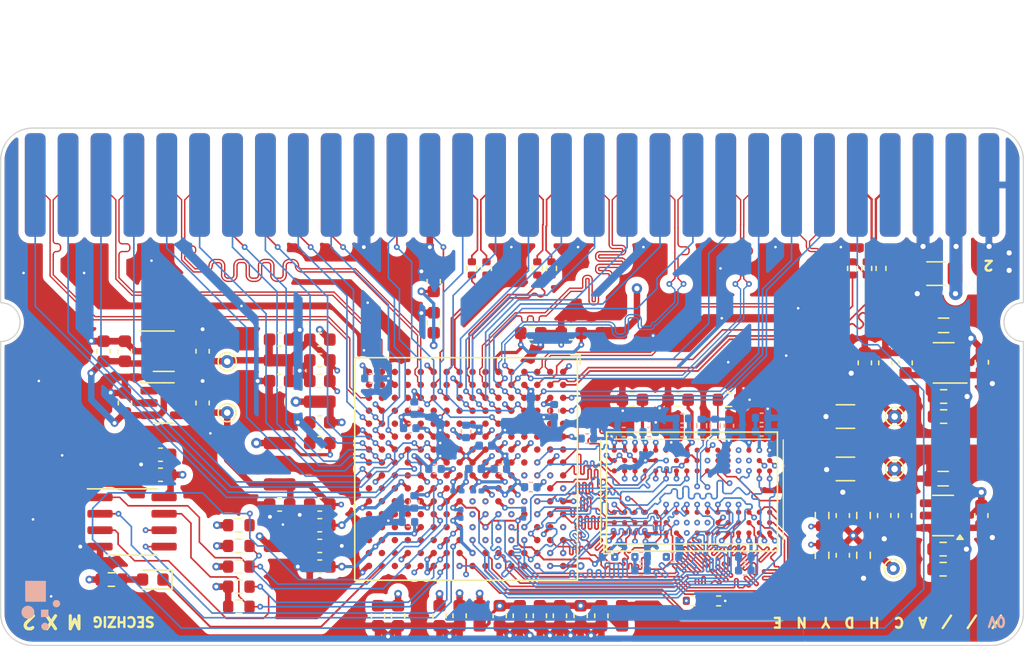
<source format=kicad_pcb>
(kicad_pcb (version 20240108) (generator "pcbnew") (generator_version "8.0")
  (layers (0 "F.Cu" signal) (1 "In1.Cu" signal) (2 "In2.Cu" signal) (3 "In3.Cu" signal) (4 "In4.Cu" signal) (31 "B.Cu" signal) (34 "B.Paste" user) (35 "F.Paste" user) (36 "B.SilkS" user "B.Silkscreen") (37 "F.SilkS" user "F.Silkscreen") (38 "B.Mask" user) (39 "F.Mask" user) (44 "Edge.Cuts" user))
  (net 0 "")
  (net 1 "/PWR1V0")
  (net 2 "/PWR1V8")
  (net 3 "Net-(U4-FB)")
  (net 4 "/VCCINT")
  (net 5 "Net-(D1-A)")
  (net 6 "/SYS_CLK48")
  (net 7 "Net-(U4-SW)")
  (net 8 "/DRAM_VDD")
  (net 9 "/USBD_PU")
  (net 13 "/CSPI_SCK")
  (net 14 "/VCCIOZ")
  (net 17 "/CSPI_DQ0")
  (net 18 "/CSPI_DQ1")
  (net 19 "/CSPI_DQ2")
  (net 20 "/CSPI_DQ3")
  (net 21 "/VCCIOA")
  (net 23 "/VCCIOB")
  (net 24 "/VCCADC")
  (net 25 "/GNDADC")
  (net 26 "/VCCAUX")
  (net 30 "/INIT")
  (net 31 "/CSPI_SS")
  (net 34 "/VCCIOC")
  (net 39 "/VCCIOD")
  (net 43 "/PWR2V5")
  (net 44 "/USBD_N")
  (net 45 "/USBD_P")
  (net 54 "/USBH1_P")
  (net 55 "/USBH1_N")
  (net 56 "/DDMI_CK_N")
  (net 57 "GND")
  (net 58 "/DDMI_CK_P")
  (net 59 "/PWR5V0")
  (net 61 "/PWR3V3")
  (net 62 "/DDMI_D0_N")
  (net 64 "/DDMI_D0_P")
  (net 65 "/DRAM_DQ13")
  (net 66 "/DRAM_DQ15")
  (net 67 "/DRAM_DQ12")
  (net 68 "/DRAM_DQ14")
  (net 69 "/DRAM_DQ11")
  (net 70 "/DRAM_DQ9")
  (net 71 "/DRAM_DQ10")
  (net 73 "/DRAM_DQ8")
  (net 74 "/DRAM_DQ0")
  (net 75 "/DDMI_D1_N")
  (net 76 "/DRAM_DQ2")
  (net 77 "/DRAM_DQ1")
  (net 78 "/DRAM_DQ3")
  (net 79 "/DRAM_DQ6")
  (net 80 "/DRAM_DQ4")
  (net 81 "/DRAM_DQ7")
  (net 82 "/DRAM_DQ5")
  (net 84 "/DDMI_D1_P")
  (net 85 "/DRAM_CKE")
  (net 87 "/DDMI_D2_N")
  (net 88 "/DRAM_A10")
  (net 90 "/DDMI_D2_P")
  (net 92 "/DRAM_A3")
  (net 93 "/DRAM_A0")
  (net 94 "/DRAM_A12")
  (net 95 "/DRAM_A5")
  (net 96 "/DRAM_A2")
  (net 97 "/DRAM_A1")
  (net 98 "/DRAM_A4")
  (net 99 "/DRAM_A7")
  (net 100 "/DRAM_A9")
  (net 101 "/DRAM_A11")
  (net 102 "/DRAM_A6")
  (net 105 "/DRAM_A8")
  (net 137 "/SYS_PG")
  (net 138 "/USBDC_N")
  (net 139 "/SYS_RST_N")
  (net 140 "/USBDC_P")
  (net 141 "/AUD_DIN")
  (net 142 "/AUD_BCK")
  (net 143 "/AUD_WS")
  (net 144 "/ETH_TX0")
  (net 145 "/ETH_TX1")
  (net 146 "/ETH_RX0")
  (net 147 "/ETH_RX1")
  (net 148 "/ETH_TXEN")
  (net 149 "/ETH_CRS_DV")
  (net 150 "/USBHC0_N")
  (net 151 "/ETH_RST_N")
  (net 152 "/USBHC0_P")
  (net 153 "/ETH_CLK50")
  (net 154 "/USBHC1_N")
  (net 155 "/USBH0_P")
  (net 156 "/USBHC1_P")
  (net 157 "/USBH0_N")
  (net 158 "/DS0_P")
  (net 159 "/SD_SCK")
  (net 160 "/UART_TX")
  (net 161 "/SD_SS")
  (net 162 "/UART_RX")
  (net 163 "/SD_MISO")
  (net 164 "/DS1_N")
  (net 165 "/SD_MOSI")
  (net 166 "/DS1_P")
  (net 167 "/SD_D1")
  (net 168 "/DS0_N")
  (net 169 "/SD_D2")
  (net 170 "/DS2_N")
  (net 171 "/JTAG_TMS")
  (net 172 "/DS2_P")
  (net 173 "/JTAG_TDI")
  (net 174 "/JTAG_TDO")
  (net 175 "/XA")
  (net 176 "/JTAG_TCK")
  (net 177 "/XB")
  (net 178 "/XC")
  (net 179 "/XD")
  (net 180 "/LED")
  (net 181 "/SD_CD_N")
  (net 182 "/DRAM_VDDQ")
  (net 183 "Net-(C7-Pad1)")
  (net 184 "/DRAM_VREF")
  (net 185 "/PWR1V35")
  (net 186 "Net-(U8-FB)")
  (net 187 "Net-(U8-SW)")
  (net 188 "/DRAM_ZQ")
  (net 189 "/DRAM_CK_P")
  (net 190 "/DRAM_CK_N")
  (net 191 "/DRAM_LDQS_N")
  (net 192 "/DRAM_RESET#")
  (net 193 "/DRAM_BA1")
  (net 194 "/DRAM_ODT")
  (net 195 "/DRAM_LDQS_P")
  (net 196 "/DRAM_CAS#")
  (net 197 "/DRAM_RAS#")
  (net 198 "/DRAM_A13")
  (net 199 "/DRAM_LDM")
  (net 200 "/DRAM_BA0")
  (net 201 "/DRAM_UDQS_P")
  (net 202 "/DRAM_UDQS_N")
  (net 203 "/DRAM_A14")
  (net 204 "/DRAM_BA2")
  (net 205 "/DRAM_WE#")
  (net 206 "/DRAM_UDM")
  (net 210 "/DRAM_RST3V3")
  (net 217 "/VCCBRAM")
  (footprint "Resistor_SMD:R_0402_1005Metric" (layer "F.Cu") (at 155.46 136.55)
    (property "Reference" "R24" (hide yes))
    (property "Value" "10K" (hide yes))
  )
  (footprint "TestPoint:TestPoint_THTPad_D1.0mm_Drill0.5mm" (layer "F.Cu") (at 117.5 122)
    (property "Reference" "TP2" (hide yes))
    (property "Value" "TP_PWR1V8" (hide yes))
  )
  (footprint "Capacitor_SMD:C_0603_1608Metric" (layer "F.Cu") (at 144.075 115.85)
    (property "Reference" "C81" (hide yes))
    (property "Value" "4.7uF" (hide yes))
  )
  (footprint "Capacitor_SMD:C_0603_1608Metric" (layer "F.Cu") (at 140.95 115.85 180)
    (property "Reference" "C85" (hide yes))
    (property "Value" "470nF" (hide yes))
  )
  (footprint "LD-CONNECTORS:LD-NETTIE-0603" (layer "F.Cu") (at 148 137.7 -90)
    (property "Reference" "JP3" (hide yes))
    (property "Value" "SolderJumper_2_Bridged" (hide yes))
  )
  (footprint "Capacitor_SMD:C_0603_1608Metric" (layer "F.Cu") (at 124.65 117.95)
    (property "Reference" "C83" (hide yes))
    (property "Value" "470nF" (hide yes))
  )
  (footprint "Resistor_SMD:R_0603_1608Metric" (layer "F.Cu") (at 172.8 134.1 180)
    (property "Reference" "R18" (hide yes))
    (property "Value" "150K" (hide yes))
  )
  (footprint "LD-CONNECTORS:LD-NETTIE-0603" (layer "F.Cu") (at 121.55 132.3)
    (property "Reference" "JP2" (hide yes))
    (property "Value" "SolderJumper_2_Bridged" (hide yes))
  )
  (footprint "Capacitor_SMD:C_0603_1608Metric" (layer "F.Cu") (at 133.45 115.05 -90)
    (property "Reference" "C93" (hide yes))
    (property "Value" "470nF" (hide yes))
  )
  (footprint "LD-CONNECTORS:LD-NETTIE-0603" (layer "F.Cu") (at 121.55 127.55)
    (property "Reference" "JP4" (hide yes))
    (property "Value" "SolderJumper_2_Bridged" (hide yes))
  )
  (footprint "Capacitor_SMD:C_0603_1608Metric" (layer "F.Cu") (at 133.45 111.85 -90)
    (property "Reference" "C77" (hide yes))
    (property "Value" "4.7uF" (hide yes))
  )
  (footprint "Resistor_SMD:R_0603_1608Metric" (layer "F.Cu") (at 118.4 135.45)
    (property "Reference" "R21" (hide yes))
    (property "Value" "4K7" (hide yes))
  )
  (footprint "Capacitor_SMD:C_0603_1608Metric" (layer "F.Cu") (at 121.55 119.55)
    (property "Reference" "C75" (hide yes))
    (property "Value" "4.7uF" (hide yes))
  )
  (footprint "Resistor_SMD:R_0603_1608Metric" (layer "F.Cu") (at 156.225 121)
    (property "Reference" "R11" (hide yes))
    (property "Value" "240R" (hide yes))
  )
  (footprint "Capacitor_SMD:C_0603_1608Metric" (layer "F.Cu") (at 124.65 130.7)
    (property "Reference" "C39" (hide yes))
    (property "Value" "470nF" (hide yes))
  )
  (footprint "Capacitor_SMD:C_0603_1608Metric" (layer "F.Cu") (at 124.65 132.3 180)
    (property "Reference" "C19" (hide yes))
    (property "Value" "4.7uF" (hide yes))
  )
  (footprint "Capacitor_SMD:C_0603_1608Metric" (layer "F.Cu") (at 124.65 133.9)
    (property "Reference" "C46" (hide yes))
    (property "Value" "470nF" (hide yes))
  )
  (footprint "Capacitor_SMD:C_0603_1608Metric" (layer "F.Cu") (at 124.65 116.35 180)
    (property "Reference" "C79" (hide yes))
    (property "Value" "4.7uF" (hide yes))
  )
  (footprint "Package_TO_SOT_SMD:SOT-23-6" (layer "F.Cu") (at 172.8375 118.15 180)
    (property "Reference" "U4" (hide yes))
    (property "Value" "TLV62568DDC" (hide yes))
  )
  (footprint "Capacitor_SMD:C_0603_1608Metric" (layer "F.Cu") (at 115.6 121.25 90)
    (property "Reference" "C12" (hide yes))
    (property "Value" "1uF" (hide yes))
  )
  (footprint "Capacitor_SMD:C_0603_1608Metric" (layer "F.Cu") (at 130.7 137.7 90)
    (property "Reference" "C32" (hide yes))
    (property "Value" "470nF" (hide yes))
  )
  (footprint "Package_SO:SOIC-8_3.9x4.9mm_P1.27mm" (layer "F.Cu") (at 110.15 130.45)
    (property "Reference" "U6" (hide yes))
    (property "Value" "W25Q32JVSS" (hide yes))
  )
  (footprint "Resistor_SMD:R_0603_1608Metric" (layer "F.Cu") (at 118.4 130.7)
    (property "Reference" "R15" (hide yes))
    (property "Value" "4K7" (hide yes))
  )
  (footprint "Capacitor_SMD:C_0603_1608Metric" (layer "F.Cu") (at 129.15 137.7 90)
    (property "Reference" "C24" (hide yes))
    (property "Value" "4.7uF" (hide yes))
  )
  (footprint "Resistor_SMD:R_0603_1608Metric" (layer "F.Cu") (at 172.8 132.55)
    (property "Reference" "R19" (hide yes))
    (property "Value" "120K" (hide yes))
  )
  (footprint "Capacitor_SMD:C_0603_1608Metric" (layer "F.Cu") (at 138.55 137.7 90)
    (property "Reference" "C22" (hide yes))
    (property "Value" "470nF" (hide yes))
  )
  (footprint "Resistor_SMD:R_0603_1608Metric" (layer "F.Cu") (at 172.8375 122.3 180)
    (property "Reference" "R8" (hide yes))
    (property "Value" "100K" (hide yes))
  )
  (footprint "Resistor_SMD:R_0402_1005Metric" (layer "F.Cu") (at 166.9 110.85 -90)
    (property "Reference" "R2" (hide yes))
    (property "Value" "22R" (hide yes))
  )
  (footprint "LD-CONNECTORS:LD-NETTIE-0603" (layer "F.Cu") (at 137 137.7 -90)
    (property "Reference" "JP8" (hide yes))
    (property "Value" "SolderJumper_2_Bridged" (hide yes))
  )
  (footprint "LD-ARTIX:BGA-256_17.0x17.0mm_Layout16x16_P1.0mm_Ball0.5mm_Pad0.5mm_NSMD" (layer "F.Cu") (at 135.95 126.35 -90)
    (property "Reference" "U2" (hide yes))
    (property "Value" "XC7A35T-FTG256" (hide yes))
  )
  (footprint "Resistor_SMD:R_0603_1608Metric" (layer "F.Cu") (at 166.65 133.025 -90)
    (property "Reference" "R17" (hide yes))
    (property "Value" "1K" (hide yes))
  )
  (footprint "Resistor_SMD:R_0603_1608Metric" (layer "F.Cu") (at 163.45 133.025 -90)
    (property "Reference" "FB4" (hide yes))
    (property "Value" "FerriteBead_Small" (hide yes))
  )
  (footprint "Capacitor_SMD:C_1206_3216Metric" (layer "F.Cu") (at 165.25 122.3)
    (property "Reference" "C66" (hide yes))
    (property "Value" "100uF" (hide yes))
  )
  (footprint "Resistor_SMD:R_0603_1608Metric" (layer "F.Cu") (at 118.4 137)
    (property "Reference" "R22" (hide yes))
    (property "Value" "4K7" (hide yes))
  )
  (footprint "Capacitor_SMD:C_0603_1608Metric" (layer "F.Cu") (at 141.65 137.7 90)
    (property "Reference" "C21" (hide yes))
    (property "Value" "4.7uF" (hide yes))
  )
  (footprint "TestPoint:TestPoint_THTPad_D1.0mm_Drill0.5mm" (layer "F.Cu") (at 117.5 118.05)
    (property "Reference" "TP3" (hide yes))
    (property "Value" "TP_PWR2V5" (hide yes))
  )
  (footprint "Inductor_SMD:L_0805_2012Metric" (layer "F.Cu") (at 172.8375 115.25 180)
    (property "Reference" "L2" (hide yes))
    (property "Value" "INDUCTOR" (hide yes))
  )
  (footprint "Resistor_SMD:R_0402_1005Metric" (layer "F.Cu") (at 165.8 110.85 -90)
    (property "Reference" "R16" (hide yes))
    (property "Value" "1K5" (hide yes))
  )
  (footprint "Capacitor_SMD:C_0603_1608Metric" (layer "F.Cu") (at 112.35 126.8 180)
    (property "Reference" "C16" (hide yes))
    (property "Value" "100nF" (hide yes))
  )
  (footprint "Resistor_SMD:R_0402_1005Metric" (layer "F.Cu") (at 136.4 110.85 -90)
    (property "Reference" "R3" (hide yes))
    (property "Value" "22R" (hide yes))
  )
  (footprint "Resistor_SMD:R_0603_1608Metric" (layer "F.Cu") (at 163.45 129.95 90)
    (property "Reference" "FB3" (hide yes))
    (property "Value" "FerriteBead_Small" (hide yes))
  )
  (footprint "Capacitor_SMD:C_0603_1608Metric" (layer "F.Cu") (at 166.75 118.15 -90)
    (property "Reference" "C14" (hide yes))
    (property "Value" "22uF" (hide yes))
  )
  (footprint "Capacitor_SMD:C_0603_1608Metric" (layer "F.Cu") (at 168.25 129.95 -90)
    (property "Reference" "C54" (hide yes))
    (property "Value" "10uF" (hide yes))
  )
  (footprint "Package_TO_SOT_SMD:SOT-23-5" (layer "F.Cu") (at 112.6 121.25)
    (property "Reference" "U5" (hide yes))
    (property "Value" "NCP164ASN180T1G" (hide yes))
  )
  (footprint "Resistor_SMD:R_0402_1005Metric" (layer "F.Cu") (at 137.525 110.85 -90)
    (property "Reference" "R4" (hide yes))
    (property "Value" "22R" (hide yes))
  )
  (footprint "Resistor_SMD:R_0603_1608Metric" (layer "F.Cu") (at 166.65 129.95 -90)
    (property "Reference" "R14" (hide yes))
    (property "Value" "1K" (hide yes))
  )
  (footprint "Package_TO_SOT_SMD:SOT-23-6" (layer "F.Cu") (at 172.8 129.95 180)
    (property "Reference" "U8" (hide yes))
    (property "Value" "TLV62568DDC" (hide yes))
  )
  (footprint "Capacitor_SMD:C_0603_1608Metric" (layer "F.Cu") (at 165.05 129.95 90)
    (property "Reference" "C42" (hide yes))
    (property "Value" "100nF" (hide yes))
  )
  (footprint "Package_TO_SOT_SMD:SOT-23-5" (layer "F.Cu") (at 112.6 117.25)
    (property "Reference" "U7" (hide yes))
    (property "Value" "TLV73325PDBV" (hide yes))
  )
  (footprint "Inductor_SMD:L_0805_2012Metric" (layer "F.Cu") (at 172.8 127.1 180)
    (property "Reference" "L1" (hide yes))
    (property "Value" "INDUCTOR" (hide yes))
  )
  (footprint "Capacitor_SMD:C_0603_1608Metric" (layer "F.Cu") (at 175.7875 118.1 90)
    (property "Reference" "C9" (hide yes))
    (property "Value" "4.7uF" (hide yes))
  )
  (footprint "Capacitor_SMD:C_0603_1608Metric" (layer "F.Cu") (at 124.65 122.75)
    (property "Reference" "C68" (hide yes))
    (property "Value" "4.7uF" (hide yes))
  )
  (footprint "Capacitor_SMD:C_0603_1608Metric" (layer "F.Cu") (at 107.95 117.25 90)
    (property "Reference" "C27" (hide yes))
    (property "Value" "22uF" (hide yes))
  )
  (footprint "Capacitor_SMD:C_0603_1608Metric" (layer "F.Cu") (at 144.8 137.7 90)
    (property "Reference" "C41" (hide yes))
    (property "Value" "470nF" (hide yes))
  )
  (footprint "Resistor_SMD:R_0402_1005Metric" (layer "F.Cu") (at 141.45 110.85 -90)
    (property "Reference" "R5" (hide yes))
    (property "Value" "22R" (hide yes))
  )
  (footprint "Resistor_SMD:R_0402_1005Metric" (layer "F.Cu") (at 142.55 110.85 -90)
    (property "Reference" "R6" (hide yes))
    (property "Value" "22R" (hide yes))
  )
  (footprint "LD-CONNECTORS:LD-NETTIE-0603" (layer "F.Cu") (at 124.65 121.15)
    (property "Reference" "JP1" (hide yes))
    (property "Value" "SolderJumper_2_Bridged" (hide yes))
  )
  (footprint "Capacitor_SMD:C_0603_1608Metric" (layer "F.Cu") (at 124.65 119.55)
    (property "Reference" "C87" (hide yes))
    (property "Value" "470nF" (hide yes))
  )
  (footprint "Capacitor_SMD:C_0603_1608Metric" (layer "F.Cu") (at 140.1 137.7 90)
    (property "Reference" "C20" (hide yes))
    (property "Value" "47uF" (hide yes))
  )
  (footprint "Capacitor_SMD:C_0603_1608Metric" (layer "F.Cu") (at 165.05 133.025 -90)
    (property "Reference" "C44" (hide yes))
    (property "Value" "1uF" (hide yes))
  )
  (footprint "Capacitor_SMD:C_0603_1608Metric" (layer "F.Cu") (at 109.6 117.25 90)
    (property "Reference" "C10" (hide yes))
    (property "Value" "1uF" (hide yes))
  )
  (footprint "Capacitor_SMD:C_0603_1608Metric" (layer "F.Cu") (at 152.325 121 180)
    (property "Reference" "C4" (hide yes))
    (property "Value" "22uF" (hide yes))
  )
  (footprint "Capacitor_SMD:C_0603_1608Metric" (layer "F.Cu") (at 121.55 116.35 180)
    (property "Reference" "C73" (hide yes))
    (property "Value" "47uF" (hide yes))
  )
  (footprint "Resistor_SMD:R_0402_1005Metric" (layer "F.Cu") (at 153.475 136.54)
    (property "Reference" "R23" (hide yes))
    (property "Value" "15K" (hide yes))
  )
  (footprint "Capacitor_SMD:C_0603_1608Metric" (layer "F.Cu") (at 168.3375 118.15 -90)
    (property "Reference" "C13" (hide yes))
    (property "Value" "22uF" (hide yes))
  )
  (footprint "Resistor_SMD:R_0603_1608Metric" (layer "F.Cu") (at 118.4 132.3)
    (property "Reference" "R7" (hide yes))
    (property "Value" "4K7" (hide yes))
  )
  (footprint "Capacitor_SMD:C_0603_1608Metric" (layer "F.Cu") (at 112.35 125.25 180)
    (property "Reference" "C31" (hide yes))
    (property "Value" "1uF" (hide yes))
  )
  (footprint "Resistor_SMD:R_0603_1608Metric" (layer "F.Cu") (at 172.8375 120.75)
    (property "Reference" "R9" (hide yes))
    (property "Value" "150K" (hide yes))
  )
  (footprint "LED_SMD:LED_0603_1608Metric" (layer "F.Cu") (at 111.75 134.9 180)
    (property "Reference" "D1" (hide yes))
    (property "Value" "LED" (hide yes))
  )
  (footprint "LD-CONNECTORS:LD-NETTIE-0603" (layer "F.Cu") (at 121.55 124.35)
    (property "Reference" "JP5" (hide yes))
    (property "Value" "SolderJumper_2_Bridged" (hide yes))
  )
  (footprint "LD-MEMORY:BGA-96_9.0x13.0mm_Layout2x3x16_P0.8mm_FIXED_SILK" (layer "F.Cu") (at 153.4 128.1 90)
    (property "Reference" "U1" (hide yes))
    (property "Value" "MT41K256M16TW" (hide yes))
  )
  (footprint "Capacitor_SMD:C_0603_1608Metric" (layer "F.Cu") (at 115.6 117.25 90)
    (property "Reference" "C35" (hide yes))
    (property "Value" "4.7uF" (hide yes))
  )
  (footprint "Capacitor_SMD:C_0603_1608Metric" (layer "F.Cu") (at 124.65 124.35)
    (property "Reference" "C18" (hide yes))
    (property "Value" "47uF" (hide yes))
  )
  (footprint "LD-CONNECTORS:LD-NETTIE-0603" (layer "F.Cu") (at 121.55 117.95)
    (property "Reference" "JP6" (hide yes))
    (property "Value" "SolderJumper_2_Bridged" (hide yes))
  )
  (footprint "Capacitor_SMD:C_0603_1608Metric" (layer "F.Cu") (at 121.55 129.1)
    (property "Reference" "C17" (hide yes))
    (property "Value" "47uF" (hide yes))
  )
  (footprint "Capacitor_SMD:C_0603_1608Metric" (layer "F.Cu") (at 146.4 137.7 90)
    (property "Reference" "C28" (hide yes))
    (property "Value" "4.7uF" (hide yes))
  )
  (footprint "Capacitor_SMD:C_0603_1608Metric" (layer "F.Cu") (at 133.9 137.7 90)
    (property "Reference" "C67" (hide yes))
    (property "Value" "4.7uF" (hide yes))
  )
  (footprint "Resistor_SMD:R_0402_1005Metric" (layer "F.Cu") (at 168 110.85 -90)
    (property "Reference" "R1" (hide yes))
    (property "Value" "22R" (hide yes))
  )
  (footprint "Capacitor_SMD:C_0603_1608Metric" (layer "F.Cu") (at 135.45 137.7 90)
    (property "Reference" "C23" (hide yes))
    (property "Value" "4.7uF" (hide yes))
  )
  (footprint "Capacitor_SMD:C_1206_3216Metric" (layer "F.Cu") (at 165.25 126.35)
    (property "Reference" "C56" (hide yes))
    (property "Value" "100uF" (hide yes))
  )
  (footprint "Capacitor_SMD:C_1206_3216Metric" (layer "F.Cu") (at 172.25 111.25)
    (property "Reference" "C15" (hide yes))
    (property "Value" "100uF" (hide yes))
  )
  (footprint "LD-CONNECTORS:LD-NETTIE-0603" (layer "F.Cu") (at 147.175 115.85 180)
    (property "Reference" "JP7" (hide yes))
    (property "Value" "SolderJumper_2_Bridged" (hide yes))
  )
  (footprint "Capacitor_SMD:C_0603_1608Metric" (layer "F.Cu") (at 109.6 121.25 90)
    (property "Reference" "C33" (hide yes))
    (property "Value" "4.7uF" (hide yes))
  )
  (footprint "Capacitor_SMD:C_0603_1608Metric" (layer "F.Cu") (at 124.65 129.1)
    (property "Reference" "C30" (hide yes))
    (property "Value" "4.7uF" (hide yes))
  )
  (footprint "Resistor_SMD:R_0603_1608Metric" (layer "F.Cu") (at 118.4 133.9)
    (property "Reference" "R20" (hide yes))
    (property "Value" "2K2" (hide yes))
  )
  (footprint "TestPoint:TestPoint_THTPad_D1.0mm_Drill0.5mm" (layer "F.Cu") (at 168.95 134.05)
    (property "Reference" "TP4" (hide yes))
    (property "Value" "TP_DRAM_VREF" (hide yes))
  )
  (footprint "Capacitor_SMD:C_0603_1608Metric" (layer "F.Cu") (at 148.8 121 180)
    (property "Reference" "C29" (hide yes))
    (property "Value" "22uF" (hide yes))
  )
  (footprint "Capacitor_SMD:C_0603_1608Metric" (layer "F.Cu") (at 175.75 129.95 90)
    (property "Reference" "C45" (hide yes))
    (property "Value" "4.7uF" (hide yes))
  )
  (footprint "Capacitor_SMD:C_0603_1608Metric" (layer "F.Cu") (at 169.9 118.15 -90)
    (property "Reference" "C11" (hide yes))
    (property "Value" "10pF" (hide yes))
  )
  (footprint "Capacitor_SMD:C_0603_1608Metric" (layer "F.Cu") (at 143.2 137.7 90)
    (property "Reference" "C34" (hide yes))
    (property "Value" "470nF" (hide yes))
  )
  (footprint "Capacitor_SMD:C_0603_1608Metric" (layer "F.Cu") (at 169.85 129.95 -90)
    (property "Reference" "C52" (hide yes))
    (property "Value" "10pF" (hide yes))
  )
  (footprint "TestPoint:TestPoint_THTPad_D1.0mm_Drill0.5mm" (layer "F.Cu") (at 169.05 122.3 -90)
    (property "Reference" "TP1" (hide yes))
    (property "Value" "TP_PWR1V1" (hide yes))
  )
  (footprint "TestPoint:TestPoint_THTPad_D1.0mm_Drill0.5mm" (layer "F.Cu") (at 169.05 126.35)
    (property "Reference" "TP5" (hide yes))
    (property "Value" "TP_PWR1V35" (hide yes))
  )
  (footprint "Resistor_SMD:R_0603_1608Metric" (layer "F.Cu") (at 108.55 134.9)
    (property "Reference" "R10" (hide yes))
    (property "Value" "1K" (hide yes))
  )
  (footprint "Capacitor_SMD:C_0402_1005Metric" (layer "B.Cu") (at 149.47 133.15)
    (property "Reference" "C38" (hide yes))
    (property "Value" "100nF" (hide yes))
  )
  (footprint "Capacitor_SMD:C_0402_1005Metric" (layer "B.Cu") (at 149.47 134.2)
    (property "Reference" "C3" (hide yes))
    (property "Value" "1uF" (hide yes))
  )
  (footprint "Inductor_SMD:L_0402_1005Metric" (layer "B.Cu") (at 137.45 124.55 180)
    (property "Reference" "FB2" (hide yes))
    (property "Value" "FerriteBead_Small" (hide yes))
  )
  (footprint "Inductor_SMD:L_0402_1005Metric" (layer "B.Cu") (at 136.65 126.35)
    (property "Reference" "FB1" (hide yes))
    (property "Value" "FerriteBead_Small" (hide yes))
  )
  (footprint "Capacitor_SMD:C_0402_1005Metric" (layer "B.Cu") (at 131.95 128.9 90)
    (property "Reference" "C36" (hide yes))
    (property "Value" "470nF" (hide yes))
  )
  (footprint "Capacitor_SMD:C_0402_1005Metric" (layer "B.Cu") (at 131.95 121.65 90)
    (property "Reference" "C95" (hide yes))
    (property "Value" "470nF" (hide yes))
  )
  (footprint "LD-EDGE:MACHDYNE_EDGE_60P" (layer "B.Cu") (at 139.5 104.4 90)
    (property "Reference" "U3" (hide yes))
    (property "Value" "MACHDYNE-SECHZIG-60P" (hide yes))
  )
  (footprint "Capacitor_SMD:C_0201_0603Metric" (layer "B.Cu") (at 140.4 129.805 90)
    (property "Reference" "C50" (hide yes))
    (property "Value" "470nF" (hide yes))
  )
  (footprint "Capacitor_SMD:C_0402_1005Metric" (layer "B.Cu") (at 148.13 123.5 180)
    (property "Reference" "C40" (hide yes))
    (property "Value" "100nF" (hide yes))
  )
  (footprint "Capacitor_SMD:C_0402_1005Metric" (layer "B.Cu") (at 131.6 123.2)
    (property "Reference" "C37" (hide yes))
    (property "Value" "470nF" (hide yes))
  )
  (footprint "Capacitor_SMD:C_0402_1005Metric" (layer "B.Cu") (at 142.75 121.85 90)
    (property "Reference" "C97" (hide yes))
    (property "Value" "470nF" (hide yes))
  )
  (footprint "Capacitor_SMD:C_0201_0603Metric" (layer "B.Cu") (at 135.55 129.82 -90)
    (property "Reference" "C55" (hide yes))
    (property "Value" "470nF" (hide yes))
  )
  (footprint "Capacitor_SMD:C_0402_1005Metric" (layer "B.Cu") (at 131.5 130.45)
    (property "Reference" "C53" (hide yes))
    (property "Value" "470nF" (hide yes))
  )
  (footprint "Capacitor_SMD:C_0402_1005Metric" (layer "B.Cu") (at 140.95 127.75)
    (property "Reference" "C48" (hide yes))
    (property "Value" "470nF" (hide yes))
  )
  (footprint "Capacitor_SMD:C_0402_1005Metric" (layer "B.Cu") (at 152.65 123.5 180)
    (property "Reference" "C49" (hide yes))
    (property "Value" "100nF" (hide yes))
  )
  (footprint "Capacitor_SMD:C_0402_1005Metric" (layer "B.Cu") (at 135.95 123.45 -90)
    (property "Reference" "C70" (hide yes))
    (property "Value" "470nF" (hide yes))
  )
  (footprint "Capacitor_SMD:C_0402_1005Metric" (layer "B.Cu") (at 133.55 126.35)
    (property "Reference" "C69" (hide yes))
    (property "Value" "470nF" (hide yes))
  )
  (footprint "Capacitor_SMD:C_0402_1005Metric" (layer "B.Cu") (at 158.78 122.4)
    (property "Reference" "C8" (hide yes))
    (property "Value" "1uF" (hide yes))
  )
  (footprint "Capacitor_SMD:C_0402_1005Metric" (layer "B.Cu") (at 146.95 133.15 180)
    (property "Reference" "C5" (hide yes))
    (property "Value" "100nF" (hide yes))
  )
  (footprint "Capacitor_SMD:C_0402_1005Metric" (layer "B.Cu") (at 150.1 123.5)
    (property "Reference" "C6" (hide yes))
    (property "Value" "100nF" (hide yes))
  )
  (footprint "Capacitor_SMD:C_0402_1005Metric" (layer "B.Cu") (at 156.25 123.01 -90)
    (property "Reference" "C7" (hide yes))
    (property "Value" "100nF" (hide yes))
  )
  (footprint "Capacitor_SMD:C_0402_1005Metric" (layer "B.Cu") (at 151.9 133.15)
    (property "Reference" "C47" (hide yes))
    (property "Value" "100nF" (hide yes))
  )
  (footprint "Capacitor_SMD:C_0402_1005Metric" (layer "B.Cu") (at 145.32 124 180)
    (property "Reference" "C89" (hide yes))
    (property "Value" "470nF" (hide yes))
  )
  (footprint "Capacitor_SMD:C_0402_1005Metric" (layer "B.Cu") (at 157.48 133.15)
    (property "Reference" "C1" (hide yes))
    (property "Value" "100nF" (hide yes))
  )
  (footprint "Capacitor_SMD:C_0201_0603Metric" (layer "B.Cu") (at 136.82 128.05 180)
    (property "Reference" "C71" (hide yes))
    (property "Value" "470nF" (hide yes))
  )
  (footprint "Capacitor_SMD:C_0201_0603Metric" (layer "B.Cu") (at 135.28 128.05)
    (property "Reference" "C43" (hide yes))
    (property "Value" "470nF" (hide yes))
  )
  (footprint "Resistor_SMD:R_0402_1005Metric" (layer "B.Cu") (at 155.2 123.01 -90)
    (property "Reference" "R13" (hide yes))
    (property "Value" "51R" (hide yes))
  )
  (footprint "Resistor_SMD:R_0402_1005Metric" (layer "B.Cu") (at 154.15 123.01 -90)
    (property "Reference" "R12" (hide yes))
    (property "Value" "51R" (hide yes))
  )
  (footprint "Capacitor_SMD:C_0402_1005Metric" (layer "B.Cu") (at 128.6 119.35 180)
    (property "Reference" "C91" (hide yes))
    (property "Value" "470nF" (hide yes))
  )
  (footprint "Capacitor_SMD:C_0402_1005Metric" (layer "B.Cu") (at 158.78 123.45)
    (property "Reference" "C2" (hide yes))
    (property "Value" "100nF" (hide yes))
  )
  (footprint "LD-LOGO:ld-kicad" (layer "B.Cu") (at 102.95 136.85)
    (property "Reference" "G***" (hide yes))
    (property "Value" "LOGO" (hide yes))
  )
  (footprint "Capacitor_SMD:C_0402_1005Metric" (layer "B.Cu") (at 138.6 126.35 180)
    (property "Reference" "C26" (hide yes))
    (property "Value" "470nF" (hide yes))
  )
  (footprint "Capacitor_SMD:C_0402_1005Metric" (layer "B.Cu") (at 152.65 122.45 180)
    (property "Reference" "C51" (hide yes))
    (property "Value" "1uF" (hide yes))
  )
  (footprint "Capacitor_SMD:C_0402_1005Metric" (layer "B.Cu") (at 157.48 134.2)
    (property "Reference" "C25" (hide yes))
    (property "Value" "1uF" (hide yes))
  )
  (gr_arc (start 179 116.5) (mid 177.5 115) (end 179 113.5) (stroke (width 0.1)) (layer "Edge.Cuts"))
  (gr_line (start 179 102.5) (end 179 113.5) (stroke (width 0.1)) (layer "Edge.Cuts"))
  (gr_line (start 100 102.5) (end 100 113.5) (stroke (width 0.1)) (layer "Edge.Cuts"))
  (gr_line (start 100 137.5) (end 100 116.5) (stroke (width 0.1)) (layer "Edge.Cuts"))
  (gr_line (start 179 116.5) (end 179 137.5) (stroke (width 0.1)) (layer "Edge.Cuts"))
  (gr_line (start 102.5 100) (end 176.5 100) (stroke (width 0.1)) (layer "Edge.Cuts"))
  (gr_line (start 176.5 140) (end 102.5 140) (stroke (width 0.1)) (layer "Edge.Cuts"))
  (gr_arc (start 179 137.5) (mid 178.267767 139.267767) (end 176.5 140) (stroke (width 0.1)) (layer "Edge.Cuts"))
  (gr_arc (start 176.5 100) (mid 178.267767 100.732233) (end 179 102.5) (stroke (width 0.1)) (layer "Edge.Cuts"))
  (gr_arc (start 100 113.5) (mid 101.5 115) (end 100 116.5) (stroke (width 0.1)) (layer "Edge.Cuts"))
  (gr_arc (start 100 102.5) (mid 100.732233 100.732233) (end 102.5 100) (stroke (width 0.1)) (layer "Edge.Cuts"))
  (gr_arc (start 102.5 140) (mid 100.732233 139.267767) (end 100 137.5) (stroke (width 0.1)) (layer "Edge.Cuts"))
  (gr_text "V0" (at 176.95 138.15 180) (layer "B.SilkS") (effects (font (size 0.75 0.75) (thickness 0.1875)) (justify mirror)))
  (gr_text "M X 2" (at 104 138.15 180) (layer "F.SilkS") (effects (font (size 1 1) (thickness 0.25))))
  (gr_text "SECHZIG" (at 109.5 138.15 180) (layer "F.SilkS") (effects (font (size 0.75 0.75) (thickness 0.1875))))
  (gr_text "/  /  /  A  C  H  D  Y  N  E" (at 168.5 138.2 180) (layer "F.SilkS") (effects (font (size 0.75 0.75) (thickness 0.1875))))
  (gr_text "2" (at 176.3 110.6 180) (layer "F.SilkS") (effects (font (size 0.75 0.75) (thickness 0.1875))))
  (segment (start 168.3375 117.375) (end 169.9 117.375) (width 0.5) (layer "F.Cu") (net 1))
  (segment (start 137 136.875) (end 137 135.975) (width 0.5) (layer "F.Cu") (net 1))
  (segment (start 123.825 121.15) (end 122.8 121.15) (width 0.5) (layer "F.Cu") (net 1))
  (segment (start 166.75 117.375) (end 168.3375 117.375) (width 0.5) (layer "F.Cu") (net 1))
  (via (at 137 135.975) (size 0.6) (drill 0.3) (layers "F.Cu" "B.Cu") (net 1))
  (via (at 122.8 121.15) (size 0.8) (drill 0.4) (layers "F.Cu" "B.Cu") (net 1))
  (segment (start 113.875 120.3) (end 115.6 122.025) (width 0.5) (layer "F.Cu") (net 2))
  (segment (start 117.5 122) (end 115.625 122) (width 0.5) (layer "F.Cu") (net 2))
  (segment (start 117.5 122) (end 117.5 125.65) (width 0.5) (layer "F.Cu") (net 2))
  (segment (start 113.7375 120.3) (end 113.875 120.3) (width 0.5) (layer "F.Cu") (net 2))
  (segment (start 119.4 127.55) (end 120.725 127.55) (width 0.5) (layer "F.Cu") (net 2))
  (segment (start 115.625 122) (end 115.6 122.025) (width 0.5) (layer "F.Cu") (net 2))
  (segment (start 117.5 125.65) (end 119.4 127.55) (width 0.5) (layer "F.Cu") (net 2))
  (segment (start 171.7 119.1) (end 171.7 120.4375) (width 0.5) (layer "F.Cu") (net 3))
  (segment (start 171.7 119.1) (end 170.075 119.1) (width 0.5) (layer "F.Cu") (net 3))
  (segment (start 172.0125 120.75) (end 172.0125 122.3) (width 0.5) (layer "F.Cu") (net 3))
  (segment (start 170.075 119.1) (end 169.9 118.925) (width 0.5) (layer "F.Cu") (net 3))
  (segment (start 171.7 120.4375) (end 172.0125 120.75) (width 0.5) (layer "F.Cu") (net 3))
  (segment (start 135.45 123.85) (end 134.95 123.35) (width 0.25) (layer "F.Cu") (net 4))
  (segment (start 125.475 122.7) (end 125.425 122.75) (width 0.5) (layer "F.Cu") (net 4))
  (segment (start 125.475 121.15) (end 125.475 122.7) (width 0.5) (layer "F.Cu") (net 4))
  (segment (start 136.45 126.85) (end 136.95 127.35) (width 0.25) (layer "F.Cu") (net 4))
  (segment (start 134.45 126.85) (end 134.95 126.35) (width 0.25) (layer "F.Cu") (net 4))
  (segment (start 133.9 136.925) (end 133.9 136) (width 0.5) (layer "F.Cu") (net 4))
  (segment (start 138.45 126.85) (end 138.95 127.35) (width 0.25) (layer "F.Cu") (net 4))
  (segment (start 126.35 122.75) (end 125.425 122.75) (width 0.5) (layer "F.Cu") (net 4))
  (segment (start 137.45 123.85) (end 137.95 123.35) (width 0.25) (layer "F.Cu") (net 4))
  (segment (start 133.45 125.85) (end 132.95 125.35) (width 0.25) (layer "F.Cu") (net 4))
  (segment (start 138.45 124.85) (end 138.95 124.35) (width 0.25) (layer "F.Cu") (net 4))
  (via (at 133.9 136) (size 0.6) (drill 0.3) (layers "F.Cu" "B.Cu") (net 4))
  (via (at 134.95 126.35) (size 0.45) (drill 0.2) (layers "F.Cu" "B.Cu") (net 4))
  (via (at 138.95 124.35) (size 0.45) (drill 0.2) (layers "F.Cu" "B.Cu") (net 4))
  (via (at 134.95 123.35) (size 0.45) (drill 0.2) (layers "F.Cu" "B.Cu") (net 4))
  (via (at 137.95 123.35) (size 0.45) (drill 0.2) (layers "F.Cu" "B.Cu") (net 4))
  (via (at 132.95 125.35) (size 0.45) (drill 0.2) (layers "F.Cu" "B.Cu") (net 4))
  (via (at 138.95 127.35) (size 0.45) (drill 0.2) (layers "F.Cu" "B.Cu") (net 4))
  (via (at 136.95 127.35) (size 0.45) (drill 0.2) (layers "F.Cu" "B.Cu") (net 4))
  (via (at 126.35 122.75) (size 0.6) (drill 0.3) (layers "F.Cu" "B.Cu") (net 4))
  (segment (start 136.95 127.35) (end 138.95 127.35) (width 0.25) (layer "B.Cu") (net 4))
  (segment (start 135.53 123.93) (end 134.95 123.35) (width 0.25) (layer "B.Cu") (net 4))
  (segment (start 134.03 126.35) (end 134.95 126.35) (width 0.25) (layer "B.Cu") (net 4))
  (segment (start 136.5 127.8) (end 136.95 127.35) (width 0.25) (layer "B.Cu") (net 4))
  (segment (start 135.95 123.93) (end 135.53 123.93) (width 0.25) (layer "B.Cu") (net 4))
  (segment (start 136.5 128.05) (end 136.5 127.8) (width 0.25) (layer "B.Cu") (net 4))
  (segment (start 110.9625 134.9) (end 109.375 134.9) (width 0.5) (layer "F.Cu") (net 5))
  (segment (start 130.61 104.4) (end 130.61 109.19) (width 0.125) (layer "F.Cu") (net 6))
  (segment (start 130.61 109.19) (end 130.6 109.2) (width 0.125) (layer "F.Cu") (net 6))
  (segment (start 138.45 122.85) (end 137.95 122.35) (width 0.125) (layer "F.Cu") (net 6))
  (via (at 130.6 109.2) (size 0.45) (drill 0.2) (layers "F.Cu" "B.Cu") (net 6))
  (via (at 137.95 122.35) (size 0.45) (drill 0.2) (layers "F.Cu" "B.Cu") (net 6))
  (segment (start 134.75 122.35) (end 133.45 121.05) (width 0.125) (layer "B.Cu") (net 6))
  (segment (start 137.95 122.35) (end 134.75 122.35) (width 0.125) (layer "B.Cu") (net 6))
  (segment (start 133.45 121.05) (end 133.45 117.95) (width 0.125) (layer "B.Cu") (net 6))
  (segment (start 133.45 117.95) (end 131.75 116.25) (width 0.125) (layer "B.Cu") (net 6))
  (segment (start 131.75 110.35) (end 130.6 109.2) (width 0.125) (layer "B.Cu") (net 6))
  (segment (start 131.75 116.25) (end 131.75 110.35) (width 0.125) (layer "B.Cu") (net 6))
  (segment (start 173.9 117.125) (end 173.975 117.2) (width 0.5) (layer "F.Cu") (net 7))
  (segment (start 173.9 115.25) (end 173.9 117.125) (width 0.5) (layer "F.Cu") (net 7))
  (segment (start 149.8 124.9) (end 149.8 124.3) (width 0.25) (layer "F.Cu") (net 8))
  (segment (start 148.3 132.3) (end 147.45 133.15) (width 0.125) (layer "F.Cu") (net 8))
  (segment (start 158.6 131.3) (end 159 131.7) (width 0.25) (layer "F.Cu") (net 8))
  (segment (start 157 131.3) (end 157 131.9) (width 0.25) (layer "F.Cu") (net 8))
  (segment (start 148.5875 130.8875) (end 148.5875 131.460508) (width 0.125) (layer "F.Cu") (net 8))
  (segment (start 149.575 124.075) (end 149.8 124.3) (width 0.25) (layer "F.Cu") (net 8))
  (segment (start 149.575 121) (end 149.575 124.075) (width 0.25) (layer "F.Cu") (net 8))
  (segment (start 152.2 126.5) (end 152.2 127.1) (width 0.25) (layer "F.Cu") (net 8))
  (segment (start 148.5875 131.460508) (end 148.3 131.748008) (width 0.125) (layer "F.Cu") (net 8))
  (segment (start 159 131.7) (end 159 131.9) (width 0.25) (layer "F.Cu") (net 8))
  (segment (start 148.3 131.748008) (end 148.3 132.3) (width 0.125) (layer "F.Cu") (net 8))
  (segment (start 163.45 132.2) (end 162.6 132.2) (width 0.25) (layer "F.Cu") (net 8))
  (segment (start 148.2 130.5) (end 148.5875 130.8875) (width 0.125) (layer "F.Cu") (net 8))
  (via (at 157 124.9) (size 0.45) (drill 0.2) (layers "F.Cu" "B.Cu") (net 8))
  (via (at 162.6 132.2) (size 0.45) (drill 0.2) (layers "F.Cu" "B.Cu") (net 8))
  (via (at 147.45 133.15) (size 0.45) (drill 0.2) (layers "F.Cu" "B.Cu") (net 8))
  (via (at 154.6 130.5) (size 0.45) (drill 0.2) (layers "F.Cu" "B.Cu") (net 8))
  (via (at 159 131.9) (size 0.45) (drill 0.2) (layers "F.Cu" "B.Cu") (net 8))
  (via (at 152.2 127.1) (size 0.45) (drill 0.2) (layers "F.Cu" "B.Cu") (net 8))
  (via (at 157 131.9) (size 0.45) (drill 0.2) (layers "F.Cu" "B.Cu") (net 8))
  (via (at 154.6 125.7) (size 0.45) (drill 0.2) (layers "F.Cu" "B.Cu") (net 8))
  (via (at 158.6 124.9) (size 0.45) (drill 0.2) (layers "F.Cu" "B.Cu") (net 8))
  (via (at 149.8 124.3) (size 0.45) (drill 0.2) (layers "F.Cu" "B.Cu") (net 8))
  (segment (start 149.62 123.5) (end 149.62 124.12) (width 0.25) (layer "B.Cu") (net 8))
  (segment (start 157 133.15) (end 157 134.2) (width 0.25) (layer "B.Cu") (net 8))
  (segment (start 149.62 124.12) (end 149.8 124.3) (width 0.25) (layer "B.Cu") (net 8))
  (segment (start 157 131.9) (end 157 133.15) (width 0.25) (layer "B.Cu") (net 8))
  (segment (start 158.3 122.4) (end 158.3 123.45) (width 0.25) (layer "B.Cu") (net 8))
  (segment (start 158.6 123.75) (end 158.3 123.45) (width 0.25) (layer "B.Cu") (net 8))
  (segment (start 158.6 124.9) (end 158.6 123.75) (width 0.25) (layer "B.Cu") (net 8))
  (segment (start 163.95 115.6) (end 165.8 113.75) (width 0.125) (layer "F.Cu") (net 9))
  (segment (start 143.46628 117.88372) (end 153.46628 117.88372) (width 0.125) (layer "F.Cu") (net 9))
  (segment (start 142.641574 119.3125) (end 142.95 119.004074) (width 0.125) (layer "F.Cu") (net 9))
  (segment (start 165.8 113.75) (end 165.8 111.36) (width 0.125) (layer "F.Cu") (net 9))
  (segment (start 153.46628 117.88372) (end 155.75 115.6) (width 0.125) (layer "F.Cu") (net 9))
  (segment (start 141.45 119.85) (end 141.9875 119.3125) (width 0.125) (layer "F.Cu") (net 9))
  (segment (start 142.95 118.4) (end 143.46628 117.88372) (width 0.125) (layer "F.Cu") (net 9))
  (segment (start 142.95 119.004074) (end 142.95 118.4) (width 0.125) (layer "F.Cu") (net 9))
  (segment (start 141.9875 119.3125) (end 142.641574 119.3125) (width 0.125) (layer "F.Cu") (net 9))
  (segment (start 155.75 115.6) (end 163.95 115.6) (width 0.125) (layer "F.Cu") (net 9))
  (segment (start 139.45 125.85) (end 139.95 125.35) (width 0.125) (layer "F.Cu") (net 13))
  (segment (start 112.625 131.085) (end 111.2 131.085) (width 0.125) (layer "F.Cu") (net 13))
  (via (at 111.2 131.085) (size 0.45) (drill 0.2) (layers "F.Cu" "B.Cu") (net 13))
  (via (at 139.95 125.35) (size 0.45) (drill 0.2) (layers "F.Cu" "B.Cu") (net 13))
  (segment (start 122.375 124.35) (end 122.375 124.475) (width 0.25) (layer "F.Cu") (net 14))
  (segment (start 123.15 125.25) (end 125.45 125.25) (width 0.25) (layer "F.Cu") (net 14))
  (segment (start 125.425 125.225) (end 125.45 125.25) (width 0.25) (layer "F.Cu") (net 14))
  (segment (start 132.45 126.85) (end 132.95 127.35) (width 0.25) (layer "F.Cu") (net 14))
  (segment (start 139.45 124.85) (end 139.95 124.35) (width 0.25) (layer "F.Cu") (net 14))
  (segment (start 122.375 124.475) (end 123.15 125.25) (width 0.25) (layer "F.Cu") (net 14))
  (segment (start 125.425 124.35) (end 125.425 125.225) (width 0.25) (layer "F.Cu") (net 14))
  (segment (start 133.45 123.85) (end 132.95 123.35) (width 0.25) (layer "F.Cu") (net 14))
  (via (at 132.95 127.35) (size 0.45) (drill 0.2) (layers "F.Cu" "B.Cu") (net 14))
  (via (at 132.95 123.35) (size 0.45) (drill 0.2) (layers "F.Cu" "B.Cu") (net 14))
  (via (at 139.95 124.35) (size 0.45) (drill 0.2) (layers "F.Cu" "B.Cu") (net 14))
  (via (at 125.45 125.25) (size 0.45) (drill 0.2) (layers "F.Cu" "B.Cu") (net 14))
  (segment (start 132.8 123.2) (end 132.95 123.35) (width 0.25) (layer "B.Cu") (net 14))
  (segment (start 132.08 123.2) (end 132.8 123.2) (width 0.25) (layer "B.Cu") (net 14))
  (segment (start 112.625 132.355) (end 111.2 132.355) (width 0.125) (layer "F.Cu") (net 17))
  (segment (start 135.45 130.85) (end 134.95 131.35) (width 0.125) (layer "F.Cu") (net 17))
  (via (at 111.2 132.355) (size 0.45) (drill 0.2) (layers "F.Cu" "B.Cu") (net 17))
  (via (at 134.95 131.35) (size 0.45) (drill 0.2) (layers "F.Cu" "B.Cu") (net 17))
  (segment (start 116.3325 137.4875) (end 133.4295 137.4875) (width 0.125) (layer "B.Cu") (net 17))
  (segment (start 134.4625 131.8375) (end 134.95 131.35) (width 0.125) (layer "B.Cu") (net 17))
  (segment (start 111.2 132.355) (end 116.3325 137.4875) (width 0.125) (layer "B.Cu") (net 17))
  (segment (start 133.4295 137.4875) (end 134.4625 136.4545) (width 0.125) (layer "B.Cu") (net 17))
  (segment (start 134.4625 136.4545) (end 134.4625 131.8375) (width 0.125) (layer "B.Cu") (net 17))
  (segment (start 135.45 131.85) (end 134.95 132.35) (width 0.125) (layer "F.Cu") (net 18))
  (segment (start 107.675 129.815) (end 109.1 129.815) (width 0.125) (layer "F.Cu") (net 18))
  (via (at 109.1 129.815) (size 0.45) (drill 0.2) (layers "F.Cu" "B.Cu") (net 18))
  (via (at 134.95 132.35) (size 0.45) (drill 0.2) (layers "F.Cu" "B.Cu") (net 18))
  (segment (start 134.8 136.625) (end 133.575 137.85) (width 0.125) (layer "B.Cu") (net 18))
  (segment (start 134.8 135.05) (end 134.8 136.625) (width 0.125) (layer "B.Cu") (net 18))
  (segment (start 110.1 132.25) (end 110.1 130.815) (width 0.125) (layer "B.Cu") (net 18))
  (segment (start 134.95 134.9) (end 134.8 135.05) (width 0.125) (layer "B.Cu") (net 18))
  (segment (start 133.575 137.85) (end 115.7 137.85) (width 0.125) (layer "B.Cu") (net 18))
  (segment (start 134.95 132.35) (end 134.95 134.9) (width 0.125) (layer "B.Cu") (net 18))
  (segment (start 110.1 130.815) (end 109.1 129.815) (width 0.125) (layer "B.Cu") (net 18))
  (segment (start 115.7 137.85) (end 110.1 132.25) (width 0.125) (layer "B.Cu") (net 18))
  (segment (start 120.3 137.9) (end 117.416637 137.9) (width 0.125) (layer "F.Cu") (net 19))
  (segment (start 109.075 132.175) (end 109.075 131.325) (width 0.125) (layer "F.Cu") (net 19))
  (segment (start 117.416637 137.9) (end 112.966637 133.45) (width 0.125) (layer "F.Cu") (net 19))
  (segment (start 134.45 132.85) (end 133.95 133.35) (width 0.125) (layer "F.Cu") (net 19))
  (segment (start 108.835 131.085) (end 107.675 131.085) (width 0.125) (layer "F.Cu") (net 19))
  (segment (start 119.225 135.45) (end 120.05 135.45) (width 0.125) (layer "F.Cu") (net 19))
  (segment (start 109.075 131.325) (end 108.835 131.085) (width 0.125) (layer "F.Cu") (net 19))
  (segment (start 120.05 135.45) (end 120.7 136.1) (width 0.125) (layer "F.Cu") (net 19))
  (segment (start 110.35 133.45) (end 109.075 132.175) (width 0.125) (layer "F.Cu") (net 19))
  (segment (start 120.7 136.1) (end 120.7 137.5) (width 0.125) (layer "F.Cu") (net 19))
  (segment (start 120.7 137.5) (end 120.3 137.9) (width 0.125) (layer "F.Cu") (net 19))
  (segment (start 112.966637 133.45) (end 110.35 133.45) (width 0.125) (layer "F.Cu") (net 19))
  (via (at 120.05 135.45) (size 0.45) (drill 0.2) (layers "F.Cu" "B.Cu") (net 19))
  (via (at 133.95 133.35) (size 0.45) (drill 0.2) (layers "F.Cu" "B.Cu") (net 19))
  (segment (start 133.45 134.7) (end 131.5 136.65) (width 0.125) (layer "B.Cu") (net 19))
  (segment (start 131.5 136.65) (end 121.25 136.65) (width 0.125) (layer "B.Cu") (net 19))
  (segment (start 133.95 133.35) (end 133.45 133.85) (width 0.125) (layer "B.Cu") (net 19))
  (segment (start 121.25 136.65) (end 120.05 135.45) (width 0.125) (layer "B.Cu") (net 19))
  (segment (start 133.45 133.85) (end 133.45 134.7) (width 0.125) (layer "B.Cu") (net 19))
  (segment (start 118.4 136.175) (end 118.4 134.9) (width 0.125) (layer "F.Cu") (net 20))
  (segment (start 119.225 137) (end 120.05 137) (width 0.125) (layer "F.Cu") (net 20))
  (segment (start 116.2 134.7) (end 114.7 133.2) (width 0.125) (layer "F.Cu") (net 20))
  (segment (start 118.2 134.7) (end 116.2 134.7) (width 0.125) (layer "F.Cu") (net 20))
  (segment (start 113.965 129.815) (end 112.625 129.815) (width 0.125) (layer "F.Cu") (net 20))
  (segment (start 119.225 137) (end 118.4 136.175) (width 0.125) (layer "F.Cu") (net 20))
  (segment (start 118.4 134.9) (end 118.2 134.7) (width 0.125) (layer "F.Cu") (net 20))
  (segment (start 114.7 130.55) (end 113.965 129.815) (width 0.125) (layer "F.Cu") (net 20))
  (segment (start 114.7 133.2) (end 114.7 130.55) (width 0.125) (layer "F.Cu") (net 20))
  (segment (start 134.45 133.85) (end 133.95 134.35) (width 0.125) (layer "F.Cu") (net 20))
  (via (at 120.05 137) (size 0.45) (drill 0.2) (layers "F.Cu" "B.Cu") (net 20))
  (via (at 133.95 134.35) (size 0.45) (drill 0.2) (layers "F.Cu" "B.Cu") (net 20))
  (segment (start 133.95 134.35) (end 133.95 134.65) (width 0.125) (layer "B.Cu") (net 20))
  (segment (start 131.6 137) (end 120.05 137) (width 0.125) (layer "B.Cu") (net 20))
  (segment (start 133.95 134.65) (end 131.6 137) (width 0.125) (layer "B.Cu") (net 20))
  (segment (start 132.45 130.85) (end 131.95 131.35) (width 0.25) (layer "F.Cu") (net 21))
  (segment (start 125.425 130.7) (end 126.35 130.7) (width 0.25) (layer "F.Cu") (net 21))
  (segment (start 130.7 136.925) (end 130.7 136) (width 0.5) (layer "F.Cu") (net 21))
  (segment (start 122.375 132.3) (end 123.875 132.3) (width 0.5) (layer "F.Cu") (net 21))
  (segment (start 133.45 132.85) (end 132.95 133.35) (width 0.25) (layer "F.Cu") (net 21))
  (segment (start 129.15 136.925) (end 130.7 136.925) (width 0.5) (layer "F.Cu") (net 21))
  (segment (start 128.45 128.85) (end 127.95 129.35) (width 0.25) (layer "F.Cu") (net 21))
  (segment (start 125.425 133.9) (end 126.35 133.9) (width 0.25) (layer "F.Cu") (net 21))
  (segment (start 131.45 127.85) (end 130.95 127.35) (width 0.25) (layer "F.Cu") (net 21))
  (segment (start 129.45 131.85) (end 128.95 132.35) (width 0.25) (layer "F.Cu") (net 21))
  (segment (start 133.45 133.85) (end 132.95 134.35) (width 0.25) (layer "F.Cu") (net 21))
  (segment (start 123.875 132.3) (end 123.875 132.25) (width 0.5) (layer "F.Cu") (net 21))
  (segment (start 123.875 132.35) (end 125.425 133.9) (width 0.5) (layer "F.Cu") (net 21))
  (segment (start 123.875 132.25) (end 125.425 130.7) (width 0.5) (layer "F.Cu") (net 21))
  (segment (start 123.875 132.3) (end 123.875 132.35) (width 0.5) (layer "F.Cu") (net 21))
  (segment (start 130.45 124.85) (end 129.95 124.35) (width 0.25) (layer "F.Cu") (net 21))
  (via (at 128.95 132.35) (size 0.45) (drill 0.2) (layers "F.Cu" "B.Cu") (net 21))
  (via (at 126.35 130.7) (size 0.6) (drill 0.3) (layers "F.Cu" "B.Cu") (net 21))
  (via (at 131.95 131.35) (size 0.45) (drill 0.2) (layers "F.Cu" "B.Cu") (net 21))
  (via (at 130.7 136) (size 0.6) (drill 0.3) (layers "F.Cu" "B.Cu") (net 21))
  (via (at 130.95 127.35) (size 0.45) (drill 0.2) (layers "F.Cu" "B.Cu") (net 21))
  (via (at 127.95 129.35) (size 0.45) (drill 0.2) (layers "F.Cu" "B.Cu") (net 21))
  (via (at 132.95 134.35) (size 0.45) (drill 0.2) (layers "F.Cu" "B.Cu") (net 21))
  (via (at 126.35 133.9) (size 0.6) (drill 0.3) (layers "F.Cu" "B.Cu") (net 21))
  (via (at 129.95 124.35) (size 0.45) (drill 0.2) (layers "F.Cu" "B.Cu") (net 21))
  (via (at 132.95 133.35) (size 0.45) (drill 0.2) (layers "F.Cu" "B.Cu") (net 21))
  (segment (start 131.98 130.45) (end 131.98 131.32) (width 0.25) (layer "B.Cu") (net 21))
  (segment (start 127.95 129.35) (end 128.95 129.35) (width 0.25) (layer "B.Cu") (net 21))
  (segment (start 128.95 129.35) (end 130.95 127.35) (width 0.25) (layer "B.Cu") (net 21))
  (segment (start 127.4 133.9) (end 126.35 133.9) (width 0.25) (layer "B.Cu") (net 21))
  (segment (start 129.95 131.35) (end 128.95 132.35) (width 0.25) (layer "B.Cu") (net 21))
  (segment (start 132.95 133.35) (end 132.95 134.35) (width 0.25) (layer "B.Cu") (net 21))
  (segment (start 131.98 131.32) (end 131.95 131.35) (width 0.25) (layer "B.Cu") (net 21))
  (segment (start 128.95 132.35) (end 127.4 133.9) (width 0.25) (layer "B.Cu") (net 21))
  (segment (start 127.95 129.35) (end 127.7 129.35) (width 0.25) (layer "B.Cu") (net 21))
  (segment (start 127.7 129.35) (end 126.35 130.7) (width 0.25) (layer "B.Cu") (net 21))
  (segment (start 131.95 131.35) (end 129.95 131.35) (width 0.25) (layer "B.Cu") (net 21))
  (segment (start 146.4 137.145238) (end 147.779762 138.525) (width 0.5) (layer "F.Cu") (net 23))
  (segment (start 146.4 136.925) (end 146.4 137.145238) (width 0.5) (layer "F.Cu") (net 23))
  (segment (start 147.779762 138.525) (end 148 138.525) (width 0.5) (layer "F.Cu") (net 23))
  (segment (start 141.65 136.925) (end 143.2 136.925) (width 0.5) (layer "F.Cu") (net 23))
  (segment (start 143.45 133.85) (end 144.8 133.85) (width 0.25) (layer "F.Cu") (net 23))
  (segment (start 142.45 130.85) (end 141.95 131.35) (width 0.25) (layer "F.Cu") (net 23))
  (segment (start 146.4 136.925) (end 144.8 136.925) (width 0.5) (layer "F.Cu") (net 23))
  (segment (start 141.45 127.85) (end 141.95 127.35) (width 0.25) (layer "F.Cu") (net 23))
  (segment (start 143.2 136.925) (end 144.8 136.925) (width 0.5) (layer "F.Cu") (net 23))
  (segment (start 135.45 129.85) (end 134.95 130.35) (width 0.25) (layer "F.Cu") (net 23))
  (via (at 144.8 133.85) (size 0.6) (drill 0.3) (layers "F.Cu" "B.Cu") (net 23))
  (via (at 141.95 127.35) (size 0.45) (drill 0.2) (layers "F.Cu" "B.Cu") (net 23))
  (via (at 134.95 130.35) (size 0.45) (drill 0.2) (layers "F.Cu" "B.Cu") (net 23))
  (via (at 141.95 131.4) (size 0.45) (drill 0.2) (layers "F.Cu" "B.Cu") (net 23))
  (via (at 144.8 136.925) (size 0.6) (drill 0.3) (layers "F.Cu" "B.Cu") (net 23))
  (via (at 136.45 132.85) (size 0.45) (drill 0.2) (layers "F.Cu" "B.Cu") (net 23))
  (via (at 139.45 131.85) (size 0.45) (drill 0.2) (layers "F.Cu" "B.Cu") (net 23))
  (segment (start 141.55 127.75) (end 141.95 127.35) (width 0.25) (layer "B.Cu") (net 23))
  (segment (start 134.95 130.35) (end 135.16 130.14) (width 0.25) (layer "B.Cu") (net 23))
  (segment (start 141.43 127.75) (end 141.55 127.75) (width 0.25) (layer "B.Cu") (net 23))
  (segment (start 135.6 132) (end 135.6 131) (width 0.25) (layer "B.Cu") (net 23))
  (segment (start 135.16 130.14) (end 135.55 130.14) (width 0.25) (layer "B.Cu") (net 23))
  (segment (start 135.6 132) (end 136.45 132.85) (width 0.25) (layer "B.Cu") (net 23))
  (segment (start 135.6 131) (end 134.95 130.35) (width 0.25) (layer "B.Cu") (net 23))
  (segment (start 137.45 125.85) (end 137.95 125.35) (width 0.25) (layer "F.Cu") (net 24))
  (via (at 137.95 125.35) (size 0.45) (drill 0.2) (layers "F.Cu" "B.Cu") (net 24))
  (segment (start 137.135 126.165) (end 137.95 125.35) (width 0.25) (layer "B.Cu") (net 24))
  (segment (start 137.135 126.35) (end 138.12 126.35) (width 0.25) (layer "B.Cu") (net 24))
  (segment (start 137.135 126.35) (end 137.135 126.165) (width 0.25) (layer "B.Cu") (net 24))
  (segment (start 137.45 124.85) (end 136.95 125.35) (width 0.25) (layer "F.Cu") (net 25))
  (segment (start 136.45 125.85) (end 136.95 125.35) (width 0.25) (layer "F.Cu") (net 25))
  (segment (start 135.45 125.85) (end 136.45 124.85) (width 0.25) (layer "F.Cu") (net 25))
  (segment (start 135.45 124.85) (end 136.45 125.85) (width 0.25) (layer "F.Cu") (net 25))
  (via (at 135.95 125.35) (size 0.45) (drill 0.2) (layers "F.Cu" "B.Cu") (net 25))
  (segment (start 136.75 124.55) (end 135.95 125.35) (width 0.25) (layer "B.Cu") (net 25))
  (segment (start 136.965 124.55) (end 136.75 124.55) (width 0.25) (layer "B.Cu") (net 25))
  (segment (start 134.45 128.85) (end 133.95 129.35) (width 0.25) (layer "F.Cu") (net 26))
  (segment (start 135.45 127.85) (end 134.45 128.85) (width 0.25) (layer "F.Cu") (net 26))
  (segment (start 137.45 127.85) (end 137.95 128.35) (width 0.25) (layer "F.Cu") (net 26))
  (segment (start 135.45 136.925) (end 135.45 135.95) (width 0.5) (layer "F.Cu") (net 26))
  (segment (start 125.425 129.1) (end 126.3 129.1) (width 0.25) (layer "F.Cu") (net 26))
  (segment (start 135.95 127.35) (end 135.45 127.85) (width 0.25) (layer "F.Cu") (net 26))
  (segment (start 122.375 129.05) (end 122.325 129.1) (width 0.5) (layer "F.Cu") (net 26))
  (segment (start 122.375 127.55) (end 122.375 129.05) (width 0.5) (layer "F.Cu") (net 26))
  (segment (start 133.45 127.85) (end 132.95 128.35) (width 0.25) (layer "F.Cu") (net 26))
  (segment (start 122.375 127.55) (end 123.875 127.55) (width 0.5) (layer "F.Cu") (net 26))
  (segment (start 123.875 127.55) (end 125.425 129.1) (width 0.5) (layer "F.Cu") (net 26))
  (via (at 132.95 128.35) (size 0.45) (drill 0.2) (layers "F.Cu" "B.Cu") (net 26))
  (via (at 133.95 129.35) (size 0.45) (drill 0.2) (layers "F.Cu" "B.Cu") (net 26))
  (via (at 135.95 127.35) (size 0.45) (drill 0.2) (layers "F.Cu" "B.Cu") (net 26))
  (via (at 126.3 129.1) (size 0.45) (drill 0.2) (layers "F.Cu" "B.Cu") (net 26))
  (via (at 135.45 135.95) (size 0.6) (drill 0.3) (layers "F.Cu" "B.Cu") (net 26))
  (via (at 137.95 128.35) (size 0.45) (drill 0.2) (layers "F.Cu" "B.Cu") (net 26))
  (segment (start 132.02 128.35) (end 131.95 128.42) (width 0.25) (layer "B.Cu") (net 26))
  (segment (start 135.95 127.35) (end 135.95 126.565) (width 0.25) (layer "B.Cu") (net 26))
  (segment (start 135.95 126.565) (end 136.165 126.35) (width 0.25) (layer "B.Cu") (net 26))
  (segment (start 135.6 127.7) (end 135.95 127.35) (width 0.25) (layer "B.Cu") (net 26))
  (segment (start 132.95 128.35) (end 132.02 128.35) (width 0.25) (layer "B.Cu") (net 26))
  (segment (start 135.6 128.05) (end 135.6 127.7) (width 0.25) (layer "B.Cu") (net 26))
  (segment (start 119.225 132.3) (end 119.225 132.325) (width 0.125) (layer "F.Cu") (net 30))
  (segment (start 119.225 132.325) (end 119.95 133.05) (width 0.125) (layer "F.Cu") (net 30))
  (segment (start 134.45 127.85) (end 133.95 128.35) (width 0.125) (layer "F.Cu") (net 30))
  (via (at 119.95 133.05) (size 0.45) (drill 0.2) (layers "F.Cu" "B.Cu") (net 30))
  (via (at 133.95 128.35) (size 0.45) (drill 0.2) (layers "F.Cu" "B.Cu") (net 30))
  (segment (start 119.5 134.15) (end 119.5 133.5) (width 0.125) (layer "B.Cu") (net 30))
  (segment (start 134.45 130.7) (end 129.55 135.6) (width 0.125) (layer "B.Cu") (net 30))
  (segment (start 134.45 128.85) (end 134.45 130.7) (width 0.125) (layer "B.Cu") (net 30))
  (segment (start 119.5 133.5) (end 119.95 133.05) (width 0.125) (layer "B.Cu") (net 30))
  (segment (start 133.95 128.35) (end 134.45 128.85) (width 0.125) (layer "B.Cu") (net 30))
  (segment (start 120.95 135.6) (end 119.5 134.15) (width 0.125) (layer "B.Cu") (net 30))
  (segment (start 129.55 135.6) (end 120.95 135.6) (width 0.125) (layer "B.Cu") (net 30))
  (segment (start 116.5625 133.2125) (end 115.35 132) (width 0.125) (layer "F.Cu") (net 31))
  (segment (start 115.35 132) (end 115.35 130.1) (width 0.125) (layer "F.Cu") (net 31))
  (segment (start 133.45 129.85) (end 133.95 130.35) (width 0.125) (layer "F.Cu") (net 31))
  (segment (start 115.35 130.1) (end 114.45 129.2) (width 0.125) (layer "F.Cu") (net 31))
  (segment (start 118.5375 133.2125) (end 116.5625 133.2125) (width 0.125) (layer "F.Cu") (net 31))
  (segment (start 109.85 129.2) (end 109.195 128.545) (width 0.125) (layer "F.Cu") (net 31))
  (segment (start 119.225 133.9) (end 118.5375 133.2125) (width 0.125) (layer "F.Cu") (net 31))
  (segment (start 109.195 128.545) (end 107.675 128.545) (width 0.125) (layer "F.Cu") (net 31))
  (segment (start 114.45 129.2) (end 109.85 129.2) (width 0.125) (layer "F.Cu") (net 31))
  (segment (start 119.225 133.9) (end 120.05 133.9) (width 0.125) (layer "F.Cu") (net 31))
  (via (at 133.95 130.35) (size 0.45) (drill 0.2) (layers "F.Cu" "B.Cu") (net 31))
  (via (at 120.05 133.9) (size 0.45) (drill 0.2) (layers "F.Cu" "B.Cu") (net 31))
  (segment (start 133.95 130.35) (end 133.95 130.65) (width 0.125) (layer "B.Cu") (net 31))
  (segment (start 133.95 130.65) (end 132.25 132.35) (width 0.125) (layer "B.Cu") (net 31))
  (segment (start 131.2 132.35) (end 128.3 135.25) (width 0.125) (layer "B.Cu") (net 31))
  (segment (start 128.3 135.25) (end 121.4 135.25) (width 0.125) (layer "B.Cu") (net 31))
  (segment (start 132.25 132.35) (end 131.2 132.35) (width 0.125) (layer "B.Cu") (net 31))
  (segment (start 121.4 135.25) (end 120.05 133.9) (width 0.125) (layer "B.Cu") (net 31))
  (segment (start 122.325 118) (end 122.375 117.95) (width 0.5) (layer "F.Cu") (net 34))
  (segment (start 125.425 119.775) (end 126 120.35) (width 0.25) (layer "F.Cu") (net 34))
  (segment (start 132.45 120.85) (end 131.95 120.35) (width 0.25) (layer "F.Cu") (net 34))
  (segment (start 125.425 117.95) (end 125.425 118.175) (width 0.25) (layer "F.Cu") (net 34))
  (segment (start 123.875 116.35) (end 123.875 116.4) (width 0.5) (layer "F.Cu") (net 34))
  (segment (start 123.875 116.4) (end 125.425 117.95) (width 0.5) (layer "F.Cu") (net 34))
  (segment (start 122.375 117.95) (end 122.375 117.85) (width 0.5) (layer "F.Cu") (net 34))
  (segment (start 129.45 121.85) (end 128.95 121.35) (width 0.25) (layer "F.Cu") (net 34))
  (segment (start 125.425 117.95) (end 125.425 119.55) (width 0.5) (layer "F.Cu") (net 34))
  (segment (start 125.425 119.55) (end 125.425 119.775) (width 0.25) (layer "F.Cu") (net 34))
  (segment (start 128.45 118.85) (end 127.95 118.35) (width 0.25) (layer "F.Cu") (net 34))
  (segment (start 122.325 119.55) (end 122.325 118) (width 0.5) (layer "F.Cu") (net 34))
  (segment (start 125.425 118.175) (end 126 118.75) (width 0.25) (layer "F.Cu") (net 34))
  (segment (start 122.375 117.85) (end 123.875 116.35) (width 0.5) (layer "F.Cu") (net 34))
  (via (at 126 120.35) (size 0.45) (drill 0.2) (layers "F.Cu" "B.Cu") (net 34))
  (via (at 128.95 121.35) (size 0.45) (drill 0.2) (layers "F.Cu" "B.Cu") (net 34))
  (via (at 131.95 120.35) (size 0.45) (drill 0.2) (layers "F.Cu" "B.Cu") (net 34))
  (via (at 127.95 118.35) (size 0.45) (drill 0.2) (layers "F.Cu" "B.Cu") (net 34))
  (via (at 126 118.75) (size 0.45) (drill 0.2) (layers "F.Cu" "B.Cu") (net 34))
  (segment (start 131.95 121.17) (end 131.95 120.35) (width 0.25) (layer "B.Cu") (net 34))
  (segment (start 128.12 119.35) (end 128.12 118.52) (width 0.25) (layer "B.Cu") (net 34))
  (segment (start 128.12 118.52) (end 127.95 118.35) (width 0.25) (layer "B.Cu") (net 34))
  (segment (start 138.2 118.6) (end 138.45 118.85) (width 0.25) (layer "F.Cu") (net 39))
  (segment (start 138.65 117.35) (end 138.2 117.8) (width 0.25) (layer "F.Cu") (net 39))
  (segment (start 135.45 119.85) (end 134.95 119.35) (width 0.25) (layer "F.Cu") (net 39))
  (segment (start 143.45 123.85) (end 144.1 123.85) (width 0.25) (layer "F.Cu") (net 39))
  (segment (start 140.45 124.85) (end 140.95 124.35) (width 0.25) (layer "F.Cu") (net 39))
  (segment (start 138.2 117.8) (end 138.2 118.6) (width 0.25) (layer "F.Cu") (net 39))
  (segment (start 140.175 116.75) (end 140.175 117.025) (width 0.25) (layer "F.Cu") (net 39))
  (segment (start 142.45 120.85) (end 141.95 121.35) (width 0.25) (layer "F.Cu") (net 39))
  (segment (start 139.45 121.85) (end 138.95 121.35) (width 0.25) (layer "F.Cu") (net 39))
  (segment (start 140.175 115.85) (end 140.175 116.75) (width 0.25) (layer "F.Cu") (net 39))
  (segment (start 133.45 115.825) (end 133.45 116.8) (width 0.25) (layer "F.Cu") (net 39))
  (segment (start 144.85 115.85) (end 146.35 115.85) (width 0.5) (layer "F.Cu") (net 39))
  (segment (start 139.85 117.35) (end 138.65 117.35) (width 0.25) (layer "F.Cu") (net 39))
  (segment (start 140.175 117.025) (end 139.85 117.35) (width 0.25) (layer "F.Cu") (net 39))
  (segment (start 133.45 112.625) (end 132.5 112.625) (width 0.25) (layer "F.Cu") (net 39))
  (segment (start 144.85 116.75) (end 144.85 115.85) (width 0.25) (layer "F.Cu") (net 39))
  (via (at 144.1 123.85) (size 0.45) (drill 0.2) (layers "F.Cu" "B.Cu") (net 39))
  (via (at 144.85 116.75) (size 0.45) (drill 0.2) (layers "F.Cu" "B.Cu") (net 39))
  (via (at 140.95 124.35) (size 0.45) (drill 0.2) (layers "F.Cu" "B.Cu") (net 39))
  (via (at 141.95 121.35) (size 0.45) (drill 0.2) (layers "F.Cu" "B.Cu") (net 39))
  (via (at 132.5 112.625) (size 0.6) (drill 0.3) (layers "F.Cu" "B.Cu") (net 39))
  (via (at 140.175 116.75) (size 0.45) (drill 0.2) (layers "F.Cu" "B.Cu") (net 39))
  (via (at 133.45 116.8) (size 0.6) (drill 0.3) (layers "F.Cu" "B.Cu") (net 39))
  (via (at 134.95 119.35) (size 0.45) (drill 0.2) (layers "F.Cu" "B.Cu") (net 39))
  (via (at 138.95 121.35) (size 0.45) (drill 0.2) (layers "F.Cu" "B.Cu") (net 39))
  (segment (start 140.175 116.75) (end 140.735 117.31) (width 0.25) (layer "B.Cu") (net 39))
  (segment (start 141.97 121.37) (end 141.95 121.35) (width 0.25) (layer "B.Cu") (net 39))
  (segment (start 142.75 121.37) (end 141.97 121.37) (width 0.25) (layer "B.Cu") (net 39))
  (segment (start 133.45 116.8) (end 133.45 113.575) (width 0.25) (layer "B.Cu") (net 39))
  (segment (start 140.735 117.31) (end 144.29 117.31) (width 0.25) (layer "B.Cu") (net 39))
  (segment (start 133.45 113.575) (end 132.5 112.625) (width 0.25) (layer "B.Cu") (net 39))
  (segment (start 144.84 124) (end 144.25 124) (width 0.25) (layer "B.Cu") (net 39))
  (segment (start 144.25 124) (end 144.1 123.85) (width 0.25) (layer "B.Cu") (net 39))
  (segment (start 144.29 117.31) (end 144.85 116.75) (width 0.25) (layer "B.Cu") (net 39))
  (segment (start 117.475 118.025) (end 117.5 118.05) (width 0.5) (layer "F.Cu") (net 43))
  (segment (start 113.7375 116.3) (end 113.875 116.3) (width 0.5) (layer "F.Cu") (net 43))
  (segment (start 120.775 116.35) (end 120.775 117.9) (width 0.5) (layer "F.Cu") (net 43))
  (segment (start 113.875 116.3) (end 115.6 118.025) (width 0.5) (layer "F.Cu") (net 43))
  (segment (start 120.725 117.95) (end 117.6 117.95) (width 0.5) (layer "F.Cu") (net 43))
  (segment (start 115.6 118.025) (end 117.475 118.025) (width 0.5) (layer "F.Cu") (net 43))
  (segment (start 117.6 117.95) (end 117.5 118.05) (width 0.5) (layer "F.Cu") (net 43))
  (segment (start 120.775 117.9) (end 120.725 117.95) (width 0.5) (layer "F.Cu") (net 43))
  (segment (start 144.434768 119.85) (end 143.45 119.85) (width 0.1313) (layer "F.Cu") (net 44))
  (segment (start 165.500918 115.283851) (end 165.208547 115.576221) (width 0.1313) (layer "F.Cu") (net 44))
  (segment (start 167.58065 112.259351) (end 167.58065 113.204118) (width 0.1313) (layer "F.Cu") (net 44))
  (segment (start 153.854118 118.78065) (end 145.504118 118.78065) (width 0.1313) (layer "F.Cu") (net 44))
  (segment (start 166.992157 114.568914) (end 166.773713 114.35047) (width 0.1313) (layer "F.Cu") (net 44))
  (segment (start 166.567857 115.332556) (end 166.483005 115.417409) (width 0.1313) (layer "F.Cu") (net 44))
  (segment (start 166.349448 114.435321) (end 166.349447 114.435321) (width 0.1313) (layer "F.Cu") (net 44))
  (segment (start 167.58065 113.204118) (end 167.197977 113.586791) (width 0.1313) (layer "F.Cu") (net 44))
  (segment (start 167.416421 114.48406) (end 167.331569 114.568913) (width 0.1313) (layer "F.Cu") (net 44))
  (segment (start 166.349447 114.774733) (end 166.567858 114.993144) (width 0.1313) (layer "F.Cu") (net 44))
  (segment (start 145.504118 118.78065) (end 144.434768 119.85) (width 0.1313) (layer "F.Cu") (net 44))
  (segment (start 164.454118 116.33065) (end 156.304118 116.33065) (width 0.1313) (layer "F.Cu") (net 44))
  (segment (start 167.197977 113.926203) (end 167.416422 114.144648) (width 0.1313) (layer "F.Cu") (net 44))
  (segment (start 166.143593 115.41741) (end 165.925183 115.199) (width 0.1313) (layer "F.Cu") (net 44))
  (segment (start 156.304118 116.33065) (end 153.854118 118.78065) (width 0.1313) (layer "F.Cu") (net 44))
  (segment (start 168 111.36) (end 168 111.840001) (width 0.1313) (layer "F.Cu") (net 44))
  (segment (start 165.585773 115.198999) (end 165.500918 115.283851) (width 0.1313) (layer "F.Cu") (net 44))
  (segment (start 166.434303 114.350469) (end 166.349448 114.435321) (width 0.1313) (layer "F.Cu") (net 44))
  (segment (start 168 111.840001) (end 167.58065 112.259351) (width 0.1313) (layer "F.Cu") (net 44))
  (segment (start 165.208547 115.576221) (end 164.454118 116.33065) (width 0.1313) (layer "F.Cu") (net 44))
  (arc (start 167.416422 114.144648) (mid 167.486717 114.314353) (end 167.416421 114.48406) (width 0.1313) (layer "F.Cu") (net 44))
  (arc (start 166.349447 114.435321) (mid 166.279151 114.605028) (end 166.349447 114.774733) (width 0.1313) (layer "F.Cu") (net 44))
  (arc (start 165.925183 115.199) (mid 165.755477 115.128706) (end 165.585773 115.198999) (width 0.1313) (layer "F.Cu") (net 44))
  (arc (start 166.483005 115.417409) (mid 166.313299 115.487704) (end 166.143593 115.41741) (width 0.1313) (layer "F.Cu") (net 44))
  (arc (start 167.331569 114.568913) (mid 167.161863 114.639208) (end 166.992157 114.568914) (width 0.1313) (layer "F.Cu") (net 44))
  (arc (start 166.567858 114.993144) (mid 166.638153 115.162849) (end 166.567857 115.332556) (width 0.1313) (layer "F.Cu") (net 44))
  (arc (start 166.773713 114.35047) (mid 166.604007 114.280176) (end 166.434303 114.350469) (width 0.1313) (layer "F.Cu") (net 44))
  (arc (start 167.197977 113.586791) (mid 167.127681 113.756498) (end 167.197977 113.926203) (width 0.1313) (layer "F.Cu") (net 44))
  (segment (start 142.7113 119.5887) (end 143.081055 119.5887) (width 0.1313) (layer "F.Cu") (net 45))
  (segment (start 143.818945 119.5887) (end 144.326532 119.5887) (width 0.1313) (layer "F.Cu") (net 45))
  (segment (start 143.634595 119.40435) (end 143.818945 119.5887) (width 0.1313) (layer "F.Cu") (net 45))
  (segment (start 144.326532 119.5887) (end 145.395882 118.51935) (width 0.1313) (layer "F.Cu") (net 45))
  (segment (start 153.745882 118.51935) (end 156.195882 116.06935) (width 0.1313) (layer "F.Cu") (net 45))
  (segment (start 145.395882 118.51935) (end 153.745882 118.51935) (width 0.1313) (layer "F.Cu") (net 45))
  (segment (start 167.31935 112.259351) (end 166.9 111.840001) (width 0.1313) (layer "F.Cu") (net 45))
  (segment (start 143.265405 119.40435) (end 143.634595 119.40435) (width 0.1313) (layer "F.Cu") (net 45))
  (segment (start 142.45 119.85) (end 142.7113 119.5887) (width 0.1313) (layer "F.Cu") (net 45))
  (segment (start 143.081055 119.5887) (end 143.265405 119.40435) (width 0.1313) (layer "F.Cu") (net 45))
  (segment (start 164.345882 116.06935) (end 167.31935 113.095882) (width 0.1313) (layer "F.Cu") (net 45))
  (segment (start 167.31935 113.095882) (end 167.31935 112.259351) (width 0.1313) (layer "F.Cu") (net 45))
  (segment (start 166.9 111.840001) (end 166.9 111.36) (width 0.1313) (layer "F.Cu") (net 45))
  (segment (start 165.88 110.34) (end 166.9 111.36) (width 0.18) (layer "F.Cu") (net 45))
  (segment (start 165.8 110.34) (end 165.88 110.34) (width 0.18) (layer "F.Cu") (net 45))
  (segment (start 156.195882 116.06935) (end 164.345882 116.06935) (width 0.1313) (layer "F.Cu") (net 45))
  (segment (start 134.819349 118.480651) (end 134.819349 114.695883) (width 0.1313) (layer "F.Cu") (net 54))
  (segment (start 136.83185 112.271851) (end 136.4 111.840001) (width 0.1313) (layer "F.Cu") (net 54))
  (segment (start 136.83185 112.683382) (end 136.83185 112.271851) (width 0.1313) (layer "F.Cu") (net 54))
  (segment (start 134.819349 114.695883) (end 136.83185 112.683382) (width 0.1313) (layer "F.Cu") (net 54))
  (segment (start 134.45 118.85) (end 134.819349 118.480651) (width 0.1313) (layer "F.Cu") (net 54))
  (segment (start 136.4 111.840001) (end 136.4 111.36) (width 0.1313) (layer "F.Cu") (net 54))
  (segment (start 135.45 118.85) (end 135.080651 118.480651) (width 0.1313) (layer "F.Cu") (net 55))
  (segment (start 135.080651 118.480651) (end 135.080651 114.804117) (width 0.1313) (layer "F.Cu") (net 55))
  (segment (start 135.080651 114.804117) (end 137.09315 112.791618) (width 0.1313) (layer "F.Cu") (net 55))
  (segment (start 137.525 111.840001) (end 137.525 111.36) (width 0.1313) (layer "F.Cu") (net 55))
  (segment (start 137.09315 112.791618) (end 137.09315 112.271851) (width 0.1313) (layer "F.Cu") (net 55))
  (segment (start 137.09315 112.271851) (end 137.525 111.840001) (width 0.1313) (layer "F.Cu") (net 55))
  (segment (start 154.050452 113.8218) (end 150.300452 117.5718) (width 0.1036) (layer "F.Cu") (net 56))
  (segment (start 161.349792 112.52246) (end 161.015359 112.856893) (width 0.1036) (layer "F.Cu") (net 56))
  (segment (start 162.4818 110.62841) (end 162.4818 111.390452) (width 0.1036) (layer "F.Cu") (net 56))
  (segment (start 161.925716 112.63424) (end 161.707872 112.416396) (width 0.1036) (layer "F.Cu") (net 56))
  (segment (start 162.66 109.30661) (end 162.968102 109.30661) (width 0.1036) (layer "F.Cu") (net 56))
  (segment (start 162.4818 108.7482) (end 162.4818 109.12841) (width 0.1036) (layer "F.Cu") (net 56))
  (segment (start 142.071801 118.471801) (end 142.45 118.85) (width 0.1036) (layer "F.Cu") (net 56))
  (segment (start 163.63 107.6) (end 162.4818 108.7482) (width 0.1036) (layer "F.Cu") (net 56))
  (segment (start 150.300452 117.5718) (end 142.500452 117.5718) (width 0.1036) (layer "F.Cu") (net 56))
  (segment (start 163.63 104.4) (end 163.63 107.6) (width 0.1036) (layer "F.Cu") (net 56))
  (segment (start 142.500452 117.5718) (end 142.071801 118.000451) (width 0.1036) (layer "F.Cu") (net 56))
  (segment (start 162.4818 111.390452) (end 162.410452 111.4618) (width 0.1036) (layer "F.Cu") (net 56))
  (segment (start 162.4818 110.47841) (end 162.4818 110.62841) (width 0.1036) (layer "F.Cu") (net 56))
  (segment (start 162.968102 110.30021) (end 162.66 110.30021) (width 0.1036) (layer "F.Cu") (net 56))
  (segment (start 142.071801 118.000451) (end 142.071801 118.471801) (width 0.1036) (layer "F.Cu") (net 56))
  (segment (start 163.389902 109.72841) (end 163.389902 109.87841) (width 0.1036) (layer "F.Cu") (net 56))
  (segment (start 161.45586 112.416396) (end 161.349792 112.52246) (width 0.1036) (layer "F.Cu") (net 56))
  (segment (start 160.050452 113.8218) (end 154.050452 113.8218) (width 0.1036) (layer "F.Cu") (net 56))
  (segment (start 161.015359 112.856893) (end 160.050452 113.8218) (width 0.1036) (layer "F.Cu") (net 56))
  (segment (start 162.410451 111.713814) (end 162.628296 111.931659) (width 0.1036) (layer "F.Cu") (net 56))
  (segment (start 162.628297 112.528173) (end 162.52223 112.634241) (width 0.1036) (layer "F.Cu") (net 56))
  (arc (start 162.66 110.30021) (mid 162.533994 110.352404) (end 162.4818 110.47841) (width 0.1036) (layer "F.Cu") (net 56))
  (arc (start 162.410452 111.4618) (mid 162.358257 111.587808) (end 162.410451 111.713814) (width 0.1036) (layer "F.Cu") (net 56))
  (arc (start 162.628296 111.931659) (mid 162.751839 112.229916) (end 162.628297 112.528173) (width 0.1036) (layer "F.Cu") (net 56))
  (arc (start 162.4818 109.12841) (mid 162.533994 109.254416) (end 162.66 109.30661) (width 0.1036) (layer "F.Cu") (net 56))
  (arc (start 161.707872 112.416396) (mid 161.581865 112.364204) (end 161.45586 112.416396) (width 0.1036) (layer "F.Cu") (net 56))
  (arc (start 162.968102 109.30661) (mid 163.26636 109.430152) (end 163.389902 109.72841) (width 0.1036) (layer "F.Cu") (net 56))
  (arc (start 163.389902 109.87841) (mid 163.26636 110.176668) (end 162.968102 110.30021) (width 0.1036) (layer "F.Cu") (net 56))
  (arc (start 162.52223 112.634241) (mid 162.223974 112.757782) (end 161.925716 112.63424) (width 0.1036) (layer "F.Cu") (net 56))
  (segment (start 134.45 125.85) (end 133.95 125.35) (width 0.25) (layer "F.Cu") (net 57))
  (segment (start 156.2 124.9) (end 156.2 124.2) (width 0.25) (layer "F.Cu") (net 57))
  (segment (start 136.95 130.35) (end 137.45 130.85) (width 0.15) (layer "F.Cu") (net 57))
  (segment (start 152.6 131.9) (end 152.6 131.7) (width 0.25) (layer "F.Cu") (net 57))
  (segment (start 111.4625 121.25) (end 110.375 121.25) (width 0.5) (layer "F.Cu") (net 57))
  (segment (start 141.95 133.35) (end 141.45 132.85) (width 0.15) (layer "F.Cu") (net 57))
  (segment (start 147.4 124.9) (end 147.4 124.3) (width 0.25) (layer "F.Cu") (net 57))
  (segment (start 139.45 126.85) (end 139.95 127.35) (width 0.25) (layer "F.Cu") (net 57))
  (segment (start 145.475 133.275) (end 145.9 133.7) (width 0.15) (layer "F.Cu") (net 57))
  (segment (start 165.725 118.925) (end 165.7 118.95) (width 0.5) (layer "F.Cu") (net 57))
  (segment (start 135.45 128.85) (end 134.95 129.35) (width 0.25) (layer "F.Cu") (net 57))
  (segment (start 141 132.4) (end 141.45 132.85) (width 0.15) (layer "F.Cu") (net 57))
  (segment (start 156.2 131.3) (end 156.2 131.4) (width 0.25) (layer "F.Cu") (net 57))
  (segment (start 175.7875 117.0875) (end 174.95 116.25) (width 0.5) (layer "F.Cu") (net 57))
  (segment (start 135.45 128.85) (end 135.95 129.35) (width 0.15) (layer "F.Cu") (net 57))
  (segment (start 139.35 139.225) (end 140.1 138.475) (width 0.5) (layer "F.Cu") (net 57))
  (segment (start 138.45 127.85) (end 138.95 128.35) (width 0.25) (layer "F.Cu") (net 57))
  (segment (start 175.75 128.15) (end 175.75 129.175) (width 0.5) (layer "F.Cu") (net 57))
  (segment (start 115.6 120.475) (end 115.6 119.55) (width 0.5) (layer "F.Cu") (net 57))
  (segment (start 144.486827 133.35) (end 144.561827 133.275) (width 0.15) (layer "F.Cu") (net 57))
  (segment (start 166.65 133.85) (end 165.1 133.85) (width 0.5) (layer "F.Cu") (net 57))
  (segment (start 125.425 132.3) (end 126.35 132.3) (width 0.5) (layer "F.Cu") (net 57))
  (segment (start 122.35 116.35) (end 123.1 115.6) (width 0.5) (layer "F.Cu") (net 57))
  (segment (start 132.1 128.2) (end 132.45 127.85) (width 0.25) (layer "F.Cu") (net 57))
  (segment (start 137.95 130.35) (end 137.45 130.85) (width 0.15) (layer "F.Cu") (net 57))
  (segment (start 166.75 118.925) (end 165.725 118.925) (width 0.5) (layer "F.Cu") (net 57))
  (segment (start 134.45 123.85) (end 133.95 123.35) (width 0.25) (layer "F.Cu") (net 57))
  (segment (start 130.45 119.85) (end 129.95 119.35) (width 0.25) (layer "F.Cu") (net 57))
  (segment (start 142.4 139.225) (end 141.65 138.475) (width 0.5) (layer "F.Cu") (net 57))
  (segment (start 135.95 129.35) (end 136.657107 129.35) (width 0.15) (layer "F.Cu") (net 57))
  (segment (start 147.8 131.7) (end 148.2 131.3) (width 0.125) (layer "F.Cu") (net 57))
  (segment (start 111.575 126.8) (end 111.575 126.725) (width 0.5) (layer "F.Cu") (net 57))
  (segment (start 134.45 121.85) (end 133.95 122.35) (width 0.125) (layer "F.Cu") (net 57))
  (segment (start 127.95 123.35) (end 128.45 123.85) (width 0.25) (layer "F.Cu") (net 57))
  (segment (start 133.45 128.85) (end 132.95 129.35) (width 0.25) (layer "F.Cu") (net 57))
  (segment (start 120.775 129.1) (end 120.775 130.025) (width 0.5) (layer "F.Cu") (net 57))
  (segment (start 125.425 116.35) (end 125.4 116.35) (width 0.5) (layer "F.Cu") (net 57))
  (segment (start 129.45 126.85) (end 128.95 127.35) (width 0.25) (layer "F.Cu") (net 57))
  (segment (start 130.7 138.525) (end 129.925 139.3) (width 0.5) (layer "F.Cu") (net 57))
  (segment (start 140.263603 132.4) (end 141 132.4) (width 0.15) (layer "F.Cu") (net 57))
  (segment (start 138.45 125.85) (end 138.95 125.35) (width 0.25) (layer "F.Cu") (net 57))
  (segment (start 132.525 114.275) (end 132.5 114.3) (width 0.25) (layer "F.Cu") (net 57))
  (segment (start 152.2 124.7) (end 151.8 124.3) (width 0.25) (layer "F.Cu") (net 57))
  (segment (start 152.2 124.9) (end 152.2 124.7) (width 0.25) (layer "F.Cu") (net 57))
  (segment (start 144.8 138.475) (end 144.85 138.475) (width 0.5) (layer "F.Cu") (net 57))
  (segment (start 110.375 117.25) (end 109.6 116.475) (width 0.5) (layer "F.Cu") (net 57))
  (segment (start 131.45 132.85) (end 130.95 133.35) (width 0.25) (layer "F.Cu") (net 57))
  (segment (start 153.4 125.3) (end 152.6 125.3) (width 0.15) (layer "F.Cu") (net 57))
  (segment (start 138.45 123.85) (end 138.95 123.35) (width 0.25) (layer "F.Cu") (net 57))
  (segment (start 173.625 132.55) (end 174.6 132.55) (width 0.5) (layer "F.Cu") (net 57))
  (segment (start 141.725 115.85) (end 143.3 115.85) (width 0.25) (layer "F.Cu") (net 57))
  (segment (start 120.775 119.55) (end 119.85 119.55) (width 0.5) (layer "F.Cu") (net 57))
  (segment (start 122.325 116.35) (end 122.35 116.35) (width 0.5) (layer "F.Cu") (net 57))
  (segment (start 107.025 116.475) (end 107 116.45) (width 0.5) (layer "F.Cu") (net 57))
  (segment (start 128.45 133.85) (end 127.95 134.35) (width 0.25) (layer "F.Cu") (net 57))
  (segment (start 175.7875 117.325) (end 175.7875 117.0875) (width 0.5) (layer "F.Cu") (net 57))
  (segment (start 153.8 125.7) (end 153.4 125.3) (width 0.15) (layer "F.Cu") (net 57))
  (segment (start 151.4 124.7) (end 151.8 124.3) (width 0.25) (layer "F.Cu") (net 57))
  (segment (start 159.4 131.5) (end 159.8 131.9) (width 0.25) (layer "F.Cu") (net 57))
  (segment (start 139.95 130.35) (end 139.95 132.086397) (width 0.15) (layer "F.Cu") (net 57))
  (segment (start 123.875 122.75) (end 122.95 122.75) (width 0.5) (layer "F.Cu") (net 57))
  (segment (start 170.775 112.775) (end 170.8 112.8) (width 0.5) (layer "F.Cu") (net 57))
  (segment (start 165.1 133.85) (end 165.05 133.8) (width 0.5) (layer "F.Cu") (net 57))
  (segment (start 157.05 121) (end 157.85 121) (width 0.25) (layer "F.Cu") (net 57))
  (segment (start 134.45 123.85) (end 133.95 124.35) (width 0.25) (layer "F.Cu") (net 57))
  (segment (start 109.6 120.475) (end 108.525 120.475) (width 0.5) (layer "F.Cu") (net 57))
  (segment (start 144.85 138.475) (end 145.6 139.225) (width 0.5) (layer "F.Cu") (net 57))
  (segment (start 131.45 122.85) (end 130.95 122.35) (width 0.25) (layer "F.Cu") (net 57))
  (segment (start 123.875 129.1) (end 123.875 129.125) (width 0.5) (layer "F.Cu") (net 57))
  (segment (start 115.6 116.475) (end 115.6 115.55) (width 0.5) (layer "F.Cu") (net 57))
  (segment (start 123.875 130.7) (end 123.875 130.675) (width 0.5) (layer "F.Cu") (net 57))
  (segment (start 173.975 118.15) (end 174.9625 118.15) (width 0.5) (layer "F.Cu") (net 57))
  (segment (start 168.3375 118.925) (end 166.75 118.925) (width 0.5) (layer "F.Cu") (net 57))
  (segment (start 129.15 138.475) (end 129.15 138.525) (width 0.5) (layer "F.Cu") (net 57))
  (segment (start 155.4 130.5) (end 155.8 130.1) (width 0.25) (layer "F.Cu") (net 57))
  (segment (start 175.7125 129.2125) (end 175.75 129.175) (width 0.5) (layer "F.Cu") (net 57))
  (segment (start 134.45 124.85) (end 133.95 124.35) (width 0.25) (layer "F.Cu") (net 57))
  (segment (start 108.525 120.475) (end 108.5 120.45) (width 0.5) (layer "F.Cu") (net 57))
  (segment (start 123.875 122.75) (end 123.875 124.35) (width 0.5) (layer "F.Cu") (net 57))
  (segment (start 138.575 138.475) (end 139.325 139.225) (width 0.5) (layer "F.Cu") (net 57))
  (segment (start 125.4 116.35) (end 124.65 115.6) (width 0.5) (layer "F.Cu") (net 57))
  (segment (start 136.45 123.85) (end 136.95 123.35) (width 0.25) (layer "F.Cu") (net 57))
  (segment (start 144.025 139.225) (end 144.05 139.225) (width 0.5) (layer "F.Cu") (net 57))
  (segment (start 133.45 111.075) (end 132.5 111.075) (width 0.25) (layer "F.Cu") (net 57))
  (segment (start 152.6 125.3) (end 152.2 124.9) (width 0.15) (layer "F.Cu") (net 57))
  (segment (start 156.2 124.2) (end 156.25 124.15) (width 0.25) (layer "F.Cu") (net 57))
  (segment (start 168.25 130.725) (end 168.25 131.75) (width 0.5) (layer "F.Cu") (net 57))
  (segment (start 134.45 124.85) (end 133.95 125.35) (width 0.25) (layer "F.Cu") (net 57))
  (segment (start 111.575 125.25) (end 111.575 125.275) (width 0.5) (layer "F.Cu") (net 57))
  (segment (start 143.3 115.85) (end 143.3 116.75) (width 0.25) (layer "F.Cu") (net 57))
  (segment (start 148.025 121.825) (end 148.05 121.85) (width 0.25) (layer "F.Cu") (net 57))
  (segment (start 135.45 138.475) (end 135.45 138.525) (width 0.5) (layer "F.Cu") (net 57))
  (segment (start 159.4 131.3) (end 159.4 131.5) (width 0.25) (layer "F.Cu") (net 57))
  (segment (start 171.25 104.4) (end 171.25 109.15) (width 1) (layer "F.Cu") (net 57))
  (segment (start 133.9 138.475) (end 133.9 138.525) (width 0.5) (layer "F.Cu") (net 57))
  (segment (start 132.45 128.85) (end 132.1 128.5) (width 0.25) (layer "F.Cu") (net 57))
  (segment (start 107.95 116.475) (end 107.025 116.475) (width 0.5) (layer "F.Cu") (net 57))
  (segment (start 123.875 130.675) (end 123.1 129.9) (width 0.5) (layer "F.Cu") (net 57))
  (segment (start 142.45 139.225) (end 143.2 138.475) (width 0.5) (layer "F.Cu") (net 57))
  (segment (start 142.425 139.225) (end 142.45 139.225) (width 0.5) (layer "F.Cu") (net 57))
  (segment (start 144.561827 133.275) (end 145.475 133.275) (width 0.15) (layer "F.Cu") (net 57))
  (segment (start 130.7 138.475) (end 130.7 138.525) (width 0.5) (layer "F.Cu") (net 57))
  (segment (start 133.45 114.275) (end 132.525 114.275) (width 0.25) (layer "F.Cu") (net 57))
  (segment (start 129.15 138.525) (end 129.925 139.3) (width 0.5) (layer "F.Cu") (net 57))
  (segment (start 123.875 129.125) (end 123.1 129.9) (width 0.5) (layer "F.Cu") (net 57))
  (segment (start 149.8 131.3) (end 149.8 131.95) (width 0.125) (layer "F.Cu") (net 57))
  (segment (start 142.425 139.225) (end 142.4 139.225) (width 0.5) (layer "F.Cu") (net 57))
  (segment (start 147.8 131.9) (end 147.8 131.7) (width 0.125) (layer "F.Cu") (net 57))
  (segment (start 146.4 138.475) (end 146.35 138.475) (width 0.5) (layer "F.Cu") (net 57))
  (segment (start 173.6625 120.75) (end 174.65 120.75) (width 0.5) (layer "F.Cu") (net 57))
  (segment (start 151.4 124.9) (end 151.4 124.7) (width 0.25) (layer "F.Cu") (net 57))
  (segment (start 136.657107 129.35) (end 136.95 129.642893) (width 0.15) (layer "F.Cu") (net 57))
  (segment (start 146.35 138.475) (end 145.6 139.225) (width 0.5) (layer "F.Cu") (net 57))
  (segment (start 140.1 138.475) (end 140.125 138.475) (width 0.5) (layer "F.Cu") (net 57))
  (segment (start 139.325 139.225) (end 139.35 139.225) (width 0.5) (layer "F.Cu") (net 57))
  (segment (start 140.45 119.85) (end 140.95 120.35) (width 0.25) (layer "F.Cu") (net 57))
  (segment (start 134.45 131.85) (end 133.95 132.35) (width 0.25) (layer "F.Cu") (net 57))
  (segment (start 140.125 138.475) (end 140.875 139.225) (width 0.5) (layer "F.Cu") (net 57))
  (segment (start 141.95 133.35) (end 144.486827 133.35) (width 0.15) (layer "F.Cu") (net 57))
  (segment (start 132.45 125.85) (end 131.95 125.35) (width 0.25) (layer "F.Cu") (net 57))
  (segment (start 143.95 139.225) (end 143.2 138.475) (width 0.5) (layer "F.Cu") (net 57))
  (segment (start 170.775 111.25) (end 170.775 112.775) (width 0.5) (layer "F.Cu") (net 57))
  (segment (start 165.05 129.175) (end 165.05 128.15) (width 0.5) (layer "F.Cu") (net 57))
  (segment (start 132.1 128.5) (end 132.1 128.2) (width 0.25) (layer "F.Cu") (net 57))
  (segment (start 174.975 129.95) (end 175.7125 129.2125) (width 0.5) (layer "F.Cu") (net 57))
  (segment (start 111.575 126.725) (end 110.85 126) (width 0.5) (layer "F.Cu") (net 57))
  (segment (start 111.575 125.275) (end 110.85 126) (width 0.5) (layer "F.Cu") (net 57))
  (segment (start 133.9 138.525) (end 134.675 139.3) (width 0.5) (layer "F.Cu") (net 57))
  (segment (start 157.8 131.3) (end 157.8 131.9) (width 0.25) (layer "F.Cu") (net 57))
  (segment (start 123.875 119.55) (end 123.875 119.525) (width 0.5) (layer "F.Cu") (net 57))
  (segment (start 130.45 129.85) (end 129.95 130.35) (width 0.25) (layer "F.Cu") (net 57))
  (segment (start 149.8 131.3) (end 150.6 131.3) (width 0.125) (layer "F.Cu") (net 57))
  (segment (start 109.6 116.475) (end 107.95 116.475) (width 0.5) (layer "F.Cu") (net 57))
  (segment (start 148.025 121) (end 148.025 121.825) (width 0.25) (layer "F.Cu") (net 57))
  (segment (start 156.2 131.4) (end 155.7 131.9) (width 0.25) (layer "F.Cu") (net 57))
  (segment (start 174.9625 118.15) (end 175.7875 117.325) (width 0.5) (layer "F.Cu") (net 57))
  (segment (start 136.95 129.642893) (end 136.95 130.35) (width 0.15) (layer "F.Cu") (net 57))
  (segment (start 141.725 115.85) (end 141.725 116.725) (width 0.25) (layer "F.Cu") (net 57))
  (segment (start 144.025 139.225) (end 143.95 139.225) (width 0.5) (layer "F.Cu") (net 57))
  (segment (start 137.45 120.85) (end 136.95 120.35) (width 0.25) (layer "F.Cu") (net 57))
  (segment (start 152.6 131.7) (end 152.2 131.3) (width 0.25) (layer "F.Cu") (net 57))
  (segment (start 135.45 138.525) (end 134.675 139.3) (width 0.5) (layer "F.Cu") (net 57))
  (segment (start 110.375 121.25) (end 109.6 120.475) (width 0.5) (layer "F.Cu") (net 57))
  (segment (start 139.95 132.086397) (end 140.263603 132.4) (width 0.15) (layer "F.Cu") (net 57))
  (segment (start 142.45 125.85) (end 142.95 125.35) (width 0.25) (layer "F.Cu") (net 57))
  (segment (start 123.875 117.975) (end 123.1 118.75) (width 0.5) (layer "F.Cu") (net 57))
  (segment (start 140.45 129.85) (end 139.95 130.35) (width 0.25) (layer "F.Cu") (net 57))
  (segment (start 150.6 125.7) (end 149.8 125.7) (width 0.25) (layer "F.Cu") (net 57))
  (segment (start 148.2 129.7) (end 148 129.7) (width 0.125) (layer "F.Cu") (net 57))
  (segment (start 166.65 133.85) (end 166.65 134.8) (width 0.5) (layer "F.Cu") (net 57))
  (segment (start 139.95 130.35) (end 137.95 130.35) (width 0.15) (layer "F.Cu") (net 57))
  (segment (start 123.875 133.9) (end 122.95 133.9) (width 0.5) (layer "F.Cu") (net 57))
  (segment (start 148.2 124.9) (end 148.2 124.3) (width 0.25) (layer "F.Cu") (net 57))
  (segment (start 120.775 130.025) (end 120.8 130.05) (width 0.5) (layer "F.Cu") (net 57))
  (segment (start 132.45 128.85) (end 132.95 129.35) (width 0.25) (layer "F.Cu") (net 57))
  (segment (start 148 129.7) (end 147.4 129.1) (width 0.125) (layer "F.Cu") (net 57))
  (segment (start 143.45 128.85) (end 144.25 128.85) (width 0.25) (layer "F.Cu") (net 57))
  (segment (start 144.05 139.225) (end 144.8 138.475) (width 0.5) (layer "F.Cu") (net 57))
  (segment (start 107.675 132.355) (end 106.15 132.355) (width 0.25) (layer "F.Cu") (net 57))
  (segment (start 141.45 122.85) (end 141.95 122.35) (width 0.25) (layer "F.Cu") (net 57))
  (segment (start 111.4625 117.25) (end 110.375 117.25) (width 0.5) (layer "F.Cu") (net 57))
  (segment (start 137.45 126.85) (end 138.45 125.85) (width 0.25) (layer "F.Cu") (net 57))
  (segment (start 151.55 121) (end 150.9 121.65) (width 0.25) (layer "F.Cu") (net 57))
  (segment (start 141.725 116.725) (end 141.7 116.75) (width 0.25) (layer "F.Cu") (net 57))
  (segment (start 138.55 138.475) (end 138.575 138.475) (width 0.5) (layer "F.Cu") (net 57))
  (segment (start 128.07 109.18) (end 128.05 109.2) (width 1) (layer "F.Cu") (net 57))
  (segment (start 133.45 118.85) (end 132.95 118.35) (width 0.25) (layer "F.Cu") (net 57))
  (segment (start 128.07 104.4) (end 128.07 109.18) (width 1) (layer "F.Cu") (net 57))
  (segment (start 157.8 124.9) (end 157.8 124.3) (width 0.25) (layer "F.Cu") (net 57))
  (segment (start 123.875 117.95) (end 123.875 117.975) (width 0.5) (layer "F.Cu") (net 57))
  (segment (start 123.875 119.525) (end 123.1 118.75) (width 0.5) (layer "F.Cu") (net 57))
  (segment (start 143.45 118.85) (end 143.9 118.4) (width 0.25) (layer "F.Cu") (net 57))
  (segment (start 150.6 130.5) (end 150.6 131.3) (width 0.125) (layer "F.Cu") (net 57))
  (segment (start 173.9375 129.95) (end 174.975 129.95) (width 0.5) (layer "F.Cu") (net 57))
  (segment (start 135.45 126.85) (end 134.95 127.35) (width 0.25) (layer "F.Cu") (net 57))
  (segment (start 133.15 104.4) (end 133.15 109.2) (width 0.5) (layer "F.Cu") (net 57))
  (via (at 130.95 122.35) (size 0.45) (drill 0.2) (layers "F.Cu" "B.Cu") (net 57))
  (via (at 103.9 136.2) (size 0.45) (drill 0.2) (layers "F.Cu" "B.Cu") (net 57))
  (via (at 102.5 130.25) (size 0.45) (drill 0.2) (layers "F.Cu" "B.Cu") (net 57))
  (via (at 174.95 116.25) (size 0.8) (drill 0.4) (layers "F.Cu" "B.Cu") (net 57))
  (via (at 148.2 124.3) (size 0.45) (drill 0.2) (layers "F.Cu" "B.Cu") (net 57))
  (via (at 123.1 129.9) (size 0.6) (drill 0.3) (layers "F.Cu" "B.Cu") (net 57))
  (via (at 133.15 109.2) (size 0.6) (drill 0.3) (layers "F.Cu" "B.Cu") (net 57))
  (via (at 111.65 110.25) (size 0.45) (drill 0.2) (layers "F.Cu" "B.Cu") (net 57))
  (via (at 106.15 132.355) (size 0.6) (drill 0.3) (layers "F.Cu" "B.Cu") (net 57))
  (via (at 128.05 109.2) (size 0.6) (drill 0.3) (layers "F.Cu" "B.Cu") (net 57))
  (via (at 163.75 122.3) (size 0.8) (drill 0.4) (layers "F.Cu" "B.Cu") (net 57))
  (via (at 150.9 121.65) (size 0.45) (drill 0.2) (layers "F.Cu" "B.Cu") (net 57))
  (via (at 140.875 139.225) (size 0.6) (drill 0.3) (layers "F.Cu" "B.Cu") (net 57))
  (via (at 149.8 125.7) (size 0.45) (drill 0.2) (layers "F.Cu" "B.Cu") (net 57))
  (via (at 134.675 139.3) (size 0.6) (drill 0.3) (layers "F.Cu" "B.Cu") (net 57))
  (via (at 138.95 125.35) (size 0.45) (drill 0.2) (layers "F.Cu" "B.Cu") (net 57))
  (via (at 157.85 121) (size 0.45) (drill 0.2) (layers "F.Cu" "B.Cu") (net 57))
  (via (at 160.68 117.59) (size 0.45) (drill 0.2) (layers "F.Cu" "B.Cu") (net 57))
  (via (at 116.2 123.6) (size 0.45) (drill 0.2) (layers "F.Cu" "B.Cu") (net 57))
  (via (at 101.77 111.2) (size 0.45) (drill 0.2) (layers "F.Cu" "B.Cu") (net 57))
  (via (at 166.65 134.8) (size 0.8) (drill 0.4) (layers "F.Cu" "B.Cu") (net 57))
  (via (at 141.7 116.75) (size 0.45) (drill 0.2) (layers "F.Cu" "B.Cu") (net 57))
  (via (at 122.95 122.75) (size 0.6) (drill 0.3) (layers "F.Cu" "B.Cu") (net 57))
  (via (at 134.95 127.35) (size 0.45) (drill 0.2) (layers "F.Cu" "B.Cu") (net 57))
  (via (at 139.325 139.225) (size 0.6) (drill 0.3) (layers "F.Cu" "B.Cu") (net 57))
  (via (at 156.25 124.15) (size 0.45) (drill 0.2) (layers "F.Cu" "B.Cu") (net 57))
  (via (at 127.95 123.35) (size 0.45) (drill 0.2) (layers "F.Cu" "B.Cu") (net 57))
  (via (at 150.4 116.05) (size 0.45) (drill 0.2) (layers "F.Cu" "B.Cu") (net 57))
  (via (at 133.95 132.35) (size 0.45) (drill 0.2) (layers "F.Cu" "B.Cu") (net 57))
  (via (at 155.7 131.9) (size 0.45) (drill 0.2) (layers "F.Cu" "B.Cu") (net 57))
  (via (at 144.25 128.85) (size 0.45) (drill 0.2) (layers "F.Cu" "B.Cu") (net 57))
  (via (at 138.95 123.35) (size 0.45) (drill 0.2) (layers "F.Cu" "B.Cu") (net 57))
  (via (at 145.9 133.7) (size 0.45) (drill 0.2) (layers "F.Cu" "B.Cu") (net 57))
  (via (at 132.95 129.35) (size 0.45) (drill 0.2) (layers "F.Cu" "B.Cu") (net 57))
  (via (at 139.45 109.2) (size 0.45) (drill 0.2) (layers "F.Cu" "B.Cu") (net 57))
  (via (at 144.025 139.225) (size 0.6) (drill 0.3) (layers "F.Cu" "B.Cu") (net 57))
  (via (at 122.95 133.9) (size 0.6) (drill 0.3) (layers "F.Cu" "B.Cu") (net 57))
  (via (at 126.35 132.3) (size 0.6) (drill 0.3) (layers "F.Cu" "B.Cu") (net 57))
  (via (at 129.925 139.3) (size 0.6) (drill 0.3) (layers "F.Cu" "B.Cu") (net 57))
  (via (at 136.95 120.35) (size 0.45) (drill 0.2) (layers "F.Cu" "B.Cu") (net 57))
  (via (at 138.45 133.85) (size 0.45) (drill 0.2) (layers "F.Cu" "B.Cu") (net 57))
  (via (at 133.95 124.35) (size 0.45) (drill 0.2) (layers "F.Cu" "B.Cu") (net 57))
  (via (at 161.6 113.93) (size 0.45) (drill 0.2) (layers "F.Cu" "B.Cu") (net 57))
  (via (at 159.25 121.7) (size 0.45) (drill 0.2) (layers "F.Cu" "B.Cu") (net 57))
  (via (at 136.95 123.35) (size 0.45) (drill 0.2) (layers "F.Cu" "B.Cu") (net 57))
  (via (at 108.5 120.45) (size 0.6) (drill 0.3) (layers "F.Cu" "B.Cu") (net 57))
  (via (at 170.8 112.8) (size 0.8) (drill 0.4) (layers "F.Cu" "B.Cu") (net 57))
  (via (at 128.35 113.5) (size 0.45) (drill 0.2) (layers "F.Cu" "B.Cu") (net 57))
  (via (at 130.95 133.35) (size 0.45) (drill 0.2) (layers "F.Cu" "B.Cu") (net 57))
  (via (at 155.97 136.55) (size 0.45) (drill 0.2) (layers "F.Cu" "B.Cu") (net 57))
  (via (at 133.95 122.35) (size 0.45) (drill 0.2) (layers "F.Cu" "B.Cu") (net 57))
  (via (at 151.8 124.3) (size 0.45) (drill 0.2) (layers "F.Cu" "B.Cu") (net 57))
  (via (at 137.45 130.85) (size 0.45) (drill 0.2) (layers "F.Cu" "B.Cu") (net 57))
  (via (at 157.8 131.9) (size 0.45) (drill 0.2) (layers "F.Cu" "B.Cu") (net 57))
  (via (at 155.8 130.1) (size 0.45) (drill 0.2) (layers "F.Cu" "B.Cu") (net 57))
  (via (at 132.95 118.35) (size 0.45) (drill 0.2) (layers "F.Cu" "B.Cu") (net 57))
  (via (at 168.25 131.75) (size 0.8) (drill 0.4) (layers "F.Cu" "B.Cu") (net 57))
  (via (at 147.4 129.1) (size 0.45) (drill 0.2) (layers "F.Cu" "B.Cu") (net 57))
  (via (at 139.95 127.35) (size 0.45) (drill 0.2) (layers "F.Cu" "B.Cu") (net 57))
  (via (at 127.95 134.35) (size 0.45) (drill 0.2) (layers "F.Cu" "B.Cu") (net 57))
  (via (at 175.75 128.15) (size 0.8) (drill 0.4) (layers "F.Cu" "B.Cu") (net 57))
  (via (at 121.8 130.65) (size 0.45) (drill 0.2) (layers "F.Cu" "B.Cu") (net 57))
  (via (at 132.5 111.075) (size 0.6) (drill 0.3) (layers "F.Cu" "B.Cu") (net 57))
  (via (at 132.5 114.3) (size 0.6) (drill 0.3) (layers "F.Cu" "B.Cu") (net 57))
  (via (at 163.8 126.4) (size 0.8) (drill 0.4) (layers "F.Cu" "B.Cu") (net 57))
  (via (at 149.65 109.2) (size 0.45) (drill 0.2) (layers "F.Cu" "B.Cu") (net 57))
  (via (at 153.8 130.5) (size 0.45) (drill 0.2) (layers "F.Cu" "B.Cu") (net 57))
  (via (at 119.85 119.55) (size 0.6) (drill 0.3) (layers "F.Cu" "B.Cu") (net 57))
  (via (at 143.3 116.75) (size 0.45) (drill 0.2) (layers "F.Cu" "B.Cu") (net 57))
  (via (at 147.8 131.9) (size 0.45) (drill 0.2) (layers "F.Cu" "B.Cu") (net 57))
  (via (at 142.425 139.225) (size 0.6) (drill 0.3) (layers "F.Cu" "B.Cu") (net 57))
  (via (at 120.8 130.05) (size 0.6) (drill 0.3) (layers "F.Cu" "B.Cu") (net 57))
  (via (at 133.95 125.35) (size 0.45) (drill 0.2) (layers "F.Cu" "B.Cu") (net 57))
  (via (at 107 116.45) (size 0.6) (drill 0.3) (layers "F.Cu" "B.Cu") (net 57))
  (via (at 106.45 111.2) (size 0.45) (drill 0.2) (layers "F.Cu" "B.Cu") (net 57))
  (via (at 102.95 119.55) (size 0.45) (drill 0.2) (layers "F.Cu" "B.Cu") (net 57))
  (via (at 159.85 109.2) (size 0.45) (drill 0.2) (layers "F.Cu" "B.Cu") (net 57))
  (via (at 150.6 122.75) (size 0.45) (drill 0.2) (layers "F.Cu" "B.Cu") (net 57))
  (via (at 155.7 114.7) (size 0.45) (drill 0.2) (layers "F.Cu" "B.Cu") (net 57))
  (via (at 131.95 125.35) (size 0.45) (drill 0.2) (layers "F.Cu" "B.Cu") (net 57))
  (via (at 115.6 119.55) (size 0.6) (drill 0.3) (layers "F.Cu" "B.Cu") (net 57))
  (via (at 159.4 124.9) (size 0.45) (drill 0.2) (layers "F.Cu" "B.Cu") (net 57))
  (via (at 115.6 115.55) (size 0.6) (drill 0.3) (layers "F.Cu" "B.Cu") (net 57))
  (via (at 129.95 130.35) (size 0.45) (drill 0.2) (layers "F.Cu" "B.Cu") (net 57))
  (via (at 147.4 124.3) (size 0.45) (drill 0.2) (layers "F.Cu" "B.Cu") (net 57))
  (via (at 134.95 129.35) (size 0.45) (drill 0.2) (layers "F.Cu" "B.Cu") (net 57))
  (via (at 171.25 109.15) (size 0.8) (drill 0.4) (layers "F.Cu" "B.Cu") (net 57))
  (via (at 128.95 127.35) (size 0.45) (drill 0.2) (layers "F.Cu" "B.Cu") (net 57))
  (via (at 133.95 123.35) (size 0.45) (drill 0.2) (layers "F.Cu" "B.Cu") (net 57))
  (via (at 129.95 119.35) (size 0.45) (drill 0.2) (layers "F.Cu" "B.Cu") (net 57))
  (via (at 143.9 118.4) (size 0.45) (drill 0.2) (layers "F.Cu" "B.Cu") (net 57))
  (via (at 123.1 115.6) (size 0.6) (drill 0.3) (layers "F.Cu" "B.Cu") (net 57))
  (via (at 139.95 130.35) (size 0.45) (drill 0.2) (layers "F.Cu" "B.Cu") (net 57))
  (via (at 174.6 132.55) (size 0.8) (drill 0.4) (layers "F.Cu" "B.Cu") (net 57))
  (via (at 124.65 115.6) (size 0.6) (drill 0.3) (layers "F.Cu" "B.Cu") (net 57))
  (via (at 142.95 125.35) (size 0.45) (drill 0.2) (layers "F.Cu" "B.Cu") (net 57))
  (via (at 110.85 126) (size 0.6) (drill 0.3) (layers "F.Cu" "B.Cu") (net 57))
  (via (at 118.6 113.75) (size 0.45) (drill 0.2) (layers "F.Cu" "B.Cu") (net 57))
  (via (at 165.7 118.95) (size 0.8) (drill 0.4) (layers "F.Cu" "B.Cu") (net 57))
  (via (at 138.95 128.35) (size 0.45) (drill 0.2) (layers "F.Cu" "B.Cu") (net 57))
  (via (at 149.8 131.95) (size 0.45) (drill 0.2) (layers "F.Cu" "B.Cu") (net 57))
  (via (at 144.6 109.2) (size 0.45) (drill 0.2) (layers "F.Cu" "B.Cu") (net 57))
  (via (at 104.75 125.3) (size 0.45) (drill 0.2) (layers "F.Cu" "B.Cu") (net 57))
  (via (at 123.1 118.75) (size 0.6) (drill 0.3) (layers "F.Cu" "B.Cu") (net 57))
  (via (at 128.06 117.18) (size 0.45) (drill 0.2) (layers "F.Cu" "B.Cu") (net 57))
  (via (at 165.05 128.15) (size 0.8) (drill 0.4) (layers "F.Cu" "B.Cu") (net 57))
  (via (at 152.6 131.9) (size 0.45) (drill 0.2) (layers "F.Cu" "B.Cu") (net 57))
  (via (at 164.9 109.2) (size 0.45) (drill 0.2) (layers "F.Cu" "B.Cu") (net 57))
  (via (at 148.05 121.85) (size 0.45) (drill 0.2) (layers "F.Cu" "B.Cu") (net 57))
  (via (at 145.6 139.225) (size 0.6) (drill 0.3) (layers "F.Cu" "B.Cu") (net 57))
  (via (at 140.95 120.35) (size 0.45) (drill 0.2) (layers "F.Cu" "B.Cu") (net 57))
  (via (at 155.6 110.85) (size 0.45) (drill 0.2) (layers "F.Cu" "B.Cu") (net 57))
  (via (at 141.95 122.35) (size 0.45) (drill 0.2) (layers "F.Cu" "B.Cu") (net 57))
  (via (at 156.2 118.1) (size 0.45) (drill 0.2) (layers "F.Cu" "B.Cu") (net 57))
  (via (at 157.8 124.3) (size 0.45) (drill 0.2) (layers "F.Cu" "B.Cu") (net 57))
  (via (at 174.65 120.75) (size 0.8) (drill 0.4) (layers "F.Cu" "B.Cu") (net 57))
  (via (at 159.8 131.9) (size 0.45) (drill 0.2) (layers "F.Cu" "B.Cu") (net 57))
  (segment (start 132.95 129.35) (end 131.98 129.35) (width 0.25) (layer "B.Cu") (net 57))
  (segment (start 138.95 128.35) (end 139.95 127.35) (width 0.25) (layer "B.Cu") (net 57))
  (segment (start 130.05 130.45) (end 129.95 130.35) (width 0.25) (layer "B.Cu") (net 57))
  (segment (start 147.4 123.75) (end 147.65 123.5) (width 0.25) (layer "B.Cu") (net 57))
  (segment (start 137.935 124.365) (end 138.95 123.35) (width 0.25) (layer "B.Cu") (net 57))
  (segment (start 140.4 130.125) (end 140.175 130.125) (width 0.125) (layer "B.Cu") (net 57))
  (segment (start 159.26 122.4) (end 159.26 121.71) (width 0.25) (layer "B.Cu") (net 57))
  (segment (start 133.07 126.23) (end 133.95 125.35) (width 0.25) (layer "B.Cu") (net 57))
  (segment (start 128.07 104.4) (end 128.07 109.18) (width 1) (layer "B.Cu") (net 57))
  (segment (start 159.4 123.59) (end 159.26 123.45) (width 0.25) (layer "B.Cu") (net 57))
  (segment (start 137.14 128.05) (end 137.39 127.8) (width 0.25) (layer "B.Cu") (net 57))
  (segment (start 137.39 127.8) (end 138.4 127.8) (width 0.25) (layer "B.Cu") (net 57))
  (segment (start 135.1 129.5) (end 134.95 129.35) (width 0.25) (layer "B.Cu") (net 57))
  (segment (start 149.95 133.15) (end 149.95 132.1) (width 0.25) (layer "B.Cu") (net 57))
  (segment (start 148.2 124.05) (end 147.65 123.5) (width 0.25) (layer "B.Cu") (net 57))
  (segment (start 157.96 132.06) (end 157.8 131.9) (width 0.25) (layer "B.Cu") (net 57))
  (segment (start 138.15 124.55) (end 138.95 125.35) (width 0.25) (layer "B.Cu") (net 57))
  (segment (start 131.95 122.13) (end 131.17 122.13) (width 0.25) (layer "B.Cu") (net 57))
  (segment (start 133.07 126.218119) (end 133.07 126.35) (width 0.25) (layer "B.Cu") (net 57))
  (segment (start 152.6 131.9) (end 152.6 132.93) (width 0.25) (layer "B.Cu") (net 57))
  (segment (start 137.935 124.55) (end 138.15 124.55) (width 0.25) (layer "B.Cu") (net 57))
  (segment (start 146.47 133.15) (end 146.45 133.15) (width 0.25) (layer "B.Cu") (net 57))
  (segment (start 159.26 123.45) (end 159.26 122.4) (width 0.25) (layer "B.Cu") (net 57))
  (segment (start 147.8 131.9) (end 146.55 133.15) (width 0.25) (layer "B.Cu") (net 57))
  (segment (start 141.97 122.33) (end 141.95 122.35) (width 0.25) (layer "B.Cu") (net 57))
  (segment (start 129.08 119.35) (end 129.95 119.35) (width 0.25) (layer "B.Cu") (net 57))
  (segment (start 159.4 124.9) (end 159.4 123.59) (width 0.25) (layer "B.Cu") (net 57))
  (segment (start 156.25 123.49) (end 156.25 124.15) (width 0.25) (layer "B.Cu") (net 57))
  (segment (start 151.8 123.87) (end 152.17 123.5) (width 0.25) (layer "B.Cu") (net 57))
  (segment (start 142.75 122.33) (end 141.97 122.33) (width 0.25) (layer "B.Cu") (net 57))
  (segment (start 149.95 132.1) (end 149.8 131.95) (width 0.25) (layer "B.Cu") (net 57))
  (segment (start 152.6 132.93) (end 152.38 133.15) (width 0.25) (layer "B.Cu") (net 57))
  (segment (start 146.55 133.15) (end 146.47 133.15) (width 0.25) (layer "B.Cu") (net 57))
  (segment (start 139.08 126.35) (end 139.08 125.48) (width 0.25) (layer "B.Cu") (net 57))
  (segment (start 134.96 128.05) (end 134.96 127.36) (width 0.25) (layer "B.Cu") (net 57))
  (segment (start 148.2 124.3) (end 148.2 124.05) (width 0.25) (layer "B.Cu") (net 57))
  (segment (start 130.95 122.35) (end 130.95 123.03) (width 0.25) (layer "B.Cu") (net 57))
  (segment (start 135.95 122.97) (end 136.57 122.97) (width 0.25) (layer "B.Cu") (net 57))
  (segment (start 150.58 122.77) (end 150.6 122.75) (width 0.25) (layer "B.Cu") (net 57))
  (segment (start 137.935 124.55) (end 137.935 124.365) (width 0.25) (layer "B.Cu") (net 57))
  (segment (start 171.25 104.4) (end 171.25 109.15) (width 1) (layer "B.Cu") (net 57))
  (segment (start 157.96 133.15) (end 157.96 134.2) (width 0.25) (layer "B.Cu") (net 57))
  (segment (start 131.95 125.35) (end 132.141942 125.35) (width 0.25) (layer "B.Cu") (net 57))
  (segment (start 151.8 124.3) (end 151.8 123.87) (width 0.25) (layer "B.Cu") (net 57))
  (segment (start 130.95 123.03) (end 131.12 123.2) (width 0.25) (layer "B.Cu") (net 57))
  (segment (start 159.26 121.71) (end 159.25 121.7) (width 0.25) (layer "B.Cu") (net 57))
  (segment (start 128.07 109.18) (end 128.05 109.2) (width 1) (layer "B.Cu") (net 57))
  (segment (start 147.1 124) (end 147.4 124.3) (width 0.25) (layer "B.Cu") (net 57))
  (segment (start 135.55 129.5) (end 135.1 129.5) (width 0.25) (layer "B.Cu") (net 57))
  (segment (start 139.08 125.48) (end 138.95 125.35) (width 0.25) (layer "B.Cu") (net 57))
  (segment (start 136.57 122.97) (end 136.95 123.35) (width 0.25) (layer "B.Cu") (net 57))
  (segment (start 152.17 122.45) (end 152.17 123.5) (width 0.25) (layer "B.Cu") (net 57))
  (segment (start 145.8 124) (end 147.1 124) (width 0.25) (layer "B.Cu") (net 57))
  (segment (start 140.35 127.75) (end 139.95 127.35) (width 0.25) (layer "B.Cu") (net 57))
  (segment (start 139.08 126.35) (end 139.08 126.48) (width 0.25) (layer "B.Cu") (net 57))
  (segment (start 157.96 133.15) (end 157.96 132.06) (width 0.25) (layer "B.Cu") (net 57))
  (segment (start 146.45 133.15) (end 145.9 133.7) (width 0.25) (layer "B.Cu") (net 57))
  (segment (start 149.95 133.15) (end 149.95 134.2) (width 0.25) (layer "B.Cu") (net 57))
  (segment (start 133.07 126.278058) (end 133.07 126.35) (width 0.25) (layer "B.Cu") (net 57))
  (segment (start 134.96 127.36) (end 134.95 127.35) (width 0.25) (layer "B.Cu") (net 57))
  (segment (start 133.07 126.35) (end 133.07 126.23) (width 0.25) (layer "B.Cu") (net 57))
  (segment (start 147.4 124.3) (end 147.4 123.75) (width 0.25) (layer "B.Cu") (net 57))
  (segment (start 150.58 123.5) (end 150.58 122.77) (width 0.25) (layer "B.Cu") (net 57))
  (segment (start 132.141942 125.35) (end 133.07 126.278058) (width 0.25) (layer "B.Cu") (net 57))
  (segment (start 131.02 130.45) (end 130.05 130.45) (width 0.25) (layer "B.Cu") (net 57))
  (segment (start 131.98 129.35) (end 131.95 129.38) (width 0.25) (layer "B.Cu") (net 57))
  (segment (start 138.4 127.8) (end 138.95 128.35) (width 0.25) (layer "B.Cu") (net 57))
  (segment (start 140.47 127.75) (end 140.35 127.75) (width 0.25) (layer "B.Cu") (net 57))
  (segment (start 140.175 130.125) (end 139.95 130.35) (width 0.125) (layer "B.Cu") (net 57))
  (segment (start 131.17 122.13) (end 130.95 122.35) (width 0.25) (layer "B.Cu") (net 57))
  (segment (start 139.08 126.48) (end 139.95 127.35) (width 0.25) (layer "B.Cu") (net 57))
  (segment (start 162.66 109.55021) (end 162.968102 109.55021) (width 0.1036) (layer "F.Cu") (net 58))
  (segment (start 150.199548 117.3282) (end 142.399548 117.3282) (width 0.1036) (layer "F.Cu") (net 58))
  (segment (start 142.399548 117.3282) (end 141.828199 117.899549) (width 0.1036) (layer "F.Cu") (net 58))
  (segment (start 162.097968 112.461988) (end 161.880124 112.244144) (width 0.1036) (layer "F.Cu") (net 58))
  (segment (start 141.828199 118.471801) (end 141.45 118.85) (width 0.1036) (layer "F.Cu") (net 58))
  (segment (start 141.828199 117.899549) (end 141.828199 118.471801) (width 0.1036) (layer "F.Cu") (net 58))
  (segment (start 161.09 107.6) (end 162.2382 108.7482) (width 0.1036) (layer "F.Cu") (net 58))
  (segment (start 162.2382 111.886065) (end 162.456045 112.10391) (width 0.1036) (layer "F.Cu") (net 58))
  (segment (start 159.949548 113.5782) (end 153.949548 113.5782) (width 0.1036) (layer "F.Cu") (net 58))
  (segment (start 162.2382 111.289548) (end 162.238201 111.289549) (width 0.1036) (layer "F.Cu") (net 58))
  (segment (start 160.843107 112.684641) (end 159.949548 113.5782) (width 0.1036) (layer "F.Cu") (net 58))
  (segment (start 162.968102 110.05661) (end 162.66 110.05661) (width 0.1036) (layer "F.Cu") (net 58))
  (segment (start 163.146302 109.72841) (end 163.146302 109.87841) (width 0.1036) (layer "F.Cu") (net 58))
  (segment (start 161.177541 112.350209) (end 160.843107 112.684641) (width 0.1036) (layer "F.Cu") (net 58))
  (segment (start 162.2382 108.7482) (end 162.2382 109.12841) (width 0.1036) (layer "F.Cu") (net 58))
  (segment (start 161.283608 112.244145) (end 161.177541 112.350209) (width 0.1036) (layer "F.Cu") (net 58))
  (segment (start 161.09 104.4) (end 161.09 107.6) (width 0.1036) (layer "F.Cu") (net 58))
  (segment (start 162.456045 112.355922) (end 162.34998 112.461988) (width 0.1036) (layer "F.Cu") (net 58))
  (segment (start 153.949548 113.5782) (end 150.199548 117.3282) (width 0.1036) (layer "F.Cu") (net 58))
  (segment (start 162.2382 110.62841) (end 162.2382 111.289548) (width 0.1036) (layer "F.Cu") (net 58))
  (segment (start 162.2382 110.47841) (end 162.2382 110.62841) (width 0.1036) (layer "F.Cu") (net 58))
  (arc (start 162.2382 109.12841) (mid 162.361742 109.426668) (end 162.66 109.55021) (width 0.1036) (layer "F.Cu") (net 58))
  (arc (start 161.880124 112.244144) (mid 161.581866 112.120602) (end 161.283608 112.244145) (width 0.1036) (layer "F.Cu") (net 58))
  (arc (start 162.238201 111.289549) (mid 162.114657 111.587808) (end 162.2382 111.886065) (width 0.1036) (layer "F.Cu") (net 58))
  (arc (start 162.66 110.05661) (mid 162.361742 110.180152) (end 162.2382 110.47841) (width 0.1036) (layer "F.Cu") (net 58))
  (arc (start 163.146302 109.87841) (mid 163.094108 110.004416) (end 162.968102 110.05661) (width 0.1036) (layer "F.Cu") (net 58))
  (arc (start 162.968102 109.55021) (mid 163.094108 109.602404) (end 163.146302 109.72841) (width 0.1036) (layer "F.Cu") (net 58))
  (arc (start 162.34998 112.461988) (mid 162.223973 112.514182) (end 162.097968 112.461988) (width 0.1036) (layer "F.Cu") (net 58))
  (arc (start 162.456045 112.10391) (mid 162.508239 112.229915) (end 162.456045 112.355922) (width 0.1036) (layer "F.Cu") (net 58))
  (segment (start 173.0875 119.1) (end 173.975 119.1) (width 0.5) (layer "F.Cu") (net 59))
  (segment (start 175.575 130.9) (end 175.75 130.725) (width 0.5) (layer "F.Cu") (net 59))
  (segment (start 175.75 130.8) (end 176.6 131.65) (width 0.5) (layer "F.Cu") (net 59))
  (segment (start 173.275001 130.9) (end 172.8 130.424999) (width 0.5) (layer "F.Cu") (net 59))
  (segment (start 175.75 130.725) (end 175.75 130.8) (width 0.5) (layer "F.Cu") (net 59))
  (segment (start 173.9375 130.9) (end 175.575 130.9) (width 0.5) (layer "F.Cu") (net 59))
  (segment (start 175.7875 118.9375) (end 176.6 119.75) (width 0.5) (layer "F.Cu") (net 59))
  (segment (start 173.9375 130.9) (end 173.275001 130.9) (width 0.5) (layer "F.Cu") (net 59))
  (segment (start 171.7 117.2) (end 172.4875 117.2) (width 0.5) (layer "F.Cu") (net 59))
  (segment (start 175.7875 118.875) (end 175.7875 118.9375) (width 0.5) (layer "F.Cu") (net 59))
  (segment (start 176.33 109.13) (end 176.35 109.15) (width 0.5) (layer "F.Cu") (net 59))
  (segment (start 173.975 119.1) (end 175.5625 119.1) (width 0.5) (layer "F.Cu") (net 59))
  (segment (start 172.8 129.475001) (end 172.324999 129) (width 0.5) (layer "F.Cu") (net 59))
  (segment (start 175.5625 119.1) (end 175.7875 118.875) (width 0.5) (layer "F.Cu") (net 59))
  (segment (start 172.8 130.424999) (end 172.8 129.475001) (width 0.5) (layer "F.Cu") (net 59))
  (segment (start 172.324999 129) (end 171.6625 129) (width 0.5) (layer "F.Cu") (net 59))
  (segment (start 176.33 104.4) (end 176.33 109.13) (width 0.5) (layer "F.Cu") (net 59))
  (segment (start 172.4875 117.2) (end 172.8375 117.55) (width 0.5) (layer "F.Cu") (net 59))
  (segment (start 172.8375 117.55) (end 172.8375 118.85) (width 0.5) (layer "F.Cu") (net 59))
  (segment (start 172.8375 118.85) (end 173.0875 119.1) (width 0.5) (layer "F.Cu") (net 59))
  (via (at 176.6 119.75) (size 0.8) (drill 0.4) (layers "F.Cu" "B.Cu") (net 59))
  (via (at 177.9 111) (size 0.8) (drill 0.4) (layers "F.Cu" "B.Cu") (net 59))
  (via (at 176.6 131.65) (size 0.8) (drill 0.4) (layers "F.Cu" "B.Cu") (net 59))
  (via (at 177.9 109.65) (size 0.8) (drill 0.4) (layers "F.Cu" "B.Cu") (net 59))
  (via (at 176.35 109.15) (size 0.8) (drill 0.4) (layers "F.Cu" "B.Cu") (net 59))
  (segment (start 109.575 122.025) (end 108.8 122.8) (width 0.5) (layer "F.Cu") (net 61))
  (segment (start 120.725 124.35) (end 119.75 124.35) (width 0.5) (layer "F.Cu") (net 61))
  (segment (start 149.15 112.4) (end 149.15 114.7) (width 0.5) (layer "F.Cu") (net 61))
  (segment (start 111.4625 120.3) (end 112.297183 120.3) (width 0.5) (layer "F.Cu") (net 61))
  (segment (start 117.575 133.9) (end 116.65 133.9) (width 0.5) (layer "F.Cu") (net 61))
  (segment (start 109.775 122.2) (end 109.6 122.025) (width 0.5) (layer "F.Cu") (net 61))
  (segment (start 112.3 116.3) (end 112.6 116.6) (width 0.5) (layer "F.Cu") (net 61))
  (segment (start 112.6 117.95) (end 112.35 118.2) (width 0.5) (layer "F.Cu") (net 61))
  (segment (start 112.6 116.6) (end 112.6 117.95) (width 0.5) (layer "F.Cu") (net 61))
  (segment (start 107.925 118.025) (end 107 118.95) (width 0.5) (layer "F.Cu") (net 61))
  (segment (start 111.4625 116.3) (end 112.3 116.3) (width 0.5) (layer "F.Cu") (net 61))
  (segment (start 149.15 114.7) (end 148 115.85) (width 0.5) (layer "F.Cu") (net 61))
  (segment (start 173.725 111.25) (end 173.725 112.775) (width 0.5) (layer "F.Cu") (net 61))
  (segment (start 112.6 120.602817) (end 112.6 121.85) (width 0.5) (layer "F.Cu") (net 61))
  (segment (start 113.125 126.8) (end 113.125 128.045) (width 0.5) (layer "F.Cu") (net 61))
  (segment (start 173.79 104.4) (end 173.79 111.185) (width 1) (layer "F.Cu") (net 61))
  (segment (start 120.725 132.3) (end 120.725 132.275) (width 0.5) (layer "F.Cu") (net 61))
  (segment (start 109.6 122.025) (end 109.575 122.025) (width 0.5) (layer "F.Cu") (net 61))
  (segment (start 117.575 135.45) (end 116.65 135.45) (width 0.5) (layer "F.Cu") (net 61))
  (segment (start 107.725 134.9) (end 106.85 134.9) (width 0.5) (layer "F.Cu") (net 61))
  (segment (start 117.575 135.45) (end 117.575 137) (width 0.5) (layer "F.Cu") (net 61))
  (segment (start 112.297183 120.3) (end 112.6 120.602817) (width 0.5) (layer "F.Cu") (net 61))
  (segment (start 113.125 125.25) (end 113.125 126.8) (width 0.5) (layer "F.Cu") (net 61))
  (segment (start 120.725 132.275) (end 120 131.55) (width 0.5) (layer "F.Cu") (net 61))
  (segment (start 109.775 118.2) (end 109.6 118.025) (width 0.5) (layer "F.Cu") (net 61))
  (segment (start 117.575 130.7) (end 116.7 130.7) (width 0.5) (layer "F.Cu") (net 61))
  (segment (start 173.725 112.775) (end 173.75 112.8) (width 0.5) (layer "F.Cu") (net 61))
  (segment (start 112.6 121.85) (end 112.25 122.2) (width 0.5) (layer "F.Cu") (net 61))
  (segment (start 107.95 118.025) (end 107.925 118.025) (width 0.5) (layer "F.Cu") (net 61))
  (segment (start 112.35 118.2) (end 111.4625 118.2) (width 0.5) (layer "F.Cu") (net 61))
  (segment (start 111.4625 122.2) (end 109.775 122.2) (width 0.5) (layer "F.Cu") (net 61))
  (segment (start 113.125 128.045) (end 112.625 128.545) (width 0.5) (layer "F.Cu") (net 61))
  (segment (start 112.25 122.2) (end 111.4625 122.2) (width 0.5) (layer "F.Cu") (net 61))
  (segment (start 113.125 126.8) (end 114.05 126.8) (width 0.5) (layer "F.Cu") (net 61))
  (segment (start 107.95 118.025) (end 109.6 118.025) (width 0.5) (layer "F.Cu") (net 61))
  (segment (start 117.575 132.3) (end 116.7 132.3) (width 0.5) (layer "F.Cu") (net 61))
  (segment (start 173.79 111.185) (end 173.725 111.25) (width 1) (layer "F.Cu") (net 61))
  (segment (start 111.4625 118.2) (end 109.775 118.2) (width 0.5) (layer "F.Cu") (net 61))
  (via (at 149.15 112.4) (size 0.8) (drill 0.4) (layers "F.Cu" "B.Cu") (net 61))
  (via (at 116.65 133.9) (size 0.6) (drill 0.3) (layers "F.Cu" "B.Cu") (net 61))
  (via (at 106.85 134.9) (size 0.6) (drill 0.3) (layers "F.Cu" "B.Cu") (net 61))
  (via (at 173.8 109.15) (size 0.8) (drill 0.4) (layers "F.Cu" "B.Cu") (net 61))
  (via (at 116.65 135.45) (size 0.6) (drill 0.3) (layers "F.Cu" "B.Cu") (net 61))
  (via (at 116.7 130.7) (size 0.6) (drill 0.3) (layers "F.Cu" "B.Cu") (net 61))
  (via (at 173.75 112.8) (size 0.8) (drill 0.4) (layers "F.Cu" "B.Cu") (net 61))
  (via (at 107 118.95) (size 0.6) (drill 0.3) (layers "F.Cu" "B.Cu") (net 61))
  (via (at 114.05 126.8) (size 0.6) (drill 0.3) (layers "F.Cu" "B.Cu") (net 61))
  (via (at 119.75 124.35) (size 0.8) (drill 0.4) (layers "F.Cu" "B.Cu") (net 61))
  (via (at 116.7 132.3) (size 0.6) (drill 0.3) (layers "F.Cu" "B.Cu") (net 61))
  (via (at 120 131.55) (size 0.6) (drill 0.3) (layers "F.Cu" "B.Cu") (net 61))
  (via (at 108.8 122.8) (size 0.6) (drill 0.3) (layers "F.Cu" "B.Cu") (net 61))
  (segment (start 173.79 112.76) (end 173.75 112.8) (width 1) (layer "B.Cu") (net 61))
  (segment (start 107 121) (end 108.8 122.8) (width 0.5) (layer "B.Cu") (net 61))
  (segment (start 107 118.95) (end 107 121) (width 0.5) (layer "B.Cu") (net 61))
  (segment (start 173.79 104.4) (end 173.79 112.76) (width 1) (layer "B.Cu") (net 61))
  (segment (start 140.45 118.85) (end 140.95 119.35) (width 0.14622) (layer "F.Cu") (net 62))
  (segment (start 158.55 104.4) (end 157.4018 105.5482) (width 0.1036) (layer "F.Cu") (net 62))
  (segment (start 157.396801 110.161216) (end 157.396801 110.346711) (width 0.1036) (layer "F.Cu") (net 62))
  (segment (start 158.048069 109.441216) (end 158.048069 109.561216) (width 0.1036) (layer "F.Cu") (net 62))
  (segment (start 157.4018 105.5482) (end 157.4018 107.543221) (width 0.1036) (layer "F.Cu") (net 62))
  (segment (start 157.396801 110.041216) (end 157.396801 110.161216) (width 0.1036) (layer "F.Cu") (net 62))
  (segment (start 157.808069 109.801216) (end 157.636801 109.801216) (width 0.1036) (layer "F.Cu") (net 62))
  (segment (start 157.396801 110.346711) (end 157.396801 111.646801) (width 0.1036) (layer "F.Cu") (net 62))
  (segment (start 157.4018 107.543221) (end 157.396801 107.54822) (width 0.1036) (layer "F.Cu") (net 62))
  (segment (start 157.396801 107.54822) (end 157.396801 108.961216) (width 0.1036) (layer "F.Cu") (net 62))
  (segment (start 157.636801 109.201216) (end 157.808069 109.201216) (width 0.1036) (layer "F.Cu") (net 62))
  (segment (start 157.396801 111.646801) (end 157.8 112.05) (width 0.1036) (layer "F.Cu") (net 62))
  (via (at 140.95 119.35) (size 0.45) (drill 0.2) (layers "F.Cu" "B.Cu") (net 62))
  (via (at 157.8 112.05) (size 0.45) (drill 0.2) (layers "F.Cu" "B.Cu") (net 62))
  (arc (start 157.396801 108.961216) (mid 157.467095 109.130922) (end 157.636801 109.201216) (width 0.1036) (layer "F.Cu") (net 62))
  (arc (start 157.808069 109.201216) (mid 157.977775 109.27151) (end 158.048069 109.441216) (width 0.1036) (layer "F.Cu") (net 62))
  (arc (start 158.048069 109.561216) (mid 157.977775 109.730922) (end 157.808069 109.801216) (width 0.1036) (layer "F.Cu") (net 62))
  (arc (start 157.636801 109.801216) (mid 157.467095 109.87151) (end 157.396801 110.041216) (width 0.1036) (layer "F.Cu") (net 62))
  (segment (start 152.772252 119.35) (end 157.396801 114.725451) (width 0.1036) (layer "B.Cu") (net 62))
  (segment (start 140.95 119.35) (end 152.772252 119.35) (width 0.1036) (layer "B.Cu") (net 62))
  (segment (start 157.396801 112.453199) (end 157.8 112.05) (width 0.1036) (layer "B.Cu") (net 62))
  (segment (start 157.396801 114.725451) (end 157.396801 112.453199) (width 0.1036) (layer "B.Cu") (net 62))
  (segment (start 157.153199 107.455001) (end 157.153199 111.646801) (width 0.1036) (layer "F.Cu") (net 64))
  (segment (start 157.153199 111.646801) (end 156.75 112.05) (width 0.1036) (layer "F.Cu") (net 64))
  (segment (start 157.1582 105.5482) (end 157.1582 107.45) (width 0.1036) (layer "F.Cu") (net 64))
  (segment (start 156.01 104.4) (end 157.1582 105.5482) (width 0.1036) (layer "F.Cu") (net 64))
  (segment (start 157.1582 107.45) (end 157.153199 107.455001) (width 0.1036) (layer "F.Cu") (net 64))
  (segment (start 139.45 119.85) (end 139.95 119.35) (width 0.14622) (layer "F.Cu") (net 64))
  (via (at 156.75 112.05) (size 0.45) (drill 0.2) (layers "F.Cu" "B.Cu") (net 64))
  (via (at 139.95 119.35) (size 0.45) (drill 0.2) (layers "F.Cu" "B.Cu") (net 64))
  (segment (start 157.153199 114.624549) (end 157.153199 112.453199) (width 0.1036) (layer "B.Cu") (net 64))
  (segment (start 157.153199 112.453199) (end 156.75 112.05) (width 0.1036) (layer "B.Cu") (net 64))
  (segment (start 139.95 119.35) (end 140.1936 119.1064) (width 0.1036) (layer "B.Cu") (net 64))
  (segment (start 152.671348 119.1064) (end 157.153199 114.624549) (width 0.1036) (layer "B.Cu") (net 64))
  (segment (start 141.147498 118.8732) (end 141.380698 119.1064) (width 0.1036) (layer "B.Cu") (net 64))
  (segment (start 140.519302 119.1064) (end 140.752502 118.8732) (width 0.1036) (layer "B.Cu") (net 64))
  (segment (start 140.1936 119.1064) (end 140.519302 119.1064) (width 0.1036) (layer "B.Cu") (net 64))
  (segment (start 141.380698 119.1064) (end 152.671348 119.1064) (width 0.1036) (layer "B.Cu") (net 64))
  (segment (start 140.752502 118.8732) (end 141.147498 118.8732) (width 0.1036) (layer "B.Cu") (net 64))
  (segment (start 144.544132 130.996934) (end 144.493792 130.996934) (width 0.1267) (layer "F.Cu") (net 65))
  (segment (start 144.292432 130.5) (end 144.242092 130.5) (width 0.1267) (layer "F.Cu") (net 65))
  (segment (start 146.054332 130.996934) (end 146.003992 130.996934) (width 0.1267) (layer "F.Cu") (net 65))
  (segment (start 144.644812 130.60068) (end 144.644812 130.896254) (width 0.1267) (layer "F.Cu") (net 65))
  (segment (start 145.903312 130.896254) (end 145.903312 130.5) (width 0.1267) (layer "F.Cu") (net 65))
  (segment (start 145.802632 130.003066) (end 145.752292 130.003066) (width 0.1267) (layer "F.Cu") (net 65))
  (segment (start 145.399912 130.5) (end 145.399912 130.103746) (width 0.1267) (layer "F.Cu") (net 65))
  (segment (start 146.557732 130.996934) (end 146.507392 130.996934) (width 0.1267) (layer "F.Cu") (net 65))
  (segment (start 144.644812 130.5) (end 144.644812 130.60068) (width 0.1267) (layer "F.Cu") (net 65))
  (segment (start 144.1 130.5) (end 143.452422 129.852422) (width 0.1267) (layer "F.Cu") (net 65))
  (segment (start 146.155012 130.5) (end 146.155012 130.896254) (width 0.1267) (layer "F.Cu") (net 65))
  (segment (start 145.651612 130.103746) (end 145.651612 130.5) (width 0.1267) (layer "F.Cu") (net 65))
  (segment (start 145.148212 130.5) (end 145.148212 130.896251) (width 0.1267) (layer "F.Cu") (net 65))
  (segment (start 144.795832 130.003072) (end 144.745492 130.003072) (width 0.1267) (layer "F.Cu") (net 65))
  (segment (start 146.406712 130.60068) (end 146.406712 130.5) (width 0.1267) (layer "F.Cu") (net 65))
  (segment (start 145.550932 130.996934) (end 145.500592 130.996934) (width 0.1267) (layer "F.Cu") (net 65))
  (segment (start 145.299232 130.003066) (end 145.248892 130.003066) (width 0.1267) (layer "F.Cu") (net 65))
  (segment (start 146.306032 130.053065) (end 146.255692 130.053065) (width 0.1267) (layer "F.Cu") (net 65))
  (segment (start 145.651612 130.5) (end 145.651612 130.896254) (width 0.1267) (layer "F.Cu") (net 65))
  (segment (start 145.903312 130.5) (end 145.903312 130.103746) (width 0.1267) (layer "F.Cu") (net 65))
  (segment (start 146.406712 130.896254) (end 146.406712 130.60068) (width 0.1267) (layer "F.Cu") (net 65))
  (segment (start 144.896512 130.896251) (end 144.896512 130.5) (width 0.1267) (layer "F.Cu") (net 65))
  (segment (start 146.155012 130.153745) (end 146.155012 130.5) (width 0.1267) (layer "F.Cu") (net 65))
  (segment (start 145.047532 130.996931) (end 144.997192 130.996931) (width 0.1267) (layer "F.Cu") (net 65))
  (segment (start 143.452422 129.852422) (end 143.45 129.85) (width 0.1267) (layer "F.Cu") (net 65))
  (segment (start 145.399912 130.896254) (end 145.399912 130.5) (width 0.1267) (layer "F.Cu") (net 65))
  (segment (start 146.406712 130.5) (end 146.406712 130.153745) (width 0.1267) (layer "F.Cu") (net 65))
  (segment (start 147.4 130.5) (end 146.759092 130.5) (width 0.1267) (layer "F.Cu") (net 65))
  (segment (start 146.658412 130.60068) (end 146.658412 130.896254) (width 0.1267) (layer "F.Cu") (net 65))
  (segment (start 144.242092 130.5) (end 144.1 130.5) (width 0.1267) (layer "F.Cu") (net 65))
  (segment (start 144.393112 130.896254) (end 144.393112 130.60068) (width 0.1267) (layer "F.Cu") (net 65))
  (segment (start 145.148212 130.103746) (end 145.148212 130.5) (width 0.1267) (layer "F.Cu") (net 65))
  (segment (start 144.644812 130.103752) (end 144.644812 130.5) (width 0.1267) (layer "F.Cu") (net 65))
  (segment (start 144.896512 130.5) (end 144.896512 130.103752) (width 0.1267) (layer "F.Cu") (net 65))
  (arc (start 145.399912 130.103746) (mid 145.370424 130.032554) (end 145.299232 130.003066) (width 0.1267) (layer "F.Cu") (net 65))
  (arc (start 145.500592 130.996934) (mid 145.4294 130.967446) (end 145.399912 130.896254) (width 0.1267) (layer "F.Cu") (net 65))
  (arc (start 146.507392 130.996934) (mid 146.4362 130.967446) (end 146.406712 130.896254) (width 0.1267) (layer "F.Cu") (net 65))
  (arc (start 146.155012 130.896254) (mid 146.125524 130.967446) (end 146.054332 130.996934) (width 0.1267) (layer "F.Cu") (net 65))
  (arc (start 144.896512 130.103752) (mid 144.867024 130.03256) (end 144.795832 130.003072) (width 0.1267) (layer "F.Cu") (net 65))
  (arc (start 144.745492 130.003072) (mid 144.6743 130.03256) (end 144.644812 130.103752) (width 0.1267) (layer "F.Cu") (net 65))
  (arc (start 146.406712 130.153745) (mid 146.377224 130.082553) (end 146.306032 130.053065) (width 0.1267) (layer "F.Cu") (net 65))
  (arc (start 144.493792 130.996934) (mid 144.4226 130.967446) (end 144.393112 130.896254) (width 0.1267) (layer "F.Cu") (net 65))
  (arc (start 144.644812 130.896254) (mid 144.615324 130.967446) (end 144.544132 130.996934) (width 0.1267) (layer "F.Cu") (net 65))
  (arc (start 146.255692 130.053065) (mid 146.1845 130.082553) (end 146.155012 130.153745) (width 0.1267) (layer "F.Cu") (net 65))
  (arc (start 146.658412 130.896254) (mid 146.628924 130.967446) (end 146.557732 130.996934) (width 0.1267) (layer "F.Cu") (net 65))
  (arc (start 145.752292 130.003066) (mid 145.6811 130.032554) (end 145.651612 130.103746) (width 0.1267) (layer "F.Cu") (net 65))
  (arc (start 145.248892 130.003066) (mid 145.1777 130.032554) (end 145.148212 130.103746) (width 0.1267) (layer "F.Cu") (net 65))
  (arc (start 145.148212 130.896251) (mid 145.118724 130.967443) (end 145.047532 130.996931) (width 0.1267) (layer "F.Cu") (net 65))
  (arc (start 144.393112 130.60068) (mid 144.363624 130.529488) (end 144.292432 130.5) (width 0.1267) (layer "F.Cu") (net 65))
  (arc (start 145.903312 130.103746) (mid 145.873824 130.032554) (end 145.802632 130.003066) (width 0.1267) (layer "F.Cu") (net 65))
  (arc (start 146.759092 130.5) (mid 146.6879 130.529488) (end 146.658412 130.60068) (width 0.1267) (layer "F.Cu") (net 65))
  (arc (start 145.651612 130.896254) (mid 145.622124 130.967446) (end 145.550932 130.996934) (width 0.1267) (layer "F.Cu") (net 65))
  (arc (start 146.003992 130.996934) (mid 145.9328 130.967446) (end 145.903312 130.896254) (width 0.1267) (layer "F.Cu") (net 65))
  (arc (start 144.997192 130.996931) (mid 144.926 130.967443) (end 144.896512 130.896251) (width 0.1267) (layer "F.Cu") (net 65))
  (segment (start 146.9 129.05) (end 146.549691 128.699691) (width 0.1267) (layer "F.Cu") (net 66))
  (segment (start 145.718087 128.169787) (end 145.718087 127.514165) (width 0.1267) (layer "F.Cu") (net 66))
  (segment (start 145.214687 128.169787) (end 145.214687 127.514153) (width 0.1267) (layer "F.Cu") (net 66))
  (segment (start 144.711287 128.169787) (end 144.711287 127.514153) (width 0.1267) (layer "F.Cu") (net 66))
  (segment (start 145.365707 128.270467) (end 145.315367 128.270467) (width 0.1267) (layer "F.Cu") (net 66))
  (segment (start 143.638982 128.35165) (end 142.94835 128.35165) (width 0.1267) (layer "F.Cu") (net 66))
  (segment (start 146.193733 128.343733) (end 146.120467 128.270467) (width 0.1267) (layer "F.Cu") (net 66))
  (segment (start 143.964433 128.270467) (end 143.720165 128.270467) (width 0.1267) (layer "F.Cu") (net 66))
  (segment (start 146.9 129.356081) (end 146.9 129.130226) (width 0.1267) (layer "F.Cu") (net 66))
  (segment (start 143.720165 128.270467) (end 143.638982 128.35165) (width 0.1267) (layer "F.Cu") (net 66))
  (segment (start 142.94835 128.35165) (end 142.45 128.85) (width 0.1267) (layer "F.Cu") (net 66))
  (segment (start 144.459587 127.514153) (end 144.459587 128.169787) (width 0.1267) (layer "F.Cu") (net 66))
  (segment (start 146.83528 127.915759) (end 146.371711 128.379327) (width 0.1267) (layer "F.Cu") (net 66))
  (segment (start 145.114007 127.413473) (end 145.063667 127.413473) (width 0.1267) (layer "F.Cu") (net 66))
  (segment (start 146.120467 128.270467) (end 145.818767 128.270467) (width 0.1267) (layer "F.Cu") (net 66))
  (segment (start 144.862307 128.270467) (end 144.811967 128.270467) (width 0.1267) (layer "F.Cu") (net 66))
  (segment (start 146.9 129.482842) (end 146.9 129.356081) (width 0.1267) (layer "F.Cu") (net 66))
  (segment (start 144.962987 127.514153) (end 144.962987 128.169787) (width 0.1267) (layer "F.Cu") (net 66))
  (segment (start 146.9 129.130226) (end 146.9 129.05) (width 0.1267) (layer "F.Cu") (net 66))
  (segment (start 144.610607 127.413473) (end 144.560267 127.413473) (width 0.1267) (layer "F.Cu") (net 66))
  (segment (start 146.229328 128.379327) (end 146.193733 128.343733) (width 0.1267) (layer "F.Cu") (net 66))
  (segment (start 144.358907 128.270467) (end 144.308567 128.270467) (width 0.1267) (layer "F.Cu") (net 66))
  (segment (start 147.4 129.7) (end 147.117158 129.7) (width 0.1267) (layer "F.Cu") (net 66))
  (segment (start 147.013259 127.951355) (end 146.977663 127.915759) (width 0.1267) (layer "F.Cu") (net 66))
  (segment (start 145.466387 127.514165) (end 145.466387 128.169787) (width 0.1267) (layer "F.Cu") (net 66))
  (segment (start 144.308567 128.270467) (end 143.964433 128.270467) (width 0.1267) (layer "F.Cu") (net 66))
  (segment (start 147.117158 129.7) (end 146.9 129.482842) (width 0.1267) (layer "F.Cu") (net 66))
  (segment (start 145.617407 127.413485) (end 145.567067 127.413485) (width 0.1267) (layer "F.Cu") (net 66))
  (segment (start 146.549691 128.557307) (end 147.013259 128.093738) (width 0.1267) (layer "F.Cu") (net 66))
  (arc (start 146.977663 127.915759) (mid 146.906472 127.88627) (end 146.83528 127.915759) (width 0.1267) (layer "F.Cu") (net 66))
  (arc (start 145.315367 128.270467) (mid 145.244175 128.240979) (end 145.214687 128.169787) (width 0.1267) (layer "F.Cu") (net 66))
  (arc (start 147.013259 128.093738) (mid 147.042748 128.022546) (end 147.013259 127.951355) (width 0.1267) (layer "F.Cu") (net 66))
  (arc (start 145.063667 127.413473) (mid 144.992475 127.442961) (end 144.962987 127.514153) (width 0.1267) (layer "F.Cu") (net 66))
  (arc (start 144.962987 128.169787) (mid 144.933499 128.240979) (end 144.862307 128.270467) (width 0.1267) (layer "F.Cu") (net 66))
  (arc (start 145.214687 127.514153) (mid 145.185199 127.442961) (end 145.114007 127.413473) (width 0.1267) (layer "F.Cu") (net 66))
  (arc (start 144.560267 127.413473) (mid 144.489075 127.442961) (end 144.459587 127.514153) (width 0.1267) (layer "F.Cu") (net 66))
  (arc (start 145.818767 128.270467) (mid 145.747575 128.240979) (end 145.718087 128.169787) (width 0.1267) (layer "F.Cu") (net 66))
  (arc (start 144.711287 127.514153) (mid 144.681799 127.442961) (end 144.610607 127.413473) (width 0.1267) (layer "F.Cu") (net 66))
  (arc (start 144.811967 128.270467) (mid 144.740775 128.240979) (end 144.711287 128.169787) (width 0.1267) (layer "F.Cu") (net 66))
  (arc (start 145.567067 127.413485) (mid 145.495875 127.442973) (end 145.466387 127.514165) (width 0.1267) (layer "F.Cu") (net 66))
  (arc (start 145.718087 127.514165) (mid 145.688599 127.442973) (end 145.617407 127.413485) (width 0.1267) (layer "F.Cu") (net 66))
  (arc (start 145.466387 128.169787) (mid 145.436899 128.240979) (end 145.365707 128.270467) (width 0.1267) (layer "F.Cu") (net 66))
  (arc (start 146.549691 128.699691) (mid 146.520202 128.628499) (end 146.549691 128.557307) (width 0.1267) (layer "F.Cu") (net 66))
  (arc (start 144.459587 128.169787) (mid 144.430099 128.240979) (end 144.358907 128.270467) (width 0.1267) (layer "F.Cu") (net 66))
  (arc (start 146.371711 128.379327) (mid 146.300519 128.408816) (end 146.229328 128.379327) (width 0.1267) (layer "F.Cu") (net 66))
  (segment (start 145.38055 124.233628) (end 145.38055 124.153628) (width 0.1267) (layer "F.Cu") (net 67))
  (segment (start 144.58835 123.08835) (end 144.58835 123.575567) (width 0.1267) (layer "F.Cu") (net 67))
  (segment (start 145.0267 122.65) (end 144.58835 123.08835) (width 0.1267) (layer "F.Cu") (net 67))
  (segment (start 145.54055 123.993628) (end 146.14 123.993628) (width 0.1267) (layer "F.Cu") (net 67))
  (segment (start 147.4 126.5) (end 147.117158 126.5) (width 0.1267) (layer "F.Cu") (net 67))
  (segment (start 145.85 122.65) (end 145.0267 122.65) (width 0.1267) (layer "F.Cu") (net 67))
  (segment (start 146.3 123.353628) (end 146.3 123.1) (width 0.1267) (layer "F.Cu") (net 67))
  (segment (start 144.58835 123.575567) (end 144.58835 124.71165) (width 0.1267) (layer "F.Cu") (net 67))
  (segment (start 146.14 123.993628) (end 146.859451 123.993628) (width 0.1267) (layer "F.Cu") (net 67))
  (segment (start 144.58835 124.71165) (end 143.45 125.85) (width 0.1267) (layer "F.Cu") (net 67))
  (segment (start 147.117158 126.5) (end 146.3 125.682842) (width 0.1267) (layer "F.Cu") (net 67))
  (segment (start 146.3 123.433628) (end 146.3 123.353628) (width 0.1267) (layer "F.Cu") (net 67))
  (segment (start 146.3 125.4587) (end 146.3 124.918576) (width 0.1267) (layer "F.Cu") (net 67))
  (segment (start 146.3 124.918576) (end 146.3 124.553628) (width 0.1267) (layer "F.Cu") (net 67))
  (segment (start 147.019451 123.833628) (end 147.019451 123.753628) (width 0.1267) (layer "F.Cu") (net 67))
  (segment (start 146.859451 123.593628) (end 146.46 123.593628) (width 0.1267) (layer "F.Cu") (net 67))
  (segment (start 146.14 124.393628) (end 145.54055 124.393628) (width 0.1267) (layer "F.Cu") (net 67))
  (segment (start 146.3 123.1) (end 145.85 122.65) (width 0.1267) (layer "F.Cu") (net 67))
  (segment (start 146.3 125.682842) (end 146.3 125.4587) (width 0.1267) (layer "F.Cu") (net 67))
  (arc (start 146.859451 123.993628) (mid 146.972588 123.946765) (end 147.019451 123.833628) (width 0.1267) (layer "F.Cu") (net 67))
  (arc (start 146.46 123.593628) (mid 146.346863 123.546765) (end 146.3 123.433628) (width 0.1267) (layer "F.Cu") (net 67))
  (arc (start 145.38055 124.153628) (mid 145.427413 124.040491) (end 145.54055 123.993628) (width 0.1267) (layer "F.Cu") (net 67))
  (arc (start 145.54055 124.393628) (mid 145.427413 124.346765) (end 145.38055 124.233628) (width 0.1267) (layer "F.Cu") (net 67))
  (arc (start 146.3 124.553628) (mid 146.253137 124.440491) (end 146.14 124.393628) (width 0.1267) (layer "F.Cu") (net 67))
  (arc (start 147.019451 123.753628) (mid 146.972588 123.640491) (end 146.859451 123.593628) (width 0.1267) (layer "F.Cu") (net 67))
  (segment (start 148.2 125.7) (end 147.8 125.3) (width 0.1267) (layer "F.Cu") (net 68))
  (via (at 141.45 126.85) (size 0.45) (drill 0.2) (layers "F.Cu" "B.Cu") (net 68))
  (via (at 147.8 125.3) (size 0.45) (drill 0.2) (layers "F.Cu" "B.Cu") (net 68))
  (segment (start 145.319745 125.88737) (end 145.319745 125.84066) (width 0.1267) (layer "B.Cu") (net 68))
  (segment (start 145.219065 125.73998) (end 145.168725 125.73998) (width 0.1267) (layer "B.Cu") (net 68))
  (segment (start 144.917025 125.98805) (end 143.343526 125.98805) (width 0.1267) (layer "B.Cu") (net 68))
  (segment (start 143.343526 125.98805) (end 142.31195 125.98805) (width 0.1267) (layer "B.Cu") (net 68))
  (segment (start 145.571445 125.840684) (end 145.571445 125.98805) (width 0.1267) (layer "B.Cu") (net 68))
  (segment (start 145.722465 125.740004) (end 145.672125 125.740004) (width 0.1267) (layer "B.Cu") (net 68))
  (segment (start 144.967365 125.98805) (end 144.917025 125.98805) (width 0.1267) (layer "B.Cu") (net 68))
  (segment (start 142.31195 125.98805) (end 141.45 126.85) (width 0.1267) (layer "B.Cu") (net 68))
  (segment (start 145.974165 126.236096) (end 145.923825 126.236096) (width 0.1267) (layer "B.Cu") (net 68))
  (segment (start 146.074845 126.08873) (end 146.074845 126.135416) (width 0.1267) (layer "B.Cu") (net 68))
  (segment (start 145.470765 126.236096) (end 145.420425 126.236096) (width 0.1267) (layer "B.Cu") (net 68))
  (segment (start 147.11195 125.98805) (end 146.175525 125.98805) (width 0.1267) (layer "B.Cu") (net 68))
  (segment (start 145.823145 126.08873) (end 145.823145 125.98805) (width 0.1267) (layer "B.Cu") (net 68))
  (segment (start 147.8 125.3) (end 147.11195 125.98805) (width 0.1267) (layer "B.Cu") (net 68))
  (segment (start 145.068045 125.84066) (end 145.068045 125.88737) (width 0.1267) (layer "B.Cu") (net 68))
  (segment (start 145.571445 125.98805) (end 145.571445 126.135416) (width 0.1267) (layer "B.Cu") (net 68))
  (segment (start 145.319745 125.98805) (end 145.319745 125.88737) (width 0.1267) (layer "B.Cu") (net 68))
  (segment (start 145.823145 126.135416) (end 145.823145 126.08873) (width 0.1267) (layer "B.Cu") (net 68))
  (segment (start 145.319745 126.135416) (end 145.319745 125.98805) (width 0.1267) (layer "B.Cu") (net 68))
  (segment (start 145.823145 125.98805) (end 145.823145 125.840684) (width 0.1267) (layer "B.Cu") (net 68))
  (arc (start 145.923825 126.236096) (mid 145.852633 126.206608) (end 145.823145 126.135416) (width 0.1267) (layer "B.Cu") (net 68))
  (arc (start 145.823145 125.840684) (mid 145.793657 125.769492) (end 145.722465 125.740004) (width 0.1267) (layer "B.Cu") (net 68))
  (arc (start 146.074845 126.135416) (mid 146.045357 126.206608) (end 145.974165 126.236096) (width 0.1267) (layer "B.Cu") (net 68))
  (arc (start 145.168725 125.73998) (mid 145.097533 125.769468) (end 145.068045 125.84066) (width 0.1267) (layer "B.Cu") (net 68))
  (arc (start 145.672125 125.740004) (mid 145.600933 125.769492) (end 145.571445 125.840684) (width 0.1267) (layer "B.Cu") (net 68))
  (arc (start 145.319745 125.84066) (mid 145.290257 125.769468) (end 145.219065 125.73998) (width 0.1267) (layer "B.Cu") (net 68))
  (arc (start 145.571445 126.135416) (mid 145.541957 126.206608) (end 145.470765 126.236096) (width 0.1267) (layer "B.Cu") (net 68))
  (arc (start 145.068045 125.88737) (mid 145.038557 125.958562) (end 144.967365 125.98805) (width 0.1267) (layer "B.Cu") (net 68))
  (arc (start 146.175525 125.98805) (mid 146.104333 126.017538) (end 146.074845 126.08873) (width 0.1267) (layer "B.Cu") (net 68))
  (arc (start 145.420425 126.236096) (mid 145.349233 126.206608) (end 145.319745 126.135416) (width 0.1267) (layer "B.Cu") (net 68))
  (segment (start 144.169452 130.053891) (end 144.219792 130.053891) (width 0.1267) (layer "F.Cu") (net 69))
  (segment (start 144.068772 129.51233) (end 144.068772 129.953211) (width 0.1267) (layer "F.Cu") (net 69))
  (segment (start 144.671492 129.61165) (end 144.723872 129.61165) (width 0.1267) (layer "F.Cu") (net 69))
  (segment (start 145.075572 129.41165) (end 145.075572 129.51165) (width 0.1267) (layer "F.Cu") (net 69))
  (segment (start 145.578972 128.633652) (end 145.578972 129.31097) (width 0.1267) (layer "F.Cu") (net 69))
  (segment (start 145.327272 129.41165) (end 145.327272 129.31097) (width 0.1267) (layer "F.Cu") (net 69))
  (segment (start 148.61165 130.11165) (end 147.072815 130.11165) (width 0.1267) (layer "F.Cu") (net 69))
  (segment (start 144.421152 129.41165) (end 144.471492 129.41165) (width 0.1267) (layer "F.Cu") (net 69))
  (segment (start 145.075572 128.622842) (end 145.075572 129.41165) (width 0.1267) (layer "F.Cu") (net 69))
  (segment (start 145.175572 129.61165) (end 145.227272 129.61165) (width 0.1267) (layer "F.Cu") (net 69))
  (segment (start 143.666392 129.41165) (end 143.968092 129.41165) (width 0.1267) (layer "F.Cu") (net 69))
  (segment (start 149 130.5) (end 148.61165 130.11165) (width 0.1267) (layer "F.Cu") (net 69))
  (segment (start 144.924552 128.522162) (end 144.974892 128.522162) (width 0.1267) (layer "F.Cu") (net 69))
  (segment (start 142.88835 129.41165) (end 143.666392 129.41165) (width 0.1267) (layer "F.Cu") (net 69))
  (segment (start 145.327272 129.31097) (end 145.327272 128.633652) (width 0.1267) (layer "F.Cu") (net 69))
  (segment (start 147.060411 130.11165) (end 147.072815 130.11165) (width 0.1267) (layer "F.Cu") (net 69))
  (segment (start 145.679652 129.41165) (end 145.729992 129.41165) (width 0.1267) (layer "F.Cu") (net 69))
  (segment (start 144.320472 129.953211) (end 144.320472 129.51233) (width 0.1267) (layer "F.Cu") (net 69))
  (segment (start 142.45 129.85) (end 142.88835 129.41165) (width 0.1267) (layer "F.Cu") (net 69))
  (segment (start 144.823872 129.51165) (end 144.823872 129.41165) (width 0.1267) (layer "F.Cu") (net 69))
  (segment (start 144.823872 129.41165) (end 144.823872 128.622842) (width 0.1267) (layer "F.Cu") (net 69))
  (segment (start 145.327272 129.51165) (end 145.327272 129.41165) (width 0.1267) (layer "F.Cu") (net 69))
  (segment (start 145.427952 128.532972) (end 145.478292 128.532972) (width 0.1267) (layer "F.Cu") (net 69))
  (segment (start 145.729992 129.41165) (end 146.11165 129.41165) (width 0.1267) (layer "F.Cu") (net 69))
  (segment (start 146.81165 130.11165) (end 147.060411 130.11165) (width 0.1267) (layer "F.Cu") (net 69))
  (segment (start 146.11165 129.41165) (end 146.81165 130.11165) (width 0.1267) (layer "F.Cu") (net 69))
  (arc (start 144.974892 128.522162) (mid 145.046084 128.55165) (end 145.075572 128.622842) (width 0.1267) (layer "F.Cu") (net 69))
  (arc (start 144.571492 129.51165) (mid 144.600781 129.582361) (end 144.671492 129.61165) (width 0.1267) (layer "F.Cu") (net 69))
  (arc (start 145.478292 128.532972) (mid 145.549484 128.56246) (end 145.578972 128.633652) (width 0.1267) (layer "F.Cu") (net 69))
  (arc (start 145.075572 129.51165) (mid 145.104861 129.582361) (end 145.175572 129.61165) (width 0.1267) (layer "F.Cu") (net 69))
  (arc (start 145.227272 129.61165) (mid 145.297983 129.582361) (end 145.327272 129.51165) (width 0.1267) (layer "F.Cu") (net 69))
  (arc (start 145.578972 129.31097) (mid 145.60846 129.382162) (end 145.679652 129.41165) (width 0.1267) (layer "F.Cu") (net 69))
  (arc (start 144.471492 129.41165) (mid 144.542203 129.440939) (end 144.571492 129.51165) (width 0.1267) (layer "F.Cu") (net 69))
  (arc (start 144.219792 130.053891) (mid 144.290984 130.024403) (end 144.320472 129.953211) (width 0.1267) (layer "F.Cu") (net 69))
  (arc (start 144.068772 129.953211) (mid 144.09826 130.024403) (end 144.169452 130.053891) (width 0.1267) (layer "F.Cu") (net 69))
  (arc (start 143.968092 129.41165) (mid 144.039284 129.441138) (end 144.068772 129.51233) (width 0.1267) (layer "F.Cu") (net 69))
  (arc (start 145.327272 128.633652) (mid 145.35676 128.56246) (end 145.427952 128.532972) (width 0.1267) (layer "F.Cu") (net 69))
  (arc (start 144.723872 129.61165) (mid 144.794583 129.582361) (end 144.823872 129.51165) (width 0.1267) (layer "F.Cu") (net 69))
  (arc (start 144.320472 129.51233) (mid 144.34996 129.441138) (end 144.421152 129.41165) (width 0.1267) (layer "F.Cu") (net 69))
  (arc (start 144.823872 128.622842) (mid 144.85336 128.55165) (end 144.924552 128.522162) (width 0.1267) (layer "F.Cu") (net 69))
  (segment (start 145.369151 126.451005) (end 145.369151 127.053551) (width 0.1267) (layer "F.Cu") (net 70))
  (segment (start 144.299138 127.252999) (end 144.242155 127.35165) (width 0.1267) (layer "F.Cu") (net 70))
  (segment (start 146.124251 127.707467) (end 146.124251 127.254911) (width 0.1267) (layer "F.Cu") (net 70))
  (segment (start 149 129.7) (end 148.74921 129.7) (width 0.1267) (layer "F.Cu") (net 70))
  (segment (start 145.620851 127.053551) (end 145.620851 126.451005) (width 0.1267) (layer "F.Cu") (net 70))
  (segment (start 144.397906 127.154231) (end 144.299138 127.252999) (width 0.1267) (layer "F.Cu") (net 70))
  (segment (start 144.242155 127.35165) (end 142.94835 127.35165) (width 0.1267) (layer "F.Cu") (net 70))
  (segment (start 148.36086 129.31165) (end 148.25 129.31165) (width 0.1267) (layer "F.Cu") (net 70))
  (segment (start 147.88835 128.95) (end 147.88835 128.43835) (width 0.1267) (layer "F.Cu") (net 70))
  (segment (start 142.94835 127.35165) (end 142.45 127.85) (width 0.1267) (layer "F.Cu") (net 70))
  (segment (start 147.88835 128.43835) (end 146.604231 127.154231) (width 0.1267) (layer "F.Cu") (net 70))
  (segment (start 145.872551 126.500996) (end 145.872551 127.053551) (width 0.1267) (layer "F.Cu") (net 70))
  (segment (start 145.218131 127.154231) (end 145.042182 127.154231) (width 0.1267) (layer "F.Cu") (net 70))
  (segment (start 146.604231 127.154231) (end 146.476631 127.154231) (width 0.1267) (layer "F.Cu") (net 70))
  (segment (start 145.268471 127.154231) (end 145.218131 127.154231) (width 0.1267) (layer "F.Cu") (net 70))
  (segment (start 146.124251 127.254911) (end 146.124251 126.500996) (width 0.1267) (layer "F.Cu") (net 70))
  (segment (start 146.275271 127.808147) (end 146.224931 127.808147) (width 0.1267) (layer "F.Cu") (net 70))
  (segment (start 145.520171 126.350325) (end 145.469831 126.350325) (width 0.1267) (layer "F.Cu") (net 70))
  (segment (start 145.771871 127.154231) (end 145.721531 127.154231) (width 0.1267) (layer "F.Cu") (net 70))
  (segment (start 145.042182 127.154231) (end 144.397906 127.154231) (width 0.1267) (layer "F.Cu") (net 70))
  (segment (start 148.74921 129.7) (end 148.36086 129.31165) (width 0.1267) (layer "F.Cu") (net 70))
  (segment (start 146.023571 126.400316) (end 145.973231 126.400316) (width 0.1267) (layer "F.Cu") (net 70))
  (segment (start 148.25 129.31165) (end 147.88835 128.95) (width 0.1267) (layer "F.Cu") (net 70))
  (segment (start 146.375951 127.254911) (end 146.375951 127.707467) (width 0.1267) (layer "F.Cu") (net 70))
  (arc (start 145.973231 126.400316) (mid 145.902039 126.429804) (end 145.872551 126.500996) (width 0.1267) (layer "F.Cu") (net 70))
  (arc (start 145.469831 126.350325) (mid 145.398639 126.379813) (end 145.369151 126.451005) (width 0.1267) (layer "F.Cu") (net 70))
  (arc (start 145.721531 127.154231) (mid 145.650339 127.124743) (end 145.620851 127.053551) (width 0.1267) (layer "F.Cu") (net 70))
  (arc (start 145.872551 127.053551) (mid 145.843063 127.124743) (end 145.771871 127.154231) (width 0.1267) (layer "F.Cu") (net 70))
  (arc (start 145.620851 126.451005) (mid 145.591363 126.379813) (end 145.520171 126.350325) (width 0.1267) (layer "F.Cu") (net 70))
  (arc (start 146.375951 127.707467) (mid 146.346463 127.778659) (end 146.275271 127.808147) (width 0.1267) (layer "F.Cu") (net 70))
  (arc (start 146.476631 127.154231) (mid 146.405439 127.183719) (end 146.375951 127.254911) (width 0.1267) (layer "F.Cu") (net 70))
  (arc (start 146.224931 127.808147) (mid 146.153739 127.778659) (end 146.124251 127.707467) (width 0.1267) (layer "F.Cu") (net 70))
  (arc (start 145.369151 127.053551) (mid 145.339663 127.124743) (end 145.268471 127.154231) (width 0.1267) (layer "F.Cu") (net 70))
  (arc (start 146.124251 126.500996) (mid 146.094763 126.429804) (end 146.023571 126.400316) (width 0.1267) (layer "F.Cu") (net 70))
  (segment (start 149 125.7) (end 148.6 125.3) (width 0.1267) (layer "F.Cu") (net 71))
  (via (at 141.45 125.85) (size 0.45) (drill 0.2) (layers "F.Cu" "B.Cu") (net 71))
  (via (at 148.6 125.3) (size 0.45) (drill 0.2) (layers "F.Cu" "B.Cu") (net 71))
  (segment (start 146.617504 124.588157) (end 146.617504 124.69165) (width 0.1267) (layer "B.Cu") (net 71))
  (segment (start 148.6 125.3) (end 148.11165 124.81165) (width 0.1267) (layer "B.Cu") (net 71))
  (segment (start 147.854287 124.81165) (end 147.737504 124.81165) (width 0.1267) (layer "B.Cu") (net 71))
  (segment (start 146.497504 124.81165) (end 146.437504 124.81165) (width 0.1267) (layer "B.Cu") (net 71))
  (segment (start 146.317504 124.69165) (end 146.317504 124.688182) (width 0.1267) (layer "B.Cu") (net 71))
  (segment (start 146.017504 124.688182) (end 146.017504 124.69165) (width 0.1267) (layer "B.Cu") (net 71))
  (segment (start 147.876184 124.81165) (end 147.854287 124.81165) (width 0.1267) (layer "B.Cu") (net 71))
  (segment (start 148.11165 124.81165) (end 147.876184 124.81165) (width 0.1267) (layer "B.Cu") (net 71))
  (segment (start 143.124557 124.81165) (end 142.48835 124.81165) (width 0.1267) (layer "B.Cu") (net 71))
  (segment (start 147.387504 124.81165) (end 147.037504 124.81165) (width 0.1267) (layer "B.Cu") (net 71))
  (segment (start 146.917504 124.69165) (end 146.917504 124.588157) (width 0.1267) (layer "B.Cu") (net 71))
  (segment (start 147.737504 124.81165) (end 147.387504 124.81165) (width 0.1267) (layer "B.Cu") (net 71))
  (segment (start 145.897504 124.81165) (end 145.837504 124.81165) (width 0.1267) (layer "B.Cu") (net 71))
  (segment (start 145.837504 124.81165) (end 143.124557 124.81165) (width 0.1267) (layer "B.Cu") (net 71))
  (segment (start 142.48835 124.81165) (end 141.45 125.85) (width 0.1267) (layer "B.Cu") (net 71))
  (segment (start 146.797504 124.468157) (end 146.737504 124.468157) (width 0.1267) (layer "B.Cu") (net 71))
  (segment (start 146.197504 124.568182) (end 146.137504 124.568182) (width 0.1267) (layer "B.Cu") (net 71))
  (arc (start 146.617504 124.69165) (mid 146.582357 124.776503) (end 146.497504 124.81165) (width 0.1267) (layer "B.Cu") (net 71))
  (arc (start 146.437504 124.81165) (mid 146.352651 124.776503) (end 146.317504 124.69165) (width 0.1267) (layer "B.Cu") (net 71))
  (arc (start 146.917504 124.588157) (mid 146.882357 124.503304) (end 146.797504 124.468157) (width 0.1267) (layer "B.Cu") (net 71))
  (arc (start 146.137504 124.568182) (mid 146.052651 124.603329) (end 146.017504 124.688182) (width 0.1267) (layer "B.Cu") (net 71))
  (arc (start 146.017504 124.69165) (mid 145.982357 124.776503) (end 145.897504 124.81165) (width 0.1267) (layer "B.Cu") (net 71))
  (arc (start 147.037504 124.81165) (mid 146.952651 124.776503) (end 146.917504 124.69165) (width 0.1267) (layer "B.Cu") (net 71))
  (arc (start 146.737504 124.468157) (mid 146.652651 124.503304) (end 146.617504 124.588157) (width 0.1267) (layer "B.Cu") (net 71))
  (arc (start 146.317504 124.688182) (mid 146.282357 124.603329) (end 146.197504 124.568182) (width 0.1267) (layer "B.Cu") (net 71))
  (segment (start 149.216424 127.58835) (end 149.8 127.004774) (width 0.1267) (layer "F.Cu") (net 73))
  (segment (start 147.84955 127.58835) (end 149.216424 127.58835) (width 0.1267) (layer "F.Cu") (net 73))
  (segment (start 144.810766 126.093314) (end 144.810766 126.193994) (width 0.1267) (layer "F.Cu") (net 73))
  (segment (start 144.559066 126.193994) (end 144.559066 126.093314) (width 0.1267) (layer "F.Cu") (net 73))
  (segment (start 144.911446 126.762731) (end 144.961786 126.762731) (width 0.1267) (layer "F.Cu") (net 73))
  (segment (start 144.810766 125.324561) (end 144.810766 126.093314) (width 0.1267) (layer "F.Cu") (net 73))
  (segment (start 144.659746 125.223881) (end 144.710086 125.223881) (width 0.1267) (layer "F.Cu") (net 73))
  (segment (start 146.354514 126.093314) (end 147.350353 127.089153) (width 0.1267) (layer "F.Cu") (net 73))
  (segment (start 144.559066 126.093314) (end 144.559066 125.324561) (width 0.1267) (layer "F.Cu") (net 73))
  (segment (start 144.307366 126.193994) (end 144.307366 126.66206) (width 0.1267) (layer "F.Cu") (net 73))
  (segment (start 145.062466 126.662051) (end 145.062466 126.193994) (width 0.1267) (layer "F.Cu") (net 73))
  (segment (start 147.350353 127.089153) (end 147.84955 127.58835) (width 0.1267) (layer "F.Cu") (net 73))
  (segment (start 144.810766 126.193994) (end 144.810766 126.662051) (width 0.1267) (layer "F.Cu") (net 73))
  (segment (start 143.45 126.85) (end 143.927621 126.372379) (width 0.1267) (layer "F.Cu") (net 73))
  (segment (start 144.408046 126.76274) (end 144.458386 126.76274) (width 0.1267) (layer "F.Cu") (net 73))
  (segment (start 149.8 127.004774) (end 149.8 126.5) (width 0.1267) (layer "F.Cu") (net 73))
  (segment (start 144.140955 126.159045) (end 144.206686 126.093314) (width 0.1267) (layer "F.Cu") (net 73))
  (segment (start 144.559066 126.66206) (end 144.559066 126.193994) (width 0.1267) (layer "F.Cu") (net 73))
  (segment (start 143.927621 126.372379) (end 144.140955 126.159045) (width 0.1267) (layer "F.Cu") (net 73))
  (segment (start 145.163146 126.093314) (end 145.213486 126.093314) (width 0.1267) (layer "F.Cu") (net 73))
  (segment (start 145.213486 126.093314) (end 146.354514 126.093314) (width 0.1267) (layer "F.Cu") (net 73))
  (arc (start 144.206686 126.093314) (mid 144.277878 126.122802) (end 144.307366 126.193994) (width 0.1267) (layer "F.Cu") (net 73))
  (arc (start 144.810766 126.662051) (mid 144.840254 126.733243) (end 144.911446 126.762731) (width 0.1267) (layer "F.Cu") (net 73))
  (arc (start 144.710086 125.223881) (mid 144.781278 125.253369) (end 144.810766 125.324561) (width 0.1267) (layer "F.Cu") (net 73))
  (arc (start 144.307366 126.66206) (mid 144.336854 126.733252) (end 144.408046 126.76274) (width 0.1267) (layer "F.Cu") (net 73))
  (arc (start 144.559066 125.324561) (mid 144.588554 125.253369) (end 144.659746 125.223881) (width 0.1267) (layer "F.Cu") (net 73))
  (arc (start 145.062466 126.193994) (mid 145.091954 126.122802) (end 145.163146 126.093314) (width 0.1267) (layer "F.Cu") (net 73))
  (arc (start 144.961786 126.762731) (mid 145.032978 126.733243) (end 145.062466 126.662051) (width 0.1267) (layer "F.Cu") (net 73))
  (arc (start 144.458386 126.76274) (mid 144.529578 126.733252) (end 144.559066 126.66206) (width 0.1267) (layer "F.Cu") (net 73))
  (segment (start 148.424668 133.116062) (end 148.353477 133.044871) (width 0.1267) (layer "F.Cu") (net 74))
  (segment (start 145.401593 132.40984) (end 145.437188 132.445435) (width 0.1267) (layer "F.Cu") (net 74))
  (segment (start 146.662172 132.430704) (end 146.31763 132.775247) (width 0.1267) (layer "F.Cu") (net 74))
  (segment (start 146.412049 131.755339) (end 146.447644 131.790934) (width 0.1267) (layer "F.Cu") (net 74))
  (segment (start 148.246691 133.294042) (end 148.27306 133.320411) (width 0.1267) (layer "F.Cu") (net 74))
  (segment (start 148.353477 133.044871) (end 148.353478 133.044872) (width 0.1267) (layer "F.Cu") (net 74))
  (segment (start 145.997268 132.597268) (end 145.997269 132.597269) (width 0.1267) (layer "F.Cu") (net 74))
  (segment (start 145.712502 132.312503) (end 145.712503 132.312503) (width 0.1267) (layer "F.Cu") (net 74))
  (segment (start 144.948553 131.85) (end 144.998893 131.85) (width 0.1267) (layer "F.Cu") (net 74))
  (segment (start 148.104307 133.294042) (end 148.104308 133.294042) (width 0.1267) (layer "F.Cu") (net 74))
  (segment (start 150.98835 131.61165) (end 150.98835 130.08835) (width 0.1267) (layer "F.Cu") (net 74))
  (segment (start 144.596173 131.987949) (end 144.596173 131.95068) (width 0.1267) (layer "F.Cu") (net 74))
  (segment (start 145.712503 132.312503) (end 145.783693 132.24131) (width 0.1267) (layer "F.Cu") (net 74))
  (segment (start 150.15165 132.44835) (end 150.946697 131.653303) (width 0.1267) (layer "F.Cu") (net 74))
  (segment (start 148.16553 133.782414) (end 148.201125 133.746818) (width 0.1267) (layer "F.Cu") (net 74))
  (segment (start 144.344473 131.95068) (end 144.344473 131.987949) (width 0.1267) (layer "F.Cu") (net 74))
  (segment (start 148.638247 132.760104) (end 148.85158 132.54677) (width 0.1267) (layer "F.Cu") (net 74))
  (segment (start 146.139653 132.59727) (end 146.484194 132.252726) (width 0.1267) (layer "F.Cu") (net 74))
  (segment (start 148.353478 133.044872) (end 148.282287 132.973681) (width 0.1267) (layer "F.Cu") (net 74))
  (segment (start 145.25 131.85) (end 145.463334 132.063334) (width 0.1267) (layer "F.Cu") (net 74))
  (segment (start 145.463334 132.205717) (end 145.401593 132.267457) (width 0.1267) (layer "F.Cu") (net 74))
  (segment (start 147.159333 132.431886) (end 147.194928 132.467481) (width 0.1267) (layer "F.Cu") (net 74))
  (segment (start 147.890733 133.65) (end 148.023147 133.782414) (width 0.1267) (layer "F.Cu") (net 74))
  (segment (start 145.783693 132.24131) (end 146.269665 131.755338) (width 0.1267) (layer "F.Cu") (net 74))
  (segment (start 144.696853 131.261371) (end 144.747193 131.261371) (width 0.1267) (layer "F.Cu") (net 74))
  (segment (start 150.946697 131.653303) (end 150.98835 131.61165) (width 0.1267) (layer "F.Cu") (net 74))
  (segment (start 145.641311 132.383694) (end 145.712502 132.312503) (width 0.1267) (layer "F.Cu") (net 74))
  (segment (start 146.673586 133.273586) (end 146.709183 133.309183) (width 0.1267) (layer "F.Cu") (net 74))
  (segment (start 146.447645 131.933318) (end 145.961672 132.419288) (width 0.1267) (layer "F.Cu") (net 74))
  (segment (start 144.847873 131.362051) (end 144.847873 131.74932) (width 0.1267) (layer "F.Cu") (net 74))
  (segment (start 146.49561 132.953227) (end 147.016949 132.431885) (width 0.1267) (layer "F.Cu") (net 74))
  (segment (start 148.220549 132.769558) (end 148.256146 132.733962) (width 0.1267) (layer "F.Cu") (net 74))
  (segment (start 148.415443 133.320411) (end 148.451038 133.284815) (width 0.1267) (layer "F.Cu") (net 74))
  (segment (start 144.596173 131.95068) (end 144.596173 131.362051) (width 0.1267) (layer "F.Cu") (net 74))
  (segment (start 148.282287 132.973681) (end 148.220548 132.911942) (width 0.1267) (layer "F.Cu") (net 74))
  (segment (start 147.194927 132.609863) (end 146.673587 133.131204) (width 0.1267) (layer "F.Cu") (net 74))
  (segment (start 148.06871 133.329637) (end 148.104307 133.294042) (width 0.1267) (layer "F.Cu") (net 74))
  (segment (start 148.95 132.44835) (end 150.15165 132.44835) (width 0.1267) (layer "F.Cu") (net 74))
  (segment (start 145.961673 132.561672) (end 145.997268 132.597268) (width 0.1267) (layer "F.Cu") (net 74))
  (segment (start 148.39853 132.733961) (end 148.460269 132.7957) (width 0.1267) (layer "F.Cu") (net 74))
  (segment (start 147.05 133.65) (end 147.74835 133.65) (width 0.1267) (layer "F.Cu") (net 74))
  (segment (start 146.317629 132.917629) (end 146.353226 132.953226) (width 0.1267) (layer "F.Cu") (net 74))
  (segment (start 144.998893 131.85) (end 145.25 131.85) (width 0.1267) (layer "F.Cu") (net 74))
  (segment (start 146.709183 133.309183) (end 147.05 133.65) (width 0.1267) (layer "F.Cu") (net 74))
  (segment (start 144.445153 132.088629) (end 144.495493 132.088629) (width 0.1267) (layer "F.Cu") (net 74))
  (segment (start 145.579571 132.445435) (end 145.641311 132.383694) (width 0.1267) (layer "F.Cu") (net 74))
  (segment (start 148.85158 132.54677) (end 148.95 132.44835) (width 0.1267) (layer "F.Cu") (net 74))
  (segment (start 148.451038 133.142432) (end 148.424668 133.116062) (width 0.1267) (layer "F.Cu") (net 74))
  (segment (start 150.98835 130.08835) (end 150.6 129.7) (width 0.1267) (layer "F.Cu") (net 74))
  (segment (start 148.201125 133.604435) (end 148.06871 133.47202) (width 0.1267) (layer "F.Cu") (net 74))
  (segment (start 146.626578 132.252727) (end 146.662173 132.288322) (width 0.1267) (layer "F.Cu") (net 74))
  (segment (start 148.602651 132.795701) (end 148.638247 132.760104) (width 0.1267) (layer "F.Cu") (net 74))
  (segment (start 143.45 131.85) (end 144.243793 131.85) (width 0.1267) (layer "F.Cu") (net 74))
  (arc (start 145.401593 132.267457) (mid 145.372105 132.338648) (end 145.401593 132.40984) (width 0.1267) (layer "F.Cu") (net 74))
  (arc (start 148.104308 133.294042) (mid 148.175499 133.264554) (end 148.246691 133.294042) (width 0.1267) (layer "F.Cu") (net 74))
  (arc (start 148.220548 132.911942) (mid 148.19106 132.84075) (end 148.220549 132.769558) (width 0.1267) (layer "F.Cu") (net 74))
  (arc (start 144.495493 132.088629) (mid 144.566685 132.059141) (end 144.596173 131.987949) (width 0.1267) (layer "F.Cu") (net 74))
  (arc (start 148.451038 133.284815) (mid 148.480527 133.213623) (end 148.451038 133.142432) (width 0.1267) (layer "F.Cu") (net 74))
  (arc (start 145.961672 132.419288) (mid 145.932185 132.49048) (end 145.961673 132.561672) (width 0.1267) (layer "F.Cu") (net 74))
  (arc (start 146.353226 132.953226) (mid 146.424418 132.982714) (end 146.49561 132.953227) (width 0.1267) (layer "F.Cu") (net 74))
  (arc (start 144.847873 131.74932) (mid 144.877361 131.820512) (end 144.948553 131.85) (width 0.1267) (layer "F.Cu") (net 74))
  (arc (start 146.447644 131.790934) (mid 146.477132 131.862126) (end 146.447645 131.933318) (width 0.1267) (layer "F.Cu") (net 74))
  (arc (start 148.201125 133.746818) (mid 148.230614 133.675626) (end 148.201125 133.604435) (width 0.1267) (layer "F.Cu") (net 74))
  (arc (start 146.31763 132.775247) (mid 146.288141 132.846437) (end 146.317629 132.917629) (width 0.1267) (layer "F.Cu") (net 74))
  (arc (start 146.673587 133.131204) (mid 146.644098 133.202394) (end 146.673586 133.273586) (width 0.1267) (layer "F.Cu") (net 74))
  (arc (start 148.460269 132.7957) (mid 148.53146 132.825189) (end 148.602651 132.795701) (width 0.1267) (layer "F.Cu") (net 74))
  (arc (start 144.344473 131.987949) (mid 144.373961 132.059141) (end 144.445153 132.088629) (width 0.1267) (layer "F.Cu") (net 74))
  (arc (start 148.023147 133.782414) (mid 148.094339 133.811902) (end 148.16553 133.782414) (width 0.1267) (layer "F.Cu") (net 74))
  (arc (start 145.437188 132.445435) (mid 145.50838 132.474923) (end 145.579571 132.445435) (width 0.1267) (layer "F.Cu") (net 74))
  (arc (start 146.662173 132.288322) (mid 146.691661 132.359514) (end 146.662172 132.430704) (width 0.1267) (layer "F.Cu") (net 74))
  (arc (start 148.27306 133.320411) (mid 148.344252 133.349899) (end 148.415443 133.320411) (width 0.1267) (layer "F.Cu") (net 74))
  (arc (start 147.194928 132.467481) (mid 147.224416 132.538673) (end 147.194927 132.609863) (width 0.1267) (layer "F.Cu") (net 74))
  (arc (start 144.243793 131.85) (mid 144.314985 131.879488) (end 144.344473 131.95068) (width 0.1267) (layer "F.Cu") (net 74))
  (arc (start 148.256146 132.733962) (mid 148.327339 132.704472) (end 148.39853 132.733961) (width 0.1267) (layer "F.Cu") (net 74))
  (arc (start 146.484194 132.252726) (mid 146.555386 132.223239) (end 146.626578 132.252727) (width 0.1267) (layer "F.Cu") (net 74))
  (arc (start 147.016949 132.431885) (mid 147.088141 132.402398) (end 147.159333 132.431886) (width 0.1267) (layer "F.Cu") (net 74))
  (arc (start 144.596173 131.362051) (mid 144.625661 131.290859) (end 144.696853 131.261371) (width 0.1267) (layer "F.Cu") (net 74))
  (arc (start 148.06871 133.47202) (mid 148.039221 133.400829) (end 148.06871 133.329637) (width 0.1267) (layer "F.Cu") (net 74))
  (arc (start 145.997269 132.597269) (mid 146.068461 132.626757) (end 146.139653 132.59727) (width 0.1267) (layer "F.Cu") (net 74))
  (arc (start 144.747193 131.261371) (mid 144.818385 131.290859) (end 144.847873 131.362051) (width 0.1267) (layer "F.Cu") (net 74))
  (arc (start 146.269665 131.755338) (mid 146.340857 131.725851) (end 146.412049 131.755339) (width 0.1267) (layer "F.Cu") (net 74))
  (arc (start 145.463334 132.063334) (mid 145.492822 132.134526) (end 145.463334 132.205717) (width 0.1267) (layer "F.Cu") (net 74))
  (arc (start 147.74835 133.65) (mid 147.819541 133.620512) (end 147.890733 133.65) (width 0.1267) (layer "F.Cu") (net 74))
  (segment (start 152.3218 107.7) (end 152.321801 107.700001) (width 0.1036) (layer "F.Cu") (net 75))
  (segment (start 152.561801 109.183453) (end 152.934779 109.183453) (width 0.1036) (layer "F.Cu") (net 75))
  (segment (start 152.934779 109.783453) (end 152.561801 109.783453) (width 0.1036) (layer "F.Cu") (net 75))
  (segment (start 152.321801 110.023453) (end 152.321801 110.143453) (width 0.1036) (layer "F.Cu") (net 75))
  (segment (start 152.321801 110.143453) (end 152.321801 110.542102) (width 0.1036) (layer "F.Cu") (net 75))
  (segment (start 152.3218 105.5482) (end 152.3218 107.7) (width 0.1036) (layer "F.Cu") (net 75))
  (segment (start 139.45 118.85) (end 138.95 118.35) (width 0.14622) (layer "F.Cu") (net 75))
  (segment (start 153.174779 109.423453) (end 153.174779 109.543453) (width 0.1036) (layer "F.Cu") (net 75))
  (segment (start 153.47 104.4) (end 152.3218 105.5482) (width 0.1036) (layer "F.Cu") (net 75))
  (segment (start 152.321801 111.621801) (end 152.75 112.05) (width 0.1036) (layer "F.Cu") (net 75))
  (segment (start 152.321801 107.700001) (end 152.321801 108.943453) (width 0.1036) (layer "F.Cu") (net 75))
  (segment (start 152.321801 110.542102) (end 152.321801 111.621801) (width 0.1036) (layer "F.Cu") (net 75))
  (via (at 152.75 112.05) (size 0.45) (drill 0.2) (layers "F.Cu" "B.Cu") (net 75))
  (via (at 138.95 118.35) (size 0.45) (drill 0.2) (layers "F.Cu" "B.Cu") (net 75))
  (arc (start 152.934779 109.183453) (mid 153.104485 109.253747) (end 153.174779 109.423453) (width 0.1036) (layer "F.Cu") (net 75))
  (arc (start 152.321801 108.943453) (mid 152.392095 109.113159) (end 152.561801 109.183453) (width 0.1036) (layer "F.Cu") (net 75))
  (arc (start 153.174779 109.543453) (mid 153.104485 109.713159) (end 152.934779 109.783453) (width 0.1036) (layer "F.Cu") (net 75))
  (arc (start 152.561801 109.783453) (mid 152.392095 109.853747) (end 152.321801 110.023453) (width 0.1036) (layer "F.Cu") (net 75))
  (segment (start 149.085013 114.66453) (end 148.642283 114.66453) (width 0.1036) (layer "B.Cu") (net 75))
  (segment (start 150.202348 115.569) (end 149.537248 115.569) (width 0.1036) (layer "B.Cu") (net 75))
  (segment (start 146.963648 115.2218) (end 146.763648 115.2218) (width 0.1036) (layer "B.Cu") (net 75))
  (segment (start 151.996315 113.875937) (end 150.650452 115.2218) (width 0.1036) (layer "B.Cu") (net 75))
  (segment (start 150.650452 115.2218) (end 150.549548 115.2218) (width 0.1036) (layer "B.Cu") (net 75))
  (segment (start 152.75 112.05) (end 152.321801 112.478199) (width 0.1036) (layer "B.Cu") (net 75))
  (segment (start 147.241848 115.653247) (end 147.241848 115.5) (width 0.1036) (layer "B.Cu") (net 75))
  (segment (start 146.763648 115.2218) (end 145.807873 115.2218) (width 0.1036) (layer "B.Cu") (net 75))
  (segment (start 152.321801 113.550451) (end 151.996315 113.875937) (width 0.1036) (layer "B.Cu") (net 75))
  (segment (start 149.241848 115.2736) (end 149.241848 115.2218) (width 0.1036) (layer "B.Cu") (net 75))
  (segment (start 147.963648 116.175047) (end 147.763648 116.175047) (width 0.1036) (layer "B.Cu") (net 75))
  (segment (start 149.241848 115.2218) (end 149.241848 114.821365) (width 0.1036) (layer "B.Cu") (net 75))
  (segment (start 148.485448 114.821365) (end 148.485448 114.9782) (width 0.1036) (layer "B.Cu") (net 75))
  (segment (start 140.450452 115.2218) (end 138.95 116.722252) (width 0.1036) (layer "B.Cu") (net 75))
  (segment (start 145.807873 115.2218) (end 140.450452 115.2218) (width 0.1036) (layer "B.Cu") (net 75))
  (segment (start 148.485448 114.9782) (end 148.485448 115.653247) (width 0.1036) (layer "B.Cu") (net 75))
  (segment (start 138.95 116.722252) (end 138.95 118.35) (width 0.1036) (layer "B.Cu") (net 75))
  (segment (start 152.321801 112.478199) (end 152.321801 113.550451) (width 0.1036) (layer "B.Cu") (net 75))
  (arc (start 147.763648 116.175047) (mid 147.39468 116.022215) (end 147.241848 115.653247) (width 0.1036) (layer "B.Cu") (net 75))
  (arc (start 150.549548 115.2218) (mid 150.51292 115.236972) (end 150.497748 115.2736) (width 0.1036) (layer "B.Cu") (net 75))
  (arc (start 147.241848 115.5) (mid 147.160365 115.303283) (end 146.963648 115.2218) (width 0.1036) (layer "B.Cu") (net 75))
  (arc (start 148.642283 114.66453) (mid 148.531384 114.710466) (end 148.485448 114.821365) (width 0.1036) (layer "B.Cu") (net 75))
  (arc (start 149.537248 115.569) (mid 149.328369 115.482479) (end 149.241848 115.2736) (width 0.1036) (layer "B.Cu") (net 75))
  (arc (start 150.497748 115.2736) (mid 150.411227 115.482479) (end 150.202348 115.569) (width 0.1036) (layer "B.Cu") (net 75))
  (arc (start 148.485448 115.653247) (mid 148.332616 116.022215) (end 147.963648 116.175047) (width 0.1036) (layer "B.Cu") (net 75))
  (arc (start 149.241848 114.821365) (mid 149.195912 114.710466) (end 149.085013 114.66453) (width 0.1036) (layer "B.Cu") (net 75))
  (segment (start 144.56151 132.919388) (end 144.61185 132.919388) (width 0.1267) (layer "F.Cu") (net 76))
  (segment (start 144.20913 132.868723) (end 144.20913 132.45233) (width 0.1267) (layer "F.Cu") (net 76))
  (segment (start 149.11496 133.759681) (end 149.1653 133.759681) (width 0.1267) (layer "F.Cu") (net 76))
  (segment (start 146.9 133.9) (end 146.9517 133.9) (width 0.1267) (layer "F.Cu") (net 76))
  (segment (start 149.61836 133.209694) (end 149.6687 133.209694) (width 0.1267) (layer "F.Cu") (net 76))
  (segment (start 147.1517 134.1) (end 147.2034 134.1) (width 0.1267) (layer "F.Cu") (net 76))
  (segment (start 149.87006 134.1) (end 149.9204 134.1) (width 0.1267) (layer "F.Cu") (net 76))
  (segment (start 150.182527 134.1) (end 151.154774 134.1) (width 0.1267) (layer "F.Cu") (net 76))
  (segment (start 151.8 131.44921) (end 151.8 131.062671) (width 0.1267) (layer "F.Cu") (net 76))
  (segment (start 151.154774 134.1) (end 151.9 133.354774) (width 0.1267) (layer "F.Cu") (net 76))
  (segment (start 143.95743 132.45233) (end 143.95743 132.868723) (width 0.1267) (layer "F.Cu") (net 76))
  (segment (start 151.9 133.354774) (end 151.9 131.54921) (width 0.1267) (layer "F.Cu") (net 76))
  (segment (start 144.05811 132.969403) (end 144.10845 132.969403) (width 0.1267) (layer "F.Cu") (net 76))
  (segment (start 151.8 130.9) (end 151.633866 130.733866) (width 0.1267) (layer "F.Cu") (net 76))
  (segment (start 149.76938 133.310374) (end 149.76938 133.99932) (width 0.1267) (layer "F.Cu") (net 76))
  (segment (start 144.71253 132.818708) (end 144.71253 132.45233) (width 0.1267) (layer "F.Cu") (net 76))
  (segment (start 144.86355 132.35165) (end 144.924083 132.35165) (width 0.1267) (layer "F.Cu") (net 76))
  (segment (start 151.8 131.062671) (end 151.8 130.9) (width 0.1267) (layer "F.Cu") (net 76))
  (segment (start 148.51088 133.99932) (end 148.51088 133.760355) (width 0.1267) (layer "F.Cu") (net 76))
  (segment (start 149.01428 133.99932) (end 149.01428 133.860361) (width 0.1267) (layer "F.Cu") (net 76))
  (segment (start 149.26598 133.860361) (end 149.26598 133.99932) (width 0.1267) (layer "F.Cu") (net 76))
  (segment (start 144.46083 132.45233) (end 144.46083 132.818708) (width 0.1267) (layer "F.Cu") (net 76))
  (segment (start 151.633866 130.733866) (end 151.4 130.5) (width 0.1267) (layer "F.Cu") (net 76))
  (segment (start 144.81321 132.35165) (end 144.86355 132.35165) (width 0.1267) (layer "F.Cu") (net 76))
  (segment (start 145.902282 133.01165) (end 146.38835 133.497718) (width 0.1267) (layer "F.Cu") (net 76))
  (segment (start 148.86326 134.1) (end 148.9136 134.1) (width 0.1267) (layer "F.Cu") (net 76))
  (segment (start 146.38835 133.497718) (end 146.38835 133.78835) (width 0.1267) (layer "F.Cu") (net 76))
  (segment (start 145.584083 133.01165) (end 145.902282 133.01165) (width 0.1267) (layer "F.Cu") (net 76))
  (segment (start 144.924083 132.35165) (end 145.584083 133.01165) (width 0.1267) (layer "F.Cu") (net 76))
  (segment (start 149.36666 134.1) (end 149.417 134.1) (width 0.1267) (layer "F.Cu") (net 76))
  (segment (start 142.753177 132.153177) (end 142.95165 132.35165) (width 0.1267) (layer "F.Cu") (net 76))
  (segment (start 144.30981 132.35165) (end 144.36015 132.35165) (width 0.1267) (layer "F.Cu") (net 76))
  (segment (start 142.95165 132.35165) (end 143.85675 132.35165) (width 0.1267) (layer "F.Cu") (net 76))
  (segment (start 142.45 131.85) (end 142.753177 132.153177) (width 0.1267) (layer "F.Cu") (net 76))
  (segment (start 149.51768 133.99932) (end 149.51768 133.310374) (width 0.1267) (layer "F.Cu") (net 76))
  (segment (start 148.76258 133.760355) (end 148.76258 133.99932) (width 0.1267) (layer "F.Cu") (net 76))
  (segment (start 146.601684 134.001684) (end 146.7 134.1) (width 0.1267) (layer "F.Cu") (net 76))
  (segment (start 151.9 131.54921) (end 151.8 131.44921) (width 0.1267) (layer "F.Cu") (net 76))
  (segment (start 149.9204 134.1) (end 150.182527 134.1) (width 0.1267) (layer "F.Cu") (net 76))
  (segment (start 147.2034 134.1) (end 148.4102 134.1) (width 0.1267) (layer "F.Cu") (net 76))
  (segment (start 146.38835 133.78835) (end 146.601684 134.001684) (width 0.1267) (layer "F.Cu") (net 76))
  (segment (start 148.61156 133.659675) (end 148.6619 133.659675) (width 0.1267) (layer "F.Cu") (net 76))
  (arc (start 149.1653 133.759681) (mid 149.236492 133.789169) (end 149.26598 133.860361) (width 0.1267) (layer "F.Cu") (net 76))
  (arc (start 149.51768 133.310374) (mid 149.547168 133.239182) (end 149.61836 133.209694) (width 0.1267) (layer "F.Cu") (net 76))
  (arc (start 149.26598 133.99932) (mid 149.295468 134.070512) (end 149.36666 134.1) (width 0.1267) (layer "F.Cu") (net 76))
  (arc (start 144.71253 132.45233) (mid 144.742018 132.381138) (end 144.81321 132.35165) (width 0.1267) (layer "F.Cu") (net 76))
  (arc (start 143.85675 132.35165) (mid 143.927942 132.381138) (end 143.95743 132.45233) (width 0.1267) (layer "F.Cu") (net 76))
  (arc (start 149.01428 133.860361) (mid 149.043768 133.789169) (end 149.11496 133.759681) (width 0.1267) (layer "F.Cu") (net 76))
  (arc (start 147.0517 134) (mid 147.080989 134.070711) (end 147.1517 134.1) (width 0.1267) (layer "F.Cu") (net 76))
  (arc (start 146.7 134.1) (mid 146.770711 134.070711) (end 146.8 134) (width 0.1267) (layer "F.Cu") (net 76))
  (arc (start 144.10845 132.969403) (mid 144.179642 132.939915) (end 144.20913 132.868723) (width 0.1267) (layer "F.Cu") (net 76))
  (arc (start 144.36015 132.35165) (mid 144.431342 132.381138) (end 144.46083 132.45233) (width 0.1267) (layer "F.Cu") (net 76))
  (arc (start 143.95743 132.868723) (mid 143.986918 132.939915) (end 144.05811 132.969403) (width 0.1267) (layer "F.Cu") (net 76))
  (arc (start 149.417 134.1) (mid 149.488192 134.070512) (end 149.51768 133.99932) (width 0.1267) (layer "F.Cu") (net 76))
  (arc (start 144.46083 132.818708) (mid 144.490318 132.8899) (end 144.56151 132.919388) (width 0.1267) (layer "F.Cu") (net 76))
  (arc (start 144.20913 132.45233) (mid 144.238618 132.381138) (end 144.30981 132.35165) (width 0.1267) (layer "F.Cu") (net 76))
  (arc (start 148.6619 133.659675) (mid 148.733092 133.689163) (end 148.76258 133.760355) (width 0.1267) (layer "F.Cu") (net 76))
  (arc (start 149.76938 133.99932) (mid 149.798868 134.070512) (end 149.87006 134.1) (width 0.1267) (layer "F.Cu") (net 76))
  (arc (start 148.51088 133.760355) (mid 148.540368 133.689163) (end 148.61156 133.659675) (width 0.1267) (layer "F.Cu") (net 76))
  (arc (start 146.9517 133.9) (mid 147.022411 133.929289) (end 147.0517 134) (width 0.1267) (layer "F.Cu") (net 76))
  (arc (start 144.61185 132.919388) (mid 144.683042 132.8899) (end 144.71253 132.818708) (width 0.1267) (layer "F.Cu") (net 76))
  (arc (start 148.76258 133.99932) (mid 148.792068 134.070512) (end 148.86326 134.1) (width 0.1267) (layer "F.Cu") (net 76))
  (arc (start 146.8 134) (mid 146.829289 133.929289) (end 146.9 133.9) (width 0.1267) (layer "F.Cu") (net 76))
  (arc (start 148.9136 134.1) (mid 148.984792 134.070512) (end 149.01428 133.99932) (width 0.1267) (layer "F.Cu") (net 76))
  (arc (start 149.6687 133.209694) (mid 149.739892 133.239182) (end 149.76938 133.310374) (width 0.1267) (layer "F.Cu") (net 76))
  (arc (start 148.4102 134.1) (mid 148.481392 134.070512) (end 148.51088 133.99932) (width 0.1267) (layer "F.Cu") (net 76))
  (segment (start 151.4 126.5) (end 151.4 127.1) (width 0.1267) (layer "F.Cu") (net 77))
  (via (at 141.45 129.85) (size 0.45) (drill 0.2) (layers "F.Cu" "B.Cu") (net 77))
  (via (at 151.4 127.1) (size 0.45) (drill 0.2) (layers "F.Cu" "B.Cu") (net 77))
  (segment (start 146.24825 128.10175) (end 146.54995 128.10175) (width 0.1267) (layer "B.Cu") (net 77))
  (segment (start 145.001651 129.205966) (end 144.795327 128.999642) (width 0.1267) (layer "B.Cu") (net 77))
  (segment (start 150.39825 128.10175) (end 151.4 127.1) (width 0.1267) (layer "B.Cu") (net 77))
  (segment (start 145.35761 128.850007) (end 144.833098 128.325495) (width 0.1267) (layer "B.Cu") (net 77))
  (segment (start 147.00301 128.10175) (end 147.05335 128.10175) (width 0.1267) (layer "B.Cu") (net 77))
  (segment (start 143.99835 129.34835) (end 145.00165 129.34835) (width 0.1267) (layer "B.Cu") (net 77))
  (segment (start 145.677974 128.672029) (end 145.713568 128.636433) (width 0.1267) (layer "B.Cu") (net 77))
  (segment (start 145.542588 128.180686) (end 145.578186 128.145089) (width 0.1267) (layer "B.Cu") (net 77))
  (segment (start 145.713569 128.494048) (end 145.542589 128.323068) (width 0.1267) (layer "B.Cu") (net 77))
  (segment (start 143.95 129.3) (end 143.99835 129.34835) (width 0.1267) (layer "B.Cu") (net 77))
  (segment (start 147.75811 128.344888) (end 147.80845 128.344888) (width 0.1267) (layer "B.Cu") (net 77))
  (segment (start 147.40573 128.244233) (end 147.40573 128.20243) (width 0.1267) (layer "B.Cu") (net 77))
  (segment (start 143.481896 129.3) (end 143.95 129.3) (width 0.1267) (layer "B.Cu") (net 77))
  (segment (start 147.50641 128.10175) (end 147.55675 128.10175) (width 0.1267) (layer "B.Cu") (net 77))
  (segment (start 147.15403 128.20243) (end 147.15403 128.244233) (width 0.1267) (layer "B.Cu") (net 77))
  (segment (start 146.033933 128.31607) (end 146.069527 128.280474) (width 0.1267) (layer "B.Cu") (net 77))
  (segment (start 145.720568 128.14509) (end 145.891549 128.316071) (width 0.1267) (layer "B.Cu") (net 77))
  (segment (start 147.90913 128.244208) (end 147.90913 128.20243) (width 0.1267) (layer "B.Cu") (net 77))
  (segment (start 144.795326 128.85726) (end 144.830924 128.821663) (width 0.1267) (layer "B.Cu") (net 77))
  (segment (start 146.90233 128.244233) (end 146.90233 128.20243) (width 0.1267) (layer "B.Cu") (net 77))
  (segment (start 148.00981 128.10175) (end 148.06015 128.10175) (width 0.1267) (layer "B.Cu") (net 77))
  (segment (start 147.25471 128.344913) (end 147.30505 128.344913) (width 0.1267) (layer "B.Cu") (net 77))
  (segment (start 145.713568 128.636433) (end 145.713568 128.636432) (width 0.1267) (layer "B.Cu") (net 77))
  (segment (start 146.069527 128.280474) (end 146.24825 128.10175) (width 0.1267) (layer "B.Cu") (net 77))
  (segment (start 147.65743 128.20243) (end 147.65743 128.244208) (width 0.1267) (layer "B.Cu") (net 77))
  (segment (start 141.45 129.85) (end 142 129.3) (width 0.1267) (layer "B.Cu") (net 77))
  (segment (start 144.973306 128.821664) (end 145.179631 129.027989) (width 0.1267) (layer "B.Cu") (net 77))
  (segment (start 145.011077 128.147517) (end 145.53559 128.67203) (width 0.1267) (layer "B.Cu") (net 77))
  (segment (start 146.65063 128.20243) (end 146.65063 128.244233) (width 0.1267) (layer "B.Cu") (net 77))
  (segment (start 148.06015 128.10175) (end 150.39825 128.10175) (width 0.1267) (layer "B.Cu") (net 77))
  (segment (start 145.322015 129.027988) (end 145.357609 128.992392) (width 0.1267) (layer "B.Cu") (net 77))
  (segment (start 146.75131 128.344913) (end 146.80165 128.344913) (width 0.1267) (layer "B.Cu") (net 77))
  (segment (start 145.357609 128.992392) (end 145.357609 128.992391) (width 0.1267) (layer "B.Cu") (net 77))
  (segment (start 142 129.3) (end 143.481896 129.3) (width 0.1267) (layer "B.Cu") (net 77))
  (segment (start 144.833097 128.183113) (end 144.868695 128.147516) (width 0.1267) (layer "B.Cu") (net 77))
  (arc (start 147.65743 128.244208) (mid 147.686918 128.3154) (end 147.75811 128.344888) (width 0.1267) (layer "B.Cu") (net 77))
  (arc (start 146.80165 128.344913) (mid 146.872842 128.315425) (end 146.90233 128.244233) (width 0.1267) (layer "B.Cu") (net 77))
  (arc (start 147.55675 128.10175) (mid 147.627942 128.131238) (end 147.65743 128.20243) (width 0.1267) (layer "B.Cu") (net 77))
  (arc (start 145.578186 128.145089) (mid 145.649377 128.115601) (end 145.720568 128.14509) (width 0.1267) (layer "B.Cu") (net 77))
  (arc (start 147.40573 128.20243) (mid 147.435218 128.131238) (end 147.50641 128.10175) (width 0.1267) (layer "B.Cu") (net 77))
  (arc (start 144.833098 128.325495) (mid 144.80361 128.254303) (end 144.833097 128.183113) (width 0.1267) (layer "B.Cu") (net 77))
  (arc (start 145.00165 129.34835) (mid 145.031139 129.277158) (end 145.001651 129.205966) (width 0.1267) (layer "B.Cu") (net 77))
  (arc (start 147.30505 128.344913) (mid 147.376242 128.315425) (end 147.40573 128.244233) (width 0.1267) (layer "B.Cu") (net 77))
  (arc (start 144.868695 128.147516) (mid 144.939886 128.118028) (end 145.011077 128.147517) (width 0.1267) (layer "B.Cu") (net 77))
  (arc (start 146.65063 128.244233) (mid 146.680118 128.315425) (end 146.75131 128.344913) (width 0.1267) (layer "B.Cu") (net 77))
  (arc (start 145.179631 129.027989) (mid 145.250822 129.057478) (end 145.322015 129.027988) (width 0.1267) (layer "B.Cu") (net 77))
  (arc (start 145.357609 128.992391) (mid 145.387098 128.921199) (end 145.35761 128.850007) (width 0.1267) (layer "B.Cu") (net 77))
  (arc (start 147.15403 128.244233) (mid 147.183518 128.315425) (end 147.25471 128.344913) (width 0.1267) (layer "B.Cu") (net 77))
  (arc (start 145.53559 128.67203) (mid 145.606781 128.701519) (end 145.677974 128.672029) (width 0.1267) (layer "B.Cu") (net 77))
  (arc (start 145.891549 128.316071) (mid 145.96274 128.34556) (end 146.033933 128.31607) (width 0.1267) (layer "B.Cu") (net 77))
  (arc (start 147.05335 128.10175) (mid 147.124542 128.131238) (end 147.15403 128.20243) (width 0.1267) (layer "B.Cu") (net 77))
  (arc (start 145.713568 128.636432) (mid 145.743057 128.56524) (end 145.713569 128.494048) (width 0.1267) (layer "B.Cu") (net 77))
  (arc (start 146.90233 128.20243) (mid 146.931818 128.131238) (end 147.00301 128.10175) (width 0.1267) (layer "B.Cu") (net 77))
  (arc (start 147.90913 128.20243) (mid 147.938618 128.131238) (end 148.00981 128.10175) (width 0.1267) (layer "B.Cu") (net 77))
  (arc (start 144.795327 128.999642) (mid 144.765839 128.92845) (end 144.795326 128.85726) (width 0.1267) (layer "B.Cu") (net 77))
  (arc (start 145.542589 128.323068) (mid 145.513101 128.251876) (end 145.542588 128.180686) (width 0.1267) (layer "B.Cu") (net 77))
  (arc (start 147.80845 128.344888) (mid 147.879642 128.3154) (end 147.90913 128.244208) (width 0.1267) (layer "B.Cu") (net 77))
  (arc (start 144.830924 128.821663) (mid 144.902115 128.792175) (end 144.973306 128.821664) (width 0.1267) (layer "B.Cu") (net 77))
  (arc (start 146.54995 128.10175) (mid 146.621142 128.131238) (end 146.65063 128.20243) (width 0.1267) (layer "B.Cu") (net 77))
  (via (at 151.4 125.7) (size 0.45) (drill 0.2) (layers "F.Cu" "B.Cu") (net 78))
  (via (at 140.45 130.85) (size 0.45) (drill 0.2) (layers "F.Cu" "B.Cu") (net 78))
  (segment (start 147.084104 127.002772) (end 146.974104 127.002772) (width 0.1267) (layer "B.Cu") (net 78))
  (segment (start 149.48835 127.310001) (end 149.2 127.598351) (width 0.1267) (layer "B.Cu") (net 78))
  (segment (start 146.754104 127.222772) (end 146.754104 127.378351) (width 0.1267) (layer "B.Cu") (net 78))
  (segment (start 145.17151 127.598351) (end 144.406423 127.598351) (width 0.1267) (layer "B.Cu") (net 78))
  (segment (start 151.4 125.7) (end 150.75 125.7) (width 0.1267) (layer "B.Cu") (net 78))
  (segment (start 147.304104 127.378351) (end 147.304104 127.222772) (width 0.1267) (layer "B.Cu") (net 78))
  (segment (start 141.243132 128.356868) (end 140.95 128.65) (width 0.1267) (layer "B.Cu") (net 78))
  (segment (start 146.204104 127.378351) (end 146.204104 127.22276) (width 0.1267) (layer "B.Cu") (net 78))
  (segment (start 140.95 130.35) (end 140.45 130.85) (width 0.1267) (layer "B.Cu") (net 78))
  (segment (start 145.984104 127.00276) (end 145.874104 127.00276) (width 0.1267) (layer "B.Cu") (net 78))
  (segment (start 144.406423 127.598351) (end 143.647906 128.356868) (width 0.1267) (layer "B.Cu") (net 78))
  (segment (start 149.48835 126.96165) (end 149.48835 127.310001) (width 0.1267) (layer "B.Cu") (net 78))
  (segment (start 146.534104 127.598351) (end 146.424104 127.598351) (width 0.1267) (layer "B.Cu") (net 78))
  (segment (start 140.95 128.65) (end 140.95 130.35) (width 0.1267) (layer "B.Cu") (net 78))
  (segment (start 145.654104 127.22276) (end 145.654104 127.378351) (width 0.1267) (layer "B.Cu") (net 78))
  (segment (start 145.324104 127.598351) (end 145.17151 127.598351) (width 0.1267) (layer "B.Cu") (net 78))
  (segment (start 149.2 127.598351) (end 148.124104 127.598351) (width 0.1267) (layer "B.Cu") (net 78))
  (segment (start 150.75 125.7) (end 149.48835 126.96165) (width 0.1267) (layer "B.Cu") (net 78))
  (segment (start 145.434104 127.598351) (end 145.324104 127.598351) (width 0.1267) (layer "B.Cu") (net 78))
  (segment (start 143.647906 128.356868) (end 141.243132 128.356868) (width 0.1267) (layer "B.Cu") (net 78))
  (segment (start 148.124104 127.598351) (end 147.524104 127.598351) (width 0.1267) (layer "B.Cu") (net 78))
  (arc (start 147.304104 127.222772) (mid 147.239667 127.067209) (end 147.084104 127.002772) (width 0.1267) (layer "B.Cu") (net 78))
  (arc (start 146.204104 127.22276) (mid 146.139667 127.067197) (end 145.984104 127.00276) (width 0.1267) (layer "B.Cu") (net 78))
  (arc (start 147.524104 127.598351) (mid 147.368541 127.533914) (end 147.304104 127.378351) (width 0.1267) (layer "B.Cu") (net 78))
  (arc (start 146.974104 127.002772) (mid 146.818541 127.067209) (end 146.754104 127.222772) (width 0.1267) (layer "B.Cu") (net 78))
  (arc (start 146.754104 127.378351) (mid 146.689667 127.533914) (end 146.534104 127.598351) (width 0.1267) (layer "B.Cu") (net 78))
  (arc (start 146.424104 127.598351) (mid 146.268541 127.533914) (end 146.204104 127.378351) (width 0.1267) (layer "B.Cu") (net 78))
  (arc (start 145.874104 127.00276) (mid 145.718541 127.067197) (end 145.654104 127.22276) (width 0.1267) (layer "B.Cu") (net 78))
  (arc (start 145.654104 127.378351) (mid 145.589667 127.533914) (end 145.434104 127.598351) (width 0.1267) (layer "B.Cu") (net 78))
  (via (at 141.45 133.85) (size 0.45) (drill 0.2) (layers "F.Cu" "B.Cu") (net 79))
  (via (at 152.2 130.5) (size 0.45) (drill 0.2) (layers "F.Cu" "B.Cu") (net 79))
  (segment (start 148.87906 131.41165) (end 148.81872 131.41165) (width 0.1267) (layer "B.Cu") (net 79))
  (segment (start 148.69804 131.29097) (end 148.69804 131.092775) (width 0.1267) (layer "B.Cu") (net 79))
  (segment (start 147.97396 130.972113) (end 147.91362 130.972113) (width 0.1267) (layer "B.Cu") (net 79))
  (segment (start 150.334737 131.41165) (end 150.02552 131.41165) (width 0.1267) (layer "B.Cu") (net 79))
  (segment (start 149.90484 131.29097) (end 149.90484 131.092793) (width 0.1267) (layer "B.Cu") (net 79))
  (segment (start 150.721259 131.41165) (end 150.334737 131.41165) (width 0.1267) (layer "B.Cu") (net 79))
  (segment (start 149.30144 131.29097) (end 149.30144 131.092775) (width 0.1267) (layer "B.Cu") (net 79))
  (segment (start 147.67226 131.41165) (end 147.61192 131.41165) (width 0.1267) (layer "B.Cu") (net 79))
  (segment (start 147.49124 131.29097) (end 147.49124 131.092775) (width 0.1267) (layer "B.Cu") (net 79))
  (segment (start 143.504952 134.34835) (end 141.94835 134.34835) (width 0.1267) (layer "B.Cu") (net 79))
  (segment (start 151.28835 131.41165) (end 150.721259 131.41165) (width 0.1267) (layer "B.Cu") (net 79))
  (segment (start 148.57736 130.972095) (end 148.51702 130.972095) (width 0.1267) (layer "B.Cu") (net 79))
  (segment (start 149.60314 131.092793) (end 149.60314 131.29097) (width 0.1267) (layer "B.Cu") (net 79))
  (segment (start 147.06886 131.41165) (end 147.00852 131.41165) (width 0.1267) (layer "B.Cu") (net 79))
  (segment (start 148.99974 131.092775) (end 148.99974 131.29097) (width 0.1267) (layer "B.Cu") (net 79))
  (segment (start 147.00852 131.41165) (end 146.441652 131.41165) (width 0.1267) (layer "B.Cu") (net 79))
  (segment (start 149.18076 130.972095) (end 149.12042 130.972095) (width 0.1267) (layer "B.Cu") (net 79))
  (segment (start 149.48246 131.41165) (end 149.42212 131.41165) (width 0.1267) (layer "B.Cu") (net 79))
  (segment (start 147.79294 131.092793) (end 147.79294 131.29097) (width 0.1267) (layer "B.Cu") (net 79))
  (segment (start 147.18954 131.092775) (end 147.18954 131.29097) (width 0.1267) (layer "B.Cu") (net 79))
  (segment (start 148.09464 131.29097) (end 148.09464 131.092793) (width 0.1267) (layer "B.Cu") (net 79))
  (segment (start 152.2 130.5) (end 151.28835 131.41165) (width 0.1267) (layer "B.Cu") (net 79))
  (segment (start 146.441652 131.41165) (end 143.504952 134.34835) (width 0.1267) (layer "B.Cu") (net 79))
  (segment (start 147.37056 130.972095) (end 147.31022 130.972095) (width 0.1267) (layer "B.Cu") (net 79))
  (segment (start 149.78416 130.972113) (end 149.72382 130.972113) (width 0.1267) (layer "B.Cu") (net 79))
  (segment (start 148.27566 131.41165) (end 148.21532 131.41165) (width 0.1267) (layer "B.Cu") (net 79))
  (segment (start 141.94835 134.34835) (end 141.45 133.85) (width 0.1267) (layer "B.Cu") (net 79))
  (segment (start 148.39634 131.092775) (end 148.39634 131.29097) (width 0.1267) (layer "B.Cu") (net 79))
  (arc (start 148.39634 131.29097) (mid 148.360994 131.376304) (end 148.27566 131.41165) (width 0.1267) (layer "B.Cu") (net 79))
  (arc (start 147.61192 131.41165) (mid 147.526586 131.376304) (end 147.49124 131.29097) (width 0.1267) (layer "B.Cu") (net 79))
  (arc (start 150.02552 131.41165) (mid 149.940186 131.376304) (end 149.90484 131.29097) (width 0.1267) (layer "B.Cu") (net 79))
  (arc (start 149.30144 131.092775) (mid 149.266094 131.007441) (end 149.18076 130.972095) (width 0.1267) (layer "B.Cu") (net 79))
  (arc (start 147.49124 131.092775) (mid 147.455894 131.007441) (end 147.37056 130.972095) (width 0.1267) (layer "B.Cu") (net 79))
  (arc (start 149.60314 131.29097) (mid 149.567794 131.376304) (end 149.48246 131.41165) (width 0.1267) (layer "B.Cu") (net 79))
  (arc (start 149.12042 130.972095) (mid 149.035086 131.007441) (end 148.99974 131.092775) (width 0.1267) (layer "B.Cu") (net 79))
  (arc (start 148.09464 131.092793) (mid 148.059294 131.007459) (end 147.97396 130.972113) (width 0.1267) (layer "B.Cu") (net 79))
  (arc (start 147.91362 130.972113) (mid 147.828286 131.007459) (end 147.79294 131.092793) (width 0.1267) (layer "B.Cu") (net 79))
  (arc (start 147.31022 130.972095) (mid 147.224886 131.007441) (end 147.18954 131.092775) (width 0.1267) (layer "B.Cu") (net 79))
  (arc (start 149.90484 131.092793) (mid 149.869494 131.007459) (end 149.78416 130.972113) (width 0.1267) (layer "B.Cu") (net 79))
  (arc (start 149.42212 131.41165) (mid 149.336786 131.376304) (end 149.30144 131.29097) (width 0.1267) (layer "B.Cu") (net 79))
  (arc (start 148.69804 131.092775) (mid 148.662694 131.007441) (end 148.57736 130.972095) (width 0.1267) (layer "B.Cu") (net 79))
  (arc (start 148.51702 130.972095) (mid 148.431686 131.007441) (end 148.39634 131.092775) (width 0.1267) (layer "B.Cu") (net 79))
  (arc (start 148.81872 131.41165) (mid 148.733386 131.376304) (end 148.69804 131.29097) (width 0.1267) (layer "B.Cu") (net 79))
  (arc (start 147.18954 131.29097) (mid 147.154194 131.376304) (end 147.06886 131.41165) (width 0.1267) (layer "B.Cu") (net 79))
  (arc (start 148.99974 131.29097) (mid 148.964394 131.376304) (end 148.87906 131.41165) (width 0.1267) (layer "B.Cu") (net 79))
  (arc (start 149.72382 130.972113) (mid 149.638486 131.007459) (end 149.60314 131.092793) (width 0.1267) (layer "B.Cu") (net 79))
  (arc (start 147.79294 131.29097) (mid 147.757594 131.376304) (end 147.67226 131.41165) (width 0.1267) (layer "B.Cu") (net 79))
  (arc (start 148.21532 131.41165) (mid 148.129986 131.376304) (end 148.09464 131.29097) (width 0.1267) (layer "B.Cu") (net 79))
  (segment (start 153 129.7) (end 153 129.1) (width 0.1267) (layer "F.Cu") (net 80))
  (via (at 142.45 133.85) (size 0.45) (drill 0.2) (layers "F.Cu" "B.Cu") (net 80))
  (via (at 153 129.1) (size 0.45) (drill 0.2) (layers "F.Cu" "B.Cu") (net 80))
  (segment (start 151.610535 130.398829) (end 151.574941 130.434426) (width 0.1267) (layer "B.Cu") (net 80))
  (segment (start 150.284126 130.718442) (end 146.778902 130.718442) (width 0.1267) (layer "B.Cu") (net 80))
  (segment (start 150.586166 131.104121) (end 150.535826 131.104121) (width 0.1267) (layer "B.Cu") (net 80))
  (segment (start 152.144473 129.722511) (end 152.120234 129.698272) (width 0.1267) (layer "B.Cu") (net 80))
  (segment (start 151.586259 130.23217) (end 151.610535 130.256446) (width 0.1267) (layer "B.Cu") (net 80))
  (segment (start 152.736566 129.958647) (end 152.464837 129.686918) (width 0.1267) (layer "B.Cu") (net 80))
  (segment (start 151.977851 129.698272) (end 151.942255 129.733867) (width 0.1267) (layer "B.Cu") (net 80))
  (segment (start 150.334466 130.718442) (end 150.284126 130.718442) (width 0.1267) (layer "B.Cu") (net 80))
  (segment (start 150.435146 131.003441) (end 150.435146 130.819122) (width 0.1267) (layer "B.Cu") (net 80))
  (segment (start 151.966493 130.042871) (end 151.930899 130.078468) (width 0.1267) (layer "B.Cu") (net 80))
  (segment (start 152.909368 129.1) (end 152.642816 129.366552) (width 0.1267) (layer "B.Cu") (net 80))
  (segment (start 151.788515 130.078469) (end 151.764238 130.054192) (width 0.1267) (layer "B.Cu") (net 80))
  (segment (start 151.574941 130.434426) (end 151.361607 130.647761) (width 0.1267) (layer "B.Cu") (net 80))
  (segment (start 146.778902 130.718442) (end 143.647344 133.85) (width 0.1267) (layer "B.Cu") (net 80))
  (segment (start 151.942255 129.87625) (end 151.966493 129.900488) (width 0.1267) (layer "B.Cu") (net 80))
  (segment (start 151.190246 130.819122) (end 151.190246 131.003441) (width 0.1267) (layer "B.Cu") (net 80))
  (segment (start 143.497448 133.85) (end 142.45 133.85) (width 0.1267) (layer "B.Cu") (net 80))
  (segment (start 152.642816 129.508936) (end 152.914546 129.780666) (width 0.1267) (layer "B.Cu") (net 80))
  (segment (start 150.938546 131.003441) (end 150.938546 130.819122) (width 0.1267) (layer "B.Cu") (net 80))
  (segment (start 151.930899 130.078468) (end 151.930899 130.078469) (width 0.1267) (layer "B.Cu") (net 80))
  (segment (start 150.837866 130.718442) (end 150.787526 130.718442) (width 0.1267) (layer "B.Cu") (net 80))
  (segment (start 153 129.1) (end 152.909368 129.1) (width 0.1267) (layer "B.Cu") (net 80))
  (segment (start 151.089566 131.104121) (end 151.039226 131.104121) (width 0.1267) (layer "B.Cu") (net 80))
  (segment (start 152.914545 129.92305) (end 152.87895 129.958646) (width 0.1267) (layer "B.Cu") (net 80))
  (segment (start 143.647344 133.85) (end 143.497448 133.85) (width 0.1267) (layer "B.Cu") (net 80))
  (segment (start 151.621855 130.054192) (end 151.586259 130.089787) (width 0.1267) (layer "B.Cu") (net 80))
  (segment (start 152.286858 129.722511) (end 152.286857 129.722511) (width 0.1267) (layer "B.Cu") (net 80))
  (segment (start 150.686846 130.819122) (end 150.686846 131.003441) (width 0.1267) (layer "B.Cu") (net 80))
  (segment (start 151.361607 130.647761) (end 151.290926 130.718442) (width 0.1267) (layer "B.Cu") (net 80))
  (segment (start 152.322455 129.686917) (end 152.286858 129.722511) (width 0.1267) (layer "B.Cu") (net 80))
  (arc (start 151.930899 130.078469) (mid 151.859707 130.107958) (end 151.788515 130.078469) (width 0.1267) (layer "B.Cu") (net 80))
  (arc (start 151.586259 130.089787) (mid 151.556771 130.160978) (end 151.586259 130.23217) (width 0.1267) (layer "B.Cu") (net 80))
  (arc (start 152.87895 129.958646) (mid 152.807758 129.988135) (end 152.736566 129.958647) (width 0.1267) (layer "B.Cu") (net 80))
  (arc (start 152.464837 129.686918) (mid 152.393645 129.65743) (end 152.322455 129.686917) (width 0.1267) (layer "B.Cu") (net 80))
  (arc (start 151.290926 130.718442) (mid 151.219734 130.74793) (end 151.190246 130.819122) (width 0.1267) (layer "B.Cu") (net 80))
  (arc (start 150.787526 130.718442) (mid 150.716334 130.74793) (end 150.686846 130.819122) (width 0.1267) (layer "B.Cu") (net 80))
  (arc (start 151.190246 131.003441) (mid 151.160758 131.074633) (end 151.089566 131.104121) (width 0.1267) (layer "B.Cu") (net 80))
  (arc (start 152.642816 129.366552) (mid 152.613326 129.437745) (end 152.642816 129.508936) (width 0.1267) (layer "B.Cu") (net 80))
  (arc (start 151.039226 131.104121) (mid 150.968034 131.074633) (end 150.938546 131.003441) (width 0.1267) (layer "B.Cu") (net 80))
  (arc (start 150.435146 130.819122) (mid 150.405658 130.74793) (end 150.334466 130.718442) (width 0.1267) (layer "B.Cu") (net 80))
  (arc (start 151.764238 130.054192) (mid 151.693047 130.024703) (end 151.621855 130.054192) (width 0.1267) (layer "B.Cu") (net 80))
  (arc (start 150.686846 131.003441) (mid 150.657358 131.074633) (end 150.586166 131.104121) (width 0.1267) (layer "B.Cu") (net 80))
  (arc (start 151.966493 129.900488) (mid 151.995981 129.97168) (end 151.966493 130.042871) (width 0.1267) (layer "B.Cu") (net 80))
  (arc (start 152.120234 129.698272) (mid 152.049043 129.668783) (end 151.977851 129.698272) (width 0.1267) (layer "B.Cu") (net 80))
  (arc (start 151.942255 129.733867) (mid 151.912767 129.805058) (end 151.942255 129.87625) (width 0.1267) (layer "B.Cu") (net 80))
  (arc (start 151.610535 130.256446) (mid 151.640023 130.327638) (end 151.610535 130.398829) (width 0.1267) (layer "B.Cu") (net 80))
  (arc (start 152.914546 129.780666) (mid 152.944035 129.851857) (end 152.914545 129.92305) (width 0.1267) (layer "B.Cu") (net 80))
  (arc (start 150.938546 130.819122) (mid 150.909058 130.74793) (end 150.837866 130.718442) (width 0.1267) (layer "B.Cu") (net 80))
  (arc (start 150.535826 131.104121) (mid 150.464634 131.074633) (end 150.435146 131.003441) (width 0.1267) (layer "B.Cu") (net 80))
  (arc (start 152.286857 129.722511) (mid 152.215665 129.752) (end 152.144473 129.722511) (width 0.1267) (layer "B.Cu") (net 80))
  (segment (start 153 126.5) (end 153 127.1) (width 0.1267) (layer "F.Cu") (net 81))
  (segment (start 141.45 131.85) (end 140.95 131.35) (width 0.1267) (layer "F.Cu") (net 81))
  (via (at 140.95 131.35) (size 0.45) (drill 0.2) (layers "F.Cu" "B.Cu") (net 81))
  (via (at 153 127.1) (size 0.45) (drill 0.2) (layers "F.Cu" "B.Cu") (net 81))
  (segment (start 142.69995 129.60005) (end 144.627601 129.60005) (width 0.1267) (layer "B.Cu") (net 81))
  (segment (start 147.721018 128.61165) (end 148.247718 129.13835) (width 0.1267) (layer "B.Cu") (net 81))
  (segment (start 141.814375 130.883991) (end 141.857041 130.841324) (width 0.1267) (layer "B.Cu") (net 81))
  (segment (start 148.247718 129.13835) (end 149.96165 129.13835) (width 0.1267) (layer "B.Cu") (net 81))
  (segment (start 152.5 127.6) (end 152.9158 127.1842) (width 0.1267) (layer "B.Cu") (net 81))
  (segment (start 141.828524 130.471472) (end 141.871193 130.428806) (width 0.1267) (layer "B.Cu") (net 81))
  (segment (start 141.615192 130.855475) (end 141.643708 130.883991) (width 0.1267) (layer "B.Cu") (net 81))
  (segment (start 146.094308 128.61165) (end 147.721018 128.61165) (width 0.1267) (layer "B.Cu") (net 81))
  (segment (start 141.871193 130.428806) (end 142.69995 129.60005) (width 0.1267) (layer "B.Cu") (net 81))
  (segment (start 140.95 131.35) (end 141.444525 130.855475) (width 0.1267) (layer "B.Cu") (net 81))
  (segment (start 145.105907 129.600051) (end 146.094308 128.61165) (width 0.1267) (layer "B.Cu") (net 81))
  (segment (start 141.857041 130.670656) (end 141.828524 130.642139) (width 0.1267) (layer "B.Cu") (net 81))
  (segment (start 144.627601 129.60005) (end 144.897393 129.600051) (width 0.1267) (layer "B.Cu") (net 81))
  (segment (start 152.9158 127.1842) (end 153 127.1) (width 0.1267) (layer "B.Cu") (net 81))
  (segment (start 144.897393 129.600051) (end 145.105907 129.600051) (width 0.1267) (layer "B.Cu") (net 81))
  (segment (start 149.96165 129.13835) (end 151.5 127.6) (width 0.1267) (layer "B.Cu") (net 81))
  (segment (start 151.5 127.6) (end 152.5 127.6) (width 0.1267) (layer "B.Cu") (net 81))
  (arc (start 141.857041 130.841324) (mid 141.892388 130.75599) (end 141.857041 130.670656) (width 0.1267) (layer "B.Cu") (net 81))
  (arc (start 141.828524 130.642139) (mid 141.793177 130.556806) (end 141.828524 130.471472) (width 0.1267) (layer "B.Cu") (net 81))
  (arc (start 141.643708 130.883991) (mid 141.729042 130.919337) (end 141.814375 130.883991) (width 0.1267) (layer "B.Cu") (net 81))
  (arc (start 141.444525 130.855475) (mid 141.529858 130.820129) (end 141.615192 130.855475) (width 0.1267) (layer "B.Cu") (net 81))
  (segment (start 153 125.7) (end 152.6 126.1) (width 0.1267) (layer "F.Cu") (net 82))
  (via (at 152.6 126.1) (size 0.45) (drill 0.2) (layers "F.Cu" "B.Cu") (net 82))
  (via (at 141.45 128.85) (size 0.45) (drill 0.2) (layers "F.Cu" "B.Cu") (net 82))
  (segment (start 149.329023 127.831709) (end 149.310681 127.850051) (width 0.1267) (layer "B.Cu") (net 82))
  (segment (start 150.963924 126.19835) (end 150.913584 126.19835) (width 0.1267) (layer "B.Cu") (net 82))
  (segment (start 150.103273 127.752142) (end 150.067678 127.787738) (width 0.1267) (layer "B.Cu") (net 82))
  (segment (start 142.554272 128.85) (end 142.503932 128.85) (width 0.1267) (layer "B.Cu") (net 82))
  (segment (start 150.913584 126.19835) (end 150.796876 126.19835) (width 0.1267) (layer "B.Cu") (net 82))
  (segment (start 151.467324 126.19835) (end 151.416984 126.19835) (width 0.1267) (layer "B.Cu") (net 82))
  (segment (start 151.568004 126.538845) (end 151.568004 126.29903) (width 0.1267) (layer "B.Cu") (net 82))
  (segment (start 144.154723 128.20601) (end 143.941388 128.419344) (width 0.1267) (layer "B.Cu") (net 82))
  (segment (start 142.654952 128.713914) (end 142.654952 128.74932) (width 0.1267) (layer "B.Cu") (net 82))
  (segment (start 149.898316 127.4048) (end 150.103274 127.609758) (width 0.1267) (layer "B.Cu") (net 82))
  (segment (start 142.503932 128.85) (end 141.45 128.85) (width 0.1267) (layer "B.Cu") (net 82))
  (segment (start 150.11165 126.883576) (end 150.11165 127.049082) (width 0.1267) (layer "B.Cu") (net 82))
  (segment (start 143.158352 128.713914) (end 143.158352 128.74932) (width 0.1267) (layer "B.Cu") (net 82))
  (segment (start 143.309372 128.613234) (end 143.259032 128.613234) (width 0.1267) (layer "B.Cu") (net 82))
  (segment (start 149.925294 127.787739) (end 149.720337 127.582782) (width 0.1267) (layer "B.Cu") (net 82))
  (segment (start 145.55247 127.850051) (end 145.392466 127.85005) (width 0.1267) (layer "B.Cu") (net 82))
  (segment (start 152.6 126.1) (end 152.50165 126.19835) (width 0.1267) (layer "B.Cu") (net 82))
  (segment (start 143.410052 128.74932) (end 143.410052 128.713914) (width 0.1267) (layer "B.Cu") (net 82))
  (segment (start 143.941388 128.419344) (end 143.510732 128.85) (width 0.1267) (layer "B.Cu") (net 82))
  (segment (start 144.552608 127.85005) (end 144.510681 127.850051) (width 0.1267) (layer "B.Cu") (net 82))
  (segment (start 149.310681 127.850051) (end 145.55247 127.850051) (width 0.1267) (layer "B.Cu") (net 82))
  (segment (start 152.50165 126.19835) (end 152.221011 126.19835) (width 0.1267) (layer "B.Cu") (net 82))
  (segment (start 151.215624 126.589526) (end 151.165284 126.589526) (width 0.1267) (layer "B.Cu") (net 82))
  (segment (start 143.057672 128.85) (end 143.007332 128.85) (width 0.1267) (layer "B.Cu") (net 82))
  (segment (start 144.510681 128.132895) (end 144.474122 128.169455) (width 0.1267) (layer "B.Cu") (net 82))
  (segment (start 145.392466 127.85005) (end 144.552608 127.85005) (width 0.1267) (layer "B.Cu") (net 82))
  (segment (start 152.027751 126.19835) (end 151.920384 126.19835) (width 0.1267) (layer "B.Cu") (net 82))
  (segment (start 142.906652 128.74932) (end 142.906652 128.713914) (width 0.1267) (layer "B.Cu") (net 82))
  (segment (start 151.316304 126.29903) (end 151.316304 126.488846) (width 0.1267) (layer "B.Cu") (net 82))
  (segment (start 152.221011 126.19835) (end 152.027751 126.19835) (width 0.1267) (layer "B.Cu") (net 82))
  (segment (start 150.11165 127.049082) (end 149.898316 127.262416) (width 0.1267) (layer "B.Cu") (net 82))
  (segment (start 151.719024 126.639525) (end 151.668684 126.639525) (width 0.1267) (layer "B.Cu") (net 82))
  (segment (start 144.19128 128.169455) (end 144.154723 128.20601) (width 0.1267) (layer "B.Cu") (net 82))
  (segment (start 151.064604 126.488846) (end 151.064604 126.29903) (width 0.1267) (layer "B.Cu") (net 82))
  (segment (start 151.819704 126.29903) (end 151.819704 126.538845) (width 0.1267) (layer "B.Cu") (net 82))
  (segment (start 142.805972 128.613234) (end 142.755632 128.613234) (width 0.1267) (layer "B.Cu") (net 82))
  (segment (start 149.577955 127.582781) (end 149.542358 127.618375) (width 0.1267) (layer "B.Cu") (net 82))
  (segment (start 149.542358 127.618375) (end 149.329023 127.831709) (width 0.1267) (layer "B.Cu") (net 82))
  (segment (start 150.796876 126.19835) (end 150.11165 126.883576) (width 0.1267) (layer "B.Cu") (net 82))
  (arc (start 151.819704 126.538845) (mid 151.790216 126.610037) (end 151.719024 126.639525) (width 0.1267) (layer "B.Cu") (net 82))
  (arc (start 151.568004 126.29903) (mid 151.538516 126.227838) (end 151.467324 126.19835) (width 0.1267) (layer "B.Cu") (net 82))
  (arc (start 143.007332 128.85) (mid 142.93614 128.820512) (end 142.906652 128.74932) (width 0.1267) (layer "B.Cu") (net 82))
  (arc (start 151.668684 126.639525) (mid 151.597492 126.610037) (end 151.568004 126.538845) (width 0.1267) (layer "B.Cu") (net 82))
  (arc (start 142.654952 128.74932) (mid 142.625464 128.820512) (end 142.554272 128.85) (width 0.1267) (layer "B.Cu") (net 82))
  (arc (start 150.103274 127.609758) (mid 150.132763 127.680949) (end 150.103273 127.752142) (width 0.1267) (layer "B.Cu") (net 82))
  (arc (start 143.158352 128.74932) (mid 143.128864 128.820512) (end 143.057672 128.85) (width 0.1267) (layer "B.Cu") (net 82))
  (arc (start 149.720337 127.582782) (mid 149.649145 127.553294) (end 149.577955 127.582781) (width 0.1267) (layer "B.Cu") (net 82))
  (arc (start 143.410052 128.713914) (mid 143.380564 128.642722) (end 143.309372 128.613234) (width 0.1267) (layer "B.Cu") (net 82))
  (arc (start 142.906652 128.713914) (mid 142.877164 128.642722) (end 142.805972 128.613234) (width 0.1267) (layer "B.Cu") (net 82))
  (arc (start 143.259032 128.613234) (mid 143.18784 128.642722) (end 143.158352 128.713914) (width 0.1267) (layer "B.Cu") (net 82))
  (arc (start 151.316304 126.488846) (mid 151.286816 126.560038) (end 151.215624 126.589526) (width 0.1267) (layer "B.Cu") (net 82))
  (arc (start 151.920384 126.19835) (mid 151.849192 126.227838) (end 151.819704 126.29903) (width 0.1267) (layer "B.Cu") (net 82))
  (arc (start 144.510681 127.991473) (mid 144.53997 128.062184) (end 144.510681 128.132895) (width 0.1267) (layer "B.Cu") (net 82))
  (arc (start 144.332702 128.169454) (mid 144.261991 128.140165) (end 144.19128 128.169455) (width 0.1267) (layer "B.Cu") (net 82))
  (arc (start 142.755632 128.613234) (mid 142.68444 128.642722) (end 142.654952 128.713914) (width 0.1267) (layer "B.Cu") (net 82))
  (arc (start 151.064604 126.29903) (mid 151.035116 126.227838) (end 150.963924 126.19835) (width 0.1267) (layer "B.Cu") (net 82))
  (arc (start 144.474122 128.169455) (mid 144.403413 128.198743) (end 144.332702 128.169454) (width 0.1267) (layer "B.Cu") (net 82))
  (arc (start 151.416984 126.19835) (mid 151.345792 126.227838) (end 151.316304 126.29903) (width 0.1267) (layer "B.Cu") (net 82))
  (arc (start 143.510732 128.85) (mid 143.43954 128.820512) (end 143.410052 128.74932) (width 0.1267) (layer "B.Cu") (net 82))
  (arc (start 150.067678 127.787738) (mid 149.996486 127.817227) (end 149.925294 127.787739) (width 0.1267) (layer "B.Cu") (net 82))
  (arc (start 151.165284 126.589526) (mid 151.094092 126.560038) (end 151.064604 126.488846) (width 0.1267) (layer "B.Cu") (net 82))
  (arc (start 144.510681 127.850051) (mid 144.481392 127.920762) (end 144.510681 127.991473) (width 0.1267) (layer "B.Cu") (net 82))
  (arc (start 149.898316 127.262416) (mid 149.868826 127.333609) (end 149.898316 127.4048) (width 0.1267) (layer "B.Cu") (net 82))
  (segment (start 138.45 119.85) (end 138.95 119.35) (width 0.14622) (layer "F.Cu") (net 84))
  (segment (start 152.0782 105.5482) (end 152.0782 107.7) (width 0.1036) (layer "F.Cu") (net 84))
  (segment (start 152.0782 107.7) (end 152.078199 107.700001) (width 0.1036) (layer "F.Cu") (net 84))
  (segment (start 152.078199 111.621801) (end 151.65 112.05) (width 0.1036) (layer "F.Cu") (net 84))
  (segment (start 150.93 104.4) (end 152.0782 105.5482) (width 0.1036) (layer "F.Cu") (net 84))
  (segment (start 152.078199 107.700001) (end 152.078199 111.621801) (width 0.1036) (layer "F.Cu") (net 84))
  (via (at 151.65 112.05) (size 0.45) (drill 0.2) (layers "F.Cu" "B.Cu") (net 84))
  (via (at 138.95 119.35) (size 0.45) (drill 0.2) (layers "F.Cu" "B.Cu") (net 84))
  (segment (start 138.7064 116.621348) (end 138.7064 117.919302) (width 0.1036) (layer "B.Cu") (net 84))
  (segment (start 152.078199 113.449549) (end 151.824063 113.703685) (width 0.1036) (layer "B.Cu") (net 84))
  (segment (start 145.807873 114.9782) (end 140.349548 114.9782) (width 0.1036) (layer "B.Cu") (net 84))
  (segment (start 149.485448 115.2736) (end 149.485448 115.2218) (width 0.1036) (layer "B.Cu") (net 84))
  (segment (start 146.963648 114.9782) (end 146.763648 114.9782) (width 0.1036) (layer "B.Cu") (net 84))
  (segment (start 150.202348 115.3254) (end 149.537248 115.3254) (width 0.1036) (layer "B.Cu") (net 84))
  (segment (start 151.824063 113.703685) (end 150.549548 114.9782) (width 0.1036) (layer "B.Cu") (net 84))
  (segment (start 148.241848 114.9782) (end 148.241848 115.653247) (width 0.1036) (layer "B.Cu") (net 84))
  (segment (start 140.349548 114.9782) (end 138.7064 116.621348) (width 0.1036) (layer "B.Cu") (net 84))
  (segment (start 152.078199 112.478199) (end 152.078199 113.449549) (width 0.1036) (layer "B.Cu") (net 84))
  (segment (start 138.7064 118.780698) (end 138.7064 119.1064) (width 0.1036) (layer "B.Cu") (net 84))
  (segment (start 138.7064 119.1064) (end 138.95 119.35) (width 0.1036) (layer "B.Cu") (net 84))
  (segment (start 149.485448 115.2218) (end 149.485448 114.821365) (width 0.1036) (layer "B.Cu") (net 84))
  (segment (start 148.241848 114.821365) (end 148.241848 114.9782) (width 0.1036) (layer "B.Cu") (net 84))
  (segment (start 146.763648 114.9782) (end 145.807873 114.9782) (width 0.1036) (layer "B.Cu") (net 84))
  (segment (start 149.085013 114.42093) (end 148.642283 114.42093) (width 0.1036) (layer "B.Cu") (net 84))
  (segment (start 138.4732 118.547498) (end 138.7064 118.780698) (width 0.1036) (layer "B.Cu") (net 84))
  (segment (start 138.4732 118.152502) (end 138.4732 118.547498) (width 0.1036) (layer "B.Cu") (net 84))
  (segment (start 138.7064 117.919302) (end 138.4732 118.152502) (width 0.1036) (layer "B.Cu") (net 84))
  (segment (start 147.485448 115.653247) (end 147.485448 115.5) (width 0.1036) (layer "B.Cu") (net 84))
  (segment (start 147.963648 115.931447) (end 147.763648 115.931447) (width 0.1036) (layer "B.Cu") (net 84))
  (segment (start 151.65 112.05) (end 152.078199 112.478199) (width 0.1036) (layer "B.Cu") (net 84))
  (arc (start 149.485448 114.821365) (mid 149.368163 114.538215) (end 149.085013 114.42093) (width 0.1036) (layer "B.Cu") (net 84))
  (arc (start 150.549548 114.9782) (mid 150.340669 115.064721) (end 150.254148 115.2736) (width 0.1036) (layer "B.Cu") (net 84))
  (arc (start 148.241848 115.653247) (mid 148.160365 115.849964) (end 147.963648 115.931447) (width 0.1036) (layer "B.Cu") (net 84))
  (arc (start 148.642283 114.42093) (mid 148.359133 114.538215) (end 148.241848 114.821365) (width 0.1036) (layer "B.Cu") (net 84))
  (arc (start 150.254148 115.2736) (mid 150.238976 115.310228) (end 150.202348 115.3254) (width 0.1036) (layer "B.Cu") (net 84))
  (arc (start 147.485448 115.5) (mid 147.332616 115.131032) (end 146.963648 114.9782) (width 0.1036) (layer "B.Cu") (net 84))
  (arc (start 149.537248 115.3254) (mid 149.50062 115.310228) (end 149.485448 115.2736) (width 0.1036) (layer "B.Cu") (net 84))
  (arc (start 147.763648 115.931447) (mid 147.566931 115.849964) (end 147.485448 115.653247) (width 0.1036) (layer "B.Cu") (net 84))
  (segment (start 154.6 124.9) (end 155 124.5) (width 0.1153) (layer "F.Cu") (net 85))
  (via (at 139.45 128.85) (size 0.45) (drill 0.2) (layers "F.Cu" "B.Cu") (net 85))
  (via (at 155 124.5) (size 0.45) (drill 0.2) (layers "F.Cu" "B.Cu") (net 85))
  (segment (start 145.859788 113.663231) (end 145.762348 113.663231) (width 0.1036) (layer "F.Cu") (net 87))
  (segment (start 139.850452 114.5218) (end 139.430236 114.942016) (width 0.1036) (layer "F.Cu") (net 87))
  (segment (start 141.597965 114.7018) (end 141.597965 114.812652) (width 0.1036) (layer "F.Cu") (net 87))
  (segment (start 140.517965 114.992645) (end 140.427965 114.992645) (width 0.1036) (layer "F.Cu") (net 87))
  (segment (start 147.966551 110.77272) (end 147.2418 110.77272) (width 0.1036) (layer "F.Cu") (net 87))
  (segment (start 139.430236 114.942016) (end 137.45 116.922252) (width 0.1036) (layer "F.Cu") (net 87))
  (segment (start 137.45 116.922252) (end 137.45 118.85) (width 0.1036) (layer "F.Cu") (net 87))
  (segment (start 146.350452 112.6218) (end 146.249548 112.6218) (width 0.1036) (layer "F.Cu") (net 87))
  (segment (start 148.283231 110.3586) (end 148.283231 110.45604) (width 0.1036) (layer "F.Cu") (net 87))
  (segment (start 146.200371 109.8714) (end 146.200371 109.96884) (width 0.1036) (layer "F.Cu") (net 87))
  (segment (start 144.885388 112.6218) (end 144.787948 112.6218) (width 0.1036) (layer "F.Cu") (net 87))
  (segment (start 146.200371 110.8458) (end 146.200371 110.94324) (width 0.1036) (layer "F.Cu") (net 87))
  (segment (start 141.417965 114.992652) (end 141.327965 114.992652) (width 0.1036) (layer "F.Cu") (net 87))
  (segment (start 145.445668 113.346551) (end 145.445668 112.69488) (width 0.1036) (layer "F.Cu") (net 87))
  (segment (start 147.2418 111.333) (end 147.2418 111.43044) (width 0.1036) (layer "F.Cu") (net 87))
  (segment (start 146.9982 110.04192) (end 147.966551 110.04192) (width 0.1036) (layer "F.Cu") (net 87))
  (segment (start 148.283232 109.3842) (end 148.283232 109.48164) (width 0.1036) (layer "F.Cu") (net 87))
  (segment (start 144.050452 112.6218) (end 143.582821 113.089431) (width 0.1036) (layer "F.Cu") (net 87))
  (segment (start 147.2418 105.5482) (end 147.2418 108.99444) (width 0.1036) (layer "F.Cu") (net 87))
  (segment (start 147.31488 109.79832) (end 146.273451 109.79832) (width 0.1036) (layer "F.Cu") (net 87))
  (segment (start 144.787948 112.6218) (end 144.050452 112.6218) (width 0.1036) (layer "F.Cu") (net 87))
  (segment (start 148.39 104.4) (end 147.2418 105.5482) (width 0.1036) (layer "F.Cu") (net 87))
  (segment (start 146.273451 110.04192) (end 146.9982 110.04192) (width 0.1036) (layer "F.Cu") (net 87))
  (segment (start 146.273451 111.01632) (end 146.92512 111.01632) (width 0.1036) (layer "F.Cu") (net 87))
  (segment (start 147.2418 111.730452) (end 146.350452 112.6218) (width 0.1036) (layer "F.Cu") (net 87))
  (segment (start 141.147965 114.812652) (end 141.147965 114.7018) (width 0.1036) (layer "F.Cu") (net 87))
  (segment (start 140.967965 114.5218) (end 140.877965 114.5218) (width 0.1036) (layer "F.Cu") (net 87))
  (segment (start 143.582821 113.089431) (end 142.150452 114.5218) (width 0.1036) (layer "F.Cu") (net 87))
  (segment (start 147.31488 109.06752) (end 147.966552 109.06752) (width 0.1036) (layer "F.Cu") (net 87))
  (segment (start 145.372588 111.63037) (end 145.275148 111.63037) (width 0.1036) (layer "F.Cu") (net 87))
  (segment (start 147.2418 110.77272) (end 146.273451 110.77272) (width 0.1036) (layer "F.Cu") (net 87))
  (segment (start 140.247965 114.812645) (end 140.247965 114.7018) (width 0.1036) (layer "F.Cu") (net 87))
  (segment (start 142.150452 114.5218) (end 141.777965 114.5218) (width 0.1036) (layer "F.Cu") (net 87))
  (segment (start 145.202068 111.70345) (end 145.202068 112.30512) (width 0.1036) (layer "F.Cu") (net 87))
  (segment (start 140.697965 114.7018) (end 140.697965 114.812645) (width 0.1036) (layer "F.Cu") (net 87))
  (segment (start 147.2418 111.43044) (end 147.2418 111.730452) (width 0.1036) (layer "F.Cu") (net 87))
  (segment (start 147.966552 109.79832) (end 147.31488 109.79832) (width 0.1036) (layer "F.Cu") (net 87))
  (segment (start 139.977965 114.5218) (end 139.850452 114.5218) (width 0.1036) (layer "F.Cu") (net 87))
  (segment (start 145.445668 112.69488) (end 145.445668 111.70345) (width 0.1036) (layer "F.Cu") (net 87))
  (segment (start 146.176468 112.69488) (end 146.176468 113.346551) (width 0.1036) (layer "F.Cu") (net 87))
  (segment (start 140.067965 114.5218) (end 139.977965 114.5218) (width 0.1036) (layer "F.Cu") (net 87))
  (arc (start 148.283231 110.45604) (mid 148.190478 110.679967) (end 147.966551 110.77272) (width 0.1036) (layer "F.Cu") (net 87))
  (arc (start 147.966552 109.06752) (mid 148.190479 109.160273) (end 148.283232 109.3842) (width 0.1036) (layer "F.Cu") (net 87))
  (arc (start 146.273451 110.77272) (mid 146.221776 110.794125) (end 146.200371 110.8458) (width 0.1036) (layer "F.Cu") (net 87))
  (arc (start 140.247965 114.7018) (mid 140.195244 114.574521) (end 140.067965 114.5218) (width 0.1036) (layer "F.Cu") (net 87))
  (arc (start 141.327965 114.992652) (mid 141.200686 114.939931) (end 141.147965 114.812652) (width 0.1036) (layer "F.Cu") (net 87))
  (arc (start 146.176468 113.346551) (mid 146.083715 113.570478) (end 145.859788 113.663231) (width 0.1036) (layer "F.Cu") (net 87))
  (arc (start 140.877965 114.5218) (mid 140.750686 114.574521) (end 140.697965 114.7018) (width 0.1036) (layer "F.Cu") (net 87))
  (arc (start 145.275148 111.63037) (mid 145.223473 111.651775) (end 145.202068 111.70345) (width 0.1036) (layer "F.Cu") (net 87))
  (arc (start 141.147965 114.7018) (mid 141.095244 114.574521) (end 140.967965 114.5218) (width 0.1036) (layer "F.Cu") (net 87))
  (arc (start 145.762348 113.663231) (mid 145.538421 113.570478) (end 145.445668 113.346551) (width 0.1036) (layer "F.Cu") (net 87))
  (arc (start 140.697965 114.812645) (mid 140.645244 114.939924) (end 140.517965 114.992645) (width 0.1036) (layer "F.Cu") (net 87))
  (arc (start 146.200371 109.96884) (mid 146.221776 110.020515) (end 146.273451 110.04192) (width 0.1036) (layer "F.Cu") (net 87))
  (arc (start 145.445668 111.70345) (mid 145.424263 111.651775) (end 145.372588 111.63037) (width 0.1036) (layer "F.Cu") (net 87))
  (arc (start 146.273451 109.79832) (mid 146.221776 109.819725) (end 146.200371 109.8714) (width 0.1036) (layer "F.Cu") (net 87))
  (arc (start 147.966551 110.04192) (mid 148.190478 110.134673) (end 148.283231 110.3586) (width 0.1036) (layer "F.Cu") (net 87))
  (arc (start 146.200371 110.94324) (mid 146.221776 110.994915) (end 146.273451 111.01632) (width 0.1036) (layer "F.Cu") (net 87))
  (arc (start 146.92512 111.01632) (mid 147.149047 111.109073) (end 147.2418 111.333) (width 0.1036) (layer "F.Cu") (net 87))
  (arc (start 145.202068 112.30512) (mid 145.109315 112.529047) (end 144.885388 112.6218) (width 0.1036) (layer "F.Cu") (net 87))
  (arc (start 148.283232 109.48164) (mid 148.190479 109.705567) (end 147.966552 109.79832) (width 0.1036) (layer "F.Cu") (net 87))
  (arc (start 141.777965 114.5218) (mid 141.650686 114.574521) (end 141.597965 114.7018) (width 0.1036) (layer "F.Cu") (net 87))
  (arc (start 141.597965 114.812652) (mid 141.545244 114.939931) (end 141.417965 114.992652) (width 0.1036) (layer "F.Cu") (net 87))
  (arc (start 140.427965 114.992645) (mid 140.300686 114.939924) (end 140.247965 114.812645) (width 0.1036) (layer "F.Cu") (net 87))
  (arc (start 147.2418 108.99444) (mid 147.263205 109.046115) (end 147.31488 109.06752) (width 0.1036) (layer "F.Cu") (net 87))
  (arc (start 146.249548 112.6218) (mid 146.197873 112.643205) (end 146.176468 112.69488) (width 0.1036) (layer "F.Cu") (net 87))
  (segment (start 155.4 126.782842) (end 156.067158 127.45) (width 0.1153) (layer "F.Cu") (net 88))
  (segment (start 155.4 126.5) (end 155.4 126.782842) (width 0.1153) (layer "F.Cu") (net 88))
  (segment (start 156.067158 127.45) (end 156.3 127.45) (width 0.1153) (layer "F.Cu") (net 88))
  (via (at 136.45 128.85) (size 0.45) (drill 0.2) (layers "F.Cu" "B.Cu") (net 88))
  (via (at 156.3 127.45) (size 0.45) (drill 0.2) (layers "F.Cu" "B.Cu") (net 88))
  (segment (start 142.049548 114.2782) (end 139.749548 114.2782) (width 0.1036) (layer "F.Cu") (net 90))
  (segment (start 147.31488 109.55472) (end 146.273451 109.55472) (width 0.1036) (layer "F.Cu") (net 90))
  (segment (start 145.956771 110.8458) (end 145.956771 110.94324) (width 0.1036) (layer "F.Cu") (net 90))
  (segment (start 147.966551 110.52912) (end 147.2418 110.52912) (width 0.1036) (layer "F.Cu") (net 90))
  (segment (start 139.749548 114.2782) (end 137.2064 116.821348) (width 0.1036) (layer "F.Cu") (net 90))
  (segment (start 137.0082 119.033) (end 137.2064 119.2312) (width 0.1036) (layer "F.Cu") (net 90))
  (segment (start 146.9982 111.629548) (end 146.249548 112.3782) (width 0.1036) (layer "F.Cu") (net 90))
  (segment (start 146.273451 110.28552) (end 146.9982 110.28552) (width 0.1036) (layer "F.Cu") (net 90))
  (segment (start 144.958468 111.70345) (end 144.958468 112.30512) (width 0.1036) (layer "F.Cu") (net 90))
  (segment (start 137.2064 116.821348) (end 137.2064 118.4688) (width 0.1036) (layer "F.Cu") (net 90))
  (segment (start 147.2418 110.52912) (end 146.273451 110.52912) (width 0.1036) (layer "F.Cu") (net 90))
  (segment (start 143.410569 112.917179) (end 142.049548 114.2782) (width 0.1036) (layer "F.Cu") (net 90))
  (segment (start 148.039631 110.3586) (end 148.039631 110.45604) (width 0.1036) (layer "F.Cu") (net 90))
  (segment (start 146.9982 110.28552) (end 147.966551 110.28552) (width 0.1036) (layer "F.Cu") (net 90))
  (segment (start 146.9982 111.333) (end 146.9982 111.43044) (width 0.1036) (layer "F.Cu") (net 90))
  (segment (start 145.689268 113.346551) (end 145.689268 112.69488) (width 0.1036) (layer "F.Cu") (net 90))
  (segment (start 137.0082 118.667) (end 137.0082 119.033) (width 0.1036) (layer "F.Cu") (net 90))
  (segment (start 145.859788 113.419631) (end 145.762348 113.419631) (width 0.1036) (layer "F.Cu") (net 90))
  (segment (start 145.372588 111.38677) (end 145.275148 111.38677) (width 0.1036) (layer "F.Cu") (net 90))
  (segment (start 146.9982 105.5482) (end 146.9982 108.99444) (width 0.1036) (layer "F.Cu") (net 90))
  (segment (start 147.966552 109.55472) (end 147.31488 109.55472) (width 0.1036) (layer "F.Cu") (net 90))
  (segment (start 146.9982 111.43044) (end 146.9982 111.629548) (width 0.1036) (layer "F.Cu") (net 90))
  (segment (start 145.932868 112.69488) (end 145.932868 113.346551) (width 0.1036) (layer "F.Cu") (net 90))
  (segment (start 147.31488 109.31112) (end 147.966552 109.31112) (width 0.1036) (layer "F.Cu") (net 90))
  (segment (start 144.885388 112.3782) (end 144.787948 112.3782) (width 0.1036) (layer "F.Cu") (net 90))
  (segment (start 148.039632 109.3842) (end 148.039632 109.48164) (width 0.1036) (layer "F.Cu") (net 90))
  (segment (start 137.2064 119.6064) (end 137.45 119.85) (width 0.1036) (layer "F.Cu") (net 90))
  (segment (start 144.787948 112.3782) (end 143.949548 112.3782) (width 0.1036) (layer "F.Cu") (net 90))
  (segment (start 137.2064 119.2312) (end 137.2064 119.6064) (width 0.1036) (layer "F.Cu") (net 90))
  (segment (start 146.273451 111.25992) (end 146.92512 111.25992) (width 0.1036) (layer "F.Cu") (net 90))
  (segment (start 145.689268 112.69488) (end 145.689268 111.70345) (width 0.1036) (layer "F.Cu") (net 90))
  (segment (start 137.2064 118.4688) (end 137.0082 118.667) (width 0.1036) (layer "F.Cu") (net 90))
  (segment (start 143.949548 112.3782) (end 143.410569 112.917179) (width 0.1036) (layer "F.Cu") (net 90))
  (segment (start 145.85 104.4) (end 146.9982 105.5482) (width 0.1036) (layer "F.Cu") (net 90))
  (segment (start 145.956771 109.8714) (end 145.956771 109.96884) (width 0.1036) (layer "F.Cu") (net 90))
  (arc (start 145.956771 110.94324) (mid 146.049524 111.167167) (end 146.273451 111.25992) (width 0.1036) (layer "F.Cu") (net 90))
  (arc (start 148.039632 109.48164) (mid 148.018227 109.533315) (end 147.966552 109.55472) (width 0.1036) (layer "F.Cu") (net 90))
  (arc (start 146.9982 108.99444) (mid 147.090953 109.218367) (end 147.31488 109.31112) (width 0.1036) (layer "F.Cu") (net 90))
  (arc (start 145.689268 111.70345) (mid 145.596515 111.479523) (end 145.372588 111.38677) (width 0.1036) (layer "F.Cu") (net 90))
  (arc (start 147.966551 110.28552) (mid 148.018226 110.306925) (end 148.039631 110.3586) (width 0.1036) (layer "F.Cu") (net 90))
  (arc (start 145.956771 109.96884) (mid 146.049524 110.192767) (end 146.273451 110.28552) (width 0.1036) (layer "F.Cu") (net 90))
  (arc (start 146.273451 110.52912) (mid 146.049524 110.621873) (end 145.956771 110.8458) (width 0.1036) (layer "F.Cu") (net 90))
  (arc (start 146.273451 109.55472) (mid 146.049524 109.647473) (end 145.956771 109.8714) (width 0.1036) (layer "F.Cu") (net 90))
  (arc (start 147.966552 109.31112) (mid 148.018227 109.332525) (end 148.039632 109.3842) (width 0.1036) (layer "F.Cu") (net 90))
  (arc (start 145.932868 113.346551) (mid 145.911463 113.398226) (end 145.859788 113.419631) (width 0.1036) (layer "F.Cu") (net 90))
  (arc (start 146.249548 112.3782) (mid 146.025621 112.470953) (end 145.932868 112.69488) (width 0.1036) (layer "F.Cu") (net 90))
  (arc (start 144.958468 112.30512) (mid 144.937063 112.356795) (end 144.885388 112.3782) (width 0.1036) (layer "F.Cu") (net 90))
  (arc (start 146.92512 111.25992) (mid 146.976795 111.281325) (end 146.9982 111.333) (width 0.1036) (layer "F.Cu") (net 90))
  (arc (start 145.275148 111.38677) (mid 145.051221 111.479523) (end 144.958468 111.70345) (width 0.1036) (layer "F.Cu") (net 90))
  (arc (start 148.039631 110.45604) (mid 148.018226 110.507715) (end 147.966551 110.52912) (width 0.1036) (layer "F.Cu") (net 90))
  (arc (start 145.762348 113.419631) (mid 145.710673 113.398226) (end 145.689268 113.346551) (width 0.1036) (layer "F.Cu") (net 90))
  (segment (start 157.748957 135.130143) (end 157.819668 135.200854) (width 0.125) (layer "F.Cu") (net 92))
  (segment (start 156.980328 132.711179) (end 157.051039 132.640468) (width 0.125) (layer "F.Cu") (net 92))
  (segment (start 157.36057 132.95) (end 157.55 132.95) (width 0.125) (layer "F.Cu") (net 92))
  (segment (start 156.244053 132.528218) (end 156.279408 132.563573) (width 0.125) (layer "F.Cu") (net 92))
  (segment (start 158.221747 133.621747) (end 158.257102 133.657102) (width 0.125) (layer "F.Cu") (net 92))
  (segment (start 157.051039 132.640469) (end 157.121748 132.569757) (width 0.125) (layer "F.Cu") (net 92))
  (segment (start 158.208578 134.5291) (end 158.07332 134.393842) (width 0.125) (layer "F.Cu") (net 92))
  (segment (start 157.974263 133.374262) (end 157.974261 133.374261) (width 0.125) (layer "F.Cu") (net 92))
  (segment (start 158.0318 134.705875) (end 158.102511 134.776586) (width 0.125) (layer "F.Cu") (net 92))
  (segment (start 158.102511 134.776586) (end 158.102512 134.776588) (width 0.125) (layer "F.Cu") (net 92))
  (segment (start 157.726775 133.268196) (end 157.797486 133.197485) (width 0.125) (layer "F.Cu") (net 92))
  (segment (start 139.45 133.854755) (end 139.45 133.85) (width 0.125) (layer "F.Cu") (net 92))
  (segment (start 157.925734 134.953366) (end 157.649084 134.676716) (width 0.125) (layer "F.Cu") (net 92))
  (segment (start 157.025868 133.756973) (end 157.061223 133.792328) (width 0.125) (layer "F.Cu") (net 92))
  (segment (start 157.797486 133.197485) (end 157.797486 133.197486) (width 0.125) (layer "F.Cu") (net 92))
  (segment (start 157.202644 133.792328) (end 157.726775 133.268196) (width 0.125) (layer "F.Cu") (net 92))
  (segment (start 156.45 132.180851) (end 156.244053 132.386797) (width 0.125) (layer "F.Cu") (net 92))
  (segment (start 158.35 133.75) (end 158.35 134.5291) (width 0.125) (layer "F.Cu") (net 92))
  (segment (start 157.974261 133.374261) (end 157.90355 133.444971) (width 0.125) (layer "F.Cu") (net 92))
  (segment (start 156.6125 131.5375) (end 156.45 131.7) (width 0.125) (layer "F.Cu") (net 92))
  (segment (start 156.95 135.4291) (end 156.95 134.937832) (width 0.125) (layer "F.Cu") (net 92))
  (segment (start 158.102512 134.776588) (end 158.485263 135.159339) (width 0.125) (layer "F.Cu") (net 92))
  (segment (start 157.55 133.091421) (end 157.025868 133.615552) (width 0.125) (layer "F.Cu") (net 92))
  (segment (start 157.469087 132.363841) (end 157.504442 132.399196) (width 0.125) (layer "F.Cu") (net 92))
  (segment (start 157.298526 132.887955) (end 157.33388 132.92331) (width 0.125) (layer "F.Cu") (net 92))
  (segment (start 156.420829 132.563573) (end 156.626775 132.357626) (width 0.125) (layer "F.Cu") (net 92))
  (segment (start 157.931899 134.393842) (end 157.896543 134.429197) (width 0.125) (layer "F.Cu") (net 92))
  (segment (start 140.521145 134.9259) (end 139.45 133.854755) (width 0.125) (layer "F.Cu") (net 92))
  (segment (start 157.90355 133.444971) (end 157.379382 133.969139) (width 0.125) (layer "F.Cu") (net 92))
  (segment (start 156.6 135.5291) (end 156.55 135.5291) (width 0.125) (layer "F.Cu") (net 92))
  (segment (start 157.896543 134.570618) (end 158.0318 134.705875) (width 0.125) (layer "F.Cu") (net 92))
  (segment (start 152.470254 134.9259) (end 140.521145 134.9259) (width 0.125) (layer "F.Cu") (net 92))
  (segment (start 158.485262 135.300761) (end 158.449907 135.336117) (width 0.125) (layer "F.Cu") (net 92))
  (segment (start 157.33388 132.92331) (end 157.36057 132.95) (width 0.125) (layer "F.Cu") (net 92))
  (segment (start 157.556158 134.145915) (end 158.080325 133.621747) (width 0.125) (layer "F.Cu") (net 92))
  (segment (start 157 130.5) (end 156.6125 130.8875) (width 0.125) (layer "F.Cu") (net 92))
  (segment (start 158.498417 132.850107) (end 157.974263 133.374262) (width 0.125) (layer "F.Cu") (net 92))
  (segment (start 156.768196 132.357626) (end 156.803553 132.392983) (width 0.125) (layer "F.Cu") (net 92))
  (segment (start 157.884171 135.40678) (end 157.848816 135.442136) (width 0.125) (layer "F.Cu") (net 92))
  (segment (start 156.85 134.837832) (end 156.8 134.837832) (width 0.125) (layer "F.Cu") (net 92))
  (segment (start 157.819668 135.200854) (end 157.884172 135.265358) (width 0.125) (layer "F.Cu") (net 92))
  (segment (start 156.491517 132.98786) (end 156.526872 133.023215) (width 0.125) (layer "F.Cu") (net 92))
  (segment (start 157.797486 133.197486) (end 158.321639 132.67333) (width 0.125) (layer "F.Cu") (net 92))
  (segment (start 157.121748 132.569757) (end 157.327665 132.36384) (width 0.125) (layer "F.Cu") (net 92))
  (segment (start 158.463063 132.673332) (end 158.498418 132.708687) (width 0.125) (layer "F.Cu") (net 92))
  (segment (start 156.7 134.937832) (end 156.7 135.4291) (width 0.125) (layer "F.Cu") (net 92))
  (segment (start 156.6125 130.8875) (end 156.6125 131.5375) (width 0.125) (layer "F.Cu") (net 92))
  (segment (start 158.257102 133.657102) (end 158.35 133.75) (width 0.125) (layer "F.Cu") (net 92))
  (segment (start 157.925735 134.953368) (end 157.925734 134.953366) (width 0.125) (layer "F.Cu") (net 92))
  (segment (start 157.051039 132.640468) (end 157.051039 132.640469) (width 0.125) (layer "F.Cu") (net 92))
  (segment (start 157.748956 135.130141) (end 157.748957 135.130143) (width 0.125) (layer "F.Cu") (net 92))
  (segment (start 153.073454 135.5291) (end 152.470254 134.9259) (width 0.125) (layer "F.Cu") (net 92))
  (segment (start 156.803553 132.534404) (end 156.491517 132.846439) (width 0.125) (layer "F.Cu") (net 92))
  (segment (start 156.45 132) (end 156.45 132.03943) (width 0.125) (layer "F.Cu") (net 92))
  (segment (start 156.668293 133.023215) (end 156.980328 132.711179) (width 0.125) (layer "F.Cu") (net 92))
  (segment (start 157.707394 135.442137) (end 157.642891 135.377634) (width 0.125) (layer "F.Cu") (net 92))
  (segment (start 157.504443 132.540618) (end 157.298525 132.746533) (width 0.125) (layer "F.Cu") (net 92))
  (segment (start 156.55 135.5291) (end 156.25 135.5291) (width 0.125) (layer "F.Cu") (net 92))
  (segment (start 157.501469 135.377634) (end 157.466113 135.412988) (width 0.125) (layer "F.Cu") (net 92))
  (segment (start 157.466113 135.412988) (end 157.35 135.5291) (width 0.125) (layer "F.Cu") (net 92))
  (segment (start 157.379382 134.11056) (end 157.414737 134.145915) (width 0.125) (layer "F.Cu") (net 92))
  (segment (start 157.472307 134.853492) (end 157.748956 135.130141) (width 0.125) (layer "F.Cu") (net 92))
  (segment (start 158.308485 135.336118) (end 157.925735 134.953368) (width 0.125) (layer "F.Cu") (net 92))
  (segment (start 157.507663 134.676716) (end 157.472307 134.712071) (width 0.125) (layer "F.Cu") (net 92))
  (segment (start 157.35 135.5291) (end 157.05 135.5291) (width 0.125) (layer "F.Cu") (net 92))
  (segment (start 156.45 131.7) (end 156.45 132) (width 0.125) (layer "F.Cu") (net 92))
  (segment (start 156.25 135.5291) (end 153.073454 135.5291) (width 0.125) (layer "F.Cu") (net 92))
  (arc (start 157.896543 134.429197) (mid 157.867254 134.499907) (end 157.896543 134.570618) (width 0.125) (layer "F.Cu") (net 92))
  (arc (start 156.7 135.4291) (mid 156.670711 135.499811) (end 156.6 135.5291) (width 0.125) (layer "F.Cu") (net 92))
  (arc (start 156.526872 133.023215) (mid 156.597583 133.052504) (end 156.668293 133.023215) (width 0.125) (layer "F.Cu") (net 92))
  (arc (start 158.498418 132.708687) (mid 158.527707 132.779398) (end 158.498417 132.850107) (width 0.125) (layer "F.Cu") (net 92))
  (arc (start 156.626775 132.357626) (mid 156.697485 132.328337) (end 156.768196 132.357626) (width 0.125) (layer "F.Cu") (net 92))
  (arc (start 158.07332 134.393842) (mid 158.00261 134.364552) (end 157.931899 134.393842) (width 0.125) (layer "F.Cu") (net 92))
  (arc (start 157.504442 132.399196) (mid 157.533731 132.469907) (end 157.504443 132.540618) (width 0.125) (layer "F.Cu") (net 92))
  (arc (start 157.379382 133.969139) (mid 157.350093 134.039849) (end 157.379382 134.11056) (width 0.125) (layer "F.Cu") (net 92))
  (arc (start 157.848816 135.442136) (mid 157.778105 135.471426) (end 157.707394 135.442137) (width 0.125) (layer "F.Cu") (net 92))
  (arc (start 158.449907 135.336117) (mid 158.379196 135.365407) (end 158.308485 135.336118) (width 0.125) (layer "F.Cu") (net 92))
  (arc (start 157.642891 135.377634) (mid 157.57218 135.348345) (end 157.501469 135.377634) (width 0.125) (layer "F.Cu") (net 92))
  (arc (start 157.298525 132.746533) (mid 157.269237 132.817244) (end 157.298526 132.887955) (width 0.125) (layer "F.Cu") (net 92))
  (arc (start 156.244053 132.386797) (mid 156.214764 132.457507) (end 156.244053 132.528218) (width 0.125) (layer "F.Cu") (net 92))
  (arc (start 156.491517 132.846439) (mid 156.462228 132.917149) (end 156.491517 132.98786) (width 0.125) (layer "F.Cu") (net 92))
  (arc (start 158.485263 135.159339) (mid 158.514553 135.230049) (end 158.485262 135.300761) (width 0.125) (layer "F.Cu") (net 92))
  (arc (start 156.8 134.837832) (mid 156.729289 134.867121) (end 156.7 134.937832) (width 0.125) (layer "F.Cu") (net 92))
  (arc (start 157.55 132.95) (mid 157.579289 133.020711) (end 157.55 133.091421) (width 0.125) (layer "F.Cu") (net 92))
  (arc (start 156.279408 132.563573) (mid 156.350119 132.592862) (end 156.420829 132.563573) (width 0.125) (layer "F.Cu") (net 92))
  (arc (start 157.327665 132.36384) (mid 157.398376 132.334552) (end 157.469087 132.363841) (width 0.125) (layer "F.Cu") (net 92))
  (arc (start 158.080325 133.621747) (mid 158.151036 133.592458) (end 158.221747 133.621747) (width 0.125) (layer "F.Cu") (net 92))
  (arc (start 156.803553 132.392983) (mid 156.832842 132.463694) (end 156.803553 132.534404) (width 0.125) (layer "F.Cu") (net 92))
  (arc (start 158.321639 132.67333) (mid 158.392352 132.644043) (end 158.463063 132.673332) (width 0.125) (layer "F.Cu") (net 92))
  (arc (start 157.05 135.5291) (mid 156.979289 135.499811) (end 156.95 135.4291) (width 0.125) (layer "F.Cu") (net 92))
  (arc (start 157.472307 134.712071) (mid 157.443018 134.782781) (end 157.472307 134.853492) (width 0.125) (layer "F.Cu") (net 92))
  (arc (start 157.061223 133.792328) (mid 157.131934 133.821617) (end 157.202644 133.792328) (width 0.125) (layer "F.Cu") (net 92))
  (arc (start 156.45 132.03943) (mid 156.479289 132.110141) (end 156.45 132.180851) (width 0.125) (layer "F.Cu") (net 92))
  (arc (start 157.884172 135.265358) (mid 157.913462 135.336068) (end 157.884171 135.40678) (width 0.125) (layer "F.Cu") (net 92))
  (arc (start 156.95 134.937832) (mid 156.920711 134.867121) (end 156.85 134.837832) (width 0.125) (layer "F.Cu") (net 92))
  (arc (start 157.025868 133.615552) (mid 156.996579 133.686262) (end 157.025868 133.756973) (width 0.125) (layer "F.Cu") (net 92))
  (arc (start 158.35 134.5291) (mid 158.279289 134.558389) (end 158.208578 134.5291) (width 0.125) (layer "F.Cu") (net 92))
  (arc (start 157.414737 134.145915) (mid 157.485448 134.175204) (end 157.556158 134.145915) (width 0.125) (layer "F.Cu") (net 92))
  (arc (start 157.649084 134.676716) (mid 157.578374 134.647426) (end 157.507663 134.676716) (width 0.125) (layer "F.Cu") (net 92))
  (segment (start 157 129.7) (end 157 129.1) (width 0.125) (layer "F.Cu") (net 93))
  (via (at 157 129.1) (size 0.45) (drill 0.2) (layers "F.Cu" "B.Cu") (net 93))
  (via (at 138.45 129.85) (size 0.45) (drill 0.2) (layers "F.Cu" "B.Cu") (net 93))
  (segment (start 138.298231 132.456738) (end 138.298232 132.456738) (width 0.1267) (layer "B.Cu") (net 93))
  (segment (start 155.21165 131.646856) (end 155.655104 131.203402) (width 0.1267) (layer "B.Cu") (net 93))
  (segment (start 138.182673 133.245459) (end 138.230756 133.293542) (width 0.1267) (layer "B.Cu") (net 93))
  (segment (start 137.96165 130.33835) (end 137.96165 131.231293) (width 0.1267) (layer "B.Cu") (net 93))
  (segment (start 139.404145 133.754984) (end 138.755442 134.403686) (width 0.1267) (layer "B.Cu") (net 93))
  (segment (start 138.202065 132.552904) (end 138.298231 132.456738) (width 0.1267) (layer "B.Cu") (net 93))
  (segment (start 156.164335 132.514335) (end 156.05 132.4) (width 0.1267) (layer "B.Cu") (net 93))
  (segment (start 140.691873 134.850379) (end 141.346594 135.5051) (width 0.1267) (layer "B.Cu") (net 93))
  (segment (start 150.7 135.5051) (end 150.700003 135.505103) (width 0.1267) (layer "B.Cu") (net 93))
  (segment (start 138.298232 132.456738) (end 138.368941 132.386026) (width 0.1267) (layer "B.Cu") (net 93))
  (segment (start 138.91098 133.478817) (end 138.959063 133.5269) (width 0.1267) (layer "B.Cu") (net 93))
  (segment (start 137.903255 132.563216) (end 137.951338 132.611299) (width 0.1267) (layer "B.Cu") (net 93))
  (segment (start 139.836893 133.995399) (end 139.884977 134.043483) (width 0.1267) (layer "B.Cu") (net 93))
  (segment (start 138.995858 134.644102) (end 139.64456 133.995399) (width 0.1267) (layer "B.Cu") (net 93))
  (segment (start 138.423089 133.293542) (end 138.682895 133.033735) (width 0.1267) (layer "B.Cu") (net 93))
  (segment (start 137.96165 131.231293) (end 137.96165 132.120156) (width 0.1267) (layer "B.Cu") (net 93))
  (segment (start 138.923313 133.274152) (end 138.91098 133.286484) (width 0.1267) (layer "B.Cu") (net 93))
  (segment (start 155.21165 132.102282) (end 155.21165 131.646856) (width 0.1267) (layer "B.Cu") (net 93))
  (segment (start 139.884977 134.043483) (end 140.691873 134.850379) (width 0.1267) (layer "B.Cu") (net 93))
  (segment (start 139.356061 133.514567) (end 139.404145 133.562651) (width 0.1267) (layer "B.Cu") (net 93))
  (segment (start 138.143671 132.611299) (end 138.202065 132.552904) (width 0.1267) (layer "B.Cu") (net 93))
  (segment (start 141.346594 135.5051) (end 150.7 135.5051) (width 0.1267) (layer "B.Cu") (net 93))
  (segment (start 137.96165 132.312489) (end 137.903255 132.370883) (width 0.1267) (layer "B.Cu") (net 93))
  (segment (start 156.05 132.4) (end 155.509368 132.4) (width 0.1267) (layer "B.Cu") (net 93))
  (segment (start 138.45 129.85) (end 137.96165 130.33835) (width 0.1267) (layer "B.Cu") (net 93))
  (segment (start 138.538647 132.697153) (end 138.44248 132.793319) (width 0.1267) (layer "B.Cu") (net 93))
  (segment (start 139.151396 133.5269) (end 139.163728 133.514567) (width 0.1267) (layer "B.Cu") (net 93))
  (segment (start 155.845742 134.5483) (end 156.164335 134.229707) (width 0.1267) (layer "B.Cu") (net 93))
  (segment (start 138.44248 132.793319) (end 138.182673 133.053126) (width 0.1267) (layer "B.Cu") (net 93))
  (segment (start 157 130.376112) (end 157 129.1) (width 0.1267) (layer "B.Cu") (net 93))
  (segment (start 155.509368 132.4) (end 155.21165 132.102282) (width 0.1267) (layer "B.Cu") (net 93))
  (segment (start 156.17271 131.203402) (end 157 130.376112) (width 0.1267) (layer "B.Cu") (net 93))
  (segment (start 138.510365 132.386028) (end 138.609359 132.485022) (width 0.1267) (layer "B.Cu") (net 93))
  (segment (start 156.164335 134.229707) (end 156.164335 132.514335) (width 0.1267) (layer "B.Cu") (net 93))
  (segment (start 138.875228 133.033735) (end 138.923312 133.081818) (width 0.1267) (layer "B.Cu") (net 93))
  (segment (start 155.655104 131.203402) (end 156.17271 131.203402) (width 0.1267) (layer "B.Cu") (net 93))
  (segment (start 138.609359 132.626444) (end 138.538647 132.697153) (width 0.1267) (layer "B.Cu") (net 93))
  (segment (start 138.923312 133.081818) (end 138.923313 133.081819) (width 0.1267) (layer "B.Cu") (net 93))
  (segment (start 138.755442 134.596019) (end 138.803525 134.644102) (width 0.1267) (layer "B.Cu") (net 93))
  (segment (start 152.995742 134.5483) (end 155.845742 134.5483) (width 0.1267) (layer "B.Cu") (net 93))
  (segment (start 152.038939 135.505103) (end 152.995742 134.5483) (width 0.1267) (layer "B.Cu") (net 93))
  (segment (start 150.700003 135.505103) (end 152.038939 135.505103) (width 0.1267) (layer "B.Cu") (net 93))
  (arc (start 138.230756 133.293542) (mid 138.326923 133.333375) (end 138.423089 133.293542) (width 0.1267) (layer "B.Cu") (net 93))
  (arc (start 138.755442 134.403686) (mid 138.715609 134.499852) (end 138.755442 134.596019) (width 0.1267) (layer "B.Cu") (net 93))
  (arc (start 139.64456 133.995399) (mid 139.740726 133.955566) (end 139.836893 133.995399) (width 0.1267) (layer "B.Cu") (net 93))
  (arc (start 139.404145 133.562651) (mid 139.443978 133.658818) (end 139.404145 133.754984) (width 0.1267) (layer "B.Cu") (net 93))
  (arc (start 138.923313 133.081819) (mid 138.963146 133.177986) (end 138.923313 133.274152) (width 0.1267) (layer "B.Cu") (net 93))
  (arc (start 137.903255 132.370883) (mid 137.863422 132.467049) (end 137.903255 132.563216) (width 0.1267) (layer "B.Cu") (net 93))
  (arc (start 138.182673 133.053126) (mid 138.14284 133.149292) (end 138.182673 133.245459) (width 0.1267) (layer "B.Cu") (net 93))
  (arc (start 138.91098 133.286484) (mid 138.871147 133.38265) (end 138.91098 133.478817) (width 0.1267) (layer "B.Cu") (net 93))
  (arc (start 137.951338 132.611299) (mid 138.047505 132.651132) (end 138.143671 132.611299) (width 0.1267) (layer "B.Cu") (net 93))
  (arc (start 137.96165 132.120156) (mid 138.001483 132.216323) (end 137.96165 132.312489) (width 0.1267) (layer "B.Cu") (net 93))
  (arc (start 138.682895 133.033735) (mid 138.779061 132.993902) (end 138.875228 133.033735) (width 0.1267) (layer "B.Cu") (net 93))
  (arc (start 138.368941 132.386026) (mid 138.439654 132.356739) (end 138.510365 132.386028) (width 0.1267) (layer "B.Cu") (net 93))
  (arc (start 139.163728 133.514567) (mid 139.259894 133.474734) (end 139.356061 133.514567) (width 0.1267) (layer "B.Cu") (net 93))
  (arc (start 138.609359 132.485022) (mid 138.638648 132.555733) (end 138.609359 132.626444) (width 0.1267) (layer "B.Cu") (net 93))
  (arc (start 138.959063 133.5269) (mid 139.05523 133.566733) (end 139.151396 133.5269) (width 0.1267) (layer "B.Cu") (net 93))
  (arc (start 138.803525 134.644102) (mid 138.899692 134.683935) (end 138.995858 134.644102) (width 0.1267) (layer "B.Cu") (net 93))
  (via (at 157 126.5) (size 0.45) (drill 0.2) (layers "F.Cu" "B.Cu") (net 94))
  (via (at 139.45 129.85) (size 0.45) (drill 0.2) (layers "F.Cu" "B.Cu") (net 94))
  (segment (start 159.75 134.409764) (end 160.19054 134.409764) (width 0.1267) (layer "F.Cu") (net 95))
  (segment (start 158.325395 131.574605) (end 158.325395 132.079379) (width 0.1267) (layer "F.Cu") (net 95))
  (segment (start 159.75 135.013844) (end 159.75 135.064184) (width 0.1267) (layer "F.Cu") (net 95))
  (segment (start 159.75 135.235824) (end 159.75 135.3) (width 0.1267) (layer "F.Cu") (net 95))
  (segment (start 160.19054 134.661464) (end 159.75 134.661464) (width 0.1267) (layer "F.Cu") (net 95))
  (segment (start 157.8 130.5) (end 158.21165 130.91165) (width 0.1267) (layer "F.Cu") (net 95))
  (segment (start 159.75 133.503984) (end 159.75 133.805684) (width 0.1267) (layer "F.Cu") (net 95))
  (segment (start 159.085898 132.839882) (end 158.597618 133.328161) (width 0.1267) (layer "F.Cu") (net 95))
  (segment (start 158.959458 134.409764) (end 159.75 134.409764) (width 0.1267) (layer "F.Cu") (net 95))
  (segment (start 140.12675 135.17675) (end 139.01165 134.06165) (width 0.1267) (layer "F.Cu") (net 95))
  (segment (start 160.040535 134.158064) (end 159.85068 134.158064) (width 0.1267) (layer "F.Cu") (net 95))
  (segment (start 159.085898 132.839881) (end 159.085898 132.839882) (width 0.1267) (layer "F.Cu") (net 95))
  (segment (start 159.335065 132.946666) (end 159.787508 132.494223) (width 0.1267) (layer "F.Cu") (net 95))
  (segment (start 158.775596 133.506139) (end 159.263875 133.017859) (width 0.1267) (layer "F.Cu") (net 95))
  (segment (start 152.366348 135.17675) (end 140.12675 135.17675) (width 0.1267) (layer "F.Cu") (net 95))
  (segment (start 159.75 134.661464) (end 159.64932 134.661464) (width 0.1267) (layer "F.Cu") (net 95))
  (segment (start 158.979112 132.590713) (end 159.148719 132.421103) (width 0.1267) (layer "F.Cu") (net 95))
  (segment (start 159.291103 132.421104) (end 159.326698 132.456699) (width 0.1267) (layer "F.Cu") (net 95))
  (segment (start 159.326697 132.599081) (end 159.157089 132.76869) (width 0.1267) (layer "F.Cu") (net 95))
  (segment (start 139.01165 133.41165) (end 138.45 132.85) (width 0.1267) (layer "F.Cu") (net 95))
  (segment (start 160.141215 134.007044) (end 160.141215 134.057384) (width 0.1267) (layer "F.Cu") (net 95))
  (segment (start 158.858778 134.258744) (end 158.858778 134.309084) (width 0.1267) (layer "F.Cu") (net 95))
  (segment (start 159.75 135.3) (end 159.27005 135.77995) (width 0.1267) (layer "F.Cu") (net 95))
  (segment (start 159.513044 133.267028) (end 159.54864 133.302624) (width 0.1267) (layer "F.Cu") (net 95))
  (segment (start 159.54864 133.302624) (end 159.75 133.503984) (width 0.1267) (layer "F.Cu") (net 95))
  (segment (start 159.27005 135.77995) (end 152.969548 135.77995) (width 0.1267) (layer "F.Cu") (net 95))
  (segment (start 159.965488 132.672203) (end 159.513044 133.124644) (width 0.1267) (layer "F.Cu") (net 95))
  (segment (start 159.85068 134.158064) (end 159.75 134.158064) (width 0.1267) (layer "F.Cu") (net 95))
  (segment (start 159.75 135.064184) (end 159.75 135.235824) (width 0.1267) (layer "F.Cu") (net 95))
  (segment (start 139.01165 134.06165) (end 139.01165 133.41165) (width 0.1267) (layer "F.Cu") (net 95))
  (segment (start 159.64932 134.661464) (end 158.959452 134.661464) (width 0.1267) (layer "F.Cu") (net 95))
  (segment (start 158.858772 134.762144) (end 158.858772 134.812484) (width 0.1267) (layer "F.Cu") (net 95))
  (segment (start 158.21165 130.91165) (end 158.21165 131.46086) (width 0.1267) (layer "F.Cu") (net 95))
  (segment (start 159.157089 132.76869) (end 159.085898 132.839881) (width 0.1267) (layer "F.Cu") (net 95))
  (segment (start 159.85068 133.906364) (end 160.040535 133.906364) (width 0.1267) (layer "F.Cu") (net 95))
  (segment (start 152.969548 135.77995) (end 152.366348 135.17675) (width 0.1267) (layer "F.Cu") (net 95))
  (segment (start 158.597618 133.470544) (end 158.633213 133.506139) (width 0.1267) (layer "F.Cu") (net 95))
  (segment (start 159.263875 133.017859) (end 159.335065 132.946666) (width 0.1267) (layer "F.Cu") (net 95))
  (segment (start 158.959452 134.913164) (end 159.64932 134.913164) (width 0.1267) (layer "F.Cu") (net 95))
  (segment (start 160.29122 134.510444) (end 160.29122 134.560784) (width 0.1267) (layer "F.Cu") (net 95))
  (segment (start 159.929892 132.494224) (end 159.965487 132.529819) (width 0.1267) (layer "F.Cu") (net 95))
  (segment (start 158.21165 131.46086) (end 158.325395 131.574605) (width 0.1267) (layer "F.Cu") (net 95))
  (segment (start 159.75 134.158064) (end 158.959458 134.158064) (width 0.1267) (layer "F.Cu") (net 95))
  (segment (start 158.623394 132.377378) (end 158.836728 132.590712) (width 0.1267) (layer "F.Cu") (net 95))
  (segment (start 158.325395 132.079379) (end 158.623394 132.377378) (width 0.1267) (layer "F.Cu") (net 95))
  (arc (start 159.148719 132.421103) (mid 159.219911 132.391616) (end 159.291103 132.421104) (width 0.1267) (layer "F.Cu") (net 95))
  (arc (start 160.29122 134.560784) (mid 160.261732 134.631976) (end 160.19054 134.661464) (width 0.1267) (layer "F.Cu") (net 95))
  (arc (start 159.64932 134.913164) (mid 159.720512 134.942652) (end 159.75 135.013844) (width 0.1267) (layer "F.Cu") (net 95))
  (arc (start 158.959458 134.158064) (mid 158.888266 134.187552) (end 158.858778 134.258744) (width 0.1267) (layer "F.Cu") (net 95))
  (arc (start 159.513044 133.124644) (mid 159.483556 133.195837) (end 159.513044 133.267028) (width 0.1267) (layer "F.Cu") (net 95))
  (arc (start 160.141215 134.057384) (mid 160.111727 134.128576) (end 160.040535 134.158064) (width 0.1267) (layer "F.Cu") (net 95))
  (arc (start 160.040535 133.906364) (mid 160.111727 133.935852) (end 160.141215 134.007044) (width 0.1267) (layer "F.Cu") (net 95))
  (arc (start 158.858772 134.812484) (mid 158.88826 134.883676) (end 158.959452 134.913164) (width 0.1267) (layer "F.Cu") (net 95))
  (arc (start 159.326698 132.456699) (mid 159.356186 132.527891) (end 159.326697 132.599081) (width 0.1267) (layer "F.Cu") (net 95))
  (arc (start 159.965487 132.529819) (mid 159.994975 132.601011) (end 159.965488 132.672203) (width 0.1267) (layer "F.Cu") (net 95))
  (arc (start 158.858778 134.309084) (mid 158.888266 134.380276) (end 158.959458 134.409764) (width 0.1267) (layer "F.Cu") (net 95))
  (arc (start 159.75 133.805684) (mid 159.779488 133.876876) (end 159.85068 133.906364) (width 0.1267) (layer "F.Cu") (net 95))
  (arc (start 158.633213 133.506139) (mid 158.704405 133.535627) (end 158.775596 133.506139) (width 0.1267) (layer "F.Cu") (net 95))
  (arc (start 160.19054 134.409764) (mid 160.261732 134.439252) (end 160.29122 134.510444) (width 0.1267) (layer "F.Cu") (net 95))
  (arc (start 159.787508 132.494223) (mid 159.8587 132.464736) (end 159.929892 132.494224) (width 0.1267) (layer "F.Cu") (net 95))
  (arc (start 158.836728 132.590712) (mid 158.90792 132.6202) (end 158.979112 132.590713) (width 0.1267) (layer "F.Cu") (net 95))
  (arc (start 158.597618 133.328161) (mid 158.56813 133.399352) (end 158.597618 133.470544) (width 0.1267) (layer "F.Cu") (net 95))
  (arc (start 158.959452 134.661464) (mid 158.88826 134.690952) (end 158.858772 134.762144) (width 0.1267) (layer "F.Cu") (net 95))
  (segment (start 157.8 129.7) (end 158.2 130.1) (width 0.1267) (layer "F.Cu") (net 96))
  (segment (start 135.95 133.35) (end 135.95 134.5) (width 0.1267) (layer "F.Cu") (net 96))
  (segment (start 135.45 132.85) (end 135.95 133.35) (width 0.1267) (layer "F.Cu") (net 96))
  (via (at 158.2 130.1) (size 0.45) (drill 0.2) (layers "F.Cu" "B.Cu") (net 96))
  (via (at 135.95 134.5) (size 0.45) (drill 0.2) (layers "F.Cu" "B.Cu") (net 96))
  (segment (start 140.45 132.85) (end 140.95 133.35) (width 0.1267) (layer "F.Cu") (net 97))
  (via (at 157.8 126.5) (size 0.45) (drill 0.2) (layers "F.Cu" "B.Cu") (net 97))
  (via (at 140.95 133.35) (size 0.45) (drill 0.2) (layers "F.Cu" "B.Cu") (net 97))
  (segment (start 148.46625 129.40245) (end 148.37825 129.40245) (width 0.1267) (layer "B.Cu") (net 97))
  (segment (start 153.584 128.426) (end 153.584 128.473388) (width 0.1267) (layer "B.Cu") (net 97))
  (segment (start 152.704 127.876621) (end 152.704 128.25) (width 0.1267) (layer "B.Cu") (net 97))
  (segment (start 145.82625 129.402438) (end 145.73825 129.402438) (width 0.1267) (layer "B.Cu") (net 97))
  (segment (start 146.70625 128.902438) (end 146.61825 128.902438) (width 0.1267) (layer "B.Cu") (net 97))
  (segment (start 150.331264 129.218737) (end 149.984781 129.565219) (width 0.1267) (layer "B.Cu") (net 97))
  (segment (start 157.514228 128.279529) (end 157.091801 127.857102) (width 0.1267) (layer "B.Cu") (net 97))
  (segment (start 156.45 128.25) (end 155.96 128.25) (width 0.1267) (layer "B.Cu") (net 97))
  (segment (start 157.278477 127.421519) (end 157.825357 127.968399) (width 0.1267) (layer "B.Cu") (net 97))
  (segment (start 157.8 126.9) (end 157.71335 126.98665) (width 0.1267) (layer "B.Cu") (net 97))
  (segment (start 149.34625 129.40245) (end 149.25825 129.40245) (width 0.1267) (layer "B.Cu") (net 97))
  (segment (start 153.144 128.473388) (end 153.144 128.426) (width 0.1267) (layer "B.Cu") (net 97))
  (segment (start 150.50097 129.049033) (end 150.331264 129.218737) (width 0.1267) (layer "B.Cu") (net 97))
  (segment (start 152.264 128.473364) (end 152.264 128.25) (width 0.1267) (layer "B.Cu") (net 97))
  (segment (start 148.20225 129.57845) (end 148.20225 129.67575) (width 0.1267) (layer "B.Cu") (net 97))
  (segment (start 151.3 128.25) (end 150.953518 128.596482) (width 0.1267) (layer "B.Cu") (net 97))
  (segment (start 155.784 128.074) (end 155.784 127.426612) (width 0.1267) (layer "B.Cu") (net 97))
  (segment (start 155.344 127.426612) (end 155.344 128.074) (width 0.1267) (layer "B.Cu") (net 97))
  (segment (start 155.168 128.649388) (end 155.08 128.649388) (width 0.1267) (layer "B.Cu") (net 97))
  (segment (start 142.95165 131.14035) (end 142.95165 131.22835) (width 0.1267) (layer "B.Cu") (net 97))
  (segment (start 148.90625 129.85175) (end 148.81825 129.85175) (width 0.1267) (layer "B.Cu") (net 97))
  (segment (start 153.144 128.25) (end 153.144 127.876621) (width 0.1267) (layer "B.Cu") (net 97))
  (segment (start 146.00225 129.67575) (end 146.00225 129.578438) (width 0.1267) (layer "B.Cu") (net 97))
  (segment (start 149.52225 129.67575) (end 149.52225 129.57845) (width 0.1267) (layer "B.Cu") (net 97))
  (segment (start 154.464 128.426) (end 154.464 128.473364) (width 0.1267) (layer "B.Cu") (net 97))
  (segment (start 142.95165 131.34835) (end 142.605168 131.694832) (width 0.1267) (layer "B.Cu") (net 97))
  (segment (start 154.024 128.473364) (end 154.024 128.426) (width 0.1267) (layer "B.Cu") (net 97))
  (segment (start 154.728 128.25) (end 154.64 128.25) (width 0.1267) (layer "B.Cu") (net 97))
  (segment (start 152.264 128.25) (end 152.264 128.075458) (width 0.1267) (layer "B.Cu") (net 97))
  (segment (start 155.608 127.250612) (end 155.52 127.250612) (width 0.1267) (layer "B.Cu") (net 97))
  (segment (start 148.64225 129.67575) (end 148.64225 129.57845) (width 0.1267) (layer "B.Cu") (net 97))
  (segment (start 157.8 126.5) (end 157.8 126.9) (width 0.1267) (layer "B.Cu") (net 97))
  (segment (start 142.327499 132.288319) (end 142.294043 132.254863) (width 0.1267) (layer "B.Cu") (net 97))
  (segment (start 142.605168 131.943734) (end 142.638625 131.977191) (width 0.1267) (layer "B.Cu") (net 97))
  (segment (start 156.842901 127.857101) (end 156.780674 127.919327) (width 0.1267) (layer "B.Cu") (net 97))
  (segment (start 153.848 128.25) (end 153.76 128.25) (width 0.1267) (layer "B.Cu") (net 97))
  (segment (start 146.26625 129.85175) (end 146.17825 129.85175) (width 0.1267) (layer "B.Cu") (net 97))
  (segment (start 152.528 128.649364) (end 152.44 128.649364) (width 0.1267) (layer "B.Cu") (net 97))
  (segment (start 156.780674 127.919327) (end 156.45 128.25) (width 0.1267) (layer "B.Cu") (net 97))
  (segment (start 142.95165 131.22835) (end 142.95165 131.34835) (width 0.1267) (layer "B.Cu") (net 97))
  (segment (start 141.982914 132.317087) (end 140.95 133.35) (width 0.1267) (layer "B.Cu") (net 97))
  (segment (start 154.904 128.473388) (end 154.904 128.426) (width 0.1267) (layer "B.Cu") (net 97))
  (segment (start 157.219698 126.98665) (end 157.155065 127.051282) (width 0.1267) (layer "B.Cu") (net 97))
  (segment (start 152.968 127.700621) (end 152.88 127.700621) (width 0.1267) (layer "B.Cu") (net 97))
  (segment (start 142.638625 132.226093) (end 142.576399 132.28832) (width 0.1267) (layer "B.Cu") (net 97))
  (segment (start 145.29825 129.85175) (end 143.44825 129.85175) (width 0.1267) (layer "B.Cu") (net 97))
  (segment (start 145.38625 129.85175) (end 145.29825 129.85175) (width 0.1267) (layer "B.Cu") (net 97))
  (segment (start 146.44225 129.078438) (end 146.44225 129.67575) (width 0.1267) (layer "B.Cu") (net 97))
  (segment (start 157.155065 127.298107) (end 157.278477 127.421519) (width 0.1267) (layer "B.Cu") (net 97))
  (segment (start 153.144 128.426) (end 153.144 128.25) (width 0.1267) (layer "B.Cu") (net 97))
  (segment (start 142.152347 130.70035) (end 142.152347 130.78835) (width 0.1267) (layer "B.Cu") (net 97))
  (segment (start 142.77565 130.52435) (end 142.328347 130.52435) (width 0.1267) (layer "B.Cu") (net 97))
  (segment (start 153.408 128.649388) (end 153.32 128.649388) (width 0.1267) (layer "B.Cu") (net 97))
  (segment (start 151.559 128.25) (end 151.3 128.25) (width 0.1267) (layer "B.Cu") (net 97))
  (segment (start 148.02625 129.85175) (end 147.93825 129.85175) (width 0.1267) (layer "B.Cu") (net 97))
  (segment (start 145.56225 129.578438) (end 145.56225 129.67575) (width 0.1267) (layer "B.Cu") (net 97))
  (segment (start 149.08225 129.57845) (end 149.08225 129.67575) (width 0.1267) (layer "B.Cu") (net 97))
  (segment (start 152.704 128.25) (end 152.704 128.473364) (width 0.1267) (layer "B.Cu") (net 97))
  (segment (start 154.288 128.649364) (end 154.2 128.649364) (width 0.1267) (layer "B.Cu") (net 97))
  (segment (start 142.328347 130.96435) (end 142.77565 130.96435) (width 0.1267) (layer "B.Cu") (net 97))
  (segment (start 143.44825 129.85175) (end 143.101768 130.198232) (width 0.1267) (layer "B.Cu") (net 97))
  (segment (start 146.88225 129.67575) (end 146.88225 129.078438) (width 0.1267) (layer "B.Cu") (net 97))
  (segment (start 147.689642 129.603142) (end 147.49825 129.603142) (width 0.1267) (layer "B.Cu") (net 97))
  (segment (start 143.101768 130.198232) (end 142.95165 130.34835) (width 0.1267) (layer "B.Cu") (net 97))
  (segment (start 152.089458 127.900916) (end 151.998542 127.900916) (width 0.1267) (layer "B.Cu") (net 97))
  (segment (start 151.649458 128.25) (end 151.559 128.25) (width 0.1267) (layer "B.Cu") (net 97))
  (segment (start 157.825357 128.217301) (end 157.76313 128.279529) (width 0.1267) (layer "B.Cu") (net 97))
  (segment (start 150.953518 128.879326) (end 150.783812 129.049033) (width 0.1267) (layer "B.Cu") (net 97))
  (segment (start 149.984781 129.565219) (end 149.69825 129.85175) (width 0.1267) (layer "B.Cu") (net 97))
  (segment (start 155.344 128.074) (end 155.344 128.473388) (width 0.1267) (layer "B.Cu") (net 97))
  (segment (start 147.249642 129.85175) (end 147.05825 129.85175) (width 0.1267) (layer "B.Cu") (net 97))
  (segment (start 142.045141 132.254863) (end 141.982914 132.317087) (width 0.1267) (layer "B.Cu") (net 97))
  (arc (start 153.76 128.25) (mid 153.635549 128.301549) (end 153.584 128.426) (width 0.1267) (layer "B.Cu") (net 97))
  (arc (start 142.638625 131.977191) (mid 142.690174 132.101642) (end 142.638625 132.226093) (width 0.1267) (layer "B.Cu") (net 97))
  (arc (start 148.81825 129.85175) (mid 148.693799 129.800201) (end 148.64225 129.67575) (width 0.1267) (layer "B.Cu") (net 97))
  (arc (start 147.93825 129.85175) (mid 147.850354 129.815342) (end 147.813946 129.727446) (width 0.1267) (layer "B.Cu") (net 97))
  (arc (start 150.953518 128.596482) (mid 150.924229 128.667193) (end 150.953518 128.737904) (width 0.1267) (layer "B.Cu") (net 97))
  (arc (start 152.88 127.700621) (mid 152.755549 127.75217) (end 152.704 127.876621) (width 0.1267) (layer "B.Cu") (net 97))
  (arc (start 147.373946 129.727446) (mid 147.337538 129.815342) (end 147.249642 129.85175) (width 0.1267) (layer "B.Cu") (net 97))
  (arc (start 157.825357 127.968399) (mid 157.876906 128.09285) (end 157.825357 128.217301) (width 0.1267) (layer "B.Cu") (net 97))
  (arc (start 155.52 127.250612) (mid 155.395549 127.302161) (end 155.344 127.426612) (width 0.1267) (layer "B.Cu") (net 97))
  (arc (start 151.998542 127.900916) (mid 151.875122 127.952038) (end 151.824 128.075458) (width 0.1267) (layer "B.Cu") (net 97))
  (arc (start 142.95165 130.34835) (mid 142.900101 130.472801) (end 142.77565 130.52435) (width 0.1267) (layer "B.Cu") (net 97))
  (arc (start 157.091801 127.857102) (mid 156.96735 127.805553) (end 156.842901 127.857101) (width 0.1267) (layer "B.Cu") (net 97))
  (arc (start 142.328347 130.52435) (mid 142.203896 130.575899) (end 142.152347 130.70035) (width 0.1267) (layer "B.Cu") (net 97))
  (arc (start 157.466524 126.98665) (mid 157.343111 126.935531) (end 157.219698 126.98665) (width 0.1267) (layer "B.Cu") (net 97))
  (arc (start 154.2 128.649364) (mid 154.075549 128.597815) (end 154.024 128.473364) (width 0.1267) (layer "B.Cu") (net 97))
  (arc (start 142.77565 130.96435) (mid 142.900101 131.015899) (end 142.95165 131.14035) (width 0.1267) (layer "B.Cu") (net 97))
  (arc (start 146.17825 129.85175) (mid 146.053799 129.800201) (end 146.00225 129.67575) (width 0.1267) (layer "B.Cu") (net 97))
  (arc (start 145.56225 129.67575) (mid 145.510701 129.800201) (end 145.38625 129.85175) (width 0.1267) (layer "B.Cu") (net 97))
  (arc (start 152.704 128.473364) (mid 152.652451 128.597815) (end 152.528 128.649364) (width 0.1267) (layer "B.Cu") (net 97))
  (arc (start 154.64 128.25) (mid 154.515549 128.301549) (end 154.464 128.426) (width 0.1267) (layer "B.Cu") (net 97))
  (arc (start 146.44225 129.67575) (mid 146.390701 129.800201) (end 146.26625 129.85175) (width 0.1267) (layer "B.Cu") (net 97))
  (arc (start 155.784 127.426612) (mid 155.732451 127.302161) (end 155.608 127.250612) (width 0.1267) (layer "B.Cu") (net 97))
  (arc (start 153.32 128.649388) (mid 153.195549 128.597839) (end 153.144 128.473388) (width 0.1267) (layer "B.Cu") (net 97))
  (arc (start 146.00225 129.578438) (mid 145.950701 129.453987) (end 145.82625 129.402438) (width 0.1267) (layer "B.Cu") (net 97))
  (arc (start 149.69825 129.85175) (mid 149.573799 129.800201) (end 149.52225 129.67575) (width 0.1267) (layer "B.Cu") (net 97))
  (arc (start 149.52225 129.57845) (mid 149.470701 129.453999) (end 149.34625 129.40245) (width 0.1267) (layer "B.Cu") (net 97))
  (arc (start 142.294043 132.254863) (mid 142.169592 132.203314) (end 142.045141 132.254863) (width 0.1267) (layer "B.Cu") (net 97))
  (arc (start 142.605168 131.694832) (mid 142.553619 131.819283) (end 142.605168 131.943734) (width 0.1267) (layer "B.Cu") (net 97))
  (arc (start 146.88225 129.078438) (mid 146.830701 128.953987) (end 146.70625 128.902438) (width 0.1267) (layer "B.Cu") (net 97))
  (arc (start 147.49825 129.603142) (mid 147.410354 129.63955) (end 147.373946 129.727446) (width 0.1267) (layer "B.Cu") (net 97))
  (arc (start 150.642392 129.049032) (mid 150.571681 129.019743) (end 150.50097 129.049033) (width 0.1267) (layer "B.Cu") (net 97))
  (arc (start 148.37825 129.40245) (mid 148.253799 129.453999) (end 148.20225 129.57845) (width 0.1267) (layer "B.Cu") (net 97))
  (arc (start 147.813946 129.727446) (mid 147.777538 129.63955) (end 147.689642 129.603142) (width 0.1267) (layer "B.Cu") (net 97))
  (arc (start 147.05825 129.85175) (mid 146.933799 129.800201) (end 146.88225 129.67575) (width 0.1267) (layer "B.Cu") (net 97))
  (arc (start 150.953518 128.737904) (mid 150.982807 128.808615) (end 150.953518 128.879326) (width 0.1267) (layer "B.Cu") (net 97))
  (arc (start 154.464 128.473364) (mid 154.412451 128.597815) (end 154.288 128.649364) (width 0.1267) (layer "B.Cu") (net 97))
  (arc (start 146.61825 128.902438) (mid 146.493799 128.953987) (end 146.44225 129.078438) (width 0.1267) (layer "B.Cu") (net 97))
  (arc (start 152.44 128.649364) (mid 152.315549 128.597815) (end 152.264 128.473364) (width 0.1267) (layer "B.Cu") (net 97))
  (arc (start 152.264 128.075458) (mid 152.212878 127.952038) (end 152.089458 127.900916) (width 0.1267) (layer "B.Cu") (net 97))
  (arc (start 153.144 127.876621) (mid 153.092451 127.75217) (end 152.968 127.700621) (width 0.1267) (layer "B.Cu") (net 97))
  (arc (start 149.25825 129.40245) (mid 149.133799 129.453999) (end 149.08225 129.57845) (width 0.1267) (layer "B.Cu") (net 97))
  (arc (start 142.576399 132.28832) (mid 142.45195 132.339868) (end 142.327499 132.288319) (width 0.1267) (layer "B.Cu") (net 97))
  (arc (start 148.20225 129.67575) (mid 148.150701 129.800201) (end 148.02625 129.85175) (width 0.1267) (layer "B.Cu") (net 97))
  (arc (start 157.71335 126.98665) (mid 157.589937 127.037769) (end 157.466524 126.98665) (width 0.1267) (layer "B.Cu") (net 97))
  (arc (start 155.08 128.649388) (mid 154.955549 128.597839) (end 154.904 128.473388) (width 0.1267) (layer "B.Cu") (net 97))
  (arc (start 155.96 128.25) (mid 155.835549 128.198451) (end 155.784 128.074) (width 0.1267) (layer "B.Cu") (net 97))
  (arc (start 150.783812 129.049033) (mid 150.713103 129.078321) (end 150.642392 129.049032) (width 0.1267) (layer "B.Cu") (net 97))
  (arc (start 154.024 128.426) (mid 153.972451 128.301549) (end 153.848 128.25) (width 0.1267) (layer "B.Cu") (net 97))
  (arc (start 149.08225 129.67575) (mid 149.030701 129.800201) (end 148.90625 129.85175) (width 0.1267) (layer "B.Cu") (net 97))
  (arc (start 154.904 128.426) (mid 154.852451 128.301549) (end 154.728 128.25) (width 0.1267) (layer "B.Cu") (net 97))
  (arc (start 151.824 128.075458) (mid 151.772878 128.198878) (end 151.649458 128.25) (width 0.1267) (layer "B.Cu") (net 97))
  (arc (start 157.76313 128.279529) (mid 157.638679 128.331078) (end 157.514228 128.279529) (width 0.1267) (layer "B.Cu") (net 97))
  (arc (start 157.155065 127.051282) (mid 157.103946 127.174694) (end 157.155065 127.298107) (width 0.1267) (layer "B.Cu") (net 97))
  (arc (start 155.344 128.473388) (mid 155.292451 128.597839) (end 155.168 128.649388) (width 0.1267) (layer "B.Cu") (net 97))
  (arc (start 145.73825 129.402438) (mid 145.613799 129.453987) (end 145.56225 129.578438) (width 0.1267) (layer "B.Cu") (net 97))
  (arc (start 148.64225 129.57845) (mid 148.590701 129.453999) (end 148.46625 129.40245) (width 0.1267) (layer "B.Cu") (net 97))
  (arc (start 142.152347 130.78835) (mid 142.203896 130.912801) (end 142.328347 130.96435) (width 0.1267) (layer "B.Cu") (net 97))
  (arc (start 153.584 128.473388) (mid 153.532451 128.597839) (end 153.408 128.649388) (width 0.1267) (layer "B.Cu") (net 97))
  (via (at 157.8 125.7) (size 0.45) (drill 0.2) (layers "F.Cu" "B.Cu") (net 98))
  (via (at 137.45 128.85) (size 0.45) (drill 0.2) (layers "F.Cu" "B.Cu") (net 98))
  (segment (start 158.942701 136.13233) (end 158.942701 136.607752) (width 0.1267) (layer "F.Cu") (net 99))
  (segment (start 159.01165 130.91165) (end 158.6 130.5) (width 0.1267) (layer "F.Cu") (net 99))
  (segment (start 154.213121 136.03165) (end 156.325021 136.03165) (width 0.1267) (layer "F.Cu") (net 99))
  (segment (start 139.323676 135.42845) (end 152.2468 135.42845) (width 0.1267) (layer "F.Cu") (net 99))
  (segment (start 159.043381 136.708432) (end 159.093721 136.708432) (width 0.1267) (layer "F.Cu") (net 99))
  (segment (start 159.345421 136.03165) (end 159.91835 136.03165) (width 0.1267) (layer "F.Cu") (net 99))
  (segment (start 160.54292 135.40708) (end 160.54292 131.89371) (width 0.1267) (layer "F.Cu") (net 99))
  (segment (start 158.187601 136.607745) (end 158.187601 136.13233) (width 0.1267) (layer "F.Cu") (net 99))
  (segment (start 156.425701 136.13233) (end 156.425701 136.257741) (width 0.1267) (layer "F.Cu") (net 99))
  (segment (start 137.95165 133.35165) (end 137.95165 134.056424) (width 0.1267) (layer "F.Cu") (net 99))
  (segment (start 157.784881 136.03165) (end 157.835221 136.03165) (width 0.1267) (layer "F.Cu") (net 99))
  (segment (start 159.295081 136.03165) (end 159.345421 136.03165) (width 0.1267) (layer "F.Cu") (net 99))
  (segment (start 137.95165 134.056424) (end 139.323676 135.42845) (width 0.1267) (layer "F.Cu") (net 99))
  (segment (start 137.45 132.85) (end 137.95165 133.35165) (width 0.1267) (layer "F.Cu") (net 99))
  (segment (start 159.194401 136.607752) (end 159.194401 136.13233) (width 0.1267) (layer "F.Cu") (net 99))
  (segment (start 156.929101 136.13233) (end 156.929101 136.607745) (width 0.1267) (layer "F.Cu") (net 99))
  (segment (start 160.54292 131.89371) (end 159.56086 130.91165) (width 0.1267) (layer "F.Cu") (net 99))
  (segment (start 156.677401 136.257741) (end 156.677401 136.13233) (width 0.1267) (layer "F.Cu") (net 99))
  (segment (start 152.2468 135.42845) (end 152.85 136.03165) (width 0.1267) (layer "F.Cu") (net 99))
  (segment (start 157.684201 136.607745) (end 157.684201 136.13233) (width 0.1267) (layer "F.Cu") (net 99))
  (segment (start 157.935901 136.13233) (end 157.935901 136.607745) (width 0.1267) (layer "F.Cu") (net 99))
  (segment (start 157.432501 136.13233) (end 157.432501 136.607745) (width 0.1267) (layer "F.Cu") (net 99))
  (segment (start 156.778081 136.03165) (end 156.828421 136.03165) (width 0.1267) (layer "F.Cu") (net 99))
  (segment (start 159.56086 130.91165) (end 159.01165 130.91165) (width 0.1267) (layer "F.Cu") (net 99))
  (segment (start 158.288281 136.03165) (end 158.338621 136.03165) (width 0.1267) (layer "F.Cu") (net 99))
  (segment (start 157.029781 136.708425) (end 157.080121 136.708425) (width 0.1267) (layer "F.Cu") (net 99))
  (segment (start 152.85 136.03165) (end 154.213121 136.03165) (width 0.1267) (layer "F.Cu") (net 99))
  (segment (start 157.180801 136.607745) (end 157.180801 136.13233) (width 0.1267) (layer "F.Cu") (net 99))
  (segment (start 157.281481 136.03165) (end 157.331821 136.03165) (width 0.1267) (layer "F.Cu") (net 99))
  (segment (start 157.533181 136.708425) (end 157.583521 136.708425) (width 0.1267) (layer "F.Cu") (net 99))
  (segment (start 156.526381 136.358421) (end 156.576721 136.358421) (width 0.1267) (layer "F.Cu") (net 99))
  (segment (start 159.91835 136.03165) (end 159.994003 135.955997) (width 0.1267) (layer "F.Cu") (net 99))
  (segment (start 158.439301 136.13233) (end 158.439301 136.607748) (width 0.1267) (layer "F.Cu") (net 99))
  (segment (start 158.791681 136.03165) (end 158.842021 136.03165) (width 0.1267) (layer "F.Cu") (net 99))
  (segment (start 158.036581 136.708425) (end 158.086921 136.708425) (width 0.1267) (layer "F.Cu") (net 99))
  (segment (start 159.994003 135.955997) (end 160.54292 135.40708) (width 0.1267) (layer "F.Cu") (net 99))
  (segment (start 158.691001 136.607748) (end 158.691001 136.13233) (width 0.1267) (layer "F.Cu") (net 99))
  (segment (start 158.539981 136.708428) (end 158.590321 136.708428) (width 0.1267) (layer "F.Cu") (net 99))
  (arc (start 157.080121 136.708425) (mid 157.151313 136.678937) (end 157.180801 136.607745) (width 0.1267) (layer "F.Cu") (net 99))
  (arc (start 158.338621 136.03165) (mid 158.409813 136.061138) (end 158.439301 136.13233) (width 0.1267) (layer "F.Cu") (net 99))
  (arc (start 158.942701 136.607752) (mid 158.972189 136.678944) (end 159.043381 136.708432) (width 0.1267) (layer "F.Cu") (net 99))
  (arc (start 157.432501 136.607745) (mid 157.461989 136.678937) (end 157.533181 136.708425) (width 0.1267) (layer "F.Cu") (net 99))
  (arc (start 156.576721 136.358421) (mid 156.647913 136.328933) (end 156.677401 136.257741) (width 0.1267) (layer "F.Cu") (net 99))
  (arc (start 157.684201 136.13233) (mid 157.713689 136.061138) (end 157.784881 136.03165) (width 0.1267) (layer "F.Cu") (net 99))
  (arc (start 156.425701 136.257741) (mid 156.455189 136.328933) (end 156.526381 136.358421) (width 0.1267) (layer "F.Cu") (net 99))
  (arc (start 157.935901 136.607745) (mid 157.965389 136.678937) (end 158.036581 136.708425) (width 0.1267) (layer "F.Cu") (net 99))
  (arc (start 156.929101 136.607745) (mid 156.958589 136.678937) (end 157.029781 136.708425) (width 0.1267) (layer "F.Cu") (net 99))
  (arc (start 157.583521 136.708425) (mid 157.654713 136.678937) (end 157.684201 136.607745) (width 0.1267) (layer "F.Cu") (net 99))
  (arc (start 157.331821 136.03165) (mid 157.403013 136.061138) (end 157.432501 136.13233) (width 0.1267) (layer "F.Cu") (net 99))
  (arc (start 158.439301 136.607748) (mid 158.468789 136.67894) (end 158.539981 136.708428) (width 0.1267) (layer "F.Cu") (net 99))
  (arc (start 157.835221 136.03165) (mid 157.906413 136.061138) (end 157.935901 136.13233) (width 0.1267) (layer "F.Cu") (net 99))
  (arc (start 159.093721 136.708432) (mid 159.164913 136.678944) (end 159.194401 136.607752) (width 0.1267) (layer "F.Cu") (net 99))
  (arc (start 157.180801 136.13233) (mid 157.210289 136.061138) (end 157.281481 136.03165) (width 0.1267) (layer "F.Cu") (net 99))
  (arc (start 158.086921 136.708425) (mid 158.158113 136.678937) (end 158.187601 136.607745) (width 0.1267) (layer "F.Cu") (net 99))
  (arc (start 158.187601 136.13233) (mid 158.217089 136.061138) (end 158.288281 136.03165) (width 0.1267) (layer "F.Cu") (net 99))
  (arc (start 156.677401 136.13233) (mid 156.706889 136.061138) (end 156.778081 136.03165) (width 0.1267) (layer "F.Cu") (net 99))
  (arc (start 159.194401 136.13233) (mid 159.223889 136.061138) (end 159.295081 136.03165) (width 0.1267) (layer "F.Cu") (net 99))
  (arc (start 156.828421 136.03165) (mid 156.899613 136.061138) (end 156.929101 136.13233) (width 0.1267) (layer "F.Cu") (net 99))
  (arc (start 158.691001 136.13233) (mid 158.720489 136.061138) (end 158.791681 136.03165) (width 0.1267) (layer "F.Cu") (net 99))
  (arc (start 158.842021 136.03165) (mid 158.913213 136.061138) (end 158.942701 136.13233) (width 0.1267) (layer "F.Cu") (net 99))
  (arc (start 158.590321 136.708428) (mid 158.661513 136.67894) (end 158.691001 136.607748) (width 0.1267) (layer "F.Cu") (net 99))
  (arc (start 156.325021 136.03165) (mid 156.396213 136.061138) (end 156.425701 136.13233) (width 0.1267) (layer "F.Cu") (net 99))
  (segment (start 160.719954 137.08005) (end 160.635099 137.164902) (width 0.1267) (layer "F.Cu") (net 100))
  (segment (start 158.6 129.7) (end 159 129.3) (width 0.1267) (layer "F.Cu") (net 100))
  (segment (start 160.635099 137.164902) (end 160.239949 137.560051) (width 0.1267) (layer "F.Cu") (net 100))
  (segment (start 160.239949 137.560051) (end 159.635981 137.560051) (width 0.1267) (layer "F.Cu") (net 100))
  (segment (start 161.73445 137.246019) (end 161.649598 137.330872) (width 0.1267) (layer "F.Cu") (net 100))
  (segment (start 152.634341 137.560051) (end 151.02429 135.95) (width 0.1267) (layer "F.Cu") (net 100))
  (segment (start 151.02429 135.95) (end 138.55 135.95) (width 0.1267) (layer "F.Cu") (net 100))
  (segment (start 161.310186 137.330873) (end 161.059364 137.080051) (width 0.1267) (layer "F.Cu") (net 100))
  (segment (start 161.75 136.05) (end 161.483628 136.316372) (width 0.1267) (layer "F.Cu") (net 100))
  (segment (start 159.635981 137.560051) (end 152.634341 137.560051) (width 0.1267) (layer "F.Cu") (net 100))
  (segment (start 138.55 135.95) (end 136.45 133.85) (width 0.1267) (layer "F.Cu") (net 100))
  (segment (start 161.75 131.494042) (end 161.75 136.05) (width 0.1267) (layer "F.Cu") (net 100))
  (segment (start 159.555958 129.3) (end 161.75 131.494042) (width 0.1267) (layer "F.Cu") (net 100))
  (segment (start 161.483628 136.655784) (end 161.734451 136.906607) (width 0.1267) (layer "F.Cu") (net 100))
  (segment (start 159 129.3) (end 159.555958 129.3) (width 0.1267) (layer "F.Cu") (net 100))
  (arc (start 161.734451 136.906607) (mid 161.804746 137.076312) (end 161.73445 137.246019) (width 0.1267) (layer "F.Cu") (net 100))
  (arc (start 161.483628 136.316372) (mid 161.413332 136.486079) (end 161.483628 136.655784) (width 0.1267) (layer "F.Cu") (net 100))
  (arc (start 161.059364 137.080051) (mid 160.889658 137.009757) (end 160.719954 137.08005) (width 0.1267) (layer "F.Cu") (net 100))
  (arc (start 161.649598 137.330872) (mid 161.479892 137.401167) (end 161.310186 137.330873) (width 0.1267) (layer "F.Cu") (net 100))
  (segment (start 158.6 126.5) (end 158.6 127.1) (width 0.1267) (layer "F.Cu") (net 101))
  (via (at 136.45 131.85) (size 0.45) (drill 0.2) (layers "F.Cu" "B.Cu") (net 101))
  (via (at 158.6 127.1) (size 0.45) (drill 0.2) (layers "F.Cu" "B.Cu") (net 101))
  (segment (start 158.6 128.92) (end 158.6 129.240488) (width 0.1267) (layer "B.Cu") (net 101))
  (segment (start 158.45 131.7) (end 158.45 133.98674) (width 0.1267) (layer "B.Cu") (net 101))
  (segment (start 153.204258 135.0517) (end 152.204257 136.051701) (width 0.1267) (layer "B.Cu") (net 101))
  (segment (start 158.45 134.488238) (end 157.886538 135.0517) (width 0.1267) (layer "B.Cu") (net 101))
  (segment (start 158.8 127.92) (end 158.8 128.18) (width 0.1267) (layer "B.Cu") (net 101))
  (segment (start 158.6 128.28) (end 158.44 128.28) (width 0.1267) (layer "B.Cu") (net 101))
  (segment (start 136.5 132.209368) (end 136.5 131.9) (width 0.1267) (layer "B.Cu") (net 101))
  (segment (start 137.4 134.213084) (end 137.4 133.109368) (width 0.1267) (layer "B.Cu") (net 101))
  (segment (start 158.6 127.1) (end 158.6 127.72) (width 0.1267) (layer "B.Cu") (net 101))
  (segment (start 158.68835 131.46165) (end 158.45 131.7) (width 0.1267) (layer "B.Cu") (net 101))
  (segment (start 157.886538 135.0517) (end 153.204258 135.0517) (width 0.1267) (layer "B.Cu") (net 101))
  (segment (start 152.204257 136.051701) (end 139.238617 136.051701) (width 0.1267) (layer "B.Cu") (net 101))
  (segment (start 158.45 133.98674) (end 158.45 134.488238) (width 0.1267) (layer "B.Cu") (net 101))
  (segment (start 158.6 129.240488) (end 158.68835 129.328838) (width 0.1267) (layer "B.Cu") (net 101))
  (segment (start 158.195671 128.68) (end 158.44 128.68) (width 0.1267) (layer "B.Cu") (net 101))
  (segment (start 136.5 131.9) (end 136.45 131.85) (width 0.1267) (layer "B.Cu") (net 101))
  (segment (start 158.44 128.28) (end 158.195671 128.28) (width 0.1267) (layer "B.Cu") (net 101))
  (segment (start 158.035671 128.44) (end 158.035671 128.52) (width 0.1267) (layer "B.Cu") (net 101))
  (segment (start 139.238617 136.051701) (end 137.4 134.213084) (width 0.1267) (layer "B.Cu") (net 101))
  (segment (start 137.4 133.109368) (end 136.5 132.209368) (width 0.1267) (layer "B.Cu") (net 101))
  (segment (start 158.6 128.84) (end 158.6 128.92) (width 0.1267) (layer "B.Cu") (net 101))
  (segment (start 158.7 128.28) (end 158.6 128.28) (width 0.1267) (layer "B.Cu") (net 101))
  (segment (start 158.68835 129.328838) (end 158.68835 131.46165) (width 0.1267) (layer "B.Cu") (net 101))
  (arc (start 158.44 128.68) (mid 158.553137 128.726863) (end 158.6 128.84) (width 0.1267) (layer "B.Cu") (net 101))
  (arc (start 158.035671 128.52) (mid 158.082534 128.633137) (end 158.195671 128.68) (width 0.1267) (layer "B.Cu") (net 101))
  (arc (start 158.195671 128.28) (mid 158.082534 128.326863) (end 158.035671 128.44) (width 0.1267) (layer "B.Cu") (net 101))
  (arc (start 158.7 127.82) (mid 158.770711 127.849289) (end 158.8 127.92) (width 0.1267) (layer "B.Cu") (net 101))
  (arc (start 158.6 127.72) (mid 158.629289 127.790711) (end 158.7 127.82) (width 0.1267) (layer "B.Cu") (net 101))
  (arc (start 158.8 128.18) (mid 158.770711 128.250711) (end 158.7 128.28) (width 0.1267) (layer "B.Cu") (net 101))
  (segment (start 158.6 125.7) (end 159 126.1) (width 0.125) (layer "F.Cu") (net 102))
  (via (at 159 126.1) (size 0.45) (drill 0.2) (layers "F.Cu" "B.Cu") (net 102))
  (via (at 136.45 130.85) (size 0.45) (drill 0.2) (layers "F.Cu" "B.Cu") (net 102))
  (segment (start 159.4 125.7) (end 159.8 126.1) (width 0.125) (layer "F.Cu") (net 105))
  (via (at 136.45 129.85) (size 0.45) (drill 0.2) (layers "F.Cu" "B.Cu") (net 105))
  (via (at 159.8 126.1) (size 0.45) (drill 0.2) (layers "F.Cu" "B.Cu") (net 105))
  (segment (start 167.605001 105.504999) (end 167.605 109.945) (width 0.18) (layer "F.Cu") (net 138))
  (segment (start 168.71 104.4) (end 167.605001 105.504999) (width 0.18) (layer "F.Cu") (net 138))
  (segment (start 167.605 109.945) (end 168 110.34) (width 0.18) (layer "F.Cu") (net 138))
  (segment (start 119.225 130.7) (end 119.225 129.825) (width 0.125) (layer "F.Cu") (net 139))
  (segment (start 119.225 129.825) (end 119.25 129.8) (width 0.125) (layer "F.Cu") (net 139))
  (segment (start 133.45 126.85) (end 133.95 127.35) (width 0.125) (layer "F.Cu") (net 139))
  (via (at 119.25 129.8) (size 0.45) (drill 0.2) (layers "F.Cu" "B.Cu") (net 139))
  (via (at 133.95 127.35) (size 0.45) (drill 0.2) (layers "F.Cu" "B.Cu") (net 139))
  (segment (start 171.3 135.625) (end 168.2725 138.6525) (width 0.125) (layer "B.Cu") (net 139))
  (segment (start 168.2725 138.6525) (end 113.9525 138.6525) (width 0.125) (layer "B.Cu") (net 139))
  (segment (start 171.3 120.3) (end 171.3 135.625) (width 0.125) (layer "B.Cu") (net 139))
  (segment (start 167.75 116.75) (end 171.3 120.3) (width 0.125) (layer "B.Cu") (net 139))
  (segment (start 119.25 131.7) (end 119.25 129.8) (width 0.125) (layer "B.Cu") (net 139))
  (segment (start 133.95 127.35) (end 133.4525 127.8475) (width 0.125) (layer "B.Cu") (net 139))
  (segment (start 128.15 134.9) (end 123 134.9) (width 0.125) (layer "B.Cu") (net 139))
  (segment (start 115.6 128.2) (end 117.2 129.8) (width 0.125) (layer "B.Cu") (net 139))
  (segment (start 166.17 116.22) (end 166.7 116.75) (width 0.125) (layer "B.Cu") (net 139))
  (segment (start 119.85 132.3) (end 119.25 131.7) (width 0.125) (layer "B.Cu") (net 139))
  (segment (start 133.4525 127.8475) (end 133.4525 130.6975) (width 0.125) (layer "B.Cu") (net 139))
  (segment (start 131.05 132) (end 128.15 134.9) (width 0.125) (layer "B.Cu") (net 139))
  (segment (start 120.4 132.3) (end 119.85 132.3) (width 0.125) (layer "B.Cu") (net 139))
  (segment (start 132.15 132) (end 131.05 132) (width 0.125) (layer "B.Cu") (net 139))
  (segment (start 123 134.9) (end 120.4 132.3) (width 0.125) (layer "B.Cu") (net 139))
  (segment (start 107.1 131.8) (end 107.1 129.4) (width 0.125) (layer "B.Cu") (net 139))
  (segment (start 166.17 104.4) (end 166.17 116.22) (width 0.125) (layer "B.Cu") (net 139))
  (segment (start 166.7 116.75) (end 167.75 116.75) (width 0.125) (layer "B.Cu") (net 139))
  (segment (start 117.2 129.8) (end 119.25 129.8) (width 0.125) (layer "B.Cu") (net 139))
  (segment (start 108.3 128.2) (end 115.6 128.2) (width 0.125) (layer "B.Cu") (net 139))
  (segment (start 133.4525 130.6975) (end 132.15 132) (width 0.125) (layer "B.Cu") (net 139))
  (segment (start 113.9525 138.6525) (end 107.1 131.8) (width 0.125) (layer "B.Cu") (net 139))
  (segment (start 107.1 129.4) (end 108.3 128.2) (width 0.125) (layer "B.Cu") (net 139))
  (segment (start 167.275 109.965) (end 166.9 110.34) (width 0.18) (layer "F.Cu") (net 140))
  (segment (start 166.17 104.4) (end 167.274999 105.504999) (width 0.18) (layer "F.Cu") (net 140))
  (segment (start 167.274999 105.504999) (end 167.275 109.965) (width 0.18) (layer "F.Cu") (net 140))
  (segment (start 143.45 121.85) (end 144.1 121.85) (width 0.125) (layer "F.Cu") (net 141))
  (via (at 144.1 121.85) (size 0.45) (drill 0.2) (layers "F.Cu" "B.Cu") (net 141))
  (segment (start 163.63 108.07) (end 159.15 112.55) (width 0.125) (layer "B.Cu") (net 141))
  (segment (start 159.15 117.6) (end 155.75 121) (width 0.125) (layer "B.Cu") (net 141))
  (segment (start 163.63 104.4) (end 163.63 108.07) (width 0.125) (layer "B.Cu") (net 141))
  (segment (start 155.75 121) (end 144.95 121) (width 0.125) (layer "B.Cu") (net 141))
  (segment (start 144.95 121) (end 144.1 121.85) (width 0.125) (layer "B.Cu") (net 141))
  (segment (start 159.15 112.55) (end 159.15 117.6) (width 0.125) (layer "B.Cu") (net 141))
  (segment (start 143.45 120.85) (end 144.1 120.85) (width 0.125) (layer "F.Cu") (net 142))
  (via (at 144.1 120.85) (size 0.45) (drill 0.2) (layers "F.Cu" "B.Cu") (net 142))
  (segment (start 158.85 117.5) (end 155.65 120.7) (width 0.125) (layer "B.Cu") (net 142))
  (segment (start 161.09 110.21) (end 158.85 112.45) (width 0.125) (layer "B.Cu") (net 142))
  (segment (start 158.85 112.45) (end 158.85 117.5) (width 0.125) (layer "B.Cu") (net 142))
  (segment (start 161.09 104.4) (end 161.09 110.21) (width 0.125) (layer "B.Cu") (net 142))
  (segment (start 155.65 120.7) (end 144.25 120.7) (width 0.125) (layer "B.Cu") (net 142))
  (segment (start 144.25 120.7) (end 144.1 120.85) (width 0.125) (layer "B.Cu") (net 142))
  (segment (start 141.45 120.85) (end 141.95 120.35) (width 0.125) (layer "F.Cu") (net 143))
  (via (at 141.95 120.35) (size 0.45) (drill 0.2) (layers "F.Cu" "B.Cu") (net 143))
  (segment (start 158.55 104.4) (end 158.55 117.4) (width 0.125) (layer "B.Cu") (net 143))
  (segment (start 155.6 120.35) (end 141.95 120.35) (width 0.125) (layer "B.Cu") (net 143))
  (segment (start 158.55 117.4) (end 155.6 120.35) (width 0.125) (layer "B.Cu") (net 143))
  (segment (start 140.45 120.85) (end 139.95 120.35) (width 0.125) (layer "F.Cu") (net 144))
  (via (at 139.95 120.35) (size 0.45) (drill 0.2) (layers "F.Cu" "B.Cu") (net 144))
  (segment (start 139.95 120.35) (end 139.45 119.85) (width 0.125) (layer "B.Cu") (net 144))
  (segment (start 139.45 119) (end 140.6 117.85) (width 0.125) (layer "B.Cu") (net 144))
  (segment (start 140.6 117.85) (end 151.95 117.85) (width 0.125) (layer "B.Cu") (net 144))
  (segment (start 154.7 109.7) (end 156.01 108.39) (width 0.125) (layer "B.Cu") (net 144))
  (segment (start 139.45 119.85) (end 139.45 119) (width 0.125) (layer "B.Cu") (net 144))
  (segment (start 154.7 115.1) (end 154.7 109.7) (width 0.125) (layer "B.Cu") (net 144))
  (segment (start 151.95 117.85) (end 154.7 115.1) (width 0.125) (layer "B.Cu") (net 144))
  (segment (start 156.01 108.39) (end 156.01 104.4) (width 0.125) (layer "B.Cu") (net 144))
  (segment (start 139.45 120.85) (end 138.95 120.35) (width 0.125) (layer "F.Cu") (net 145))
  (via (at 138.95 120.35) (size 0.45) (drill 0.2) (layers "F.Cu" "B.Cu") (net 145))
  (segment (start 149.15 113.95) (end 140.3 113.95) (width 0.125) (layer "B.Cu") (net 145))
  (segment (start 150.7 111.6) (end 150.7 112.4) (width 0.125) (layer "B.Cu") (net 145))
  (segment (start 138.1 119.5) (end 138.95 120.35) (width 0.125) (layer "B.Cu") (net 145))
  (segment (start 153.47 104.4) (end 153.47 108.83) (width 0.125) (layer "B.Cu") (net 145))
  (segment (start 153.47 108.83) (end 150.7 111.6) (width 0.125) (layer "B.Cu") (net 145))
  (segment (start 138.1 116.15) (end 138.1 119.5) (width 0.125) (layer "B.Cu") (net 145))
  (segment (start 140.3 113.95) (end 138.1 116.15) (width 0.125) (layer "B.Cu") (net 145))
  (segment (start 150.7 112.4) (end 149.15 113.95) (width 0.125) (layer "B.Cu") (net 145))
  (segment (start 138.45 120.85) (end 137.95 120.35) (width 0.125) (layer "F.Cu") (net 146))
  (via (at 137.95 120.35) (size 0.45) (drill 0.2) (layers "F.Cu" "B.Cu") (net 146))
  (segment (start 137.75 116) (end 140.15 113.6) (width 0.125) (layer "B.Cu") (net 146))
  (segment (start 146.5 113.6) (end 150.93 109.17) (width 0.125) (layer "B.Cu") (net 146))
  (segment (start 150.93 109.17) (end 150.93 104.4) (width 0.125) (layer "B.Cu") (net 146))
  (segment (start 137.95 120.35) (end 137.75 120.15) (width 0.125) (layer "B.Cu") (net 146))
  (segment (start 137.75 120.15) (end 137.75 116) (width 0.125) (layer "B.Cu") (net 146))
  (segment (start 140.15 113.6) (end 146.5 113.6) (width 0.125) (layer "B.Cu") (net 146))
  (segment (start 138.45 121.85) (end 137.95 121.35) (width 0.125) (layer "F.Cu") (net 147))
  (via (at 137.95 121.35) (size 0.45) (drill 0.2) (layers "F.Cu" "B.Cu") (net 147))
  (segment (start 148.39 109.235) (end 148.39 104.4) (width 0.125) (layer "B.Cu") (net 147))
  (segment (start 139.975 113.275) (end 144.35 113.275) (width 0.125) (layer "B.Cu") (net 147))
  (segment (start 137.4625 120.8625) (end 137.95 121.35) (width 0.125) (layer "B.Cu") (net 147))
  (segment (start 144.35 113.275) (end 148.39 109.235) (width 0.125) (layer "B.Cu") (net 147))
  (segment (start 139.975 113.275) (end 137.4625 115.7875) (width 0.125) (layer "B.Cu") (net 147))
  (segment (start 137.4625 115.7875) (end 137.4625 120.8625) (width 0.125) (layer "B.Cu") (net 147))
  (segment (start 137.45 121.85) (end 136.95 121.35) (width 0.125) (layer "F.Cu") (net 148))
  (via (at 136.95 121.35) (size 0.45) (drill 0.2) (layers "F.Cu" "B.Cu") (net 148))
  (segment (start 145.875 104.425) (end 145.85 104.4) (width 0.125) (layer "B.Cu") (net 148))
  (segment (start 136.95 121.35) (end 136.45 120.85) (width 0.125) (layer "B.Cu") (net 148))
  (segment (start 136.45 116.35) (end 139.875 112.925) (width 0.125) (layer "B.Cu") (net 148))
  (segment (start 142.2 112.925) (end 145.875 109.25) (width 0.125) (layer "B.Cu") (net 148))
  (segment (start 145.875 109.25) (end 145.875 104.425) (width 0.125) (layer "B.Cu") (net 148))
  (segment (start 139.875 112.925) (end 142.2 112.925) (width 0.125) (layer "B.Cu") (net 148))
  (segment (start 136.45 120.85) (end 136.45 116.35) (width 0.125) (layer "B.Cu") (net 148))
  (segment (start 136.45 120.85) (end 135.95 120.35) (width 0.125) (layer "F.Cu") (net 149))
  (via (at 135.95 120.35) (size 0.45) (drill 0.2) (layers "F.Cu" "B.Cu") (net 149))
  (segment (start 135.95 120.35) (end 135.95 116.375) (width 0.125) (layer "B.Cu") (net 149))
  (segment (start 135.95 116.375) (end 143.31 109.015) (width 0.125) (layer "B.Cu") (net 149))
  (segment (start 143.31 109.015) (end 143.31 104.4) (width 0.125) (layer "B.Cu") (net 149))
  (segment (start 142.55 109.859999) (end 142.55 110.34) (width 0.1313) (layer "F.Cu") (net 150))
  (segment (start 143.31 104.4) (end 142.17065 105.53935) (width 0.1313) (layer "F.Cu") (net 150))
  (segment (start 142.17065 107.549994) (end 142.13065 107.589994) (width 0.1313) (layer "F.Cu") (net 150))
  (segment (start 142.17065 105.53935) (end 142.17065 107.549994) (width 0.1313) (layer "F.Cu") (net 150))
  (segment (start 142.13065 109.440649) (end 142.55 109.859999) (width 0.1313) (layer "F.Cu") (net 150))
  (segment (start 142.13065 107.589994) (end 142.13065 109.440649) (width 0.1313) (layer "F.Cu") (net 150))
  (segment (start 136.45 121.85) (end 135.95 121.35) (width 0.125) (layer "F.Cu") (net 151))
  (via (at 135.95 121.35) (size 0.45) (drill 0.2) (layers "F.Cu" "B.Cu") (net 151))
  (segment (start 135.95 121.35) (end 135.275 120.675) (width 0.125) (layer "B.Cu") (net 151))
  (segment (start 135.275 119.875) (end 135.525 119.625) (width 0.125) (layer "B.Cu") (net 151))
  (segment (start 135.275 120.675) (end 135.275 119.875) (width 0.125) (layer "B.Cu") (net 151))
  (segment (start 140.77 111.03) (end 140.77 104.4) (width 0.125) (layer "B.Cu") (net 151))
  (segment (start 135.525 116.275) (end 140.77 111.03) (width 0.125) (layer "B.Cu") (net 151))
  (segment (start 135.525 119.625) (end 135.525 116.275) (width 0.125) (layer "B.Cu") (net 151))
  (segment (start 141.86935 109.440649) (end 141.45 109.859999) (width 0.1313) (layer "F.Cu") (net 152))
  (segment (start 141.90935 107.45) (end 141.86935 107.49) (width 0.1313) (layer "F.Cu") (net 152))
  (segment (start 141.45 109.859999) (end 141.45 110.34) (width 0.1313) (layer "F.Cu") (net 152))
  (segment (start 141.90935 105.53935) (end 141.90935 107.45) (width 0.1313) (layer "F.Cu") (net 152))
  (segment (start 141.86935 107.49) (end 141.86935 109.440649) (width 0.1313) (layer "F.Cu") (net 152))
  (segment (start 140.77 104.4) (end 141.90935 105.53935) (width 0.1313) (layer "F.Cu") (net 152))
  (segment (start 140.45 121.85) (end 139.95 121.35) (width 0.125) (layer "F.Cu") (net 153))
  (via (at 139.95 121.35) (size 0.45) (drill 0.2) (layers "F.Cu" "B.Cu") (net 153))
  (segment (start 134.95 112.95) (end 138.23 109.67) (width 0.125) (layer "B.Cu") (net 153))
  (segment (start 135.6375 121.8375) (end 134.45 120.65) (width 0.125) (layer "B.Cu") (net 153))
  (segment (start 139.95 121.35) (end 139.4625 121.8375) (width 0.125) (layer "B.Cu") (net 153))
  (segment (start 139.4625 121.8375) (end 135.6375 121.8375) (width 0.125) (layer "B.Cu") (net 153))
  (segment (start 134.45 120.65) (end 134.45 118.8) (width 0.125) (layer "B.Cu") (net 153))
  (segment (start 134.95 118.3) (end 134.95 112.95) (width 0.125) (layer "B.Cu") (net 153))
  (segment (start 138.23 109.67) (end 138.23 104.4) (width 0.125) (layer "B.Cu") (net 153))
  (segment (start 134.45 118.8) (end 134.95 118.3) (width 0.125) (layer "B.Cu") (net 153))
  (segment (start 137.09065 107.05) (end 137.09315 107.0525) (width 0.1313) (layer "F.Cu") (net 154))
  (segment (start 137.09065 105.53935) (end 137.09065 107.05) (width 0.1313) (layer "F.Cu") (net 154))
  (segment (start 137.09315 107.0525) (end 137.09315 109.428149) (width 0.1313) (layer "F.Cu") (net 154))
  (segment (start 138.23 104.4) (end 137.09065 105.53935) (width 0.1313) (layer "F.Cu") (net 154))
  (segment (start 137.525 109.859999) (end 137.525 110.34) (width 0.1313) (layer "F.Cu") (net 154))
  (segment (start 137.09315 109.428149) (end 137.525 109.859999) (width 0.1313) (layer "F.Cu") (net 154))
  (segment (start 136.00435 119.034595) (end 136.00435 118.665405) (width 0.1313) (layer "F.Cu") (net 155))
  (segment (start 140.671115 112.86935) (end 141.45 112.090465) (width 0.1313) (layer "F.Cu") (net 155))
  (segment (start 136.1887 119.5887) (end 136.1887 119.218945) (width 0.1313) (layer "F.Cu") (net 155))
  (segment (start 136.45 119.85) (end 136.1887 119.5887) (width 0.1313) (layer "F.Cu") (net 155))
  (segment (start 139.195882 112.86935) (end 140.671115 112.86935) (width 0.1313) (layer "F.Cu") (net 155))
  (segment (start 136.1887 119.218945) (end 136.00435 119.034595) (width 0.1313) (layer "F.Cu") (net 155))
  (segment (start 136.1887 115.876532) (end 139.195882 112.86935) (width 0.1313) (layer "F.Cu") (net 155))
  (segment (start 136.1887 118.481055) (end 136.1887 115.876532) (width 0.1313) (layer "F.Cu") (net 155))
  (segment (start 136.00435 118.665405) (end 136.1887 118.481055) (width 0.1313) (layer "F.Cu") (net 155))
  (segment (start 141.45 112.090465) (end 141.45 111.36) (width 0.1313) (layer "F.Cu") (net 155))
  (segment (start 136.4 109.859999) (end 136.4 110.34) (width 0.1313) (layer "F.Cu") (net 156))
  (segment (start 136.83185 109.428149) (end 136.4 109.859999) (width 0.1313) (layer "F.Cu") (net 156))
  (segment (start 136.82935 105.53935) (end 136.82935 107.149994) (width 0.1313) (layer "F.Cu") (net 156))
  (segment (start 135.69 104.4) (end 136.82935 105.53935) (width 0.1313) (layer "F.Cu") (net 156))
  (segment (start 136.82935 107.149994) (end 136.83185 107.152494) (width 0.1313) (layer "F.Cu") (net 156))
  (segment (start 136.83185 107.152494) (end 136.83185 109.428149) (width 0.1313) (layer "F.Cu") (net 156))
  (segment (start 141.532787 112.975156) (end 141.403523 112.845892) (width 0.1313) (layer "F.Cu") (net 157))
  (segment (start 140.77935 113.13065) (end 139.304118 113.13065) (width 0.1313) (layer "F.Cu") (net 157))
  (segment (start 139.304118 113.13065) (end 136.45 115.984768) (width 0.1313) (layer "F.Cu") (net 157))
  (segment (start 142.55 111.36) (end 141.827787 112.082213) (width 0.1313) (layer "F.Cu") (net 157))
  (segment (start 140.979258 112.930743) (end 140.77935 113.13065) (width 0.1313) (layer "F.Cu") (net 157))
  (segment (start 141.064113 112.845891) (end 140.979258 112.930743) (width 0.1313) (layer "F.Cu") (net 157))
  (segment (start 141.827787 112.421625) (end 141.957052 112.55089) (width 0.1313) (layer "F.Cu") (net 157))
  (segment (start 136.45 115.984768) (end 136.45 118.85) (width 0.1313) (layer "F.Cu") (net 157))
  (segment (start 141.957051 112.890302) (end 141.872199 112.975155) (width 0.1313) (layer "F.Cu") (net 157))
  (arc (start 141.827787 112.082213) (mid 141.757491 112.25192) (end 141.827787 112.421625) (width 0.1313) (layer "F.Cu") (net 157))
  (arc (start 141.957052 112.55089) (mid 142.027347 112.720595) (end 141.957051 112.890302) (width 0.1313) (layer "F.Cu") (net 157))
  (arc (start 141.403523 112.845892) (mid 141.233817 112.775598) (end 141.064113 112.845891) (width 0.1313) (layer "F.Cu") (net 157))
  (arc (start 141.872199 112.975155) (mid 141.702493 113.04545) (end 141.532787 112.975156) (width 0.1313) (layer "F.Cu") (net 157))
  (segment (start 132.2064 118.4688) (end 132.0082 118.667) (width 0.1036) (layer "F.Cu") (net 158))
  (segment (start 132.2064 116.028652) (end 132.2064 118.4688) (width 0.1036) (layer "F.Cu") (net 158))
  (segment (start 118.25874 111.363409) (end 118.25874 111.1218) (width 0.1036) (layer "F.Cu") (net 158))
  (segment (start 118.500348 110.394983) (end 118.723532 110.394983) (width 0.1036) (layer "F.Cu") (net 158))
  (segment (start 118.96514 110.636591) (end 118.96514 110.8782) (width 0.1036) (layer "F.Cu") (net 158))
  (segment (start 123.247701 111.1218) (end 123.45694 111.1218) (width 0.1036) (layer "F.Cu") (net 158))
  (segment (start 120.86514 110.636591) (end 120.86514 110.8782) (width 0.1036) (layer "F.Cu") (net 158))
  (segment (start 123.45694 111.1218) (end 127.299548 111.1218) (width 0.1036) (layer "F.Cu") (net 158))
  (segment (start 120.86514 110.8782) (end 120.86514 111.363411) (width 0.1036) (layer "F.Cu") (net 158))
  (segment (start 120.15874 111.1218) (end 120.15874 110.636591) (width 0.1036) (layer "F.Cu") (net 158))
  (segment (start 112.83 104.4) (end 113.9782 105.5482) (width 0.1036) (layer "F.Cu") (net 158))
  (segment (start 122.05874 111.1218) (end 122.05874 110.639239) (width 0.1036) (layer "F.Cu") (net 158))
  (segment (start 128.482891 112.305143) (end 132.2064 116.028652) (width 0.1036) (layer "F.Cu") (net 158))
  (segment (start 120.15874 111.36341) (end 120.15874 111.1218) (width 0.1036) (layer "F.Cu") (net 158))
  (segment (start 122.297701 110.400278) (end 122.526179 110.400278) (width 0.1036) (layer "F.Cu") (net 158))
  (segment (start 120.400348 110.394983) (end 120.623532 110.394983) (width 0.1036) (layer "F.Cu") (net 158))
  (segment (start 114.899548 111.1218) (end 115.85694 111.1218) (width 0.1036) (layer "F.Cu") (net 158))
  (segment (start 121.350351 111.848622) (end 121.573529 111.848622) (width 0.1036) (layer "F.Cu") (net 158))
  (segment (start 118.25874 111.1218) (end 118.25874 110.636591) (width 0.1036) (layer "F.Cu") (net 158))
  (segment (start 116.57845 110.40029) (end 116.826185 110.40029) (width 0.1036) (layer "F.Cu") (net 158))
  (segment (start 132.2064 119.2312) (end 132.2064 119.6064) (width 0.1036) (layer "F.Cu") (net 158))
  (segment (start 117.06514 110.8782) (end 117.06514 111.363409) (width 0.1036) (layer "F.Cu") (net 158))
  (segment (start 117.06514 110.639245) (end 117.06514 110.8782) (width 0.1036) (layer "F.Cu") (net 158))
  (segment (start 117.550349 111.848618) (end 117.773531 111.848618) (width 0.1036) (layer "F.Cu") (net 158))
  (segment (start 113.9782 110.200452) (end 114.899548 111.1218) (width 0.1036) (layer "F.Cu") (net 158))
  (segment (start 132.0082 119.033) (end 132.2064 119.2312) (width 0.1036) (layer "F.Cu") (net 158))
  (segment (start 132.2064 119.6064) (end 132.45 119.85) (width 0.1036) (layer "F.Cu") (net 158))
  (segment (start 113.9782 105.5482) (end 113.9782 110.200452) (width 0.1036) (layer "F.Cu") (net 158))
  (segment (start 122.05874 111.363411) (end 122.05874 111.1218) (width 0.1036) (layer "F.Cu") (net 158))
  (segment (start 119.450349 111.848619) (end 119.673531 111.848619) (width 0.1036) (layer "F.Cu") (net 158))
  (segment (start 132.0082 118.667) (end 132.0082 119.033) (width 0.1036) (layer "F.Cu") (net 158))
  (segment (start 118.96514 110.8782) (end 118.96514 111.36341) (width 0.1036) (layer "F.Cu") (net 158))
  (segment (start 127.299548 111.1218) (end 128.482891 112.305143) (width 0.1036) (layer "F.Cu") (net 158))
  (arc (start 121.573529 111.848622) (mid 121.916625 111.706507) (end 122.05874 111.363411) (width 0.1036) (layer "F.Cu") (net 158))
  (arc (start 122.05874 110.639239) (mid 122.12873 110.470268) (end 122.297701 110.400278) (width 0.1036) (layer "F.Cu") (net 158))
  (arc (start 117.773531 111.848618) (mid 118.116626 111.706504) (end 118.25874 111.363409) (width 0.1036) (layer "F.Cu") (net 158))
  (arc (start 117.06514 111.363409) (mid 117.207254 111.706504) (end 117.550349 111.848618) (width 0.1036) (layer "F.Cu") (net 158))
  (arc (start 116.339495 110.639245) (mid 116.409483 110.470278) (end 116.57845 110.40029) (width 0.1036) (layer "F.Cu") (net 158))
  (arc (start 116.826185 110.40029) (mid 116.995152 110.470278) (end 117.06514 110.639245) (width 0.1036) (layer "F.Cu") (net 158))
  (arc (start 118.96514 111.36341) (mid 119.107254 111.706505) (end 119.450349 111.848619) (width 0.1036) (layer "F.Cu") (net 158))
  (arc (start 118.723532 110.394983) (mid 118.894375 110.465748) (end 118.96514 110.636591) (width 0.1036) (layer "F.Cu") (net 158))
  (arc (start 115.85694 111.1218) (mid 116.198158 110.980463) (end 116.339495 110.639245) (width 0.1036) (layer "F.Cu") (net 158))
  (arc (start 120.86514 111.363411) (mid 121.007255 111.706507) (end 121.350351 111.848622) (width 0.1036) (layer "F.Cu") (net 158))
  (arc (start 122.76514 110.639239) (mid 122.906479 110.980461) (end 123.247701 111.1218) (width 0.1036) (layer "F.Cu") (net 158))
  (arc (start 120.15874 110.636591) (mid 120.229505 110.465748) (end 120.400348 110.394983) (width 0.1036) (layer "F.Cu") (net 158))
  (arc (start 118.25874 110.636591) (mid 118.329505 110.465748) (end 118.500348 110.394983) (width 0.1036) (layer "F.Cu") (net 158))
  (arc (start 119.673531 111.848619) (mid 120.016626 111.706505) (end 120.15874 111.36341) (width 0.1036) (layer "F.Cu") (net 158))
  (arc (start 122.526179 110.400278) (mid 122.69515 110.470268) (end 122.76514 110.639239) (width 0.1036) (layer "F.Cu") (net 158))
  (arc (start 120.623532 110.394983) (mid 120.794375 110.465748) (end 120.86514 110.636591) (width 0.1036) (layer "F.Cu") (net 158))
  (segment (start 129.45 123.85) (end 128.95 123.35) (width 0.125) (layer "F.Cu") (net 159))
  (via (at 128.95 123.35) (size 0.45) (drill 0.2) (layers "F.Cu" "B.Cu") (net 159))
  (segment (start 129.55 122.05) (end 130.8 120.8) (width 0.125) (layer "B.Cu") (net 159))
  (segment (start 129.95 117.15) (end 129.95 113.65) (width 0.125) (layer "B.Cu") (net 159))
  (segment (start 129.55 122.75) (end 129.55 122.05) (width 0.125) (layer "B.Cu") (net 159))
  (segment (start 129.95 113.65) (end 125.53 109.23) (width 0.125) (layer "B.Cu") (net 159))
  (segment (start 125.53 109.23) (end 125.53 104.4) (width 0.125) (layer "B.Cu") (net 159))
  (segment (start 130.8 120.8) (end 130.8 118) (width 0.125) (layer "B.Cu") (net 159))
  (segment (start 130.8 118) (end 129.95 117.15) (width 0.125) (layer "B.Cu") (net 159))
  (segment (start 128.95 123.35) (end 129.55 122.75) (width 0.125) (layer "B.Cu") (net 159))
  (segment (start 133.95 119.35) (end 133.95 117.35) (width 0.125) (layer "F.Cu") (net 160))
  (segment (start 133.95 117.35) (end 134.2 117.1) (width 0.125) (layer "F.Cu") (net 160))
  (segment (start 133.45 119.85) (end 133.95 119.35) (width 0.125) (layer "F.Cu") (net 160))
  (segment (start 134.2 117.1) (end 134.2 109.2) (width 0.125) (layer "F.Cu") (net 160))
  (via (at 134.2 109.2) (size 0.45) (drill 0.2) (layers "F.Cu" "B.Cu") (net 160))
  (segment (start 133.15 108.15) (end 134.2 109.2) (width 0.125) (layer "B.Cu") (net 160))
  (segment (start 133.15 104.4) (end 133.15 108.15) (width 0.125) (layer "B.Cu") (net 160))
  (segment (start 128.45 122.85) (end 127.95 122.35) (width 0.125) (layer "F.Cu") (net 161))
  (via (at 127.95 122.35) (size 0.45) (drill 0.2) (layers "F.Cu" "B.Cu") (net 161))
  (segment (start 122.99 104.4) (end 122.99 109.19) (width 0.125) (layer "B.Cu") (net 161))
  (segment (start 126.75 121.15) (end 126.75 112.95) (width 0.125) (layer "B.Cu") (net 161))
  (segment (start 122.99 109.19) (end 123 109.2) (width 0.125) (layer "B.Cu") (net 161))
  (segment (start 127.95 122.35) (end 126.75 121.15) (width 0.125) (layer "B.Cu") (net 161))
  (segment (start 126.75 112.95) (end 123 109.2) (width 0.125) (layer "B.Cu") (net 161))
  (segment (start 133.45 120.85) (end 132.95 121.35) (width 0.125) (layer "F.Cu") (net 162))
  (via (at 132.95 121.35) (size 0.45) (drill 0.2) (layers "F.Cu" "B.Cu") (net 162))
  (segment (start 130.8 112.45) (end 129.95 111.6) (width 0.125) (layer "B.Cu") (net 162))
  (segment (start 132.45 120.85) (end 132.45 118) (width 0.125) (layer "B.Cu") (net 162))
  (segment (start 132.45 118) (end 130.8 116.35) (width 0.125) (layer "B.Cu") (net 162))
  (segment (start 130.61 108.24) (end 130.61 104.4) (width 0.125) (layer "B.Cu") (net 162))
  (segment (start 132.95 121.35) (end 132.45 120.85) (width 0.125) (layer "B.Cu") (net 162))
  (segment (start 130.8 116.35) (end 130.8 112.45) (width 0.125) (layer "B.Cu") (net 162))
  (segment (start 129.95 111.6) (end 129.95 108.9) (width 0.125) (layer "B.Cu") (net 162))
  (segment (start 129.95 108.9) (end 130.61 108.24) (width 0.125) (layer "B.Cu") (net 162))
  (segment (start 128.45 124.85) (end 127.95 124.35) (width 0.125) (layer "F.Cu") (net 163))
  (via (at 127.95 124.35) (size 0.45) (drill 0.2) (layers "F.Cu" "B.Cu") (net 163))
  (segment (start 127.95 124.35) (end 126 124.35) (width 0.125) (layer "B.Cu") (net 163))
  (segment (start 123.9 112.9) (end 120.45 109.45) (width 0.125) (layer "B.Cu") (net 163))
  (segment (start 120.45 109.45) (end 120.45 104.4) (width 0.125) (layer "B.Cu") (net 163))
  (segment (start 126 124.35) (end 123.9 122.25) (width 0.125) (layer "B.Cu") (net 163))
  (segment (start 123.9 122.25) (end 123.9 112.9) (width 0.125) (layer "B.Cu") (net 163))
  (segment (start 111.204091 112.42) (end 111.204091 112.352676) (width 0.1036) (layer "F.Cu") (net 164))
  (segment (start 115.505891 112.6782) (end 115.695891 112.6782) (width 0.1036) (layer "F.Cu") (net 164))
  (segment (start 129.45 116.377748) (end 129.45 118.85) (width 0.1036) (layer "F.Cu") (net 164))
  (segment (start 110.29 104.4) (end 109.1418 105.5482) (width 0.1036) (layer "F.Cu") (net 164))
  (segment (start 114.555891 113.505524) (end 114.745891 113.505524) (width 0.1036) (layer "F.Cu") (net 164))
  (segment (start 109.1418 109.786589) (end 109.1418 109.906589) (width 0.1036) (layer "F.Cu") (net 164))
  (segment (start 113.104091 112.9218) (end 113.104091 112.35266) (width 0.1036) (layer "F.Cu") (net 164))
  (segment (start 117.621848 112.6782) (end 125.750452 112.6782) (width 0.1036) (layer "F.Cu") (net 164))
  (segment (start 115.695891 112.6782) (end 117.621848 112.6782) (width 0.1036) (layer "F.Cu") (net 164))
  (segment (start 115.004091 113.247324) (end 115.004091 113.18) (width 0.1036) (layer "F.Cu") (net 164))
  (segment (start 109.980348 109.186589) (end 109.980348 109.306589) (width 0.1036) (layer "F.Cu") (net 164))
  (segment (start 113.104091 113.247324) (end 113.104091 112.9218) (width 0.1036) (layer "F.Cu") (net 164))
  (segment (start 114.297691 112.6782) (end 114.297691 113.247324) (width 0.1036) (layer "F.Cu") (net 164))
  (segment (start 112.397691 112.42) (end 112.397691 113.247324) (width 0.1036) (layer "F.Cu") (net 164))
  (segment (start 112.397691 112.352676) (end 112.397691 112.42) (width 0.1036) (layer "F.Cu") (net 164))
  (segment (start 112.655891 113.505524) (end 112.845891 113.505524) (width 0.1036) (layer "F.Cu") (net 164))
  (segment (start 109.3818 108.946589) (end 109.740348 108.946589) (width 0.1036) (layer "F.Cu") (net 164))
  (segment (start 109.1418 110.162149) (end 109.1418 111.569548) (width 0.1036) (layer "F.Cu") (net 164))
  (segment (start 109.1418 109.906589) (end 109.1418 110.162149) (width 0.1036) (layer "F.Cu") (net 164))
  (segment (start 109.1418 111.569548) (end 110.250452 112.6782) (width 0.1036) (layer "F.Cu") (net 164))
  (segment (start 109.740348 109.546589) (end 109.3818 109.546589) (width 0.1036) (layer "F.Cu") (net 164))
  (segment (start 113.605891 111.85086) (end 113.795891 111.85086) (width 0.1036) (layer "F.Cu") (net 164))
  (segment (start 110.250452 112.6782) (end 110.945891 112.6782) (width 0.1036) (layer "F.Cu") (net 164))
  (segment (start 111.705891 111.850876) (end 111.895891 111.850876) (width 0.1036) (layer "F.Cu") (net 164))
  (segment (start 125.750452 112.6782) (end 129.45 116.377748) (width 0.1036) (layer "F.Cu") (net 164))
  (segment (start 114.297691 112.35266) (end 114.297691 112.6782) (width 0.1036) (layer "F.Cu") (net 164))
  (segment (start 109.1418 105.5482) (end 109.1418 108.706589) (width 0.1036) (layer "F.Cu") (net 164))
  (arc (start 109.980348 109.306589) (mid 109.910054 109.476295) (end 109.740348 109.546589) (width 0.1036) (layer "F.Cu") (net 164))
  (arc (start 109.740348 108.946589) (mid 109.910054 109.016883) (end 109.980348 109.186589) (width 0.1036) (layer "F.Cu") (net 164))
  (arc (start 111.204091 112.352676) (mid 111.351065 111.99785) (end 111.705891 111.850876) (width 0.1036) (layer "F.Cu") (net 164))
  (arc (start 111.895891 111.850876) (mid 112.250717 111.99785) (end 112.397691 112.352676) (width 0.1036) (layer "F.Cu") (net 164))
  (arc (start 112.397691 113.247324) (mid 112.473316 113.429899) (end 112.655891 113.505524) (width 0.1036) (layer "F.Cu") (net 164))
  (arc (start 113.104091 112.35266) (mid 113.251065 111.997834) (end 113.605891 111.85086) (width 0.1036) (layer "F.Cu") (net 164))
  (arc (start 110.945891 112.6782) (mid 111.128466 112.602575) (end 111.204091 112.42) (width 0.1036) (layer "F.Cu") (net 164))
  (arc (start 109.3818 109.546589) (mid 109.212094 109.616883) (end 109.1418 109.786589) (width 0.1036) (layer "F.Cu") (net 164))
  (arc (start 112.845891 113.505524) (mid 113.028466 113.429899) (end 113.104091 113.247324) (width 0.1036) (layer "F.Cu") (net 164))
  (arc (start 113.795891 111.85086) (mid 114.150717 111.997834) (end 114.297691 112.35266) (width 0.1036) (layer "F.Cu") (net 164))
  (arc (start 114.745891 113.505524) (mid 114.928466 113.429899) (end 115.004091 113.247324) (width 0.1036) (layer "F.Cu") (net 164))
  (arc (start 115.004091 113.18) (mid 115.151065 112.825174) (end 115.505891 112.6782) (width 0.1036) (layer "F.Cu") (net 164))
  (arc (start 109.1418 108.706589) (mid 109.212094 108.876295) (end 109.3818 108.946589) (width 0.1036) (layer "F.Cu") (net 164))
  (arc (start 114.297691 113.247324) (mid 114.373316 113.429899) (end 114.555891 113.505524) (width 0.1036) (layer "F.Cu") (net 164))
  (segment (start 128.45 125.85) (end 127.95 125.35) (width 0.125) (layer "F.Cu") (net 165))
  (via (at 127.95 125.35) (size 0.45) (drill 0.2) (layers "F.Cu" "B.Cu") (net 165))
  (segment (start 117.91 109.21) (end 117.91 104.4) (width 0.125) (layer "B.Cu") (net 165))
  (segment (start 127 125.35) (end 126.25 126.1) (width 0.125) (layer "B.Cu") (net 165))
  (segment (start 121.35 122.85) (end 121.35 112.65) (width 0.125) (layer "B.Cu") (net 165))
  (segment (start 126.25 126.1) (end 124.6 126.1) (width 0.125) (layer "B.Cu") (net 165))
  (segment (start 124.6 126.1) (end 121.35 122.85) (width 0.125) (layer "B.Cu") (net 165))
  (segment (start 121.35 112.65) (end 117.91 109.21) (width 0.125) (layer "B.Cu") (net 165))
  (segment (start 127.95 125.35) (end 127 125.35) (width 0.125) (layer "B.Cu") (net 165))
  (segment (start 129.2064 119.6064) (end 129.45 119.85) (width 0.1036) (layer "F.Cu") (net 166))
  (segment (start 129.2064 116.478652) (end 129.2064 118.4688) (width 0.1036) (layer "F.Cu") (net 166))
  (segment (start 107.75 104.4) (end 108.8982 105.5482) (width 0.1036) (layer "F.Cu") (net 166))
  (segment (start 115.505891 112.9218) (end 115.695891 112.9218) (width 0.1036) (layer "F.Cu") (net 166))
  (segment (start 115.247691 113.247324) (end 115.247691 113.18) (width 0.1036) (layer "F.Cu") (net 166))
  (segment (start 129.2064 119.2312) (end 129.2064 119.6064) (width 0.1036) (layer "F.Cu") (net 166))
  (segment (start 114.054091 112.6782) (end 114.054091 113.247324) (width 0.1036) (layer "F.Cu") (net 166))
  (segment (start 108.8982 105.5482) (end 108.8982 111.670452) (width 0.1036) (layer "F.Cu") (net 166))
  (segment (start 129.0082 119.033) (end 129.2064 119.2312) (width 0.1036) (layer "F.Cu") (net 166))
  (segment (start 108.8982 111.670452) (end 110.149548 112.9218) (width 0.1036) (layer "F.Cu") (net 166))
  (segment (start 125.649548 112.9218) (end 129.2064 116.478652) (width 0.1036) (layer "F.Cu") (net 166))
  (segment (start 113.347691 113.247324) (end 113.347691 112.9218) (width 0.1036) (layer "F.Cu") (net 166))
  (segment (start 112.154091 112.42) (end 112.154091 113.247324) (width 0.1036) (layer "F.Cu") (net 166))
  (segment (start 111.705891 112.094476) (end 111.895891 112.094476) (width 0.1036) (layer "F.Cu") (net 166))
  (segment (start 112.655891 113.749124) (end 112.845891 113.749124) (width 0.1036) (layer "F.Cu") (net 166))
  (segment (start 115.695891 112.9218) (end 117.621848 112.9218) (width 0.1036) (layer "F.Cu") (net 166))
  (segment (start 114.054091 112.35266) (end 114.054091 112.6782) (width 0.1036) (layer "F.Cu") (net 166))
  (segment (start 112.154091 112.352676) (end 112.154091 112.42) (width 0.1036) (layer "F.Cu") (net 166))
  (segment (start 129.0082 118.667) (end 129.0082 119.033) (width 0.1036) (layer "F.Cu") (net 166))
  (segment (start 113.347691 112.9218) (end 113.347691 112.35266) (width 0.1036) (layer "F.Cu") (net 166))
  (segment (start 113.605891 112.09446) (end 113.795891 112.09446) (width 0.1036) (layer "F.Cu") (net 166))
  (segment (start 110.149548 112.9218) (end 110.945891 112.9218) (width 0.1036) (layer "F.Cu") (net 166))
  (segment (start 114.555891 113.749124) (end 114.745891 113.749124) (width 0.1036) (layer "F.Cu") (net 166))
  (segment (start 117.621848 112.9218) (end 125.649548 112.9218) (width 0.1036) (layer "F.Cu") (net 166))
  (segment (start 111.447691 112.42) (end 111.447691 112.352676) (width 0.1036) (layer "F.Cu") (net 166))
  (segment (start 129.2064 118.4688) (end 129.0082 118.667) (width 0.1036) (layer "F.Cu") (net 166))
  (arc (start 114.054091 113.247324) (mid 114.201065 113.60215) (end 114.555891 113.749124) (width 0.1036) (layer "F.Cu") (net 166))
  (arc (start 112.845891 113.749124) (mid 113.200717 113.60215) (end 113.347691 113.247324) (width 0.1036) (layer "F.Cu") (net 166))
  (arc (start 115.247691 113.18) (mid 115.323316 112.997425) (end 115.505891 112.9218) (width 0.1036) (layer "F.Cu") (net 166))
  (arc (start 110.945891 112.9218) (mid 111.300717 112.774826) (end 111.447691 112.42) (width 0.1036) (layer "F.Cu") (net 166))
  (arc (start 113.347691 112.35266) (mid 113.423316 112.170085) (end 113.605891 112.09446) (width 0.1036) (layer "F.Cu") (net 166))
  (arc (start 113.795891 112.09446) (mid 113.978466 112.170085) (end 114.054091 112.35266) (width 0.1036) (layer "F.Cu") (net 166))
  (arc (start 114.745891 113.749124) (mid 115.100717 113.60215) (end 115.247691 113.247324) (width 0.1036) (layer "F.Cu") (net 166))
  (arc (start 111.447691 112.352676) (mid 111.523316 112.170101) (end 111.705891 112.094476) (width 0.1036) (layer "F.Cu") (net 166))
  (arc (start 111.895891 112.094476) (mid 112.078466 112.170101) (end 112.154091 112.352676) (width 0.1036) (layer "F.Cu") (net 166))
  (arc (start 112.154091 113.247324) (mid 112.301065 113.60215) (end 112.655891 113.749124) (width 0.1036) (layer "F.Cu") (net 166))
  (segment (start 130.45 125.85) (end 129.95 125.35) (width 0.125) (layer "F.Cu") (net 167))
  (via (at 129.95 125.35) (size 0.45) (drill 0.2) (layers "F.Cu" "B.Cu") (net 167))
  (segment (start 126.6 126.5) (end 124.25 126.5) (width 0.125) (layer "B.Cu") (net 167))
  (segment (start 129.95 125.35) (end 129.45 125.85) (width 0.125) (layer "B.Cu") (net 167))
  (segment (start 129.45 125.85) (end 127.25 125.85) (width 0.125) (layer "B.Cu") (net 167))
  (segment (start 115.37 109.22) (end 115.37 104.4) (width 0.125) (layer "B.Cu") (net 167))
  (segment (start 120.5 114.35) (end 115.37 109.22) (width 0.125) (layer "B.Cu") (net 167))
  (segment (start 127.25 125.85) (end 126.6 126.5) (width 0.125) (layer "B.Cu") (net 167))
  (segment (start 120.5 122.75) (end 120.5 114.35) (width 0.125) (layer "B.Cu") (net 167))
  (segment (start 124.25 126.5) (end 120.5 122.75) (width 0.125) (layer "B.Cu") (net 167))
  (segment (start 123.45694 110.8782) (end 127.400452 110.8782) (width 0.1036) (layer "F.Cu") (net 168))
  (segment (start 121.81514 111.1218) (end 121.81514 110.639239) (width 0.1036) (layer "F.Cu") (net 168))
  (segment (start 117.30874 110.639245) (end 117.30874 110.8782) (width 0.1036) (layer "F.Cu") (net 168))
  (segment (start 114.2218 110.079283) (end 114.2218 110.099548) (width 0.1036) (layer "F.Cu") (net 168))
  (segment (start 121.10874 110.636591) (end 121.10874 110.8782) (width 0.1036) (layer "F.Cu") (net 168))
  (segment (start 118.500348 110.151383) (end 118.723532 110.151383) (width 0.1036) (layer "F.Cu") (net 168))
  (segment (start 121.10874 110.8782) (end 121.10874 111.363411) (width 0.1036) (layer "F.Cu") (net 168))
  (segment (start 115.37 104.4) (end 114.2218 105.5482) (width 0.1036) (layer "F.Cu") (net 168))
  (segment (start 119.91514 111.1218) (end 119.91514 110.636591) (width 0.1036) (layer "F.Cu") (net 168))
  (segment (start 116.57845 110.15669) (end 116.826185 110.15669) (width 0.1036) (layer "F.Cu") (net 168))
  (segment (start 120.400348 110.151383) (end 120.623532 110.151383) (width 0.1036) (layer "F.Cu") (net 168))
  (segment (start 121.350351 111.605022) (end 121.573529 111.605022) (width 0.1036) (layer "F.Cu") (net 168))
  (segment (start 114.2218 105.5482) (end 114.2218 108.879283) (width 0.1036) (layer "F.Cu") (net 168))
  (segment (start 114.2218 109.959283) (end 114.2218 110.079283) (width 0.1036) (layer "F.Cu") (net 168))
  (segment (start 132.45 115.927748) (end 132.45 118.85) (width 0.1036) (layer "F.Cu") (net 168))
  (segment (start 114.820276 109.719283) (end 114.4618 109.719283) (width 0.1036) (layer "F.Cu") (net 168))
  (segment (start 119.450349 111.605019) (end 119.673531 111.605019) (width 0.1036) (layer "F.Cu") (net 168))
  (segment (start 117.550349 111.605018) (end 117.773531 111.605018) (width 0.1036) (layer "F.Cu") (net 168))
  (segment (start 127.400452 110.8782) (end 128.655143 112.132891) (width 0.1036) (layer "F.Cu") (net 168))
  (segment (start 118.01514 111.363409) (end 118.01514 111.1218) (width 0.1036) (layer "F.Cu") (net 168))
  (segment (start 114.4618 109.119283) (end 114.820276 109.119283) (width 0.1036) (layer "F.Cu") (net 168))
  (segment (start 117.30874 110.8782) (end 117.30874 111.363409) (width 0.1036) (layer "F.Cu") (net 168))
  (segment (start 119.20874 110.8782) (end 119.20874 111.36341) (width 0.1036) (layer "F.Cu") (net 168))
  (segment (start 114.2218 110.099548) (end 115.000452 110.8782) (width 0.1036) (layer "F.Cu") (net 168))
  (segment (start 115.000452 110.8782) (end 115.85694 110.8782) (width 0.1036) (layer "F.Cu") (net 168))
  (segment (start 123.247701 110.8782) (end 123.45694 110.8782) (width 0.1036) (layer "F.Cu") (net 168))
  (segment (start 115.060276 109.359283) (end 115.060276 109.479283) (width 0.1036) (layer "F.Cu") (net 168))
  (segment (start 119.20874 110.636591) (end 119.20874 110.8782) (width 0.1036) (layer "F.Cu") (net 168))
  (segment (start 119.91514 111.36341) (end 119.91514 111.1218) (width 0.1036) (layer "F.Cu") (net 168))
  (segment (start 118.01514 111.1218) (end 118.01514 110.636591) (width 0.1036) (layer "F.Cu") (net 168))
  (segment (start 122.297701 110.156678) (end 122.526179 110.156678) (width 0.1036) (layer "F.Cu") (net 168))
  (segment (start 121.81514 111.363411) (end 121.81514 111.1218) (width 0.1036) (layer "F.Cu") (net 168))
  (segment (start 128.655143 112.132891) (end 132.45 115.927748) (width 0.1036) (layer "F.Cu") (net 168))
  (arc (start 119.20874 111.36341) (mid 119.279506 111.534253) (end 119.450349 111.605019) (width 0.1036) (layer "F.Cu") (net 168))
  (arc (start 121.81514 110.639239) (mid 121.956479 110.298017) (end 122.297701 110.156678) (width 0.1036) (layer "F.Cu") (net 168))
  (arc (start 121.10874 111.363411) (mid 121.179506 111.534256) (end 121.350351 111.605022) (width 0.1036) (layer "F.Cu") (net 168))
  (arc (start 115.060276 109.479283) (mid 114.989982 109.648989) (end 114.820276 109.719283) (width 0.1036) (layer "F.Cu") (net 168))
  (arc (start 122.526179 110.156678) (mid 122.867401 110.298017) (end 123.00874 110.639239) (width 0.1036) (layer "F.Cu") (net 168))
  (arc (start 114.820276 109.119283) (mid 114.989982 109.189577) (end 115.060276 109.359283) (width 0.1036) (layer "F.Cu") (net 168))
  (arc (start 118.01514 110.636591) (mid 118.157254 110.293497) (end 118.500348 110.151383) (width 0.1036) (layer "F.Cu") (net 168))
  (arc (start 119.673531 111.605019) (mid 119.844374 111.534253) (end 119.91514 111.36341) (width 0.1036) (layer "F.Cu") (net 168))
  (arc (start 119.91514 110.636591) (mid 120.057254 110.293497) (end 120.400348 110.151383) (width 0.1036) (layer "F.Cu") (net 168))
  (arc (start 116.826185 110.15669) (mid 117.167403 110.298027) (end 117.30874 110.639245) (width 0.1036) (layer "F.Cu") (net 168))
  (arc (start 115.85694 110.8782) (mid 116.025907 110.808212) (end 116.095895 110.639245) (width 0.1036) (layer "F.Cu") (net 168))
  (arc (start 123.00874 110.639239) (mid 123.07873 110.80821) (end 123.247701 110.8782) (width 0.1036) (layer "F.Cu") (net 168))
  (arc (start 117.773531 111.605018) (mid 117.944374 111.534252) (end 118.01514 111.363409) (width 0.1036) (layer "F.Cu") (net 168))
  (arc (start 118.723532 110.151383) (mid 119.066626 110.293497) (end 119.20874 110.636591) (width 0.1036) (layer "F.Cu") (net 168))
  (arc (start 117.30874 111.363409) (mid 117.379506 111.534252) (end 117.550349 111.605018) (width 0.1036) (layer "F.Cu") (net 168))
  (arc (start 121.573529 111.605022) (mid 121.744374 111.534256) (end 121.81514 111.363411) (width 0.1036) (layer "F.Cu") (net 168))
  (arc (start 116.095895 110.639245) (mid 116.237232 110.298027) (end 116.57845 110.15669) (width 0.1036) (layer "F.Cu") (net 168))
  (arc (start 114.4618 109.719283) (mid 114.292094 109.789577) (end 114.2218 109.959283) (width 0.1036) (layer "F.Cu") (net 168))
  (arc (start 120.623532 110.151383) (mid 120.966626 110.293497) (end 121.10874 110.636591) (width 0.1036) (layer "F.Cu") (net 168))
  (arc (start 114.2218 108.879283) (mid 114.292094 109.048989) (end 114.4618 109.119283) (width 0.1036) (layer "F.Cu") (net 168))
  (segment (start 128.45 126.85) (end 127.95 126.35) (width 0.125) (layer "F.Cu") (net 169))
  (via (at 127.95 126.35) (size 0.45) (drill 0.2) (layers "F.Cu" "B.Cu") (net 169))
  (segment (start 119 115.45) (end 112.83 109.28) (width 0.125) (layer "B.Cu") (net 169))
  (segment (start 112.83 109.28) (end 112.83 104.4) (width 0.125) (layer "B.Cu") (net 169))
  (segment (start 127.95 126.35) (end 127.4 126.9) (width 0.125) (layer "B.Cu") (net 169))
  (segment (start 123.55 126.9) (end 119 122.35) (width 0.125) (layer "B.Cu") (net 169))
  (segment (start 119 122.35) (end 119 115.45) (width 0.125) (layer "B.Cu") (net 169))
  (segment (start 127.4 126.9) (end 123.55 126.9) (width 0.125) (layer "B.Cu") (net 169))
  (segment (start 104.0618 109.899104) (end 104.0618 110.189614) (width 0.1036) (layer "F.Cu") (net 170))
  (segment (start 104.0618 109.779104) (end 104.0618 109.899104) (width 0.1036) (layer "F.Cu") (net 170))
  (segment (start 104.386276 109.539104) (end 104.3018 109.539104) (width 0.1036) (layer "F.Cu") (net 170))
  (segment (start 127.794503 120.85) (end 128.45 120.85) (width 0.1036) (layer "F.Cu") (net 170))
  (segment (start 104.0618 111.339548) (end 107.300452 114.5782) (width 0.1036) (layer "F.Cu") (net 170))
  (segment (start 125.300452 114.5782) (end 126.9718 116.249548) (width 0.1036) (layer "F.Cu") (net 170))
  (segment (start 107.300452 114.5782) (end 125.300452 114.5782) (width 0.1036) (layer "F.Cu") (net 170))
  (segment (start 104.3018 108.939104) (end 104.386276 108.939104) (width 0.1036) (layer "F.Cu") (net 170))
  (segment (start 104.626276 109.179104) (end 104.626276 109.299104) (width 0.1036) (layer "F.Cu") (net 170))
  (segment (start 126.9718 120.027297) (end 127.794503 120.85) (width 0.1036) (layer "F.Cu") (net 170))
  (segment (start 126.9718 116.249548) (end 126.9718 120.027297) (width 0.1036) (layer "F.Cu") (net 170))
  (segment (start 104.0618 105.5482) (end 104.0618 108.699104) (width 0.1036) (layer "F.Cu") (net 170))
  (segment (start 105.21 104.4) (end 104.0618 105.5482) (width 0.1036) (layer "F.Cu") (net 170))
  (segment (start 104.0618 110.189614) (end 104.0618 111.339548) (width 0.1036) (layer "F.Cu") (net 170))
  (arc (start 104.0618 108.699104) (mid 104.132094 108.86881) (end 104.3018 108.939104) (width 0.1036) (layer "F.Cu") (net 170))
  (arc (start 104.3018 109.539104) (mid 104.132094 109.609398) (end 104.0618 109.779104) (width 0.1036) (layer "F.Cu") (net 170))
  (arc (start 104.626276 109.299104) (mid 104.555982 109.46881) (end 104.386276 109.539104) (width 0.1036) (layer "F.Cu") (net 170))
  (arc (start 104.386276 108.939104) (mid 104.555982 109.009398) (end 104.626276 109.179104) (width 0.1036) (layer "F.Cu") (net 170))
  (segment (start 132.45 124.85) (end 131.95 124.35) (width 0.125) (layer "F.Cu") (net 171))
  (via (at 131.95 124.35) (size 0.45) (drill 0.2) (layers "F.Cu" "B.Cu") (net 171))
  (segment (start 118.15 127.35) (end 127.75 127.35) (width 0.125) (layer "B.Cu") (net 171))
  (segment (start 110.29 104.4) (end 110.29 119.49) (width 0.125) (layer "B.Cu") (net 171))
  (segment (start 129.8 126.25) (end 130.4375 125.6125) (width 0.125) (layer "B.Cu") (net 171))
  (segment (start 130.4375 125.0125) (end 131.1 124.35) (width 0.125) (layer "B.Cu") (net 171))
  (segment (start 128.85 126.25) (end 129.8 126.25) (width 0.125) (layer "B.Cu") (net 171))
  (segment (start 110.29 119.49) (end 118.15 127.35) (width 0.125) (layer "B.Cu") (net 171))
  (segment (start 130.4375 125.6125) (end 130.4375 125.0125) (width 0.125) (layer "B.Cu") (net 171))
  (segment (start 127.75 127.35) (end 128.85 126.25) (width 0.125) (layer "B.Cu") (net 171))
  (segment (start 131.1 124.35) (end 131.95 124.35) (width 0.125) (layer "B.Cu") (net 171))
  (segment (start 103.8182 111.440452) (end 107.199548 114.8218) (width 0.1036) (layer "F.Cu") (net 172))
  (segment (start 103.8182 105.5482) (end 103.8182 111.440452) (width 0.1036) (layer "F.Cu") (net 172))
  (segment (start 126.7282 116.350452) (end 126.7282 120.1282) (width 0.1036) (layer "F.Cu") (net 172))
  (segment (start 126.7282 120.1282) (end 128.45 121.85) (width 0.1036) (layer "F.Cu") (net 172))
  (segment (start 125.199548 114.8218) (end 126.7282 116.350452) (width 0.1036) (layer "F.Cu") (net 172))
  (segment (start 102.67 104.4) (end 103.8182 105.5482) (width 0.1036) (layer "F.Cu") (net 172))
  (segment (start 107.199548 114.8218) (end 125.199548 114.8218) (width 0.1036) (layer "F.Cu") (net 172))
  (segment (start 131.45 124.85) (end 130.95 125.35) (width 0.125) (layer "F.Cu") (net 173))
  (via (at 130.95 125.35) (size 0.45) (drill 0.2) (layers "F.Cu" "B.Cu") (net 173))
  (segment (start 130.95 125.35) (end 130.95 125.55) (width 0.125) (layer "B.Cu") (net 173))
  (segment (start 129.05 126.55) (end 127.85 127.75) (width 0.125) (layer "B.Cu") (net 173))
  (segment (start 129.95 126.55) (end 129.05 126.55) (width 0.125) (layer "B.Cu") (net 173))
  (segment (start 117.8 127.75) (end 107.75 117.7) (width 0.125) (layer "B.Cu") (net 173))
  (segment (start 127.85 127.75) (end 117.8 127.75) (width 0.125) (layer "B.Cu") (net 173))
  (segment (start 130.95 125.55) (end 129.95 126.55) (width 0.125) (layer "B.Cu") (net 173))
  (segment (start 107.75 117.7) (end 107.75 104.4) (width 0.125) (layer "B.Cu") (net 173))
  (segment (start 131.45 125.85) (end 131.95 126.35) (width 0.125) (layer "F.Cu") (net 174))
  (via (at 131.95 126.35) (size 0.45) (drill 0.2) (layers "F.Cu" "B.Cu") (net 174))
  (segment (start 105.21 104.4) (end 105.21 115.76) (width 0.125) (layer "B.Cu") (net 174))
  (segment (start 117.6 128.15) (end 128.996446 128.15) (width 0.125) (layer "B.Cu") (net 174))
  (segment (start 130.796446 126.35) (end 131.95 126.35) (width 0.125) (layer "B.Cu") (net 174))
  (segment (start 105.21 115.76) (end 117.6 128.15) (width 0.125) (layer "B.Cu") (net 174))
  (segment (start 128.996446 128.15) (end 130.796446 126.35) (width 0.125) (layer "B.Cu") (net 174))
  (segment (start 130.45 123.85) (end 129.95 123.35) (width 0.125) (layer "F.Cu") (net 175))
  (segment (start 125.53 108.28) (end 126.45 109.2) (width 0.125) (layer "F.Cu") (net 175))
  (segment (start 125.53 104.4) (end 125.53 108.28) (width 0.125) (layer "F.Cu") (net 175))
  (via (at 126.45 109.2) (size 0.45) (drill 0.2) (layers "F.Cu" "B.Cu") (net 175))
  (via (at 129.95 123.35) (size 0.45) (drill 0.2) (layers "F.Cu" "B.Cu") (net 175))
  (segment (start 129.95 123.35) (end 129.95 122.35) (width 0.125) (layer "B.Cu") (net 175))
  (segment (start 130.4165 113.1665) (end 126.45 109.2) (width 0.125) (layer "B.Cu") (net 175))
  (segment (start 131.25 121.05) (end 131.25 117.75) (width 0.125) (layer "B.Cu") (net 175))
  (segment (start 129.95 122.35) (end 131.25 121.05) (width 0.125) (layer "B.Cu") (net 175))
  (segment (start 131.25 117.75) (end 130.4165 116.9165) (width 0.125) (layer "B.Cu") (net 175))
  (segment (start 130.4165 116.9165) (end 130.4165 113.1665) (width 0.125) (layer "B.Cu") (net 175))
  (segment (start 133.45 124.85) (end 132.95 124.35) (width 0.125) (layer "F.Cu") (net 176))
  (via (at 132.95 124.35) (size 0.45) (drill 0.2) (layers "F.Cu" "B.Cu") (net 176))
  (segment (start 130.65 126.85) (end 128.95 128.55) (width 0.125) (layer "B.Cu") (net 176))
  (segment (start 131.743928 124.8525) (end 131.45 125.146428) (width 0.125) (layer "B.Cu") (net 176))
  (segment (start 131.45 125.65) (end 131.65 125.85) (width 0.125) (layer "B.Cu") (net 176))
  (segment (start 132.95 124.35) (end 132.4475 124.8525) (width 0.125) (layer "B.Cu") (net 176))
  (segment (start 132.45 126.1) (end 132.45 126.55) (width 0.125) (layer "B.Cu") (net 176))
  (segment (start 131.45 125.146428) (end 131.45 125.65) (width 0.125) (layer "B.Cu") (net 176))
  (segment (start 132.45 126.55) (end 132.15 126.85) (width 0.125) (layer "B.Cu") (net 176))
  (segment (start 117.45 128.55) (end 102.67 113.77) (width 0.125) (layer "B.Cu") (net 176))
  (segment (start 132.15 126.85) (end 130.65 126.85) (width 0.125) (layer "B.Cu") (net 176))
  (segment (start 128.95 128.55) (end 117.45 128.55) (width 0.125) (layer "B.Cu") (net 176))
  (segment (start 132.4475 124.8525) (end 131.743928 124.8525) (width 0.125) (layer "B.Cu") (net 176))
  (segment (start 131.65 125.85) (end 132.2 125.85) (width 0.125) (layer "B.Cu") (net 176))
  (segment (start 132.2 125.85) (end 132.45 126.1) (width 0.125) (layer "B.Cu") (net 176))
  (segment (start 102.67 113.77) (end 102.67 104.4) (width 0.125) (layer "B.Cu") (net 176))
  (segment (start 122.99 104.4) (end 122.99 108.24) (width 0.125) (layer "F.Cu") (net 177))
  (segment (start 129.45 122.85) (end 128.95 122.35) (width 0.125) (layer "F.Cu") (net 177))
  (segment (start 122.99 108.24) (end 123.95 109.2) (width 0.125) (layer "F.Cu") (net 177))
  (via (at 128.95 122.35) (size 0.45) (drill 0.2) (layers "F.Cu" "B.Cu") (net 177))
  (via (at 123.95 109.2) (size 0.45) (drill 0.2) (layers "F.Cu" "B.Cu") (net 177))
  (segment (start 128.95 122.35) (end 127.25 120.65) (width 0.125) (layer "B.Cu") (net 177))
  (segment (start 127.25 120.65) (end 127.25 112.5) (width 0.125) (layer "B.Cu") (net 177))
  (segment (start 127.25 112.5) (end 123.95 109.2) (width 0.125) (layer "B.Cu") (net 177))
  (segment (start 120.45 108.25) (end 121.4 109.2) (width 0.125) (layer "F.Cu") (net 178))
  (segment (start 120.45 104.4) (end 120.45 108.25) (width 0.125) (layer "F.Cu") (net 178))
  (segment (start 129.45 124.85) (end 128.95 124.35) (width 0.125) (layer "F.Cu") (net 178))
  (via (at 121.4 109.2) (size 0.45) (drill 0.2) (layers "F.Cu" "B.Cu") (net 178))
  (via (at 128.95 124.35) (size 0.45) (drill 0.2) (layers "F.Cu" "B.Cu") (net 178))
  (segment (start 126.3375 123.8375) (end 128.4375 123.8375) (width 0.125) (layer "B.Cu") (net 178))
  (segment (start 125.25 122.75) (end 126.3375 123.8375) (width 0.125) (layer "B.Cu") (net 178))
  (segment (start 121.4 109.2) (end 125.25 113.05) (width 0.125) (layer "B.Cu") (net 178))
  (segment (start 125.25 113.05) (end 125.25 122.75) (width 0.125) (layer "B.Cu") (net 178))
  (segment (start 128.4375 123.8375) (end 128.95 124.35) (width 0.125) (layer "B.Cu") (net 178))
  (segment (start 117.91 108.26) (end 118.85 109.2) (width 0.125) (layer "F.Cu") (net 179))
  (segment (start 129.45 125.85) (end 128.95 125.35) (width 0.125) (layer "F.Cu") (net 179))
  (segment (start 117.91 104.4) (end 117.91 108.26) (width 0.125) (layer "F.Cu") (net 179))
  (via (at 118.85 109.2) (size 0.45) (drill 0.2) (layers "F.Cu" "B.Cu") (net 179))
  (via (at 128.95 125.35) (size 0.45) (drill 0.2) (layers "F.Cu" "B.Cu") (net 179))
  (segment (start 122.05 112.4) (end 122.05 122.85) (width 0.125) (layer "B.Cu") (net 179))
  (segment (start 126.8875 124.8625) (end 128.4625 124.8625) (width 0.125) (layer "B.Cu") (net 179))
  (segment (start 126.0025 125.7475) (end 126.8875 124.8625) (width 0.125) (layer "B.Cu") (net 179))
  (segment (start 124.9475 125.7475) (end 126.0025 125.7475) (width 0.125) (layer "B.Cu") (net 179))
  (segment (start 118.85 109.2) (end 122.05 112.4) (width 0.125) (layer "B.Cu") (net 179))
  (segment (start 128.4625 124.8625) (end 128.95 125.35) (width 0.125) (layer "B.Cu") (net 179))
  (segment (start 122.05 122.85) (end 124.9475 125.7475) (width 0.125) (layer "B.Cu") (net 179))
  (segment (start 129.45 133.85) (end 124.75 138.55) (width 0.15) (layer "F.Cu") (net 180))
  (segment (start 124.75 138.55) (end 116.1875 138.55) (width 0.15) (layer "F.Cu") (net 180))
  (segment (start 116.1875 138.55) (end 112.5375 134.9) (width 0.15) (layer "F.Cu") (net 180))
  (segment (start 134.45 120.85) (end 133.95 120.35) (width 0.125) (layer "F.Cu") (net 181))
  (via (at 133.95 120.35) (size 0.45) (drill 0.2) (layers "F.Cu" "B.Cu") (net 181))
  (segment (start 134.2 112.7) (end 134.2 117.9) (width 0.125) (layer "B.Cu") (net 181))
  (segment (start 135.69 111.21) (end 134.2 112.7) (width 0.125) (layer "B.Cu") (net 181))
  (segment (start 133.95 118.15) (end 133.95 120.35) (width 0.125) (layer "B.Cu") (net 181))
  (segment (start 135.69 104.4) (end 135.69 111.21) (width 0.125) (layer "B.Cu") (net 181))
  (segment (start 134.2 117.9) (end 133.95 118.15) (width 0.125) (layer "B.Cu") (net 181))
  (segment (start 149.8 130.5) (end 149 131.3) (width 0.125) (layer "F.Cu") (net 182))
  (segment (start 153.4 121.95) (end 153.1 121.65) (width 0.25) (layer "F.Cu") (net 182))
  (segment (start 163.45 130.775) (end 162.625 130.775) (width 0.25) (layer "F.Cu") (net 182))
  (segment (start 153 124.9) (end 153 124.7) (width 0.25) (layer "F.Cu") (net 182))
  (segment (start 153.1 121.65) (end 153.1 121) (width 0.25) (layer "F.Cu") (net 182))
  (segment (start 147.2 125.7) (end 146.8 125.3) (width 0.25) (layer "F.Cu") (net 182))
  (segment (start 149 131.3) (end 149 131.95) (width 0.125) (layer "F.Cu") (net 182))
  (segment (start 153.4 124.3) (end 153.4 121.95) (width 0.25) (layer "F.Cu") (net 182))
  (segment (start 153 124.7) (end 153.4 124.3) (width 0.25) (layer "F.Cu") (net 182))
  (segment (start 147.4 125.7) (end 147.2 125.7) (width 0.25) (layer "F.Cu") (net 182))
  (segment (start 147.4 131.3) (end 147.4 131.5) (width 0.25) (layer "F.Cu") (net 182))
  (segment (start 149 124.9) (end 149 124.3) (width 0.25) (layer "F.Cu") (net 182))
  (segment (start 151.4 131.3) (end 151.4 131.9) (width 0.25) (layer "F.Cu") (net 182))
  (segment (start 147.4 131.5) (end 147 131.9) (width 0.25) (layer "F.Cu") (net 182))
  (segment (start 150.6 124.9) (end 150.6 124.3) (width 0.25) (layer "F.Cu") (net 182))
  (segment (start 162.625 130.775) (end 162.6 130.8) (width 0.25) (layer "F.Cu") (net 182))
  (via (at 153.4 124.3) (size 0.45) (drill 0.2) (layers "F.Cu" "B.Cu") (net 182))
  (via (at 153 130.5) (size 0.45) (drill 0.2) (layers "F.Cu" "B.Cu") (net 182))
  (via (at 151.4 131.9) (size 0.45) (drill 0.2) (layers "F.Cu" "B.Cu") (net 182))
  (via (at 149 124.3) (size 0.45) (drill 0.2) (layers "F.Cu" "B.Cu") (net 182))
  (via (at 150.6 124.3) (size 0.45) (drill 0.2) (layers "F.Cu" "B.Cu") (net 182))
  (via (at 149 131.95) (size 0.45) (drill 0.2) (layers "F.Cu" "B.Cu") (net 182))
  (via (at 162.6 130.8) (size 0.45) (drill 0.2) (layers "F.Cu" "B.Cu") (net 182))
  (via (at 146.8 125.3) (size 0.45) (drill 0.2) (layers "F.Cu" "B.Cu") (net 182))
  (via (at 151.4 133.15) (size 0.45) (drill 0.2) (layers "F.Cu" "B.Cu") (net 182))
  (via (at 147 131.9) (size 0.45) (drill 0.2) (layers "F.Cu" "B.Cu") (net 182))
  (via (at 148.99 133.15) (size 0.45) (drill 0.2) (layers "F.Cu" "B.Cu") (net 182))
  (segment (start 149 124.3) (end 149 123.89) (width 0.25) (layer "B.Cu") (net 182))
  (segment (start 153.13 122.45) (end 153.13 123.5) (width 0.25) (layer "B.Cu") (net 182))
  (segment (start 153.13 123.5) (end 153.13 124.03) (width 0.25) (layer "B.Cu") (net 182))
  (segment (start 149 123.89) (end 148.61 123.5) (width 0.25) (layer "B.Cu") (net 182))
  (segment (start 153.13 124.03) (end 153.4 124.3) (width 0.25) (layer "B.Cu") (net 182))
  (segment (start 148.99 133.15) (end 148.99 134.2) (width 0.25) (layer "B.Cu") (net 182))
  (segment (start 155.2 122.5) (end 156.22 122.5) (width 0.25) (layer "B.Cu") (net 183))
  (segment (start 156.22 122.5) (end 156.25 122.53) (width 0.25) (layer "B.Cu") (net 183))
  (segment (start 154.15 122.5) (end 155.2 122.5) (width 0.25) (layer "B.Cu") (net 183))
  (segment (start 156.101992 126.95) (end 156.8 126.95) (width 0.125) (layer "F.Cu") (net 184))
  (segment (start 156.2 125.8) (end 155.8125 126.1875) (width 0.125) (layer "F.Cu") (net 184))
  (segment (start 166.65 130.775) (end 166.575 130.775) (width 0.5) (layer "F.Cu") (net 184))
  (segment (start 162.6 129.95) (end 164.275 129.95) (width 0.125) (layer "F.Cu") (net 184))
  (segment (start 166.65 132.2) (end 166.55 132.2) (width 0.5) (layer "F.Cu") (net 184))
  (segment (start 155.8125 126.1875) (end 155.8125 126.660508) (width 0.125) (layer "F.Cu") (net 184))
  (segment (start 165.05 130.725) (end 165.075 130.725) (width 0.5) (layer "F.Cu") (net 184))
  (segment (start 156.8 126.95) (end 158.647449 128.797449) (width 0.125) (layer "F.Cu") (net 184))
  (segment (start 166.575 130.775) (end 165.85 131.5) (width 0.5) (layer "F.Cu") (net 184))
  (segment (start 161.447449 128.797449) (end 162.6 129.95) (width 0.125) (layer "F.Cu") (net 184))
  (segment (start 156.2 125.7) (end 156.2 125.8) (width 0.125) (layer "F.Cu") (net 184))
  (segment (start 167.1 132.2) (end 168.95 134.05) (width 0.5) (layer "F.Cu") (net 184))
  (segment (start 158.647449 128.797449) (end 161.447449 128.797449) (width 0.125) (layer "F.Cu") (net 184))
  (segment (start 165.075 130.725) (end 165.85 131.5) (width 0.5) (layer "F.Cu") (net 184))
  (segment (start 166.65 130.775) (end 166.525 130.775) (width 0.5) (layer "F.Cu") (net 184))
  (segment (start 164.275 129.95) (end 165.05 130.725) (width 0.125) (layer "F.Cu") (net 184))
  (segment (start 165.05 132.25) (end 165.1 132.25) (width 0.5) (layer "F.Cu") (net 184))
  (segment (start 166.65 132.2) (end 167.1 132.2) (width 0.5) (layer "F.Cu") (net 184))
  (segment (start 155.8125 126.660508) (end 156.101992 126.95) (width 0.125) (layer "F.Cu") (net 184))
  (segment (start 165.1 132.25) (end 165.85 131.5) (width 0.5) (layer "F.Cu") (net 184))
  (segment (start 166.55 132.2) (end 165.85 131.5) (width 0.5) (layer "F.Cu") (net 184))
  (via (at 165.85 131.5) (size 0.6) (drill 0.3) (layers "F.Cu" "B.Cu") (net 184))
  (via (at 153 131.3) (size 0.45) (drill 0.2) (layers "F.Cu" "B.Cu") (net 184))
  (segment (start 166.7 129.175) (end 166.65 129.125) (width 0.5) (layer "F.Cu") (net 185))
  (segment (start 149.125 136.875) (end 149.19 136.94) (width 0.5) (layer "F.Cu") (net 185))
  (segment (start 148 136.875) (end 149.125 136.875) (width 0.5) (layer "F.Cu") (net 185))
  (segment (start 169.85 129.175) (end 168.25 129.175) (width 0.5) (layer "F.Cu") (net 185))
  (segment (start 168.25 129.175) (end 166.7 129.175) (width 0.5) (layer "F.Cu") (net 185))
  (segment (start 171.975 132.55) (end 171.975 131.2125) (width 0.5) (layer "F.Cu") (net 186))
  (segment (start 170.025 130.9) (end 169.85 130.725) (width 0.5) (layer "F.Cu") (net 186))
  (segment (start 171.975 134.1) (end 171.975 132.55) (width 0.5) (layer "F.Cu") (net 186))
  (segment (start 171.975 131.2125) (end 171.6625 130.9) (width 0.5) (layer "F.Cu") (net 186))
  (segment (start 171.6625 130.9) (end 170.025 130.9) (width 0.5) (layer "F.Cu") (net 186))
  (segment (start 173.8625 127.1) (end 173.8625 128.925) (width 0.5) (layer "F.Cu") (net 187))
  (segment (start 173.8625 128.925) (end 173.9375 129) (width 0.5) (layer "F.Cu") (net 187))
  (segment (start 155.4 124) (end 155.8 124.4) (width 0.125) (layer "F.Cu") (net 188))
  (segment (start 155.4 121) (end 155.4 124) (width 0.125) (layer "F.Cu") (net 188))
  (segment (start 155.8 125.3) (end 155.4 125.7) (width 0.125) (layer "F.Cu") (net 188))
  (segment (start 155.8 124.4) (end 155.8 125.3) (width 0.125) (layer "F.Cu") (net 188))
  (segment (start 153.8 126.5) (end 153.8 127.7) (width 0.1021) (layer "F.Cu") (net 189))
  (via (at 153.8 127.7) (size 0.45) (drill 0.2) (layers "F.Cu" "B.Cu") (net 189))
  (via (at 137.45 131.85) (size 0.45) (drill 0.2) (layers "F.Cu" "B.Cu") (net 189))
  (segment (start 154.26187 123.68187) (end 154.26187 124.542796) (width 0.1021) (layer "B.Cu") (net 189))
  (segment (start 154.15 123.57) (end 154.26187 123.68187) (width 0.1021) (layer "B.Cu") (net 189))
  (segment (start 154.26187 124.542796) (end 153.8 125.004666) (width 0.1021) (layer "B.Cu") (net 189))
  (segment (start 153.8 125.004666) (end 153.8 127.7) (width 0.1021) (layer "B.Cu") (net 189))
  (segment (start 154.15 123.52) (end 154.15 123.57) (width 0.1021) (layer "B.Cu") (net 189))
  (segment (start 154.6 126.5) (end 154.0621 127.0379) (width 0.1021) (layer "F.Cu") (net 190))
  (segment (start 154.0621 127.2121) (end 154.6 127.75) (width 0.1021) (layer "F.Cu") (net 190))
  (segment (start 154.0621 127.0379) (end 154.0621 127.2121) (width 0.1021) (layer "F.Cu") (net 190))
  (via (at 138.45 131.85) (size 0.45) (drill 0.2) (layers "F.Cu" "B.Cu") (net 190))
  (via (at 154.6 127.75) (size 0.45) (drill 0.2) (layers "F.Cu" "B.Cu") (net 190))
  (segment (start 154.52395 124.24605) (end 154.52395 124.651384) (width 0.1021) (layer "B.Cu") (net 190))
  (segment (start 154.52395 124.651384) (end 154.0621 125.113234) (width 0.1021) (layer "B.Cu") (net 190))
  (segment (start 154.0621 127.2121) (end 154.6 127.75) (width 0.1021) (layer "B.Cu") (net 190))
  (segment (start 154.0621 125.113234) (end 154.0621 127.2121) (width 0.1021) (layer "B.Cu") (net 190))
  (segment (start 155.2 123.57) (end 154.52395 124.24605) (width 0.1021) (layer "B.Cu") (net 190))
  (segment (start 155.2 123.52) (end 155.2 123.57) (width 0.1021) (layer "B.Cu") (net 190))
  (segment (start 152.2 129.7) (end 152.2 129.1) (width 0.1036) (layer "F.Cu") (net 191))
  (via (at 152.2 129.1) (size 0.45) (drill 0.2) (layers "F.Cu" "B.Cu") (net 191))
  (via (at 143.45 132.85) (size 0.45) (drill 0.2) (layers "F.Cu" "B.Cu") (net 191))
  (segment (start 144.783334 130.4218) (end 144.734499 130.372965) (width 0.1036) (layer "B.Cu") (net 191))
  (segment (start 143.45 132.194503) (end 143.45 132.85) (width 0.1036) (layer "B.Cu") (net 191))
  (segment (start 152.2 129.1) (end 151.509721 129.790279) (width 0.1036) (layer "B.Cu") (net 191))
  (segment (start 149.927337 130.4218) (end 149.832897 130.4218) (width 0.1036) (layer "B.Cu") (net 191))
  (segment (start 144.621687 130.583444) (end 144.755246 130.717003) (width 0.1036) (layer "B.Cu") (net 191))
  (segment (start 143.620004 132.024504) (end 143.553223 132.091281) (width 0.1036) (layer "B.Cu") (net 191))
  (segment (start 144.755249 130.717004) (end 145.326625 131.28838) (width 0.1036) (layer "B.Cu") (net 191))
  (segment (start 150.466617 130.11112) (end 150.466617 130.092043) (width 0.1036) (layer "B.Cu") (net 191))
  (segment (start 144.152602 132.462239) (end 143.714868 132.024505) (width 0.1036) (layer "B.Cu") (net 191))
  (segment (start 150.399537 130.024963) (end 150.305097 130.024963) (width 0.1036) (layer "B.Cu") (net 191))
  (segment (start 149.832897 130.4218) (end 145.222703 130.4218) (width 0.1036) (layer "B.Cu") (net 191))
  (segment (start 150.238017 130.092043) (end 150.238017 130.11112) (width 0.1036) (layer "B.Cu") (net 191))
  (segment (start 144.221015 131.518355) (end 144.65875 131.95609) (width 0.1036) (layer "B.Cu") (net 191))
  (segment (start 151.509721 129.790279) (end 150.8782 130.4218) (width 0.1036) (layer "B.Cu") (net 191))
  (segment (start 144.820477 131.794529) (end 144.38266 131.356712) (width 0.1036) (layer "B.Cu") (net 191))
  (segment (start 144.572853 130.53461) (end 144.621687 130.583444) (width 0.1036) (layer "B.Cu") (net 191))
  (segment (start 150.8782 130.4218) (end 150.777297 130.4218) (width 0.1036) (layer "B.Cu") (net 191))
  (segment (start 144.65875 132.395458) (end 144.59197 132.462239) (width 0.1036) (layer "B.Cu") (net 191))
  (segment (start 145.326623 131.72775) (end 145.259845 131.794529) (width 0.1036) (layer "B.Cu") (net 191))
  (segment (start 144.755246 130.717003) (end 144.755249 130.717004) (width 0.1036) (layer "B.Cu") (net 191))
  (segment (start 144.287794 131.356712) (end 144.221015 131.423489) (width 0.1036) (layer "B.Cu") (net 191))
  (segment (start 145.222703 130.4218) (end 145.222702 130.4218) (width 0.1036) (layer "B.Cu") (net 191))
  (segment (start 143.553223 132.091281) (end 143.45 132.194503) (width 0.1036) (layer "B.Cu") (net 191))
  (segment (start 144.639633 130.372965) (end 144.572853 130.439744) (width 0.1036) (layer "B.Cu") (net 191))
  (arc (start 144.572853 130.439744) (mid 144.553206 130.487177) (end 144.572853 130.53461) (width 0.1036) (layer "B.Cu") (net 191))
  (arc (start 150.466617 130.092043) (mid 150.44697 130.04461) (end 150.399537 130.024963) (width 0.1036) (layer "B.Cu") (net 191))
  (arc (start 145.222702 130.4218) (mid 145.003018 130.512796) (end 144.783334 130.4218) (width 0.1036) (layer "B.Cu") (net 191))
  (arc (start 144.38266 131.356712) (mid 144.335227 131.337065) (end 144.287794 131.356712) (width 0.1036) (layer "B.Cu") (net 191))
  (arc (start 144.59197 132.462239) (mid 144.372286 132.553235) (end 144.152602 132.462239) (width 0.1036) (layer "B.Cu") (net 191))
  (arc (start 144.221015 131.423489) (mid 144.201368 131.470922) (end 144.221015 131.518355) (width 0.1036) (layer "B.Cu") (net 191))
  (arc (start 150.777297 130.4218) (mid 150.557613 130.330804) (end 150.466617 130.11112) (width 0.1036) (layer "B.Cu") (net 191))
  (arc (start 150.238017 130.11112) (mid 150.147021 130.330804) (end 149.927337 130.4218) (width 0.1036) (layer "B.Cu") (net 191))
  (arc (start 150.305097 130.024963) (mid 150.257664 130.04461) (end 150.238017 130.092043) (width 0.1036) (layer "B.Cu") (net 191))
  (arc (start 144.65875 131.95609) (mid 144.749746 132.175774) (end 144.65875 132.395458) (width 0.1036) (layer "B.Cu") (net 191))
  (arc (start 145.326625 131.28838) (mid 145.417621 131.508064) (end 145.326623 131.72775) (width 0.1036) (layer "B.Cu") (net 191))
  (arc (start 143.714868 132.024505) (mid 143.667435 132.004858) (end 143.620004 132.024504) (width 0.1036) (layer "B.Cu") (net 191))
  (arc (start 145.259845 131.794529) (mid 145.040161 131.885525) (end 144.820477 131.794529) (width 0.1036) (layer "B.Cu") (net 191))
  (arc (start 144.734499 130.372965) (mid 144.687066 130.353318) (end 144.639633 130.372965) (width 0.1036) (layer "B.Cu") (net 191))
  (segment (start 153.985 136.54) (end 154.94 136.54) (width 0.125) (layer "F.Cu") (net 192))
  (segment (start 159.682842 130.5) (end 159.4 130.5) (width 0.125) (layer "F.Cu") (net 192))
  (segment (start 160.79377 135.510985) (end 160.79377 131.610928) (width 0.125) (layer "F.Cu") (net 192))
  (segment (start 159.247255 137.0575) (end 160.79377 135.510985) (width 0.125) (layer "F.Cu") (net 192))
  (segment (start 155.4575 137.0575) (end 154.95 136.55) (width 0.125) (layer "F.Cu") (net 192))
  (segment (start 160.79377 131.610928) (end 159.682842 130.5) (width 0.125) (layer "F.Cu") (net 192))
  (segment (start 154.94 136.54) (end 154.95 136.55) (width 0.125) (layer "F.Cu") (net 192))
  (segment (start 159.247255 137.0575) (end 155.4575 137.0575) (width 0.125) (layer "F.Cu") (net 192))
  (via (at 157 125.7) (size 0.45) (drill 0.2) (layers "F.Cu" "B.Cu") (net 193))
  (via (at 140.45 128.85) (size 0.45) (drill 0.2) (layers "F.Cu" "B.Cu") (net 193))
  (segment (start 154.81464 133.561649) (end 153.876497 132.623506) (width 0.1267) (layer "F.Cu") (net 194))
  (segment (start 153.505429 131.682902) (end 153.469832 131.718498) (width 0.1267) (layer "F.Cu") (net 194))
  (segment (start 154.161263 132.196353) (end 153.647812 131.682902) (width 0.1267) (layer "F.Cu") (net 194))
  (segment (start 152.452661 134.047342) (end 152.45266 134.04734) (width 0.1267) (layer "F.Cu") (net 194))
  (segment (start 153.876497 132.623506) (end 153.876496 132.623504) (width 0.1267) (layer "F.Cu") (net 194))
  (segment (start 152.225183 132.751984) (end 152.986598 133.513399) (width 0.1267) (layer "F.Cu") (net 194))
  (segment (start 152.986598 133.513399) (end 152.986599 133.513401) (width 0.1267) (layer "F.Cu") (net 194))
  (segment (start 153.520537 132.979463) (end 152.935895 132.394821) (width 0.1267) (layer "F.Cu") (net 194))
  (segment (start 153.64069 134.523453) (end 152.80862 133.691383) (width 0.1267) (layer "F.Cu") (net 194))
  (segment (start 154.280701 134.23797) (end 154.245106 134.273566) (width 0.1267) (layer "F.Cu") (net 194))
  (segment (start 153.113907 132.216872) (end 153.698516 132.801481) (width 0.1267) (layer "F.Cu") (net 194))
  (segment (start 152.260779 132.574006) (end 152.225183 132.609601) (width 0.1267) (layer "F.Cu") (net 194))
  (segment (start 154.054473 132.445522) (end 154.054476 132.445524) (width 0.1267) (layer "F.Cu") (net 194))
  (segment (start 152.719096 134.313777) (end 152.452661 134.047342) (width 0.1267) (layer "F.Cu") (net 194))
  (segment (start 153.983282 132.374331) (end 154.054473 132.445522) (width 0.1267) (layer "F.Cu") (net 194))
  (segment (start 153.164579 133.335424) (end 153.164578 133.335422) (width 0.1267) (layer "F.Cu") (net 194))
  (segment (start 152.757916 132.572799) (end 153.342557 133.15744) (width 0.1267) (layer "F.Cu") (net 194))
  (segment (start 154.6 131.9) (end 154.303647 132.196353) (width 0.1267) (layer "F.Cu") (net 194))
  (segment (start 141.02335 134.42335) (end 140.45 133.85) (width 0.1267) (layer "F.Cu") (net 194))
  (segment (start 152.222772 133.461491) (end 152.630639 133.869358) (width 0.1267) (layer "F.Cu") (net 194))
  (segment (start 151.93749 133.888129) (end 152.203488 134.154127) (width 0.1267) (layer "F.Cu") (net 194))
  (segment (start 154.458721 133.917648) (end 153.520538 132.979465) (width 0.1267) (layer "F.Cu") (net 194))
  (segment (start 153.342558 133.157442) (end 154.280702 134.095586) (width 0.1267) (layer "F.Cu") (net 194))
  (segment (start 153.149503 132.038894) (end 153.113907 132.074489) (width 0.1267) (layer "F.Cu") (net 194))
  (segment (start 144.93 134.42335) (end 141.02335 134.42335) (width 0.1267) (layer "F.Cu") (net 194))
  (segment (start 154.102722 134.273567) (end 153.164579 133.335424) (width 0.1267) (layer "F.Cu") (net 194))
  (segment (start 153.164578 133.335422) (end 152.403162 132.574006) (width 0.1267) (layer "F.Cu") (net 194))
  (segment (start 151.973087 133.71015) (end 151.93749 133.745746) (width 0.1267) (layer "F.Cu") (net 194))
  (segment (start 153.698517 132.801483) (end 154.636701 133.739667) (width 0.1267) (layer "F.Cu") (net 194))
  (segment (start 152.986599 133.513401) (end 153.81867 134.345472) (width 0.1267) (layer "F.Cu") (net 194))
  (segment (start 152.258368 133.283513) (end 152.222772 133.319108) (width 0.1267) (layer "F.Cu") (net 194))
  (segment (start 154.6 131.3) (end 154.6 131.9) (width 0.1267) (layer "F.Cu") (net 194))
  (segment (start 154.054476 132.445524) (end 154.99262 133.383668) (width 0.1267) (layer "F.Cu") (net 194))
  (segment (start 152.80862 133.691383) (end 152.808619 133.691381) (width 0.1267) (layer "F.Cu") (net 194))
  (segment (start 152.203488 134.29651) (end 152.167893 134.332106) (width 0.1267) (layer "F.Cu") (net 194))
  (segment (start 153.698516 132.801481) (end 153.698517 132.801483) (width 0.1267) (layer "F.Cu") (net 194))
  (segment (start 152.808619 133.691381) (end 152.400751 133.283513) (width 0.1267) (layer "F.Cu") (net 194))
  (segment (start 152.45266 134.04734) (end 152.381468 133.976148) (width 0.1267) (layer "F.Cu") (net 194))
  (segment (start 152.793512 132.394821) (end 152.757916 132.430416) (width 0.1267) (layer "F.Cu") (net 194))
  (segment (start 153.818669 134.487856) (end 153.783074 134.523452) (width 0.1267) (layer "F.Cu") (net 194))
  (segment (start 153.876496 132.623504) (end 153.291886 132.038894) (width 0.1267) (layer "F.Cu") (net 194))
  (segment (start 152.897075 134.27818) (end 152.86148 134.313776) (width 0.1267) (layer "F.Cu") (net 194))
  (segment (start 153.520538 132.979465) (end 153.520537 132.979463) (width 0.1267) (layer "F.Cu") (net 194))
  (segment (start 152.63064 133.86936) (end 152.897076 134.135796) (width 0.1267) (layer "F.Cu") (net 194))
  (segment (start 154.6367 133.882051) (end 154.601105 133.917647) (width 0.1267) (layer "F.Cu") (net 194))
  (segment (start 154.992619 133.526052) (end 154.957024 133.561648) (width 0.1267) (layer "F.Cu") (net 194))
  (segment (start 153.342557 133.15744) (end 153.342558 133.157442) (width 0.1267) (layer "F.Cu") (net 194))
  (segment (start 152.630639 133.869358) (end 152.63064 133.86936) (width 0.1267) (layer "F.Cu") (net 194))
  (segment (start 153.469832 131.860881) (end 153.983282 132.374331) (width 0.1267) (layer "F.Cu") (net 194))
  (segment (start 152.167893 134.332106) (end 152.07665 134.42335) (width 0.1267) (layer "F.Cu") (net 194))
  (segment (start 152.381468 133.976148) (end 152.11547 133.71015) (width 0.1267) (layer "F.Cu") (net 194))
  (segment (start 152.07665 134.42335) (end 144.93 134.42335) (width 0.1267) (layer "F.Cu") (net 194))
  (arc (start 154.245106 134.273566) (mid 154.173914 134.303055) (end 154.102722 134.273567) (width 0.1267) (layer "F.Cu") (net 194))
  (arc (start 154.99262 133.383668) (mid 155.022109 133.454859) (end 154.992619 133.526052) (width 0.1267) (layer "F.Cu") (net 194))
  (arc (start 153.647812 131.682902) (mid 153.576621 131.653413) (end 153.505429 131.682902) (width 0.1267) (layer "F.Cu") (net 194))
  (arc (start 153.113907 132.074489) (mid 153.084419 132.14568) (end 153.113907 132.216872) (width 0.1267) (layer "F.Cu") (net 194))
  (arc (start 153.291886 132.038894) (mid 153.220695 132.009405) (end 153.149503 132.038894) (width 0.1267) (layer "F.Cu") (net 194))
  (arc (start 153.783074 134.523452) (mid 153.711882 134.552941) (end 153.64069 134.523453) (width 0.1267) (layer "F.Cu") (net 194))
  (arc (start 153.81867 134.345472) (mid 153.848159 134.416663) (end 153.818669 134.487856) (width 0.1267) (layer "F.Cu") (net 194))
  (arc (start 152.203488 134.154127) (mid 152.232976 134.225319) (end 152.203488 134.29651) (width 0.1267) (layer "F.Cu") (net 194))
  (arc (start 152.86148 134.313776) (mid 152.790288 134.343265) (end 152.719096 134.313777) (width 0.1267) (layer "F.Cu") (net 194))
  (arc (start 154.636701 133.739667) (mid 154.66619 133.810858) (end 154.6367 133.882051) (width 0.1267) (layer "F.Cu") (net 194))
  (arc (start 154.303647 132.196353) (mid 154.232455 132.225842) (end 154.161263 132.196353) (width 0.1267) (layer "F.Cu") (net 194))
  (arc (start 152.757916 132.430416) (mid 152.728428 132.501607) (end 152.757916 132.572799) (width 0.1267) (layer "F.Cu") (net 194))
  (arc (start 154.957024 133.561648) (mid 154.885832 133.591137) (end 154.81464 133.561649) (width 0.1267) (layer "F.Cu") (net 194))
  (arc (start 154.280702 134.095586) (mid 154.310191 134.166777) (end 154.280701 134.23797) (width 0.1267) (layer "F.Cu") (net 194))
  (arc (start 152.222772 133.319108) (mid 152.193284 133.390299) (end 152.222772 133.461491) (width 0.1267) (layer "F.Cu") (net 194))
  (arc (start 154.601105 133.917647) (mid 154.529913 133.947136) (end 154.458721 133.917648) (width 0.1267) (layer "F.Cu") (net 194))
  (arc (start 152.11547 133.71015) (mid 152.044279 133.680661) (end 151.973087 133.71015) (width 0.1267) (layer "F.Cu") (net 194))
  (arc (start 152.935895 132.394821) (mid 152.864704 132.365332) (end 152.793512 132.394821) (width 0.1267) (layer "F.Cu") (net 194))
  (arc (start 152.403162 132.574006) (mid 152.331971 132.544517) (end 152.260779 132.574006) (width 0.1267) (layer "F.Cu") (net 194))
  (arc (start 151.93749 133.745746) (mid 151.908002 133.816937) (end 151.93749 133.888129) (width 0.1267) (layer "F.Cu") (net 194))
  (arc (start 152.897076 134.135796) (mid 152.926565 134.206987) (end 152.897075 134.27818) (width 0.1267) (layer "F.Cu") (net 194))
  (arc (start 153.469832 131.718498) (mid 153.440344 131.789689) (end 153.469832 131.860881) (width 0.1267) (layer "F.Cu") (net 194))
  (arc (start 152.400751 133.283513) (mid 152.32956 133.254024) (end 152.258368 133.283513) (width 0.1267) (layer "F.Cu") (net 194))
  (arc (start 152.225183 132.609601) (mid 152.195695 132.680792) (end 152.225183 132.751984) (width 0.1267) (layer "F.Cu") (net 194))
  (segment (start 151.4 129.7) (end 151.4 129.1) (width 0.1036) (layer "F.Cu") (net 195))
  (via (at 142.45 132.85) (size 0.45) (drill 0.2) (layers "F.Cu" "B.Cu") (net 195))
  (via (at 151.4 129.1) (size 0.45) (drill 0.2) (layers "F.Cu" "B.Cu") (net 195))
  (segment (start 150.710217 130.11112) (end 150.710217 130.092043) (width 0.1036) (layer "B.Cu") (net 195))
  (segment (start 143.447752 131.852253) (end 143.380972 131.91903) (width 0.1036) (layer "B.Cu") (net 195))
  (segment (start 150.399537 129.781363) (end 150.305097 129.781363) (width 0.1036) (layer "B.Cu") (net 195))
  (segment (start 144.400602 130.706861) (end 144.449436 130.755695) (width 0.1036) (layer "B.Cu") (net 195))
  (segment (start 151.33747 129.618027) (end 150.777297 130.1782) (width 0.1036) (layer "B.Cu") (net 195))
  (segment (start 144.955585 130.249549) (end 144.90675 130.200714) (width 0.1036) (layer "B.Cu") (net 195))
  (segment (start 151.4 129.1) (end 151.4 129.555497) (width 0.1036) (layer "B.Cu") (net 195))
  (segment (start 144.582995 130.889254) (end 144.582996 130.889257) (width 0.1036) (layer "B.Cu") (net 195))
  (segment (start 144.992728 131.622279) (end 144.554911 131.184462) (width 0.1036) (layer "B.Cu") (net 195))
  (segment (start 144.449436 130.755695) (end 144.582995 130.889254) (width 0.1036) (layer "B.Cu") (net 195))
  (segment (start 144.582996 130.889257) (end 145.154372 131.460633) (width 0.1036) (layer "B.Cu") (net 195))
  (segment (start 145.154372 131.555499) (end 145.087594 131.622278) (width 0.1036) (layer "B.Cu") (net 195))
  (segment (start 149.832897 130.1782) (end 145.1218 130.1782) (width 0.1036) (layer "B.Cu") (net 195))
  (segment (start 149.994417 130.092043) (end 149.994417 130.11112) (width 0.1036) (layer "B.Cu") (net 195))
  (segment (start 149.927337 130.1782) (end 149.832897 130.1782) (width 0.1036) (layer "B.Cu") (net 195))
  (segment (start 144.115543 131.184462) (end 144.048764 131.251238) (width 0.1036) (layer "B.Cu") (net 195))
  (segment (start 144.048764 131.690606) (end 144.486499 132.128341) (width 0.1036) (layer "B.Cu") (net 195))
  (segment (start 144.486498 132.223207) (end 144.41972 132.289986) (width 0.1036) (layer "B.Cu") (net 195))
  (segment (start 145.1218 130.1782) (end 145.050451 130.249549) (width 0.1036) (layer "B.Cu") (net 195))
  (segment (start 144.467382 130.200714) (end 144.400602 130.267493) (width 0.1036) (layer "B.Cu") (net 195))
  (segment (start 151.4 129.555497) (end 151.33747 129.618027) (width 0.1036) (layer "B.Cu") (net 195))
  (segment (start 143.380972 131.91903) (end 142.45 132.85) (width 0.1036) (layer "B.Cu") (net 195))
  (segment (start 144.324854 132.289987) (end 143.88712 131.852253) (width 0.1036) (layer "B.Cu") (net 195))
  (arc (start 149.994417 130.11112) (mid 149.97477 130.158553) (end 149.927337 130.1782) (width 0.1036) (layer "B.Cu") (net 195))
  (arc (start 145.050451 130.249549) (mid 145.003018 130.269196) (end 144.955585 130.249549) (width 0.1036) (layer "B.Cu") (net 195))
  (arc (start 145.087594 131.622278) (mid 145.040161 131.641926) (end 144.992728 131.622279) (width 0.1036) (layer "B.Cu") (net 195))
  (arc (start 144.41972 132.289986) (mid 144.372287 132.309634) (end 144.324854 132.289987) (width 0.1036) (layer "B.Cu") (net 195))
  (arc (start 145.154372 131.460633) (mid 145.174019 131.508066) (end 145.154372 131.555499) (width 0.1036) (layer "B.Cu") (net 195))
  (arc (start 144.400602 130.267493) (mid 144.309606 130.487177) (end 144.400602 130.706861) (width 0.1036) (layer "B.Cu") (net 195))
  (arc (start 143.88712 131.852253) (mid 143.667436 131.761257) (end 143.447752 131.852253) (width 0.1036) (layer "B.Cu") (net 195))
  (arc (start 150.305097 129.781363) (mid 150.085413 129.872359) (end 149.994417 130.092043) (width 0.1036) (layer "B.Cu") (net 195))
  (arc (start 144.048764 131.251238) (mid 143.957768 131.470922) (end 144.048764 131.690606) (width 0.1036) (layer "B.Cu") (net 195))
  (arc (start 144.554911 131.184462) (mid 144.335227 131.093466) (end 144.115543 131.184462) (width 0.1036) (layer "B.Cu") (net 195))
  (arc (start 150.710217 130.092043) (mid 150.619221 129.872359) (end 150.399537 129.781363) (width 0.1036) (layer "B.Cu") (net 195))
  (arc (start 144.90675 130.200714) (mid 144.687066 130.109718) (end 144.467382 130.200714) (width 0.1036) (layer "B.Cu") (net 195))
  (arc (start 144.486499 132.128341) (mid 144.506147 132.175773) (end 144.486498 132.223207) (width 0.1036) (layer "B.Cu") (net 195))
  (arc (start 150.777297 130.1782) (mid 150.729864 130.158553) (end 150.710217 130.11112) (width 0.1036) (layer "B.Cu") (net 195))
  (segment (start 154.6 129.7) (end 154.6 129.1) (width 0.125) (layer "F.Cu") (net 196))
  (via (at 139.45 130.85) (size 0.45) (drill 0.2) (layers "F.Cu" "B.Cu") (net 196))
  (via (at 154.6 129.1) (size 0.45) (drill 0.2) (layers "F.Cu" "B.Cu") (net 196))
  (segment (start 156.28835 130.302282) (end 155.890632 130.7) (width 0.1267) (layer "B.Cu") (net 196))
  (segment (start 139.96165 133.05654) (end 139.66233 133.05654) (width 0.1267) (layer "B.Cu") (net 196))
  (segment (start 154.191489 131.451701) (end 153.904257 131.451701) (width 0.1267) (layer "B.Cu") (net 196))
  (segment (start 140.16165 132.70484) (end 140.16165 132.65314) (width 0.1267) (layer "B.Cu") (net 196))
  (segment (start 153.690923 131.665035) (end 153.6517 131.704258) (width 0.1267) (layer "B.Cu") (net 196))
  (segment (start 144.850001 135.001701) (end 144.85 135.0017) (width 0.1267) (layer "B.Cu") (net 196))
  (segment (start 152.335376 134.496745) (end 152.299782 134.532343) (width 0.1267) (layer "B.Cu") (net 196))
  (segment (start 152.16746 134.186446) (end 152.335376 134.354362) (width 0.1267) (layer "B.Cu") (net 196))
  (segment (start 153.904257 131.451701) (end 153.690923 131.665035) (width 0.1267) (layer "B.Cu") (net 196))
  (segment (start 155.54005 129.58835) (end 155.59175 129.58835) (width 0.1267) (layer "B.Cu") (net 196))
  (segment (start 153.6517 132.459358) (end 153.6517 132.55) (width 0.1267) (layer "B.Cu") (net 196))
  (segment (start 154.342509 132.939847) (end 154.342509 131.552381) (width 0.1267) (layer "B.Cu") (net 196))
  (segment (start 139.96165 132.80484) (end 140.06165 132.80484) (width 0.1267) (layer "B.Cu") (net 196))
  (segment (start 153.6517 132.409018) (end 153.6517 132.459358) (width 0.1267) (layer "B.Cu") (net 196))
  (segment (start 156.28835 129.897718) (end 156.28835 130.302282) (width 0.1267) (layer "B.Cu") (net 196))
  (segment (start 153.082409 133.749718) (end 152.869074 133.963052) (width 0.1267) (layer "B.Cu") (net 196))
  (segment (start 141.333462 134.780052) (end 139.96165 133.40824) (width 0.1267) (layer "B.Cu") (net 196))
  (segment (start 155.44659 130.7) (end 154.694889 131.451701) (width 0.1267) (layer "B.Cu") (net 196))
  (segment (start 148.33 135.001701) (end 144.850001 135.001701) (width 0.1267) (layer "B.Cu") (net 196))
  (segment (start 139.96165 132.55314) (end 139.86097 132.55314) (width 0.1267) (layer "B.Cu") (net 196))
  (segment (start 139.96165 132.20076) (end 139.96165 132.15042) (width 0.1267) (layer "B.Cu") (net 196))
  (segment (start 153.712305 133.952466) (end 153.67671 133.988062) (width 0.1267) (layer "B.Cu") (net 196))
  (segment (start 139.96165 131.078806) (end 139.925092 131.042248) (width 0.1267) (layer "B.Cu") (net 196))
  (segment (start 139.605692 131.005692) (end 139.45 130.85) (width 0.1267) (layer "B.Cu") (net 196))
  (segment (start 152.299782 134.532343) (end 151.830425 135.001701) (width 0.1267) (layer "B.Cu") (net 196))
  (segment (start 153.75238 131.804938) (end 153.989834 131.804938) (width 0.1267) (layer "B.Cu") (net 196))
  (segment (start 139.96165 132.15042) (end 139.96165 131.36165) (width 0.1267) (layer "B.Cu") (net 196))
  (segment (start 151.830425 135.001701) (end 148.33 135.001701) (width 0.1267) (layer "B.Cu") (net 196))
  (segment (start 153.651701 133.003061) (end 153.651701 133.053401) (width 0.1267) (layer "B.Cu") (net 196))
  (segment (start 139.66233 132.80484) (end 139.96165 132.80484) (width 0.1267) (layer "B.Cu") (net 196))
  (segment (start 153.651701 133.180425) (end 153.438367 133.393759) (width 0.1267) (layer "B.Cu") (net 196))
  (segment (start 152.869074 133.963052) (end 152.65574 134.176386) (width 0.1267) (layer "B.Cu") (net 196))
  (segment (start 154.090514 131.905618) (end 154.090514 131.955958) (width 0.1267) (layer "B.Cu") (net 196))
  (segment (start 153.651701 133.053401) (end 153.651701 133.180425) (width 0.1267) (layer "B.Cu") (net 196))
  (segment (start 154.241829 131.451701) (end 154.191489 131.451701) (width 0.1267) (layer "B.Cu") (net 196))
  (segment (start 153.438367 133.536143) (end 153.712306 133.810082) (width 0.1267) (layer "B.Cu") (net 196))
  (segment (start 139.56165 132.95586) (end 139.56165 132.90552) (width 0.1267) (layer "B.Cu") (net 196))
  (segment (start 139.71233 132.30144) (end 139.86097 132.30144) (width 0.1267) (layer "B.Cu") (net 196))
  (segment (start 139.642249 131.042248) (end 139.605692 131.005692) (width 0.1267) (layer "B.Cu") (net 196))
  (segment (start 140.16165 133.20824) (end 140.16165 133.15654) (width 0.1267) (layer "B.Cu") (net 196))
  (segment (start 153.75238 132.056638) (end 153.463563 132.056638) (width 0.1267) (layer "B.Cu") (net 196))
  (segment (start 154.917639 129.417639) (end 155.08835 129.58835) (width 0.1267) (layer "B.Cu") (net 196))
  (segment (start 139.86097 132.55314) (end 139.71233 132.55314) (width 0.1267) (layer "B.Cu") (net 196))
  (segment (start 153.752381 132.650681) (end 153.989843 132.650681) (width 0.1267) (layer "B.Cu") (net 196))
  (segment (start 152.513356 134.176385) (end 152.345439 134.008468) (width 0.1267) (layer "B.Cu") (net 196))
  (segment (start 140.06165 132.55314) (end 139.96165 132.55314) (width 0.1267) (layer "B.Cu") (net 196))
  (segment (start 153.362883 132.157318) (end 153.362883 132.207658) (width 0.1267) (layer "B.Cu") (net 196))
  (segment (start 155.978982 129.58835) (end 156.28835 129.897718) (width 0.1267) (layer "B.Cu") (net 196))
  (segment (start 144.85 135.0017) (end 141.55511 135.0017) (width 0.1267) (layer "B.Cu") (net 196))
  (segment (start 154.090523 132.751361) (end 154.090523 132.801701) (width 0.1267) (layer "B.Cu") (net 196))
  (segment (start 153.989843 132.902381) (end 153.752381 132.902381) (width 0.1267) (layer "B.Cu") (net 196))
  (segment (start 140.06165 133.05654) (end 139.96165 133.05654) (width 0.1267) (layer "B.Cu") (net 196))
  (segment (start 153.534326 133.988063) (end 153.260388 133.714125) (width 0.1267) (layer "B.Cu") (net 196))
  (segment (start 153.118006 133.714124) (end 153.082409 133.749718) (width 0.1267) (layer "B.Cu") (net 196))
  (segment (start 154.493529 133.040527) (end 154.443189 133.040527) (width 0.1267) (layer "B.Cu") (net 196))
  (segment (start 153.463563 132.308338) (end 153.55102 132.308338) (width 0.1267) (layer "B.Cu") (net 196))
  (segment (start 139.61165 132.45246) (end 139.61165 132.40212) (width 0.1267) (layer "B.Cu") (net 196))
  (segment (start 155.28835 129.78835) (end 155.34005 129.78835) (width 0.1267) (layer "B.Cu") (net 196))
  (segment (start 141.55511 135.0017) (end 141.333462 134.780052) (width 0.1267) (layer "B.Cu") (net 196))
  (segment (start 155.890632 130.7) (end 155.44659 130.7) (width 0.1267) (layer "B.Cu") (net 196))
  (segment (start 153.6517 132.55) (end 153.651701 132.550001) (width 0.1267) (layer "B.Cu") (net 196))
  (segment (start 152.203056 134.008468) (end 152.16746 134.044063) (width 0.1267) (layer "B.Cu") (net 196))
  (segment (start 154.6 129.1) (end 154.917639 129.417639) (width 0.1267) (layer "B.Cu") (net 196))
  (segment (start 154.594209 131.552381) (end 154.594209 132.939847) (width 0.1267) (layer "B.Cu") (net 196))
  (segment (start 153.989834 132.056638) (end 153.75238 132.056638) (width 0.1267) (layer "B.Cu") (net 196))
  (segment (start 155.59175 129.58835) (end 155.978982 129.58835) (width 0.1267) (layer "B.Cu") (net 196))
  (arc (start 139.783671 131.042248) (mid 139.71296 131.071537) (end 139.642249 131.042248) (width 0.1267) (layer "B.Cu") (net 196))
  (arc (start 139.86097 132.30144) (mid 139.932162 132.271952) (end 139.96165 132.20076) (width 0.1267) (layer "B.Cu") (net 196))
  (arc (start 153.67671 133.988062) (mid 153.605518 134.017551) (end 153.534326 133.988063) (width 0.1267) (layer "B.Cu") (net 196))
  (arc (start 153.260388 133.714125) (mid 153.189196 133.684637) (end 153.118006 133.714124) (width 0.1267) (layer "B.Cu") (net 196))
  (arc (start 155.44005 129.68835) (mid 155.469339 129.617639) (end 155.54005 129.58835) (width 0.1267) (layer "B.Cu") (net 196))
  (arc (start 153.362883 132.207658) (mid 153.392371 132.27885) (end 153.463563 132.308338) (width 0.1267) (layer "B.Cu") (net 196))
  (arc (start 152.65574 134.176386) (mid 152.584547 134.205874) (end 152.513356 134.176385) (width 0.1267) (layer "B.Cu") (net 196))
  (arc (start 140.06165 132.80484) (mid 140.132361 132.775551) (end 140.16165 132.70484) (width 0.1267) (layer "B.Cu") (net 196))
  (arc (start 153.438367 133.393759) (mid 153.408877 133.464952) (end 153.438367 133.536143) (width 0.1267) (layer "B.Cu") (net 196))
  (arc (start 154.090514 131.955958) (mid 154.061026 132.02715) (end 153.989834 132.056638) (width 0.1267) (layer "B.Cu") (net 196))
  (arc (start 139.96165 131.220228) (mid 139.990939 131.149517) (end 139.96165 131.078806) (width 0.1267) (layer "B.Cu") (net 196))
  (arc (start 139.925092 131.042248) (mid 139.854382 131.012958) (end 139.783671 131.042248) (width 0.1267) (layer "B.Cu") (net 196))
  (arc (start 140.16165 132.65314) (mid 140.132361 132.582429) (end 140.06165 132.55314) (width 0.1267) (layer "B.Cu") (net 196))
  (arc (start 153.989843 132.650681) (mid 154.061035 132.680169) (end 154.090523 132.751361) (width 0.1267) (layer "B.Cu") (net 196))
  (arc (start 154.594209 132.939847) (mid 154.564721 133.011039) (end 154.493529 133.040527) (width 0.1267) (layer "B.Cu") (net 196))
  (arc (start 153.712306 133.810082) (mid 153.741795 133.881273) (end 153.712305 133.952466) (width 0.1267) (layer "B.Cu") (net 196))
  (arc (start 153.55102 132.308338) (mid 153.622212 132.337826) (end 153.6517 132.409018) (width 0.1267) (layer "B.Cu") (net 196))
  (arc (start 152.16746 134.044063) (mid 152.137972 134.115254) (end 152.16746 134.186446) (width 0.1267) (layer "B.Cu") (net 196))
  (arc (start 155.34005 129.78835) (mid 155.410761 129.759061) (end 155.44005 129.68835) (width 0.1267) (layer "B.Cu") (net 196))
  (arc (start 152.335376 134.354362) (mid 152.364864 134.425554) (end 152.335376 134.496745) (width 0.1267) (layer "B.Cu") (net 196))
  (arc (start 139.66233 133.05654) (mid 139.591138 133.027052) (end 139.56165 132.95586) (width 0.1267) (layer "B.Cu") (net 196))
  (arc (start 154.443189 133.040527) (mid 154.371997 133.011039) (end 154.342509 132.939847) (width 0.1267) (layer "B.Cu") (net 196))
  (arc (start 140.16165 133.15654) (mid 140.132361 133.085829) (end 140.06165 133.05654) (width 0.1267) (layer "B.Cu") (net 196))
  (arc (start 155.18835 129.68835) (mid 155.217639 129.759061) (end 155.28835 129.78835) (width 0.1267) (layer "B.Cu") (net 196))
  (arc (start 139.71233 132.55314) (mid 139.641138 132.523652) (end 139.61165 132.45246) (width 0.1267) (layer "B.Cu") (net 196))
  (arc (start 154.342509 131.552381) (mid 154.313021 131.481189) (end 154.241829 131.451701) (width 0.1267) (layer "B.Cu") (net 196))
  (arc (start 139.61165 132.40212) (mid 139.641138 132.330928) (end 139.71233 132.30144) (width 0.1267) (layer "B.Cu") (net 196))
  (arc (start 154.090523 132.801701) (mid 154.061035 132.872893) (end 153.989843 132.902381) (width 0.1267) (layer "B.Cu") (net 196))
  (arc (start 154.694889 131.451701) (mid 154.623697 131.481189) (end 154.594209 131.552381) (width 0.1267) (layer "B.Cu") (net 196))
  (arc (start 139.96165 131.36165) (mid 139.932361 131.290939) (end 139.96165 131.220228) (width 0.1267) (layer "B.Cu") (net 196))
  (arc (start 153.752381 132.902381) (mid 153.681189 132.931869) (end 153.651701 133.003061) (width 0.1267) (layer "B.Cu") (net 196))
  (arc (start 139.56165 132.90552) (mid 139.591138 132.834328) (end 139.66233 132.80484) (width 0.1267) (layer "B.Cu") (net 196))
  (arc (start 153.463563 132.056638) (mid 153.392371 132.086126) (end 153.362883 132.157318) (width 0.1267) (layer "B.Cu") (net 196))
  (arc (start 153.651701 132.550001) (mid 153.681189 132.621193) (end 153.752381 132.650681) (width 0.1267) (layer "B.Cu") (net 196))
  (arc (start 140.06165 133.30824) (mid 140.132361 133.278951) (end 140.16165 133.20824) (width 0.1267) (layer "B.Cu") (net 196))
  (arc (start 153.6517 131.704258) (mid 153.681188 131.77545) (end 153.75238 131.804938) (width 0.1267) (layer "B.Cu") (net 196))
  (arc (start 153.989834 131.804938) (mid 154.061026 131.834426) (end 154.090514 131.905618) (width 0.1267) (layer "B.Cu") (net 196))
  (arc (start 139.96165 133.40824) (mid 139.990939 133.337529) (end 140.06165 133.30824) (width 0.1267) (layer "B.Cu") (net 196))
  (arc (start 152.345439 134.008468) (mid 152.274248 133.978979) (end 152.203056 134.008468) (width 0.1267) (layer "B.Cu") (net 196))
  (arc (start 155.08835 129.58835) (mid 155.159061 129.617639) (end 155.18835 129.68835) (width 0.1267) (layer "B.Cu") (net 196))
  (segment (start 153.8 129.7) (end 153.8 129.1) (width 0.125) (layer "F.Cu") (net 197))
  (via (at 140.45 131.85) (size 0.45) (drill 0.2) (layers "F.Cu" "B.Cu") (net 197))
  (via (at 153.8 129.1) (size 0.45) (drill 0.2) (layers "F.Cu" "B.Cu") (net 197))
  (segment (start 145.676881 134.250558) (end 145.676881 134.614) (width 0.1267) (layer "B.Cu") (net 197))
  (segment (start 145.812881 134.75) (end 145.880881 134.75) (width 0.1267) (layer "B.Cu") (net 197))
  (segment (start 145.472881 134.114558) (end 145.540881 134.114558) (width 0.1267) (layer "B.Cu") (net 197))
  (segment (start 150.860418 134.317252) (end 150.956584 134.413418) (width 0.1267) (layer "B.Cu") (net 197))
  (segment (start 150.956584 134.413418) (end 150.956583 134.413417) (width 0.1267) (layer "B.Cu") (net 197))
  (segment (start 150.620001 134.557666) (end 150.504441 134.442106) (width 0.1267) (layer "B.Cu") (net 197))
  (segment (start 144.996881 134.600552) (end 144.996881 134.614) (width 0.1267) (layer "B.Cu") (net 197))
  (segment (start 148.532881 134.75) (end 148.600881 134.75) (width 0.1267) (layer "B.Cu") (net 197))
  (segment (start 148.056881 134.614) (end 148.056881 133.500576) (width 0.1267) (layer "B.Cu") (net 197))
  (segment (start 144.452881 134.75) (end 144.520881 134.75) (width 0.1267) (layer "B.Cu") (net 197))
  (segment (start 148.396881 133.500576) (end 148.396881 134.614) (width 0.1267) (layer "B.Cu") (net 197))
  (segment (start 147.512881 133.664558) (end 147.580881 133.664558) (width 0.1267) (layer "B.Cu") (net 197))
  (segment (start 145.132881 134.75) (end 145.200881 134.75) (width 0.1267) (layer "B.Cu") (net 197))
  (segment (start 151.581669 133.788332) (end 151.68 133.69) (width 0.1267) (layer "B.Cu") (net 197))
  (segment (start 155.08835 130.297718) (end 154.790632 130) (width 0.1267) (layer "B.Cu") (net 197))
  (segment (start 146.696881 134.614) (end 146.696881 133.750555) (width 0.1267) (layer "B.Cu") (net 197))
  (segment (start 147.036881 133.750555) (end 147.036881 134.614) (width 0.1267) (layer "B.Cu") (net 197))
  (segment (start 148.192881 133.364576) (end 148.260881 133.364576) (width 0.1267) (layer "B.Cu") (net 197))
  (segment (start 145.336881 134.614) (end 145.336881 134.250558) (width 0.1267) (layer "B.Cu") (net 197))
  (segment (start 140.45 133.540632) (end 141.659368 134.75) (width 0.1267) (layer "B.Cu") (net 197))
  (segment (start 151.533586 133.836418) (end 151.581669 133.788332) (width 0.1267) (layer "B.Cu") (net 197))
  (segment (start 146.832881 133.614555) (end 146.900881 133.614555) (width 0.1267) (layer "B.Cu") (net 197))
  (segment (start 147.376881 134.614) (end 147.376881 133.800558) (width 0.1267) (layer "B.Cu") (net 197))
  (segment (start 151.811652 133.69) (end 152.618238 133.69) (width 0.1267) (layer "B.Cu") (net 197))
  (segment (start 153.8 129.55) (end 153.8 129.1) (width 0.1267) (layer "B.Cu") (net 197))
  (segment (start 151.196998 134.172999) (end 151.197 134.173) (width 0.1267) (layer "B.Cu") (net 197))
  (segment (start 151.431354 134.695855) (end 151.479437 134.647771) (width 0.1267) (layer "B.Cu") (net 197))
  (segment (start 151.68 133.69) (end 151.811652 133.69) (width 0.1267) (layer "B.Cu") (net 197))
  (segment (start 155.08835 130.702282) (end 155.08835 130.297718) (width 0.1267) (layer "B.Cu") (net 197))
  (segment (start 151.154981 133.650144) (end 151.341254 133.836417) (width 0.1267) (layer "B.Cu") (net 197))
  (segment (start 154.590632 131.2) (end 155.08835 130.702282) (width 0.1267) (layer "B.Cu") (net 197))
  (segment (start 141.659368 134.75) (end 141.890881 134.75) (width 0.1267) (layer "B.Cu") (net 197))
  (segment (start 153.08835 131.91165) (end 153.8 131.2) (width 0.1267) (layer "B.Cu") (net 197))
  (segment (start 146.152881 134.164552) (end 146.220881 134.164552) (width 0.1267) (layer "B.Cu") (net 197))
  (segment (start 147.852881 134.75) (end 147.920881 134.75) (width 0.1267) (layer "B.Cu") (net 197))
  (segment (start 151.479437 134.455438) (end 151.196998 134.172999) (width 0.1267) (layer "B.Cu") (net 197))
  (segment (start 147.172881 134.75) (end 147.240881 134.75) (width 0.1267) (layer "B.Cu") (net 197))
  (segment (start 146.016881 134.614) (end 146.016881 134.300552) (width 0.1267) (layer "B.Cu") (net 197))
  (segment (start 144.316881 134.350571) (end 144.316881 134.614) (width 0.1267) (layer "B.Cu") (net 197))
  (segment (start 140.45 131.85) (end 140.45 133.540632) (width 0.1267) (layer "B.Cu") (net 197))
  (segment (start 147.716881 133.800558) (end 147.716881 134.614) (width 0.1267) (layer "B.Cu") (net 197))
  (segment (start 153.8 131.2) (end 154.590632 131.2) (width 0.1267) (layer "B.Cu") (net 197))
  (segment (start 150.914563 133.698228) (end 150.962647 133.650145) (width 0.1267) (layer "B.Cu") (net 197))
  (segment (start 141.890881 134.75) (end 143.840881 134.75) (width 0.1267) (layer "B.Cu") (net 197))
  (segment (start 150.956583 134.413417) (end 151.239021 134.695855) (width 0.1267) (layer "B.Cu") (net 197))
  (segment (start 154.790632 130) (end 154.25 130) (width 0.1267) (layer "B.Cu") (net 197))
  (segment (start 144.792881 134.464552) (end 144.860881 134.464552) (width 0.1267) (layer "B.Cu") (net 197))
  (segment (start 144.656881 134.614) (end 144.656881 134.600552) (width 0.1267) (layer "B.Cu") (net 197))
  (segment (start 144.112881 134.214571) (end 144.180881 134.214571) (width 0.1267) (layer "B.Cu") (net 197))
  (segment (start 146.492881 134.75) (end 146.560881 134.75) (width 0.1267) (layer "B.Cu") (net 197))
  (segment (start 150.50444 134.249774) (end 150.552525 134.20169) (width 0.1267) (layer "B.Cu") (net 197))
  (segment (start 146.356881 134.300552) (end 146.356881 134.614) (width 0.1267) (layer "B.Cu") (net 197))
  (segment (start 152.618238 133.69) (end 153.08835 133.219888) (width 0.1267) (layer "B.Cu") (net 197))
  (segment (start 151.197 134.173) (end 151.100834 134.076834) (width 0.1267) (layer "B.Cu") (net 197))
  (segment (start 153.08835 133.219888) (end 153.08835 131.91165) (width 0.1267) (layer "B.Cu") (net 197))
  (segment (start 151.100834 134.076834) (end 150.914562 133.890562) (width 0.1267) (layer "B.Cu") (net 197))
  (segment (start 143.976881 134.614) (end 143.976881 134.350571) (width 0.1267) (layer "B.Cu") (net 197))
  (segment (start 154.25 130) (end 153.8 129.55) (width 0.1267) (layer "B.Cu") (net 197))
  (segment (start 150.744857 134.201691) (end 150.860418 134.317252) (width 0.1267) (layer "B.Cu") (net 197))
  (segment (start 148.600881 134.75) (end 150.62 134.75) (width 0.1267) (layer "B.Cu") (net 197))
  (arc (start 148.396881 134.614) (mid 148.436714 134.710167) (end 148.532881 134.75) (width 0.1267) (layer "B.Cu") (net 197))
  (arc (start 144.860881 134.464552) (mid 144.957048 134.504385) (end 144.996881 134.600552) (width 0.1267) (layer "B.Cu") (net 197))
  (arc (start 144.180881 134.214571) (mid 144.277048 134.254404) (end 144.316881 134.350571) (width 0.1267) (layer "B.Cu") (net 197))
  (arc (start 150.962647 133.650145) (mid 151.058815 133.61031) (end 151.154981 133.650144) (width 0.1267) (layer "B.Cu") (net 197))
  (arc (start 143.840881 134.75) (mid 143.937048 134.710167) (end 143.976881 134.614) (width 0.1267) (layer "B.Cu") (net 197))
  (arc (start 144.996881 134.614) (mid 145.036714 134.710167) (end 145.132881 134.75) (width 0.1267) (layer "B.Cu") (net 197))
  (arc (start 151.479437 134.647771) (mid 151.519271 134.551604) (end 151.479437 134.455438) (width 0.1267) (layer "B.Cu") (net 197))
  (arc (start 143.976881 134.350571) (mid 144.016714 134.254404) (end 144.112881 134.214571) (width 0.1267) (layer "B.Cu") (net 197))
  (arc (start 147.240881 134.75) (mid 147.337048 134.710167) (end 147.376881 134.614) (width 0.1267) (layer "B.Cu") (net 197))
  (arc (start 146.016881 134.300552) (mid 146.056714 134.204385) (end 146.152881 134.164552) (width 0.1267) (layer "B.Cu") (net 197))
  (arc (start 150.62 134.75) (mid 150.659834 134.653833) (end 150.620001 134.557666) (width 0.1267) (layer "B.Cu") (net 197))
  (arc (start 145.880881 134.75) (mid 145.977048 134.710167) (end 146.016881 134.614) (width 0.1267) (layer "B.Cu") (net 197))
  (arc (start 151.239021 134.695855) (mid 151.335188 134.735688) (end 151.431354 134.695855) (width 0.1267) (layer "B.Cu") (net 197))
  (arc (start 147.716881 134.614) (mid 147.756714 134.710167) (end 147.852881 134.75) (width 0.1267) (layer "B.Cu") (net 197))
  (arc (start 144.316881 134.614) (mid 144.356714 134.710167) (end 144.452881 134.75) (width 0.1267) (layer "B.Cu") (net 197))
  (arc (start 147.920881 134.75) (mid 148.017048 134.710167) (end 148.056881 134.614) (width 0.1267) (layer "B.Cu") (net 197))
  (arc (start 148.260881 133.364576) (mid 148.357048 133.404409) (end 148.396881 133.500576) (width 0.1267) (layer "B.Cu") (net 197))
  (arc (start 144.656881 134.600552) (mid 144.696714 134.504385) (end 144.792881 134.464552) (width 0.1267) (layer "B.Cu") (net 197))
  (arc (start 145.200881 134.75) (mid 145.297048 134.710167) (end 145.336881 134.614) (width 0.1267) (layer "B.Cu") (net 197))
  (arc (start 146.696881 133.750555) (mid 146.736714 133.654388) (end 146.832881 133.614555) (width 0.1267) (layer "B.Cu") (net 197))
  (arc (start 144.520881 134.75) (mid 144.617048 134.710167) (end 144.656881 134.614) (width 0.1267) (layer "B.Cu") (net 197))
  (arc (start 150.504441 134.442106) (mid 150.464608 134.345939) (end 150.50444 134.249774) (width 0.1267) (layer "B.Cu") (net 197))
  (arc (start 145.336881 134.250558) (mid 145.376714 134.154391) (end 145.472881 134.114558) (width 0.1267) (layer "B.Cu") (net 197))
  (arc (start 146.900881 133.614555) (mid 146.997048 133.654388) (end 147.036881 133.750555) (width 0.1267) (layer "B.Cu") (net 197))
  (arc (start 147.036881 134.614) (mid 147.076714 134.710167) (end 147.172881 134.75) (width 0.1267) (layer "B.Cu") (net 197))
  (arc (start 147.376881 133.800558) (mid 147.416714 133.704391) (end 147.512881 133.664558) (width 0.1267) (layer "B.Cu") (net 197))
  (arc (start 147.580881 133.664558) (mid 147.677048 133.704391) (end 147.716881 133.800558) (width 0.1267) (layer "B.Cu") (net 197))
  (arc (start 150.914562 133.890562) (mid 150.874729 133.794395) (end 150.914563 133.698228) (width 0.1267) (layer "B.Cu") (net 197))
  (arc (start 151.341254 133.836417) (mid 151.43742 133.876251) (end 151.533586 133.836418) (width 0.1267) (layer "B.Cu") (net 197))
  (arc (start 146.356881 134.614) (mid 146.396714 134.710167) (end 146.492881 134.75) (width 0.1267) (layer "B.Cu") (net 197))
  (arc (start 146.220881 134.164552) (mid 146.317048 134.204385) (end 146.356881 134.300552) (width 0.1267) (layer "B.Cu") (net 197))
  (arc (start 145.540881 134.114558) (mid 145.637048 134.154391) (end 145.676881 134.250558) (width 0.1267) (layer "B.Cu") (net 197))
  (arc (start 148.056881 133.500576) (mid 148.096714 133.404409) (end 148.192881 133.364576) (width 0.1267) (layer "B.Cu") (net 197))
  (arc (start 150.552525 134.20169) (mid 150.648691 134.161857) (end 150.744857 134.201691) (width 0.1267) (layer "B.Cu") (net 197))
  (arc (start 145.676881 134.614) (mid 145.716714 134.710167) (end 145.812881 134.75) (width 0.1267) (layer "B.Cu") (net 197))
  (arc (start 146.560881 134.75) (mid 146.657048 134.710167) (end 146.696881 134.614) (width 0.1267) (layer "B.Cu") (net 197))
  (segment (start 161.385248 132.8288) (end 161.1453 132.8288) (width 0.1267) (layer "F.Cu") (net 198))
  (segment (start 161.1453 133.5839) (end 161.385248 133.5839) (width 0.1267) (layer "F.Cu") (net 198))
  (segment (start 161.485928 132.17438) (end 161.485928 132.22472) (width 0.1267) (layer "F.Cu") (net 198))
  (segment (start 161.04462 131.92268) (end 161.04462 131.97302) (width 0.1267) (layer "F.Cu") (net 198))
  (segment (start 161.1453 133.0805) (end 161.385252 133.0805) (width 0.1267) (layer "F.Cu") (net 198))
  (segment (start 161.04462 135.614891) (end 159.381326 137.278185) (width 0.1267) (layer "F.Cu") (net 198))
  (segment (start 161.04462 132.42608) (end 161.04462 132.47642) (width 0.1267) (layer "F.Cu") (net 198))
  (segment (start 159.4 129.7) (end 161.04462 131.34462) (width 0.1267) (layer "F.Cu") (net 198))
  (segment (start 161.1453 134.5907) (end 161.385248 134.5907) (width 0.1267) (layer "F.Cu") (net 198))
  (segment (start 161.385248 134.8424) (end 161.1453 134.8424) (width 0.1267) (layer "F.Cu") (net 198))
  (segment (start 161.485928 132.67778) (end 161.485928 132.72812) (width 0.1267) (layer "F.Cu") (net 198))
  (segment (start 161.04462 132.92948) (end 161.04462 132.97982) (width 0.1267) (layer "F.Cu") (net 198))
  (segment (start 161.1453 131.5703) (end 161.385248 131.5703) (width 0.1267) (layer "F.Cu") (net 198))
  (segment (start 161.385252 134.339) (end 161.1453 134.339) (width 0.1267) (layer "F.Cu") (net 198))
  (segment (start 161.485932 134.18798) (end 161.485932 134.23832) (width 0.1267) (layer "F.Cu") (net 198))
  (segment (start 161.1453 132.5771) (end 161.385248 132.5771) (width 0.1267) (layer "F.Cu") (net 198))
  (segment (start 161.04462 134.94308) (end 161.04462 134.99342) (width 0.1267) (layer "F.Cu") (net 198))
  (segment (start 161.04462 133.43288) (end 161.04462 133.48322) (width 0.1267) (layer "F.Cu") (net 198))
  (segment (start 161.385248 132.3254) (end 161.1453 132.3254) (width 0.1267) (layer "F.Cu") (net 198))
  (segment (start 161.485928 134.69138) (end 161.485928 134.74172) (width 0.1267) (layer "F.Cu") (net 198))
  (segment (start 152.738598 137.30835) (end 151.110399 135.680151) (width 0.1267) (layer "F.Cu") (net 198))
  (segment (start 161.04462 134.99342) (end 161.04462 135.614891) (width 0.1267) (layer "F.Cu") (net 198))
  (segment (start 161.04462 133.93628) (end 161.04462 133.98662) (width 0.1267) (layer "F.Cu") (net 198))
  (segment (start 161.485928 131.67098) (end 161.485928 131.72132) (width 0.1267) (layer "F.Cu") (net 198))
  (segment (start 161.385248 133.8356) (end 161.1453 133.8356) (width 0.1267) (layer "F.Cu") (net 198))
  (segment (start 161.04462 131.34462) (end 161.04462 131.46962) (width 0.1267) (layer "F.Cu") (net 198))
  (segment (start 161.485932 133.18118) (end 161.485932 133.23152) (width 0.1267) (layer "F.Cu") (net 198))
  (segment (start 161.485928 133.68458) (end 161.485928 133.73492) (width 0.1267) (layer "F.Cu") (net 198))
  (segment (start 161.04462 134.43968) (end 161.04462 134.49002) (width 0.1267) (layer "F.Cu") (net 198))
  (segment (start 159.381326 137.278185) (end 159.351161 137.30835) (width 0.1267) (layer "F.Cu") (net 198))
  (segment (start 161.1453 132.0737) (end 161.385248 132.0737) (width 0.1267) (layer "F.Cu") (net 198))
  (segment (start 138.926598 135.680151) (end 137.45 134.203553) (width 0.1267) (layer "F.Cu") (net 198))
  (segment (start 161.385248 131.822) (end 161.1453 131.822) (width 0.1267) (layer "F.Cu") (net 198))
  (segment (start 161.1453 134.0873) (end 161.385252 134.0873) (width 0.1267) (layer "F.Cu") (net 198))
  (segment (start 161.385252 133.3322) (end 161.1453 133.3322) (width 0.1267) (layer "F.Cu") (net 198))
  (segment (start 137.45 134.203553) (end 137.45 133.85) (width 0.1267) (layer "F.Cu") (net 198))
  (segment (start 151.110399 135.680151) (end 138.926598 135.680151) (width 0.1267) (layer "F.Cu") (net 198))
  (segment (start 159.351161 137.30835) (end 152.738598 137.30835) (width 0.1267) (layer "F.Cu") (net 198))
  (arc (start 161.04462 132.47642) (mid 161.074108 132.547612) (end 161.1453 132.5771) (width 0.1267) (layer "F.Cu") (net 198))
  (arc (start 161.1453 132.8288) (mid 161.074108 132.858288) (end 161.04462 132.92948) (width 0.1267) (layer "F.Cu") (net 198))
  (arc (start 161.1453 134.339) (mid 161.074108 134.368488) (end 161.04462 134.43968) (width 0.1267) (layer "F.Cu") (net 198))
  (arc (start 161.1453 133.3322) (mid 161.074108 133.361688) (end 161.04462 133.43288) (width 0.1267) (layer "F.Cu") (net 198))
  (arc (start 161.04462 131.97302) (mid 161.074108 132.044212) (end 161.1453 132.0737) (width 0.1267) (layer "F.Cu") (net 198))
  (arc (start 161.485928 132.72812) (mid 161.45644 132.799312) (end 161.385248 132.8288) (width 0.1267) (layer "F.Cu") (net 198))
  (arc (start 161.385252 134.0873) (mid 161.456444 134.116788) (end 161.485932 134.18798) (width 0.1267) (layer "F.Cu") (net 198))
  (arc (start 161.04462 132.97982) (mid 161.074108 133.051012) (end 161.1453 133.0805) (width 0.1267) (layer "F.Cu") (net 198))
  (arc (start 161.385248 133.5839) (mid 161.45644 133.613388) (end 161.485928 133.68458) (width 0.1267) (layer "F.Cu") (net 198))
  (arc (start 161.04462 133.48322) (mid 161.074108 133.554412) (end 161.1453 133.5839) (width 0.1267) (layer "F.Cu") (net 198))
  (arc (start 161.485928 133.73492) (mid 161.45644 133.806112) (end 161.385248 133.8356) (width 0.1267) (layer "F.Cu") (net 198))
  (arc (start 161.04462 131.46962) (mid 161.074108 131.540812) (end 161.1453 131.5703) (width 0.1267) (layer "F.Cu") (net 198))
  (arc (start 161.1453 132.3254) (mid 161.074108 132.354888) (end 161.04462 132.42608) (width 0.1267) (layer "F.Cu") (net 198))
  (arc (start 161.1453 131.822) (mid 161.074108 131.851488) (end 161.04462 131.92268) (width 0.1267) (layer "F.Cu") (net 198))
  (arc (start 161.04462 133.98662) (mid 161.074108 134.057812) (end 161.1453 134.0873) (width 0.1267) (layer "F.Cu") (net 198))
  (arc (start 161.04462 134.49002) (mid 161.074108 134.561212) (end 161.1453 134.5907) (width 0.1267) (layer "F.Cu") (net 198))
  (arc (start 161.485928 134.74172) (mid 161.45644 134.812912) (end 161.385248 134.8424) (width 0.1267) (layer "F.Cu") (net 198))
  (arc (start 161.485928 132.22472) (mid 161.45644 132.295912) (end 161.385248 132.3254) (width 0.1267) (layer "F.Cu") (net 198))
  (arc (start 161.485932 134.23832) (mid 161.456444 134.309512) (end 161.385252 134.339) (width 0.1267) (layer "F.Cu") (net 198))
  (arc (start 161.385248 132.0737) (mid 161.45644 132.103188) (end 161.485928 132.17438) (width 0.1267) (layer "F.Cu") (net 198))
  (arc (start 161.385248 131.5703) (mid 161.45644 131.599788) (end 161.485928 131.67098) (width 0.1267) (layer "F.Cu") (net 198))
  (arc (start 161.485928 131.72132) (mid 161.45644 131.792512) (end 161.385248 131.822) (width 0.1267) (layer "F.Cu") (net 198))
  (arc (start 161.1453 134.8424) (mid 161.074108 134.871888) (end 161.04462 134.94308) (width 0.1267) (layer "F.Cu") (net 198))
  (arc (start 161.385248 134.5907) (mid 161.45644 134.620188) (end 161.485928 134.69138) (width 0.1267) (layer "F.Cu") (net 198))
  (arc (start 161.385252 133.0805) (mid 161.456444 133.109988) (end 161.485932 133.18118) (width 0.1267) (layer "F.Cu") (net 198))
  (arc (start 161.385248 132.5771) (mid 161.45644 132.606588) (end 161.485928 132.67778) (width 0.1267) (layer "F.Cu") (net 198))
  (arc (start 161.485932 133.23152) (mid 161.456444 133.302712) (end 161.385252 133.3322) (width 0.1267) (layer "F.Cu") (net 198))
  (arc (start 161.1453 133.8356) (mid 161.074108 133.865088) (end 161.04462 133.93628) (width 0.1267) (layer "F.Cu") (net 198))
  (segment (start 150.6 126.5) (end 150.6 127.1) (width 0.15) (layer "F.Cu") (net 199))
  (via (at 150.6 127.1) (size 0.45) (drill 0.2) (layers "F.Cu" "B.Cu") (net 199))
  (via (at 143.45 130.85) (size 0.45) (drill 0.2) (layers "F.Cu" "B.Cu") (net 199))
  (segment (start 156.020622 132.970621) (end 156.056218 133.006218) (width 0.1267) (layer "F.Cu") (net 200))
  (segment (start 153.56359 135.27825) (end 153.51325 135.27825) (width 0.1267) (layer "F.Cu") (net 200))
  (segment (start 152.57416 134.67505) (end 152.181504 134.67505) (width 0.1267) (layer "F.Cu") (net 200))
  (segment (start 155.771453 132.721453) (end 155.700261 132.792644) (width 0.1267) (layer "F.Cu") (net 200))
  (segment (start 155.33891 134.761087) (end 155.338911 134.761089) (width 0.1267) (layer "F.Cu") (net 200))
  (segment (start 154.06699 135.27825) (end 154.01665 135.27825) (width 0.1267) (layer "F.Cu") (net 200))
  (segment (start 155.26165 130.88835) (end 154.98835 131.16165) (width 0.1267) (layer "F.Cu") (net 200))
  (segment (start 155.875038 132.617871) (end 155.771453 132.721453) (width 0.1267) (layer "F.Cu") (net 200))
  (segment (start 154.958402 132.964977) (end 154.993997 133.000572) (width 0.1267) (layer "F.Cu") (net 200))
  (segment (start 155.593476 132.543476) (end 155.697058 132.439891) (width 0.1267) (layer "F.Cu") (net 200))
  (segment (start 155.69487 134.40513) (end 156.152002 134.862262) (width 0.1267) (layer "F.Cu") (net 200))
  (segment (start 154.602424 132.609041) (end 154.638019 132.644636) (width 0.1267) (layer "F.Cu") (net 200))
  (segment (start 155.974022 135.040243) (end 155.516891 134.583112) (width 0.1267) (layer "F.Cu") (net 200))
  (segment (start 155.770485 133.768828) (end 155.979635 133.977978) (width 0.1267) (layer "F.Cu") (net 200))
  (segment (start 155.839442 132.439892) (end 155.875037 132.475487) (width 0.1267) (layer "F.Cu") (net 200))
  (segment (start 155.979635 133.977978) (end 156.050826 134.049169) (width 0.1267) (layer "F.Cu") (net 200))
  (segment (start 156.050829 134.049171) (end 156.50792 134.506262) (width 0.1267) (layer "F.Cu") (net 200))
  (segment (start 155.13638 133.000572) (end 155.522284 132.614667) (width 0.1267) (layer "F.Cu") (net 200))
  (segment (start 154.98835 131.16165) (end 154.98835 131.597794) (width 0.1267) (layer "F.Cu") (net 200))
  (segment (start 156.3 133.5517) (end 156.3 133.8) (width 0.1267) (layer "F.Cu") (net 200))
  (segment (start 140.62505 134.67505) (end 140.01165 134.06165) (width 0.1267) (layer "F.Cu") (net 200))
  (segment (start 155.08974 135.010262) (end 155.054143 135.045858) (width 0.1267) (layer "F.Cu") (net 200))
  (segment (start 152.964026 134.922532) (end 153.067115 134.819442) (width 0.1267) (layer "F.Cu") (net 200))
  (segment (start 152.643663 134.744552) (end 152.608068 134.708958) (width 0.1267) (layer "F.Cu") (net 200))
  (segment (start 155.441272 135.219413) (end 155.232122 135.010263) (width 0.1267) (layer "F.Cu") (net 200))
  (segment (start 155.522284 132.614667) (end 155.593476 132.543475) (width 0.1267) (layer "F.Cu") (net 200))
  (segment (start 155.054143 135.045858) (end 154.82175 135.27825) (width 0.1267) (layer "F.Cu") (net 200))
  (segment (start 152.181504 134.67505) (end 140.62505 134.67505) (width 0.1267) (layer "F.Cu") (net 200))
  (segment (start 153.66427 134.93177) (end 153.66427 135.17757) (width 0.1267) (layer "F.Cu") (net 200))
  (segment (start 155.81165 130.88835) (end 155.26165 130.88835) (width 0.1267) (layer "F.Cu") (net 200))
  (segment (start 155.273073 133.983332) (end 155.694869 134.405128) (width 0.1267) (layer "F.Cu") (net 200))
  (segment (start 154.98835 131.899494) (end 154.98835 131.93835) (width 0.1267) (layer "F.Cu") (net 200))
  (segment (start 156.2 130.5) (end 155.81165 130.88835) (width 0.1267) (layer "F.Cu") (net 200))
  (segment (start 156.3 133.25) (end 156.3 133.5517) (width 0.1267) (layer "F.Cu") (net 200))
  (segment (start 154.82175 135.27825) (end 154.52005 135.27825) (width 0.1267) (layer "F.Cu") (net 200))
  (segment (start 153.17736 135.27825) (end 152.964026 135.064916) (width 0.1267) (layer "F.Cu") (net 200))
  (segment (start 154.881791 134.303968) (end 155.33891 134.761087) (width 0.1267) (layer "F.Cu") (net 200))
  (segment (start 155.51689 134.58311) (end 155.05977 134.12599) (width 0.1267) (layer "F.Cu") (net 200))
  (segment (start 155.87285 134.227153) (end 155.872849 134.227151) (width 0.1267) (layer "F.Cu") (net 200))
  (segment (start 156.32994 134.684243) (end 155.87285 134.227153) (width 0.1267) (layer "F.Cu") (net 200))
  (segment (start 154.98835 131.597794) (end 154.98835 131.899494) (width 0.1267) (layer "F.Cu") (net 200))
  (segment (start 155.700261 132.792644) (end 155.314347 133.178558) (width 0.1267) (layer "F.Cu") (net 200))
  (segment (start 155.593476 132.543475) (end 155.593476 132.543476) (width 0.1267) (layer "F.Cu") (net 200))
  (segment (start 155.410103 134.832281) (end 155.619253 135.041431) (width 0.1267) (layer "F.Cu") (net 200))
  (segment (start 155.516891 134.583112) (end 155.51689 134.58311) (width 0.1267) (layer "F.Cu") (net 200))
  (segment (start 156.157616 133.8) (end 155.948465 133.590849) (width 0.1267) (layer "F.Cu") (net 200))
  (segment (start 156.050826 134.049169) (end 156.050829 134.049171) (width 0.1267) (layer "F.Cu") (net 200))
  (segment (start 152.608068 134.708958) (end 152.57416 134.67505) (width 0.1267) (layer "F.Cu") (net 200))
  (segment (start 155.314347 133.320941) (end 155.349942 133.356536) (width 0.1267) (layer "F.Cu") (net 200))
  (segment (start 153.067115 134.677059) (end 153.031519 134.641463) (width 0.1267) (layer "F.Cu") (net 200))
  (segment (start 155.694869 134.405128) (end 155.69487 134.40513) (width 0.1267) (layer "F.Cu") (net 200))
  (segment (start 155.338911 134.761089) (end 155.410103 134.832281) (width 0.1267) (layer "F.Cu") (net 200))
  (segment (start 154.780402 132.644636) (end 155.166327 132.25871) (width 0.1267) (layer "F.Cu") (net 200))
  (segment (start 155.806082 133.590849) (end 155.770485 133.626445) (width 0.1267) (layer "F.Cu") (net 200))
  (segment (start 140.01165 134.06165) (end 140.01165 133.41165) (width 0.1267) (layer "F.Cu") (net 200))
  (segment (start 155.344307 132.43669) (end 154.958402 132.822594) (width 0.1267) (layer "F.Cu") (net 200))
  (segment (start 155.492325 133.356536) (end 155.878239 132.970621) (width 0.1267) (layer "F.Cu") (net 200))
  (segment (start 155.308669 133.805354) (end 155.273073 133.840949) (width 0.1267) (layer "F.Cu") (net 200))
  (segment (start 153.81529 134.83109) (end 153.76495 134.83109) (width 0.1267) (layer "F.Cu") (net 200))
  (segment (start 154.98835 132.080733) (end 154.602424 132.466658) (width 0.1267) (layer "F.Cu") (net 200))
  (segment (start 152.889136 134.641463) (end 152.786046 134.744552) (width 0.1267) (layer "F.Cu") (net 200))
  (segment (start 155.619252 135.183815) (end 155.583656 135.219412) (width 0.1267) (layer "F.Cu") (net 200))
  (segment (start 154.41937 135.17757) (end 154.41937 134.781763) (width 0.1267) (layer "F.Cu") (net 200))
  (segment (start 154.31869 134.681083) (end 154.26835 134.681083) (width 0.1267) (layer "F.Cu") (net 200))
  (segment (start 140.01165 133.41165) (end 139.45 132.85) (width 0.1267) (layer "F.Cu") (net 200))
  (segment (start 155.872849 134.227151) (end 155.451052 133.805354) (width 0.1267) (layer "F.Cu") (net 200))
  (segment (start 155.30871 132.25871) (end 155.344307 132.294307) (width 0.1267) (layer "F.Cu") (net 200))
  (segment (start 153.91597 135.17757) (end 153.91597 134.93177) (width 0.1267) (layer "F.Cu") (net 200))
  (segment (start 156.507919 134.648646) (end 156.472324 134.684242) (width 0.1267) (layer "F.Cu") (net 200))
  (segment (start 153.51325 135.27825) (end 153.17736 135.27825) (width 0.1267) (layer "F.Cu") (net 200))
  (segment (start 156.056218 133.006218) (end 156.3 133.25) (width 0.1267) (layer "F.Cu") (net 200))
  (segment (start 156.152001 135.004646) (end 156.116406 135.040242) (width 0.1267) (layer "F.Cu") (net 200))
  (segment (start 154.16767 134.781763) (end 154.16767 135.17757) (width 0.1267) (layer "F.Cu") (net 200))
  (segment (start 154.917387 134.12599) (end 154.881791 134.161585) (width 0.1267) (layer "F.Cu") (net 200))
  (arc (start 155.349942 133.356536) (mid 155.421134 133.386024) (end 155.492325 133.356536) (width 0.1267) (layer "F.Cu") (net 200))
  (arc (start 155.697058 132.439891) (mid 155.76825 132.410404) (end 155.839442 132.439892) (width 0.1267) (layer "F.Cu") (net 200))
  (arc (start 156.116406 135.040242) (mid 156.045214 135.069731) (end 155.974022 135.040243) (width 0.1267) (layer "F.Cu") (net 200))
  (arc (start 154.602424 132.466658) (mid 154.572936 132.537849) (end 154.602424 132.609041) (width 0.1267) (layer "F.Cu") (net 200))
  (arc (start 155.232122 135.010263) (mid 155.16093 134.980775) (end 155.08974 135.010262) (width 0.1267) (layer "F.Cu") (net 200))
  (arc (start 154.52005 135.27825) (mid 154.448858 135.248762) (end 154.41937 135.17757) (width 0.1267) (layer "F.Cu") (net 200))
  (arc (start 152.786046 134.744552) (mid 152.714854 134.774041) (end 152.643663 134.744552) (width 0.1267) (layer "F.Cu") (net 200))
  (arc (start 154.01665 135.27825) (mid 153.945458 135.248762) (end 153.91597 135.17757) (width 0.1267) (layer "F.Cu") (net 200))
  (arc (start 155.344307 132.294307) (mid 155.373795 132.365499) (end 155.344307 132.43669) (width 0.1267) (layer "F.Cu") (net 200))
  (arc (start 155.166327 132.25871) (mid 155.237518 132.229222) (end 155.30871 132.25871) (width 0.1267) (layer "F.Cu") (net 200))
  (arc (start 155.948465 133.590849) (mid 155.877274 133.56136) (end 155.806082 133.590849) (width 0.1267) (layer "F.Cu") (net 200))
  (arc (start 153.031519 134.641463) (mid 152.960328 134.611974) (end 152.889136 134.641463) (width 0.1267) (layer "F.Cu") (net 200))
  (arc (start 155.451052 133.805354) (mid 155.379861 133.775865) (end 155.308669 133.805354) (width 0.1267) (layer "F.Cu") (net 200))
  (arc (start 155.619253 135.041431) (mid 155.648742 135.112622) (end 155.619252 135.183815) (width 0.1267) (layer "F.Cu") (net 200))
  (arc (start 153.91597 134.93177) (mid 153.886482 134.860578) (end 153.81529 134.83109) (width 0.1267) (layer "F.Cu") (net 200))
  (arc (start 155.878239 132.970621) (mid 155.94943 132.941133) (end 156.020622 132.970621) (width 0.1267) (layer "F.Cu") (net 200))
  (arc (start 156.3 133.8) (mid 156.228808 133.829489) (end 156.157616 133.8) (width 0.1267) (layer "F.Cu") (net 200))
  (arc (start 154.16767 135.17757) (mid 154.138182 135.248762) (end 154.06699 135.27825) (width 0.1267) (layer "F.Cu") (net 200))
  (arc (start 155.273073 133.840949) (mid 155.243585 133.91214) (end 155.273073 133.983332) (width 0.1267) (layer "F.Cu") (net 200))
  (arc (start 154.958402 132.822594) (mid 154.928914 132.893785) (end 154.958402 132.964977) (width 0.1267) (layer "F.Cu") (net 200))
  (arc (start 154.41937 134.781763) (mid 154.389882 134.710571) (end 154.31869 134.681083) (width 0.1267) (layer "F.Cu") (net 200))
  (arc (start 155.583656 135.219412) (mid 155.512464 135.248901) (end 155.441272 135.219413) (width 0.1267) (layer "F.Cu") (net 200))
  (arc (start 154.638019 132.644636) (mid 154.709211 132.674124) (end 154.780402 132.644636) (width 0.1267) (layer "F.Cu") (net 200))
  (arc (start 154.26835 134.681083) (mid 154.197158 134.710571) (end 154.16767 134.781763) (width 0.1267) (layer "F.Cu") (net 200))
  (arc (start 153.76495 134.83109) (mid 153.693758 134.860578) (end 153.66427 134.93177) (width 0.1267) (layer "F.Cu") (net 200))
  (arc (start 155.314347 133.178558) (mid 155.284859 133.249749) (end 155.314347 133.320941) (width 0.1267) (layer "F.Cu") (net 200))
  (arc (start 153.66427 135.17757) (mid 153.634782 135.248762) (end 153.56359 135.27825) (width 0.1267) (layer "F.Cu") (net 200))
  (arc (start 154.881791 134.161585) (mid 154.852303 134.232776) (end 154.881791 134.303968) (width 0.1267) (layer "F.Cu") (net 200))
  (arc (start 156.50792 134.506262) (mid 156.537409 134.577453) (end 156.507919 134.648646) (width 0.1267) (layer "F.Cu") (net 200))
  (arc (start 154.98835 131.93835) (mid 155.017838 132.009542) (end 154.98835 132.080733) (width 0.1267) (layer "F.Cu") (net 200))
  (arc (start 154.993997 133.000572) (mid 155.065189 133.03006) (end 155.13638 133.000572) (width 0.1267) (layer "F.Cu") (net 200))
  (arc (start 155.770485 133.626445) (mid 155.740997 133.697636) (end 155.770485 133.768828) (width 0.1267) (layer "F.Cu") (net 200))
  (arc (start 155.05977 134.12599) (mid 154.988579 134.096501) (end 154.917387 134.12599) (width 0.1267) (layer "F.Cu") (net 200))
  (arc (start 155.875037 132.475487) (mid 155.904525 132.546679) (end 155.875038 132.617871) (width 0.1267) (layer "F.Cu") (net 200))
  (arc (start 152.964026 135.064916) (mid 152.934537 134.993724) (end 152.964026 134.922532) (width 0.1267) (layer "F.Cu") (net 200))
  (arc (start 153.067115 134.819442) (mid 153.096604 134.74825) (end 153.067115 134.677059) (width 0.1267) (layer "F.Cu") (net 200))
  (arc (start 156.472324 134.684242) (mid 156.401132 134.713731) (end 156.32994 134.684243) (width 0.1267) (layer "F.Cu") (net 200))
  (arc (start 156.152002 134.862262) (mid 156.181491 134.933453) (end 156.152001 135.004646) (width 0.1267) (layer "F.Cu") (net 200))
  (segment (start 149 126.5) (end 149 127.1) (width 0.1036) (layer "F.Cu") (net 201))
  (via (at 142.45 126.85) (size 0.45) (drill 0.2) (layers "F.Cu" "B.Cu") (net 201))
  (via (at 149 127.1) (size 0.45) (drill 0.2) (layers "F.Cu" "B.Cu") (net 201))
  (segment (start 148.2 126.5) (end 148.2 127.1) (width 0.1036) (layer "F.Cu") (net 202))
  (via (at 143.45 127.85) (size 0.45) (drill 0.2) (layers "F.Cu" "B.Cu") (net 202))
  (via (at 148.2 127.1) (size 0.45) (drill 0.2) (layers "F.Cu" "B.Cu") (net 202))
  (segment (start 159.4 126.5) (end 159.4 127.1) (width 0.1267) (layer "F.Cu") (net 203))
  (via (at 135.45 133.85) (size 0.45) (drill 0.2) (layers "F.Cu" "B.Cu") (net 203))
  (via (at 159.4 127.1) (size 0.45) (drill 0.2) (layers "F.Cu" "B.Cu") (net 203))
  (segment (start 160.28835 131.68835) (end 160.28835 133.005846) (width 0.1267) (layer "B.Cu") (net 203))
  (segment (start 136.680958 133.85) (end 135.45 133.85) (width 0.1267) (layer "B.Cu") (net 203))
  (segment (start 159.4 130.8) (end 160.28835 131.68835) (width 0.1267) (layer "B.Cu") (net 203))
  (segment (start 149.600001 136.303402) (end 149.6 136.303401) (width 0.1267) (layer "B.Cu") (net 203))
  (segment (start 139.9 136.303401) (end 139.342874 136.303402) (width 0.1267) (layer "B.Cu") (net 203))
  (segment (start 157.990795 135.303401) (end 157.782281 135.303401) (width 0.1267) (layer "B.Cu") (net 203))
  (segment (start 152.308514 136.303402) (end 149.600001 136.303402) (width 0.1267) (layer "B.Cu") (net 203))
  (segment (start 139.13436 136.303402) (end 136.680958 133.85) (width 0.1267) (layer "B.Cu") (net 203))
  (segment (start 149.6 136.303401) (end 139.9 136.303401) (width 0.1267) (layer "B.Cu") (net 203))
  (segment (start 159.4 128.930167) (end 159.4 129.276364) (width 0.1267) (layer "B.Cu") (net 203))
  (segment (start 160.28835 133.005846) (end 157.990795 135.303401) (width 0.1267) (layer "B.Cu") (net 203))
  (segment (start 159.4 129.276364) (end 159.4 130.8) (width 0.1267) (layer "B.Cu") (net 203))
  (segment (start 159.784472 128.114639) (end 159.784472 128.330167) (width 0.1267) (layer "B.Cu") (net 203))
  (segment (start 153.308516 135.3034) (end 152.308514 136.303402) (width 0.1267) (layer "B.Cu") (net 203))
  (segment (start 157.782281 135.303401) (end 153.308516 135.3034) (width 0.1267) (layer "B.Cu") (net 203))
  (segment (start 159.4 127.1) (end 159.4 127.730167) (width 0.1267) (layer "B.Cu") (net 203))
  (segment (start 139.342874 136.303402) (end 139.13436 136.303402) (width 0.1267) (layer "B.Cu") (net 203))
  (segment (start 159.4 128.714639) (end 159.4 128.930167) (width 0.1267) (layer "B.Cu") (net 203))
  (arc (start 159.592236 127.922403) (mid 159.728167 127.978708) (end 159.784472 128.114639) (width 0.1267) (layer "B.Cu") (net 203))
  (arc (start 159.784472 128.330167) (mid 159.728167 128.466098) (end 159.592236 128.522403) (width 0.1267) (layer "B.Cu") (net 203))
  (arc (start 159.592236 128.522403) (mid 159.456305 128.578708) (end 159.4 128.714639) (width 0.1267) (layer "B.Cu") (net 203))
  (arc (start 159.4 127.730167) (mid 159.456305 127.866098) (end 159.592236 127.922403) (width 0.1267) (layer "B.Cu") (net 203))
  (segment (start 156.2 129.7) (end 156.2 129.1) (width 0.1267) (layer "F.Cu") (net 204))
  (via (at 138.45 130.85) (size 0.45) (drill 0.2) (layers "F.Cu" "B.Cu") (net 204))
  (via (at 156.2 129.1) (size 0.45) (drill 0.2) (layers "F.Cu" "B.Cu") (net 204))
  (segment (start 155.425583 133.266271) (end 155.375243 133.266271) (width 0.1267) (layer "B.Cu") (net 204))
  (segment (start 153.327755 134.296599) (end 153.099999 134.296599) (width 0.1267) (layer "B.Cu") (net 204))
  (segment (start 156.54005 129.79346) (end 156.54005 130.2) (width 0.1267) (layer "B.Cu") (net 204))
  (segment (start 154.922183 133.266272) (end 154.871843 133.266272) (width 0.1267) (layer "B.Cu") (net 204))
  (segment (start 155.173883 134.2966) (end 155.123543 134.2966) (width 0.1267) (layer "B.Cu") (net 204))
  (segment (start 155.550847 130.951701) (end 154.959949 131.542599) (width 0.1267) (layer "B.Cu") (net 204))
  (segment (start 155.912635 134.087365) (end 155.7034 134.2966) (width 0.1267) (layer "B.Cu") (net 204))
  (segment (start 153.603401 134.296599) (end 153.327755 134.296599) (width 0.1267) (layer "B.Cu") (net 204))
  (segment (start 153.603402 134.2966) (end 153.603401 134.296599) (width 0.1267) (layer "B.Cu") (net 204))
  (segment (start 156.2 129.45341) (end 156.54005 129.79346) (width 0.1267) (layer "B.Cu") (net 204))
  (segment (start 156.540051 130.200001) (end 156.540051 130.480103) (width 0.1267) (layer "B.Cu") (net 204))
  (segment (start 138.96165 130.46165) (end 138.85 130.35) (width 0.1267) (layer "B.Cu") (net 204))
  (segment (start 155.022863 134.19592) (end 155.022863 133.366952) (width 0.1267) (layer "B.Cu") (net 204))
  (segment (start 154.267763 133.416947) (end 154.267763 134.19592) (width 0.1267) (layer "B.Cu") (net 204))
  (segment (start 138.85 130.35) (end 138.55 130.35) (width 0.1267) (layer "B.Cu") (net 204))
  (segment (start 154.959949 131.542599) (end 154.95995 131.751114) (width 0.1267) (layer "B.Cu") (net 204))
  (segment (start 151.934682 135.253402) (end 151.558238 135.253402) (width 0.1267) (layer "B.Cu") (net 204))
  (segment (start 156.2 129.1) (end 156.2 129.45341) (width 0.1267) (layer "B.Cu") (net 204))
  (segment (start 154.95995 132.15995) (end 154.959949 132.206539) (width 0.1267) (layer "B.Cu") (net 204))
  (segment (start 138.96165 132.764198) (end 138.96165 130.46165) (width 0.1267) (layer "B.Cu") (net 204))
  (segment (start 154.670483 134.2966) (end 154.620143 134.2966) (width 0.1267) (layer "B.Cu") (net 204))
  (segment (start 154.959949 132.206539) (end 155.405111 132.651701) (width 0.1267) (layer "B.Cu") (net 204))
  (segment (start 155.526263 134.19592) (end 155.526263 133.366951) (width 0.1267) (layer "B.Cu") (net 204))
  (segment (start 155.912635 132.950711) (end 155.912635 134.087365) (width 0.1267) (layer "B.Cu") (net 204))
  (segment (start 155.405111 132.651701) (end 155.613625 132.651701) (width 0.1267) (layer "B.Cu") (net 204))
  (segment (start 154.418783 133.316267) (end 154.368443 133.316267) (width 0.1267) (layer "B.Cu") (net 204))
  (segment (start 153.099999 134.296599) (end 152.891484 134.2966) (width 0.1267) (layer "B.Cu") (net 204))
  (segment (start 152.891484 134.2966) (end 151.934682 135.253402) (width 0.1267) (layer "B.Cu") (net 204))
  (segment (start 154.959949 131.998025) (end 154.95995 132.15995) (width 0.1267) (layer "B.Cu") (net 204))
  (segment (start 156.54005 130.2) (end 156.540051 130.200001) (width 0.1267) (layer "B.Cu") (net 204))
  (segment (start 156.068453 130.951701) (end 155.550847 130.951701) (width 0.1267) (layer "B.Cu") (net 204))
  (segment (start 154.116743 134.2966) (end 153.603402 134.2966) (width 0.1267) (layer "B.Cu") (net 204))
  (segment (start 154.771163 133.366952) (end 154.771163 134.19592) (width 0.1267) (layer "B.Cu") (net 204))
  (segment (start 138.55 130.35) (end 138.45 130.45) (width 0.1267) (layer "B.Cu") (net 204))
  (segment (start 155.7034 134.2966) (end 155.626943 134.2966) (width 0.1267) (layer "B.Cu") (net 204))
  (segment (start 141.450852 135.2534) (end 138.96165 132.764198) (width 0.1267) (layer "B.Cu") (net 204))
  (segment (start 154.95995 131.751114) (end 154.95995 131.998024) (width 0.1267) (layer "B.Cu") (net 204))
  (segment (start 151.558238 135.253402) (end 151.2966 135.2534) (width 0.1267) (layer "B.Cu") (net 204))
  (segment (start 154.519463 134.19592) (end 154.519463 133.416947) (width 0.1267) (layer "B.Cu") (net 204))
  (segment (start 155.274563 133.366951) (end 155.274563 134.19592) (width 0.1267) (layer "B.Cu") (net 204))
  (segment (start 155.613625 132.651701) (end 155.912635 132.950711) (width 0.1267) (layer "B.Cu") (net 204))
  (segment (start 138.45 130.45) (end 138.45 130.85) (width 0.1267) (layer "B.Cu") (net 204))
  (segment (start 151.2966 135.2534) (end 141.450852 135.2534) (width 0.1267) (layer "B.Cu") (net 204))
  (segment (start 156.540051 130.480103) (end 156.068453 130.951701) (width 0.1267) (layer "B.Cu") (net 204))
  (segment (start 154.167083 134.2966) (end 154.116743 134.2966) (width 0.1267) (layer "B.Cu") (net 204))
  (segment (start 154.95995 131.998024) (end 154.959949 131.998025) (width 0.1267) (layer "B.Cu") (net 204))
  (arc (start 154.368443 133.316267) (mid 154.297251 133.345755) (end 154.267763 133.416947) (width 0.1267) (layer "B.Cu") (net 204))
  (arc (start 155.274563 134.19592) (mid 155.245075 134.267112) (end 155.173883 134.2966) (width 0.1267) (layer "B.Cu") (net 204))
  (arc (start 155.022863 133.366952) (mid 154.993375 133.29576) (end 154.922183 133.266272) (width 0.1267) (layer "B.Cu") (net 204))
  (arc (start 154.620143 134.2966) (mid 154.548951 134.267112) (end 154.519463 134.19592) (width 0.1267) (layer "B.Cu") (net 204))
  (arc (start 155.626943 134.2966) (mid 155.555751 134.267112) (end 155.526263 134.19592) (width 0.1267) (layer "B.Cu") (net 204))
  (arc (start 154.771163 134.19592) (mid 154.741675 134.267112) (end 154.670483 134.2966) (width 0.1267) (layer "B.Cu") (net 204))
  (arc (start 155.375243 133.266271) (mid 155.304051 133.295759) (end 155.274563 133.366951) (width 0.1267) (layer "B.Cu") (net 204))
  (arc (start 154.519463 133.416947) (mid 154.489975 133.345755) (end 154.418783 133.316267) (width 0.1267) (layer "B.Cu") (net 204))
  (arc (start 155.123543 134.2966) (mid 155.052351 134.267112) (end 155.022863 134.19592) (width 0.1267) (layer "B.Cu") (net 204))
  (arc (start 154.871843 133.266272) (mid 154.800651 133.29576) (end 154.771163 133.366952) (width 0.1267) (layer "B.Cu") (net 204))
  (arc (start 154.267763 134.19592) (mid 154.238275 134.267112) (end 154.167083 134.2966) (width 0.1267) (layer "B.Cu") (net 204))
  (arc (start 155.526263 133.366951) (mid 155.496775 133.295759) (end 155.425583 133.266271) (width 0.1267) (layer "B.Cu") (net 204))
  (segment (start 155.4 129.7) (end 155.4 129.1) (width 0.1267) (layer "F.Cu") (net 205))
  (via (at 155.4 129.1) (size 0.45) (drill 0.2) (layers "F.Cu" "B.Cu") (net 205))
  (via (at 137.45 129.85) (size 0.45) (drill 0.2) (layers "F.Cu" "B.Cu") (net 205))
  (segment (start 157.877207 129.469368) (end 157.66 129.469368) (width 0.1267) (layer "B.Cu") (net 205))
  (segment (start 158.037207 129.229368) (end 158.037207 129.309368) (width 0.1267) (layer "B.Cu") (net 205))
  (segment (start 155.8975 128.6025) (end 157.193132 128.6025) (width 0.1267) (layer "B.Cu") (net 205))
  (segment (start 137.6975 132.801072) (end 136.9525 132.056072) (width 0.1267) (layer "B.Cu") (net 205))
  (segment (start 156.416035 134.333965) (end 155.95 134.8) (width 0.1267) (layer "B.Cu") (net 205))
  (segment (start 157.450316 128.859684) (end 157.5 128.909368) (width 0.1267) (layer "B.Cu") (net 205))
  (segment (start 157.5 130.23207) (end 156.416035 131.316035) (width 0.1267) (layer "B.Cu") (net 205))
  (segment (start 139.342874 135.8) (end 137.6975 134.154626) (width 0.1267) (layer "B.Cu") (net 205))
  (segment (start 136.9525 132.056072) (end 136.9525 130.3475) (width 0.1267) (layer "B.Cu") (net 205))
  (segment (start 157.66 129.069368) (end 157.877207 129.069368) (width 0.1267) (layer "B.Cu") (net 205))
  (segment (start 157.193132 128.6025) (end 157.450316 128.859684) (width 0.1267) (layer "B.Cu") (net 205))
  (segment (start 155.95 134.8) (end 153.100002 134.8) (width 0.1267) (layer "B.Cu") (net 205))
  (segment (start 152.1 135.8) (end 139.342874 135.8) (width 0.1267) (layer "B.Cu") (net 205))
  (segment (start 137.6975 134.154626) (end 137.6975 132.801072) (width 0.1267) (layer "B.Cu") (net 205))
  (segment (start 136.9525 130.3475) (end 137.45 129.85) (width 0.1267) (layer "B.Cu") (net 205))
  (segment (start 153.100001 134.799999) (end 152.1 135.8) (width 0.1267) (layer "B.Cu") (net 205))
  (segment (start 157.5 129.629368) (end 157.5 129.709368) (width 0.1267) (layer "B.Cu") (net 205))
  (segment (start 155.4 129.1) (end 155.8975 128.6025) (width 0.1267) (layer "B.Cu") (net 205))
  (segment (start 153.100002 134.8) (end 153.100001 134.799999) (width 0.1267) (layer "B.Cu") (net 205))
  (segment (start 156.416035 131.316035) (end 156.416035 134.333965) (width 0.1267) (layer "B.Cu") (net 205))
  (segment (start 157.5 129.709368) (end 157.5 130.23207) (width 0.1267) (layer "B.Cu") (net 205))
  (arc (start 158.037207 129.309368) (mid 157.990344 129.422505) (end 157.877207 129.469368) (width 0.1267) (layer "B.Cu") (net 205))
  (arc (start 157.5 128.909368) (mid 157.546863 129.022505) (end 157.66 129.069368) (width 0.1267) (layer "B.Cu") (net 205))
  (arc (start 157.66 129.469368) (mid 157.546863 129.516231) (end 157.5 129.629368) (width 0.1267) (layer "B.Cu") (net 205))
  (arc (start 157.877207 129.069368) (mid 157.990344 129.116231) (end 158.037207 129.229368) (width 0.1267) (layer "B.Cu") (net 205))
  (segment (start 148.45 128.65) (end 148.75 128.65) (width 0.1153) (layer "F.Cu") (net 206))
  (segment (start 148.75 128.65) (end 149.8 129.7) (width 0.1153) (layer "F.Cu") (net 206))
  (via (at 140.45 126.85) (size 0.45) (drill 0.2) (layers "F.Cu" "B.Cu") (net 206))
  (via (at 148.45 128.65) (size 0.45) (drill 0.2) (layers "F.Cu" "B.Cu") (net 206))
  (segment (start 132.45 133.85) (end 131.95 134.35) (width 0.125) (layer "F.Cu") (net 210))
  (via (at 152.965 136.54) (size 0.45) (drill 0.2) (layers "F.Cu" "B.Cu") (net 210))
  (via (at 131.95 134.35) (size 0.45) (drill 0.2) (layers "F.Cu" "B.Cu") (net 210))
  (segment (start 138.45 128.85) (end 138.95 129.35) (width 0.25) (layer "F.Cu") (net 217))
  (segment (start 137.725 138.275) (end 137.725 137.75) (width 0.25) (layer "F.Cu") (net 217))
  (segment (start 139.45 127.85) (end 139.95 128.35) (width 0.25) (layer "F.Cu") (net 217))
  (segment (start 137.725 137.75) (end 138.5375 136.9375) (width 0.25) (layer "F.Cu") (net 217))
  (segment (start 140.1 136.925) (end 138.55 136.925) (width 0.5) (layer "F.Cu") (net 217))
  (segment (start 137.475 138.525) (end 137.725 138.275) (width 0.25) (layer "F.Cu") (net 217))
  (segment (start 137 138.525) (end 137.475 138.525) (width 0.25) (layer "F.Cu") (net 217))
  (segment (start 138.5375 136.9375) (end 138.55 136.925) (width 0.25) (layer "F.Cu") (net 217))
  (via (at 138.95 129.35) (size 0.45) (drill 0.2) (layers "F.Cu" "B.Cu") (net 217))
  (via (at 139.95 128.35) (size 0.45) (drill 0.2) (layers "F.Cu" "B.Cu") (net 217))
  (via (at 138.55 136.9375) (size 0.6) (drill 0.3) (layers "F.Cu" "B.Cu") (net 217))
  (segment (start 140.265 129.35) (end 138.95 129.35) (width 0.125) (layer "B.Cu") (net 217))
  (segment (start 140.4 129.485) (end 140.265 129.35) (width 0.125) (layer "B.Cu") (net 217))
  (zone (net 59) (net_name "/PWR5V0") (layer "F.Cu") (priority 3) (connect_pads (clearance 0.508)) (min_thickness 0.254) (fill yes (thermal_gap 0.508) (thermal_bridge_width 0.508) (smoothing fillet) (radius 1))
    (polygon (pts (xy 178.95 111.6) (xy 174.95 111.6) (xy 174.95 100) (xy 178.95 100)))
  )
  (zone (net 185) (net_name "/PWR1V35") (layer "F.Cu") (priority 5) (connect_pads (clearance 0.508)) (min_thickness 0.25) (fill yes (thermal_gap 0.5) (thermal_bridge_width 0.5) (smoothing fillet) (radius 1))
    (polygon (pts (xy 162 136.22) (xy 148.425 136.22) (xy 148.425 139.425) (xy 149 140) (xy 162 140)))
  )
  (zone (net 185) (net_name "/PWR1V35") (layer "F.Cu") (priority 4) (connect_pads (clearance 0.508)) (min_thickness 0.25) (fill yes (thermal_gap 0.5) (thermal_bridge_width 0.5) (smoothing fillet) (radius 1))
    (polygon (pts (xy 161.9 124.46875) (xy 179 124.46875) (xy 179 140) (xy 162.5 140) (xy 161.9 139.4)))
  )
  (zone (net 1) (net_name "/PWR1V0") (layer "F.Cu") (priority 2) (connect_pads (clearance 0.508)) (min_thickness 0.254) (fill yes (thermal_gap 0.508) (thermal_bridge_width 0.508) (smoothing fillet) (radius 1))
    (polygon (pts (xy 179 124.46875) (xy 161.9 124.46875) (xy 161.9 116.594872) (xy 168.218207 112.86875) (xy 179 112.86875)))
  )
  (zone (net 57) (net_name "GND") (layers "F.Cu" "In1.Cu" "In4.Cu" "B.Cu") (connect_pads (clearance 0.508)) (min_thickness 0.254) (fill yes (thermal_gap 0.508) (thermal_bridge_width 0.508))
    (polygon (pts (xy 179 140) (xy 100 140) (xy 100 100) (xy 179 100)))
  )
  (zone (net 59) (net_name "/PWR5V0") (layers "In2.Cu" "B.Cu") (priority 1) (connect_pads (clearance 0.508)) (min_thickness 0.254) (fill yes (thermal_gap 0.508) (thermal_bridge_width 0.508) (smoothing fillet) (radius 1))
    (polygon (pts (xy 179.05 140) (xy 175.4 140) (xy 175.4 99.95) (xy 179.05 99.95)))
  )
)
</source>
